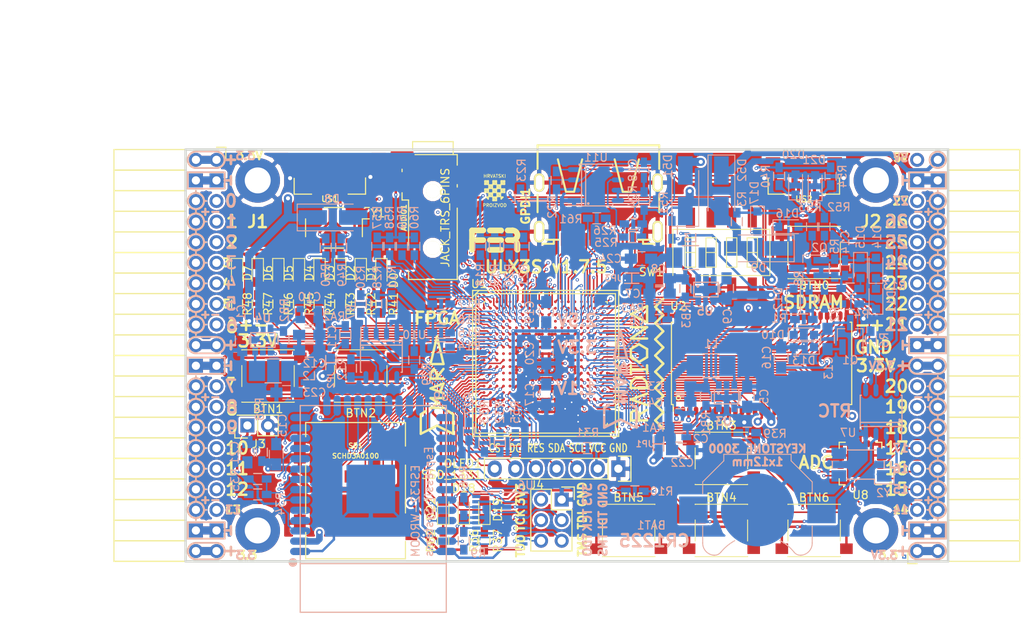
<source format=kicad_pcb>
(kicad_pcb (version 4) (host pcbnew 4.0.7+dfsg1-1)
  (layers (0 F.Cu signal) (1 In1.Cu signal) (2 In2.Cu signal) (31 B.Cu signal) (34 B.Paste user) (35 F.Paste user) (36 B.SilkS user) (37 F.SilkS user) (38 B.Mask user) (39 F.Mask user) (44 Edge.Cuts user))
  (net 0 "")
  (net 1 GND)
  (net 2 +5V)
  (net 3 /gpio/IN5V)
  (net 4 /gpio/OUT5V)
  (net 5 +3V3)
  (net 6 BTN_D)
  (net 7 BTN_F1)
  (net 8 BTN_F2)
  (net 9 BTN_L)
  (net 10 BTN_R)
  (net 11 BTN_U)
  (net 12 /power/FB1)
  (net 13 +2V5)
  (net 14 /power/PWREN)
  (net 15 /power/FB3)
  (net 16 /power/FB2)
  (net 17 "Net-(D9-Pad1)")
  (net 18 /power/VBAT)
  (net 19 JTAG_TDI)
  (net 20 JTAG_TCK)
  (net 21 JTAG_TMS)
  (net 22 JTAG_TDO)
  (net 23 /power/WAKEUPn)
  (net 24 /power/WKUP)
  (net 25 /power/SHUT)
  (net 26 /power/WAKE)
  (net 27 /power/HOLD)
  (net 28 /power/WKn)
  (net 29 /power/OSCI_32k)
  (net 30 /power/OSCO_32k)
  (net 31 "Net-(Q2-Pad3)")
  (net 32 SHUTDOWN)
  (net 33 /analog/AUDIO_L)
  (net 34 /analog/AUDIO_R)
  (net 35 GPDI_5V_SCL)
  (net 36 GPDI_5V_SDA)
  (net 37 GPDI_SDA)
  (net 38 GPDI_SCL)
  (net 39 /gpdi/VREF2)
  (net 40 SD_CMD)
  (net 41 SD_CLK)
  (net 42 SD_D0)
  (net 43 SD_D1)
  (net 44 USB5V)
  (net 45 GPDI_CEC)
  (net 46 nRESET)
  (net 47 FTDI_nDTR)
  (net 48 SDRAM_CKE)
  (net 49 SDRAM_A7)
  (net 50 SDRAM_D15)
  (net 51 SDRAM_BA1)
  (net 52 SDRAM_D7)
  (net 53 SDRAM_A6)
  (net 54 SDRAM_CLK)
  (net 55 SDRAM_D13)
  (net 56 SDRAM_BA0)
  (net 57 SDRAM_D6)
  (net 58 SDRAM_A5)
  (net 59 SDRAM_D14)
  (net 60 SDRAM_A11)
  (net 61 SDRAM_D12)
  (net 62 SDRAM_D5)
  (net 63 SDRAM_A4)
  (net 64 SDRAM_A10)
  (net 65 SDRAM_D11)
  (net 66 SDRAM_A3)
  (net 67 SDRAM_D4)
  (net 68 SDRAM_D10)
  (net 69 SDRAM_D9)
  (net 70 SDRAM_A9)
  (net 71 SDRAM_D3)
  (net 72 SDRAM_D8)
  (net 73 SDRAM_A8)
  (net 74 SDRAM_A2)
  (net 75 SDRAM_A1)
  (net 76 SDRAM_A0)
  (net 77 SDRAM_D2)
  (net 78 SDRAM_D1)
  (net 79 SDRAM_D0)
  (net 80 SDRAM_DQM0)
  (net 81 SDRAM_nCS)
  (net 82 SDRAM_nRAS)
  (net 83 SDRAM_DQM1)
  (net 84 SDRAM_nCAS)
  (net 85 SDRAM_nWE)
  (net 86 /flash/FLASH_nWP)
  (net 87 /flash/FLASH_nHOLD)
  (net 88 /flash/FLASH_MOSI)
  (net 89 /flash/FLASH_MISO)
  (net 90 /flash/FLASH_SCK)
  (net 91 /flash/FLASH_nCS)
  (net 92 /flash/FPGA_PROGRAMN)
  (net 93 /flash/FPGA_DONE)
  (net 94 /flash/FPGA_INITN)
  (net 95 OLED_RES)
  (net 96 OLED_DC)
  (net 97 OLED_CS)
  (net 98 WIFI_EN)
  (net 99 FTDI_nRTS)
  (net 100 FTDI_TXD)
  (net 101 FTDI_RXD)
  (net 102 WIFI_RXD)
  (net 103 WIFI_GPIO0)
  (net 104 WIFI_TXD)
  (net 105 GPDI_ETH-)
  (net 106 GPDI_ETH+)
  (net 107 GPDI_D2+)
  (net 108 GPDI_D2-)
  (net 109 GPDI_D1+)
  (net 110 GPDI_D1-)
  (net 111 GPDI_D0+)
  (net 112 GPDI_D0-)
  (net 113 GPDI_CLK+)
  (net 114 GPDI_CLK-)
  (net 115 USB_FTDI_D+)
  (net 116 USB_FTDI_D-)
  (net 117 J1_17-)
  (net 118 J1_17+)
  (net 119 J1_23-)
  (net 120 J1_23+)
  (net 121 J1_25-)
  (net 122 J1_25+)
  (net 123 J1_27-)
  (net 124 J1_27+)
  (net 125 J1_29-)
  (net 126 J1_29+)
  (net 127 J1_31-)
  (net 128 J1_31+)
  (net 129 J1_33-)
  (net 130 J1_33+)
  (net 131 J1_35-)
  (net 132 J1_35+)
  (net 133 J2_5-)
  (net 134 J2_5+)
  (net 135 J2_7-)
  (net 136 J2_7+)
  (net 137 J2_9-)
  (net 138 J2_9+)
  (net 139 J2_13-)
  (net 140 J2_13+)
  (net 141 J2_17-)
  (net 142 J2_17+)
  (net 143 J2_11-)
  (net 144 J2_11+)
  (net 145 J2_23-)
  (net 146 J2_23+)
  (net 147 J1_5-)
  (net 148 J1_5+)
  (net 149 J1_7-)
  (net 150 J1_7+)
  (net 151 J1_9-)
  (net 152 J1_9+)
  (net 153 J1_11-)
  (net 154 J1_11+)
  (net 155 J1_13-)
  (net 156 J1_13+)
  (net 157 J1_15-)
  (net 158 J1_15+)
  (net 159 J2_15-)
  (net 160 J2_15+)
  (net 161 J2_25-)
  (net 162 J2_25+)
  (net 163 J2_27-)
  (net 164 J2_27+)
  (net 165 J2_29-)
  (net 166 J2_29+)
  (net 167 J2_31-)
  (net 168 J2_31+)
  (net 169 J2_33-)
  (net 170 J2_33+)
  (net 171 J2_35-)
  (net 172 J2_35+)
  (net 173 SD_D3)
  (net 174 AUDIO_L3)
  (net 175 AUDIO_L2)
  (net 176 AUDIO_L1)
  (net 177 AUDIO_L0)
  (net 178 AUDIO_R3)
  (net 179 AUDIO_R2)
  (net 180 AUDIO_R1)
  (net 181 AUDIO_R0)
  (net 182 OLED_CLK)
  (net 183 OLED_MOSI)
  (net 184 LED0)
  (net 185 LED1)
  (net 186 LED2)
  (net 187 LED3)
  (net 188 LED4)
  (net 189 LED5)
  (net 190 LED6)
  (net 191 LED7)
  (net 192 BTN_PWRn)
  (net 193 FTDI_nTXLED)
  (net 194 FTDI_nSLEEP)
  (net 195 /blinkey/LED_PWREN)
  (net 196 /blinkey/LED_TXLED)
  (net 197 FT3V3)
  (net 198 /sdcard/SD3V3)
  (net 199 SD_D2)
  (net 200 CLK_25MHz)
  (net 201 /blinkey/BTNPUL)
  (net 202 /blinkey/BTNPUR)
  (net 203 USB_FPGA_D+)
  (net 204 /power/FTDI_nSUSPEND)
  (net 205 /blinkey/ALED0)
  (net 206 /blinkey/ALED1)
  (net 207 /blinkey/ALED2)
  (net 208 /blinkey/ALED3)
  (net 209 /blinkey/ALED4)
  (net 210 /blinkey/ALED5)
  (net 211 /blinkey/ALED6)
  (net 212 /blinkey/ALED7)
  (net 213 /usb/FTD-)
  (net 214 /usb/FTD+)
  (net 215 ADC_MISO)
  (net 216 ADC_MOSI)
  (net 217 ADC_CSn)
  (net 218 ADC_SCLK)
  (net 219 SW3)
  (net 220 SW2)
  (net 221 SW1)
  (net 222 USB_FPGA_D-)
  (net 223 /usb/FPD+)
  (net 224 /usb/FPD-)
  (net 225 WIFI_GPIO16)
  (net 226 WIFI_GPIO15)
  (net 227 /usb/ANT_433MHz)
  (net 228 /power/PWRBTn)
  (net 229 PROG_DONE)
  (net 230 /power/P3V3)
  (net 231 /power/P2V5)
  (net 232 /power/L1)
  (net 233 /power/L3)
  (net 234 /power/L2)
  (net 235 FTDI_TXDEN)
  (net 236 SDRAM_A12)
  (net 237 /analog/AUDIO_V)
  (net 238 AUDIO_V3)
  (net 239 AUDIO_V2)
  (net 240 AUDIO_V1)
  (net 241 AUDIO_V0)
  (net 242 /gpdi/FPGA_CEC)
  (net 243 /blinkey/LED_WIFI)
  (net 244 WIFI_GPIO2)
  (net 245 /power/P1V1)
  (net 246 +1V1)
  (net 247 SW4)
  (net 248 /blinkey/SWPU)
  (net 249 /wifi/WIFIEN)
  (module Socket_Strips:Socket_Strip_Angled_2x20 (layer F.Cu) (at 97.91 62.69 270)
    (fp_text reference J1 (at 7.62 -5.08 360) (layer F.SilkS) (effects (font (size 1.5 1.5) (thickness 0.3))))
    (fp_text value CONN_02X20 hide)
    (pad 1 thru_hole oval (at 0 0 270) (size 1.7272 1.7272) (drill 1.016) (layers *.Cu *.Mask) (net 5 +3V3))
    (pad 2 thru_hole oval (at 0 2.54 270) (size 1.7272 1.7272) (drill 1.016) (layers *.Cu *.Mask) (net 5 +3V3))
    (pad 3 thru_hole rect (at 2.54 0 270) (size 1.7272 1.7272) (drill 1.016) (layers *.Cu *.Mask) (net 1 GND))
    (pad 4 thru_hole rect (at 2.54 2.54 270) (size 1.7272 1.7272) (drill 1.016) (layers *.Cu *.Mask) (net 1 GND))
    (pad 5 thru_hole oval (at 5.08 0 270) (size 1.7272 1.7272) (drill 1.016) (layers *.Cu *.Mask) (net 147 J1_5-))
    (pad 6 thru_hole oval (at 5.08 2.54 270) (size 1.7272 1.7272) (drill 1.016) (layers *.Cu *.Mask) (net 148 J1_5+))
    (pad 7 thru_hole oval (at 7.62 0 270) (size 1.7272 1.7272) (drill 1.016) (layers *.Cu *.Mask) (net 149 J1_7-))
    (pad 8 thru_hole oval (at 7.62 2.54 270) (size 1.7272 1.7272) (drill 1.016) (layers *.Cu *.Mask) (net 150 J1_7+))
    (pad 9 thru_hole oval (at 10.16 0 270) (size 1.7272 1.7272) (drill 1.016) (layers *.Cu *.Mask) (net 151 J1_9-))
    (pad 10 thru_hole oval (at 10.16 2.54 270) (size 1.7272 1.7272) (drill 1.016) (layers *.Cu *.Mask) (net 152 J1_9+))
    (pad 11 thru_hole oval (at 12.7 0 270) (size 1.7272 1.7272) (drill 1.016) (layers *.Cu *.Mask) (net 153 J1_11-))
    (pad 12 thru_hole oval (at 12.7 2.54 270) (size 1.7272 1.7272) (drill 1.016) (layers *.Cu *.Mask) (net 154 J1_11+))
    (pad 13 thru_hole oval (at 15.24 0 270) (size 1.7272 1.7272) (drill 1.016) (layers *.Cu *.Mask) (net 155 J1_13-))
    (pad 14 thru_hole oval (at 15.24 2.54 270) (size 1.7272 1.7272) (drill 1.016) (layers *.Cu *.Mask) (net 156 J1_13+))
    (pad 15 thru_hole oval (at 17.78 0 270) (size 1.7272 1.7272) (drill 1.016) (layers *.Cu *.Mask) (net 157 J1_15-))
    (pad 16 thru_hole oval (at 17.78 2.54 270) (size 1.7272 1.7272) (drill 1.016) (layers *.Cu *.Mask) (net 158 J1_15+))
    (pad 17 thru_hole oval (at 20.32 0 270) (size 1.7272 1.7272) (drill 1.016) (layers *.Cu *.Mask) (net 117 J1_17-))
    (pad 18 thru_hole oval (at 20.32 2.54 270) (size 1.7272 1.7272) (drill 1.016) (layers *.Cu *.Mask) (net 118 J1_17+))
    (pad 19 thru_hole oval (at 22.86 0 270) (size 1.7272 1.7272) (drill 1.016) (layers *.Cu *.Mask) (net 5 +3V3))
    (pad 20 thru_hole oval (at 22.86 2.54 270) (size 1.7272 1.7272) (drill 1.016) (layers *.Cu *.Mask) (net 5 +3V3))
    (pad 21 thru_hole rect (at 25.4 0 270) (size 1.7272 1.7272) (drill 1.016) (layers *.Cu *.Mask) (net 1 GND))
    (pad 22 thru_hole rect (at 25.4 2.54 270) (size 1.7272 1.7272) (drill 1.016) (layers *.Cu *.Mask) (net 1 GND))
    (pad 23 thru_hole oval (at 27.94 0 270) (size 1.7272 1.7272) (drill 1.016) (layers *.Cu *.Mask) (net 119 J1_23-))
    (pad 24 thru_hole oval (at 27.94 2.54 270) (size 1.7272 1.7272) (drill 1.016) (layers *.Cu *.Mask) (net 120 J1_23+))
    (pad 25 thru_hole oval (at 30.48 0 270) (size 1.7272 1.7272) (drill 1.016) (layers *.Cu *.Mask) (net 121 J1_25-))
    (pad 26 thru_hole oval (at 30.48 2.54 270) (size 1.7272 1.7272) (drill 1.016) (layers *.Cu *.Mask) (net 122 J1_25+))
    (pad 27 thru_hole oval (at 33.02 0 270) (size 1.7272 1.7272) (drill 1.016) (layers *.Cu *.Mask) (net 123 J1_27-))
    (pad 28 thru_hole oval (at 33.02 2.54 270) (size 1.7272 1.7272) (drill 1.016) (layers *.Cu *.Mask) (net 124 J1_27+))
    (pad 29 thru_hole oval (at 35.56 0 270) (size 1.7272 1.7272) (drill 1.016) (layers *.Cu *.Mask) (net 125 J1_29-))
    (pad 30 thru_hole oval (at 35.56 2.54 270) (size 1.7272 1.7272) (drill 1.016) (layers *.Cu *.Mask) (net 126 J1_29+))
    (pad 31 thru_hole oval (at 38.1 0 270) (size 1.7272 1.7272) (drill 1.016) (layers *.Cu *.Mask) (net 127 J1_31-))
    (pad 32 thru_hole oval (at 38.1 2.54 270) (size 1.7272 1.7272) (drill 1.016) (layers *.Cu *.Mask) (net 128 J1_31+))
    (pad 33 thru_hole oval (at 40.64 0 270) (size 1.7272 1.7272) (drill 1.016) (layers *.Cu *.Mask) (net 129 J1_33-))
    (pad 34 thru_hole oval (at 40.64 2.54 270) (size 1.7272 1.7272) (drill 1.016) (layers *.Cu *.Mask) (net 130 J1_33+))
    (pad 35 thru_hole oval (at 43.18 0 270) (size 1.7272 1.7272) (drill 1.016) (layers *.Cu *.Mask) (net 131 J1_35-))
    (pad 36 thru_hole oval (at 43.18 2.54 270) (size 1.7272 1.7272) (drill 1.016) (layers *.Cu *.Mask) (net 132 J1_35+))
    (pad 37 thru_hole rect (at 45.72 0 270) (size 1.7272 1.7272) (drill 1.016) (layers *.Cu *.Mask) (net 1 GND))
    (pad 38 thru_hole rect (at 45.72 2.54 270) (size 1.7272 1.7272) (drill 1.016) (layers *.Cu *.Mask) (net 1 GND))
    (pad 39 thru_hole oval (at 48.26 0 270) (size 1.7272 1.7272) (drill 1.016) (layers *.Cu *.Mask) (net 5 +3V3))
    (pad 40 thru_hole oval (at 48.26 2.54 270) (size 1.7272 1.7272) (drill 1.016) (layers *.Cu *.Mask) (net 5 +3V3))
  )
  (module SMD_Packages:1Pin (layer F.Cu) (at 182.67515 111.637626)
    (fp_text reference AE1 hide)
    (fp_text value 433MHz hide)
    (pad 1 smd rect (at 0 0) (size 0.5 0.5) (layers B.Cu F.Paste F.Mask) (net 227 /usb/ANT_433MHz))
  )
  (module Resistors_SMD:R_0603_HandSoldering (layer B.Cu) (at 103.498 98.758 90)
    (fp_text reference R38 (at 5.334 -0.254 90) (layer B.SilkS) (effects (justify mirror)))
    (fp_text value 0.47)
    (pad 1 smd rect (at -1.1 0 90) (size 1.2 0.9) (layers B.Cu B.Paste B.Mask) (net 198 /sdcard/SD3V3))
    (pad 2 smd rect (at 1.1 0 90) (size 1.2 0.9) (layers B.Cu B.Paste B.Mask) (net 5 +3V3))
  )
  (module jumper:SOLDER-JUMPER_1-WAY (layer B.Cu) (at 152.393 97.742 270)
    (fp_text reference JP1 (at 0 1.778 360) (layer B.SilkS) (effects (font (size 0.762 0.762) (thickness 0.1524)) (justify mirror)))
    (fp_text value 1.2 hide)
    (pad 1 smd rect (at -0.6 0 270) (size 1 1) (layers B.Cu B.Paste B.Mask) (net 245 /power/P1V1))
    (pad 2 smd rect (at 0.6 0 270) (size 1 1) (layers B.Cu B.Paste B.Mask) (net 246 +1V1))
  )
  (module Diodes_SMD:D_SMA_Handsoldering (layer B.Cu) (at 155.695 66.5 90)
    (fp_text reference D51 (at 3.048 -2.159 90) (layer B.SilkS) (effects (justify mirror)))
    (fp_text value STPS2L30AF hide)
    (pad 1 smd rect (at -2.5 0 90) (size 3.5 1.8) (layers B.Cu B.Paste B.Mask) (net 2 +5V))
    (pad 2 smd rect (at 2.5 0 90) (size 3.5 1.8) (layers B.Cu B.Paste B.Mask) (net 3 /gpio/IN5V))
  )
  (module Resistors_SMD:R_0603_HandSoldering (layer B.Cu) (at 154.044 71.326 90)
    (fp_text reference R51 (at 3.302 -1.016 90) (layer B.SilkS) (effects (justify mirror)))
    (fp_text value 150)
    (pad 1 smd rect (at -1.1 0 90) (size 1.2 0.9) (layers B.Cu B.Paste B.Mask) (net 5 +3V3))
    (pad 2 smd rect (at 1.1 0 90) (size 1.2 0.9) (layers B.Cu B.Paste B.Mask) (net 248 /blinkey/SWPU))
  )
  (module Resistors_SMD:R_1210_HandSoldering (layer B.Cu) (at 158.87 88.09 180)
    (fp_text reference L1 (at 0 2.7 180) (layer B.SilkS) (effects (justify mirror)))
    (fp_text value 2.2uH)
    (pad 1 smd rect (at -2 0 180) (size 2 2.5) (layers B.Cu B.Paste B.Mask) (net 232 /power/L1))
    (pad 2 smd rect (at 2 0 180) (size 2 2.5) (layers B.Cu B.Paste B.Mask) (net 245 /power/P1V1))
  )
  (module TSOT-25:TSOT-25 (layer B.Cu) (at 160.775 91.9)
    (fp_text reference U3 (at -0.381 3.048) (layer B.SilkS) (effects (font (thickness 0.2)) (justify mirror)))
    (fp_text value DIO6015)
    (pad 1 smd rect (at -0.95 -1.3) (size 0.7 1.2) (layers B.Cu B.Paste B.Mask) (net 14 /power/PWREN))
    (pad 2 smd rect (at 0 -1.3) (size 0.7 1.2) (layers B.Cu B.Paste B.Mask) (net 1 GND))
    (pad 3 smd rect (at 0.95 -1.3) (size 0.7 1.2) (layers B.Cu B.Paste B.Mask) (net 232 /power/L1))
    (pad 4 smd rect (at 0.95 1.3) (size 0.7 1.2) (layers B.Cu B.Paste B.Mask) (net 2 +5V))
    (pad 5 smd rect (at -0.95 1.3) (size 0.7 1.2) (layers B.Cu B.Paste B.Mask) (net 12 /power/FB1))
  )
  (module Resistors_SMD:R_1210_HandSoldering (layer B.Cu) (at 104.895 88.725)
    (fp_text reference L2 (at 4.445 0.635) (layer B.SilkS) (effects (justify mirror)))
    (fp_text value 2.2uH)
    (pad 1 smd rect (at -2 0) (size 2 2.5) (layers B.Cu B.Paste B.Mask) (net 234 /power/L2))
    (pad 2 smd rect (at 2 0) (size 2 2.5) (layers B.Cu B.Paste B.Mask) (net 231 /power/P2V5))
  )
  (module TSOT-25:TSOT-25 (layer B.Cu) (at 103.625 84.915 180)
    (fp_text reference U4 (at 0 2.697 180) (layer B.SilkS) (effects (font (thickness 0.2)) (justify mirror)))
    (fp_text value LX7172)
    (pad 1 smd rect (at -0.95 -1.3 180) (size 0.7 1.2) (layers B.Cu B.Paste B.Mask) (net 14 /power/PWREN))
    (pad 2 smd rect (at 0 -1.3 180) (size 0.7 1.2) (layers B.Cu B.Paste B.Mask) (net 1 GND))
    (pad 3 smd rect (at 0.95 -1.3 180) (size 0.7 1.2) (layers B.Cu B.Paste B.Mask) (net 234 /power/L2))
    (pad 4 smd rect (at 0.95 1.3 180) (size 0.7 1.2) (layers B.Cu B.Paste B.Mask) (net 2 +5V))
    (pad 5 smd rect (at -0.95 1.3 180) (size 0.7 1.2) (layers B.Cu B.Paste B.Mask) (net 16 /power/FB2))
  )
  (module Resistors_SMD:R_1210_HandSoldering (layer B.Cu) (at 156.33 74.755 180)
    (fp_text reference L3 (at 0 2.413 180) (layer B.SilkS) (effects (justify mirror)))
    (fp_text value 2.2uH)
    (pad 1 smd rect (at -2 0 180) (size 2 2.5) (layers B.Cu B.Paste B.Mask) (net 233 /power/L3))
    (pad 2 smd rect (at 2 0 180) (size 2 2.5) (layers B.Cu B.Paste B.Mask) (net 230 /power/P3V3))
  )
  (module TSOT-25:TSOT-25 (layer B.Cu) (at 158.235 78.692)
    (fp_text reference U5 (at -0.127 2.667) (layer B.SilkS) (effects (font (thickness 0.2)) (justify mirror)))
    (fp_text value TLV62569DBV)
    (pad 1 smd rect (at -0.95 -1.3) (size 0.7 1.2) (layers B.Cu B.Paste B.Mask) (net 14 /power/PWREN))
    (pad 2 smd rect (at 0 -1.3) (size 0.7 1.2) (layers B.Cu B.Paste B.Mask) (net 1 GND))
    (pad 3 smd rect (at 0.95 -1.3) (size 0.7 1.2) (layers B.Cu B.Paste B.Mask) (net 233 /power/L3))
    (pad 4 smd rect (at 0.95 1.3) (size 0.7 1.2) (layers B.Cu B.Paste B.Mask) (net 2 +5V))
    (pad 5 smd rect (at -0.95 1.3) (size 0.7 1.2) (layers B.Cu B.Paste B.Mask) (net 15 /power/FB3))
  )
  (module Capacitors_SMD:C_0805_HandSoldering (layer B.Cu) (at 101.085 84.915 270)
    (fp_text reference C1 (at -3.429 0.127 270) (layer B.SilkS) (effects (justify mirror)))
    (fp_text value 22uF)
    (pad 1 smd rect (at -1.25 0 270) (size 1.5 1.25) (layers B.Cu B.Paste B.Mask) (net 2 +5V))
    (pad 2 smd rect (at 1.25 0 270) (size 1.5 1.25) (layers B.Cu B.Paste B.Mask) (net 1 GND))
  )
  (module Capacitors_SMD:C_0805_HandSoldering (layer B.Cu) (at 155.06 90.63)
    (fp_text reference C3 (at -3.048 0) (layer B.SilkS) (effects (justify mirror)))
    (fp_text value 22uF)
    (pad 1 smd rect (at -1.25 0) (size 1.5 1.25) (layers B.Cu B.Paste B.Mask) (net 245 /power/P1V1))
    (pad 2 smd rect (at 1.25 0) (size 1.5 1.25) (layers B.Cu B.Paste B.Mask) (net 1 GND))
  )
  (module Capacitors_SMD:C_0805_HandSoldering (layer B.Cu) (at 155.06 92.535)
    (fp_text reference C4 (at -3.048 0.127) (layer B.SilkS) (effects (justify mirror)))
    (fp_text value 22uF)
    (pad 1 smd rect (at -1.25 0) (size 1.5 1.25) (layers B.Cu B.Paste B.Mask) (net 245 /power/P1V1))
    (pad 2 smd rect (at 1.25 0) (size 1.5 1.25) (layers B.Cu B.Paste B.Mask) (net 1 GND))
  )
  (module Capacitors_SMD:C_0805_HandSoldering (layer B.Cu) (at 163.315 91.9 90)
    (fp_text reference C5 (at 0 2.1 90) (layer B.SilkS) (effects (justify mirror)))
    (fp_text value 22uF)
    (pad 1 smd rect (at -1.25 0 90) (size 1.5 1.25) (layers B.Cu B.Paste B.Mask) (net 2 +5V))
    (pad 2 smd rect (at 1.25 0 90) (size 1.5 1.25) (layers B.Cu B.Paste B.Mask) (net 1 GND))
  )
  (module Capacitors_SMD:C_0805_HandSoldering (layer B.Cu) (at 152.52 79.2)
    (fp_text reference C7 (at -3.302 0) (layer B.SilkS) (effects (justify mirror)))
    (fp_text value 22uF)
    (pad 1 smd rect (at -1.25 0) (size 1.5 1.25) (layers B.Cu B.Paste B.Mask) (net 230 /power/P3V3))
    (pad 2 smd rect (at 1.25 0) (size 1.5 1.25) (layers B.Cu B.Paste B.Mask) (net 1 GND))
  )
  (module Capacitors_SMD:C_0805_HandSoldering (layer B.Cu) (at 152.52 77.295)
    (fp_text reference C8 (at -0.127 -1.143) (layer B.SilkS) (effects (justify mirror)))
    (fp_text value 22uF)
    (pad 1 smd rect (at -1.25 0) (size 1.5 1.25) (layers B.Cu B.Paste B.Mask) (net 230 /power/P3V3))
    (pad 2 smd rect (at 1.25 0) (size 1.5 1.25) (layers B.Cu B.Paste B.Mask) (net 1 GND))
  )
  (module Capacitors_SMD:C_0805_HandSoldering (layer B.Cu) (at 160.775 78.565 90)
    (fp_text reference C9 (at -3.429 0.127 90) (layer B.SilkS) (effects (justify mirror)))
    (fp_text value 22uF)
    (pad 1 smd rect (at -1.25 0 90) (size 1.5 1.25) (layers B.Cu B.Paste B.Mask) (net 2 +5V))
    (pad 2 smd rect (at 1.25 0 90) (size 1.5 1.25) (layers B.Cu B.Paste B.Mask) (net 1 GND))
  )
  (module Capacitors_SMD:C_0805_HandSoldering (layer B.Cu) (at 109.34 84.28 180)
    (fp_text reference C11 (at -2.794 -0.254 270) (layer B.SilkS) (effects (justify mirror)))
    (fp_text value 22uF)
    (pad 1 smd rect (at -1.25 0 180) (size 1.5 1.25) (layers B.Cu B.Paste B.Mask) (net 231 /power/P2V5))
    (pad 2 smd rect (at 1.25 0 180) (size 1.5 1.25) (layers B.Cu B.Paste B.Mask) (net 1 GND))
  )
  (module Capacitors_SMD:C_0805_HandSoldering (layer B.Cu) (at 109.34 86.185 180)
    (fp_text reference C12 (at -0.635 -1.615 360) (layer B.SilkS) (effects (justify mirror)))
    (fp_text value 22uF)
    (pad 1 smd rect (at -1.25 0 180) (size 1.5 1.25) (layers B.Cu B.Paste B.Mask) (net 231 /power/P2V5))
    (pad 2 smd rect (at 1.25 0 180) (size 1.5 1.25) (layers B.Cu B.Paste B.Mask) (net 1 GND))
  )
  (module Capacitors_SMD:C_0805_HandSoldering (layer B.Cu) (at 173.221 84.788 90)
    (fp_text reference C13 (at -3.556 0.127 90) (layer B.SilkS) (effects (justify mirror)))
    (fp_text value 2.2uF)
    (pad 1 smd rect (at -1.25 0 90) (size 1.5 1.25) (layers B.Cu B.Paste B.Mask) (net 2 +5V))
    (pad 2 smd rect (at 1.25 0 90) (size 1.5 1.25) (layers B.Cu B.Paste B.Mask) (net 24 /power/WKUP))
  )
  (module TO_SOT_Packages_SMD:SOT-23_Handsoldering (layer B.Cu) (at 176.015 84.28 90)
    (fp_text reference Q1 (at -3.1115 0 180) (layer B.SilkS) (effects (justify mirror)))
    (fp_text value BC857)
    (pad 1 smd rect (at -1.5 0.95 90) (size 1.9 0.8) (layers B.Cu B.Paste B.Mask) (net 28 /power/WKn))
    (pad 2 smd rect (at -1.5 -0.95 90) (size 1.9 0.8) (layers B.Cu B.Paste B.Mask) (net 2 +5V))
    (pad 3 smd rect (at 1.5 0 90) (size 1.9 0.8) (layers B.Cu B.Paste B.Mask) (net 24 /power/WKUP))
  )
  (module TO_SOT_Packages_SMD:SOT-23_Handsoldering (layer B.Cu) (at 170.935 76.025 180)
    (fp_text reference Q2 (at -1.295 2.5 180) (layer B.SilkS) (effects (justify mirror)))
    (fp_text value 2N7002)
    (pad 1 smd rect (at -1.5 0.95 180) (size 1.9 0.8) (layers B.Cu B.Paste B.Mask) (net 25 /power/SHUT))
    (pad 2 smd rect (at -1.5 -0.95 180) (size 1.9 0.8) (layers B.Cu B.Paste B.Mask) (net 1 GND))
    (pad 3 smd rect (at 1.5 0 180) (size 1.9 0.8) (layers B.Cu B.Paste B.Mask) (net 31 "Net-(Q2-Pad3)"))
  )
  (module Capacitors_SMD:C_0603_HandSoldering (layer B.Cu) (at 154.86 96.91)
    (fp_text reference C2 (at 2.74 0.197) (layer B.SilkS) (effects (justify mirror)))
    (fp_text value 470pF)
    (pad 1 smd rect (at -0.95 0) (size 1.2 0.75) (layers B.Cu B.Paste B.Mask) (net 245 /power/P1V1))
    (pad 2 smd rect (at 0.95 0) (size 1.2 0.75) (layers B.Cu B.Paste B.Mask) (net 12 /power/FB1))
  )
  (module Capacitors_SMD:C_0603_HandSoldering (layer B.Cu) (at 152.52 82.375)
    (fp_text reference C6 (at -2.794 0.127) (layer B.SilkS) (effects (justify mirror)))
    (fp_text value 470pF)
    (pad 1 smd rect (at -0.95 0) (size 1.2 0.75) (layers B.Cu B.Paste B.Mask) (net 230 /power/P3V3))
    (pad 2 smd rect (at 0.95 0) (size 1.2 0.75) (layers B.Cu B.Paste B.Mask) (net 15 /power/FB3))
  )
  (module Capacitors_SMD:C_0603_HandSoldering (layer B.Cu) (at 109.34 81.105 180)
    (fp_text reference C10 (at -0.04 1.505 180) (layer B.SilkS) (effects (justify mirror)))
    (fp_text value 470pF)
    (pad 1 smd rect (at -0.95 0 180) (size 1.2 0.75) (layers B.Cu B.Paste B.Mask) (net 231 /power/P2V5))
    (pad 2 smd rect (at 0.95 0 180) (size 1.2 0.75) (layers B.Cu B.Paste B.Mask) (net 16 /power/FB2))
  )
  (module Capacitors_SMD:C_0603_HandSoldering (layer B.Cu) (at 175.38 76.025 270)
    (fp_text reference C14 (at -3.175 0 270) (layer B.SilkS) (effects (justify mirror)))
    (fp_text value 100nF)
    (pad 1 smd rect (at -0.95 0 270) (size 1.2 0.75) (layers B.Cu B.Paste B.Mask) (net 25 /power/SHUT))
    (pad 2 smd rect (at 0.95 0 270) (size 1.2 0.75) (layers B.Cu B.Paste B.Mask) (net 1 GND))
  )
  (module Resistors_SMD:R_0603_HandSoldering (layer B.Cu) (at 170.3 82.375)
    (fp_text reference R1 (at -3.048 -0.127) (layer B.SilkS) (effects (justify mirror)))
    (fp_text value 15k)
    (pad 1 smd rect (at -1.1 0) (size 1.2 0.9) (layers B.Cu B.Paste B.Mask) (net 26 /power/WAKE))
    (pad 2 smd rect (at 1.1 0) (size 1.2 0.9) (layers B.Cu B.Paste B.Mask) (net 14 /power/PWREN))
  )
  (module Resistors_SMD:R_0603_HandSoldering (layer B.Cu) (at 172.84 79.835 90)
    (fp_text reference R2 (at -1.905 1.27 90) (layer B.SilkS) (effects (justify mirror)))
    (fp_text value 47k)
    (pad 1 smd rect (at -1.1 0 90) (size 1.2 0.9) (layers B.Cu B.Paste B.Mask) (net 14 /power/PWREN))
    (pad 2 smd rect (at 1.1 0 90) (size 1.2 0.9) (layers B.Cu B.Paste B.Mask) (net 1 GND))
  )
  (module Resistors_SMD:R_0603_HandSoldering (layer B.Cu) (at 176.015 80.47 180)
    (fp_text reference R4 (at -1.397 -1.27 360) (layer B.SilkS) (effects (justify mirror)))
    (fp_text value 15k)
    (pad 1 smd rect (at -1.1 0 180) (size 1.2 0.9) (layers B.Cu B.Paste B.Mask) (net 27 /power/HOLD))
    (pad 2 smd rect (at 1.1 0 180) (size 1.2 0.9) (layers B.Cu B.Paste B.Mask) (net 14 /power/PWREN))
  )
  (module Resistors_SMD:R_0603_HandSoldering (layer B.Cu) (at 174.11 76.025 270)
    (fp_text reference R5 (at -2.667 0 270) (layer B.SilkS) (effects (justify mirror)))
    (fp_text value 4.7M)
    (pad 1 smd rect (at -1.1 0 270) (size 1.2 0.9) (layers B.Cu B.Paste B.Mask) (net 25 /power/SHUT))
    (pad 2 smd rect (at 1.1 0 270) (size 1.2 0.9) (layers B.Cu B.Paste B.Mask) (net 1 GND))
  )
  (module Resistors_SMD:R_0603_HandSoldering (layer B.Cu) (at 178.555 84.915 270)
    (fp_text reference R6 (at 0 -1.651 270) (layer B.SilkS) (effects (justify mirror)))
    (fp_text value 1k)
    (pad 1 smd rect (at -1.1 0 270) (size 1.2 0.9) (layers B.Cu B.Paste B.Mask) (net 28 /power/WKn))
    (pad 2 smd rect (at 1.1 0 270) (size 1.2 0.9) (layers B.Cu B.Paste B.Mask) (net 23 /power/WAKEUPn))
  )
  (module Resistors_SMD:R_0603_HandSoldering (layer B.Cu) (at 113.785 84.28 270)
    (fp_text reference R7 (at -2.794 -0.635 270) (layer B.SilkS) (effects (justify mirror)))
    (fp_text value 150)
    (pad 1 smd rect (at -1.1 0 270) (size 1.2 0.9) (layers B.Cu B.Paste B.Mask) (net 5 +3V3))
    (pad 2 smd rect (at 1.1 0 270) (size 1.2 0.9) (layers B.Cu B.Paste B.Mask) (net 201 /blinkey/BTNPUL))
  )
  (module Resistors_SMD:R_0603_HandSoldering (layer B.Cu) (at 170.935 79.835 90)
    (fp_text reference R8 (at 2.54 -1.27 90) (layer B.SilkS) (effects (justify mirror)))
    (fp_text value 1k)
    (pad 1 smd rect (at -1.1 0 90) (size 1.2 0.9) (layers B.Cu B.Paste B.Mask) (net 14 /power/PWREN))
    (pad 2 smd rect (at 1.1 0 90) (size 1.2 0.9) (layers B.Cu B.Paste B.Mask) (net 31 "Net-(Q2-Pad3)"))
  )
  (module Resistors_SMD:R_0603_HandSoldering (layer B.Cu) (at 128.39 109.68 270)
    (fp_text reference R9 (at 1.524 -1.778 360) (layer B.SilkS) (effects (justify mirror)))
    (fp_text value 15k)
    (pad 1 smd rect (at -1.1 0 270) (size 1.2 0.9) (layers B.Cu B.Paste B.Mask) (net 46 nRESET))
    (pad 2 smd rect (at 1.1 0 270) (size 1.2 0.9) (layers B.Cu B.Paste B.Mask) (net 197 FT3V3))
  )
  (module Resistors_SMD:R_0603_HandSoldering (layer B.Cu) (at 149.472 103.584 180)
    (fp_text reference R10 (at -3.302 0 180) (layer B.SilkS) (effects (justify mirror)))
    (fp_text value 150)
    (pad 1 smd rect (at -1.1 0 180) (size 1.2 0.9) (layers B.Cu B.Paste B.Mask) (net 204 /power/FTDI_nSUSPEND))
    (pad 2 smd rect (at 1.1 0 180) (size 1.2 0.9) (layers B.Cu B.Paste B.Mask) (net 194 FTDI_nSLEEP))
  )
  (module Resistors_SMD:R_0603_HandSoldering (layer B.Cu) (at 176.015 78.565 180)
    (fp_text reference R13 (at -5.461 0.381 180) (layer B.SilkS) (effects (justify mirror)))
    (fp_text value 15k)
    (pad 1 smd rect (at -1.1 0 180) (size 1.2 0.9) (layers B.Cu B.Paste B.Mask) (net 32 SHUTDOWN))
    (pad 2 smd rect (at 1.1 0 180) (size 1.2 0.9) (layers B.Cu B.Paste B.Mask) (net 1 GND))
  )
  (module Resistors_SMD:R_0603_HandSoldering (layer B.Cu) (at 154.86 95.64)
    (fp_text reference RA1 (at -3.102 0.07) (layer B.SilkS) (effects (justify mirror)))
    (fp_text value 15k)
    (pad 1 smd rect (at -1.1 0) (size 1.2 0.9) (layers B.Cu B.Paste B.Mask) (net 245 /power/P1V1))
    (pad 2 smd rect (at 1.1 0) (size 1.2 0.9) (layers B.Cu B.Paste B.Mask) (net 12 /power/FB1))
  )
  (module Resistors_SMD:R_0603_HandSoldering (layer B.Cu) (at 109.34 82.375 180)
    (fp_text reference RA2 (at -3.048 0.381 360) (layer B.SilkS) (effects (justify mirror)))
    (fp_text value 15k)
    (pad 1 smd rect (at -1.1 0 180) (size 1.2 0.9) (layers B.Cu B.Paste B.Mask) (net 231 /power/P2V5))
    (pad 2 smd rect (at 1.1 0 180) (size 1.2 0.9) (layers B.Cu B.Paste B.Mask) (net 16 /power/FB2))
  )
  (module Resistors_SMD:R_0603_HandSoldering (layer B.Cu) (at 152.52 81.105)
    (fp_text reference RA3 (at -3.302 -0.127) (layer B.SilkS) (effects (justify mirror)))
    (fp_text value 15k)
    (pad 1 smd rect (at -1.1 0) (size 1.2 0.9) (layers B.Cu B.Paste B.Mask) (net 230 /power/P3V3))
    (pad 2 smd rect (at 1.1 0) (size 1.2 0.9) (layers B.Cu B.Paste B.Mask) (net 15 /power/FB3))
  )
  (module Resistors_SMD:R_0603_HandSoldering (layer B.Cu) (at 158.235 91.9 270)
    (fp_text reference RB1 (at 3.302 0 270) (layer B.SilkS) (effects (justify mirror)))
    (fp_text value 18k)
    (pad 1 smd rect (at -1.1 0 270) (size 1.2 0.9) (layers B.Cu B.Paste B.Mask) (net 1 GND))
    (pad 2 smd rect (at 1.1 0 270) (size 1.2 0.9) (layers B.Cu B.Paste B.Mask) (net 12 /power/FB1))
  )
  (module Resistors_SMD:R_0603_HandSoldering (layer B.Cu) (at 106.165 84.915 90)
    (fp_text reference RB2 (at 3.683 0.127 90) (layer B.SilkS) (effects (justify mirror)))
    (fp_text value 4.7k)
    (pad 1 smd rect (at -1.1 0 90) (size 1.2 0.9) (layers B.Cu B.Paste B.Mask) (net 1 GND))
    (pad 2 smd rect (at 1.1 0 90) (size 1.2 0.9) (layers B.Cu B.Paste B.Mask) (net 16 /power/FB2))
  )
  (module Resistors_SMD:R_0603_HandSoldering (layer B.Cu) (at 155.695 78.565 270)
    (fp_text reference RB3 (at 3.429 -0.127 270) (layer B.SilkS) (effects (justify mirror)))
    (fp_text value 3.3k)
    (pad 1 smd rect (at -1.1 0 270) (size 1.2 0.9) (layers B.Cu B.Paste B.Mask) (net 1 GND))
    (pad 2 smd rect (at 1.1 0 270) (size 1.2 0.9) (layers B.Cu B.Paste B.Mask) (net 15 /power/FB3))
  )
  (module Resistors_SMD:R_0603_HandSoldering (layer B.Cu) (at 125.596 85.804 180)
    (fp_text reference R14 (at -3.47 0.127 180) (layer B.SilkS) (effects (justify mirror)))
    (fp_text value 1.2k)
    (pad 1 smd rect (at -1.1 0 180) (size 1.2 0.9) (layers B.Cu B.Paste B.Mask) (net 174 AUDIO_L3))
    (pad 2 smd rect (at 1.1 0 180) (size 1.2 0.9) (layers B.Cu B.Paste B.Mask) (net 33 /analog/AUDIO_L))
  )
  (module Resistors_SMD:R_0603_HandSoldering (layer B.Cu) (at 125.596 84.026 180)
    (fp_text reference R15 (at -3.47 -0.001 180) (layer B.SilkS) (effects (justify mirror)))
    (fp_text value 680)
    (pad 1 smd rect (at -1.1 0 180) (size 1.2 0.9) (layers B.Cu B.Paste B.Mask) (net 175 AUDIO_L2))
    (pad 2 smd rect (at 1.1 0 180) (size 1.2 0.9) (layers B.Cu B.Paste B.Mask) (net 33 /analog/AUDIO_L))
  )
  (module Resistors_SMD:R_0603_HandSoldering (layer B.Cu) (at 125.596 82.248 180)
    (fp_text reference R16 (at -3.47 -0.127 180) (layer B.SilkS) (effects (justify mirror)))
    (fp_text value 330)
    (pad 1 smd rect (at -1.1 0 180) (size 1.2 0.9) (layers B.Cu B.Paste B.Mask) (net 176 AUDIO_L1))
    (pad 2 smd rect (at 1.1 0 180) (size 1.2 0.9) (layers B.Cu B.Paste B.Mask) (net 33 /analog/AUDIO_L))
  )
  (module Resistors_SMD:R_0603_HandSoldering (layer B.Cu) (at 125.596 80.47 180)
    (fp_text reference R17 (at -3.47 0 180) (layer B.SilkS) (effects (justify mirror)))
    (fp_text value 150)
    (pad 1 smd rect (at -1.1 0 180) (size 1.2 0.9) (layers B.Cu B.Paste B.Mask) (net 177 AUDIO_L0))
    (pad 2 smd rect (at 1.1 0 180) (size 1.2 0.9) (layers B.Cu B.Paste B.Mask) (net 33 /analog/AUDIO_L))
  )
  (module Resistors_SMD:R_0603_HandSoldering (layer B.Cu) (at 130.422 73.358 90)
    (fp_text reference R18 (at -3.556 0 90) (layer B.SilkS) (effects (justify mirror)))
    (fp_text value 1.2k)
    (pad 1 smd rect (at -1.1 0 90) (size 1.2 0.9) (layers B.Cu B.Paste B.Mask) (net 178 AUDIO_R3))
    (pad 2 smd rect (at 1.1 0 90) (size 1.2 0.9) (layers B.Cu B.Paste B.Mask) (net 34 /analog/AUDIO_R))
  )
  (module Resistors_SMD:R_0603_HandSoldering (layer B.Cu) (at 132.2 73.358 90)
    (fp_text reference R19 (at -3.556 0 90) (layer B.SilkS) (effects (justify mirror)))
    (fp_text value 680)
    (pad 1 smd rect (at -1.1 0 90) (size 1.2 0.9) (layers B.Cu B.Paste B.Mask) (net 179 AUDIO_R2))
    (pad 2 smd rect (at 1.1 0 90) (size 1.2 0.9) (layers B.Cu B.Paste B.Mask) (net 34 /analog/AUDIO_R))
  )
  (module Resistors_SMD:R_0603_HandSoldering (layer B.Cu) (at 133.978 73.358 90)
    (fp_text reference R20 (at -3.556 0 90) (layer B.SilkS) (effects (justify mirror)))
    (fp_text value 330)
    (pad 1 smd rect (at -1.1 0 90) (size 1.2 0.9) (layers B.Cu B.Paste B.Mask) (net 180 AUDIO_R1))
    (pad 2 smd rect (at 1.1 0 90) (size 1.2 0.9) (layers B.Cu B.Paste B.Mask) (net 34 /analog/AUDIO_R))
  )
  (module Resistors_SMD:R_0603_HandSoldering (layer B.Cu) (at 135.756 73.358 90)
    (fp_text reference R21 (at -3.556 0 90) (layer B.SilkS) (effects (justify mirror)))
    (fp_text value 150)
    (pad 1 smd rect (at -1.1 0 90) (size 1.2 0.9) (layers B.Cu B.Paste B.Mask) (net 181 AUDIO_R0))
    (pad 2 smd rect (at 1.1 0 90) (size 1.2 0.9) (layers B.Cu B.Paste B.Mask) (net 34 /analog/AUDIO_R))
  )
  (module Capacitors_SMD:C_0603_HandSoldering (layer B.Cu) (at 150.5896 63.96 90)
    (fp_text reference C18 (at 0 -1.3716 90) (layer B.SilkS) (effects (justify mirror)))
    (fp_text value 470pF)
    (pad 1 smd rect (at -0.95 0 90) (size 1.2 0.75) (layers B.Cu B.Paste B.Mask) (net 39 /gpdi/VREF2))
    (pad 2 smd rect (at 0.95 0 90) (size 1.2 0.75) (layers B.Cu B.Paste B.Mask) (net 1 GND))
  )
  (module Socket_Strips:Socket_Strip_Angled_2x20 (layer F.Cu) (at 184.27 110.95 90)
    (fp_text reference J2 (at 40.64 -5.715 180) (layer F.SilkS) (effects (font (size 1.5 1.5) (thickness 0.3))))
    (fp_text value CONN_02X20 hide)
    (pad 1 thru_hole oval (at 0 0 90) (size 1.7272 1.7272) (drill 1.016) (layers *.Cu *.Mask) (net 5 +3V3))
    (pad 2 thru_hole oval (at 0 2.54 90) (size 1.7272 1.7272) (drill 1.016) (layers *.Cu *.Mask) (net 5 +3V3))
    (pad 3 thru_hole rect (at 2.54 0 90) (size 1.7272 1.7272) (drill 1.016) (layers *.Cu *.Mask) (net 1 GND))
    (pad 4 thru_hole rect (at 2.54 2.54 90) (size 1.7272 1.7272) (drill 1.016) (layers *.Cu *.Mask) (net 1 GND))
    (pad 5 thru_hole oval (at 5.08 0 90) (size 1.7272 1.7272) (drill 1.016) (layers *.Cu *.Mask) (net 133 J2_5-))
    (pad 6 thru_hole oval (at 5.08 2.54 90) (size 1.7272 1.7272) (drill 1.016) (layers *.Cu *.Mask) (net 134 J2_5+))
    (pad 7 thru_hole oval (at 7.62 0 90) (size 1.7272 1.7272) (drill 1.016) (layers *.Cu *.Mask) (net 135 J2_7-))
    (pad 8 thru_hole oval (at 7.62 2.54 90) (size 1.7272 1.7272) (drill 1.016) (layers *.Cu *.Mask) (net 136 J2_7+))
    (pad 9 thru_hole oval (at 10.16 0 90) (size 1.7272 1.7272) (drill 1.016) (layers *.Cu *.Mask) (net 137 J2_9-))
    (pad 10 thru_hole oval (at 10.16 2.54 90) (size 1.7272 1.7272) (drill 1.016) (layers *.Cu *.Mask) (net 138 J2_9+))
    (pad 11 thru_hole oval (at 12.7 0 90) (size 1.7272 1.7272) (drill 1.016) (layers *.Cu *.Mask) (net 143 J2_11-))
    (pad 12 thru_hole oval (at 12.7 2.54 90) (size 1.7272 1.7272) (drill 1.016) (layers *.Cu *.Mask) (net 144 J2_11+))
    (pad 13 thru_hole oval (at 15.24 0 90) (size 1.7272 1.7272) (drill 1.016) (layers *.Cu *.Mask) (net 139 J2_13-))
    (pad 14 thru_hole oval (at 15.24 2.54 90) (size 1.7272 1.7272) (drill 1.016) (layers *.Cu *.Mask) (net 140 J2_13+))
    (pad 15 thru_hole oval (at 17.78 0 90) (size 1.7272 1.7272) (drill 1.016) (layers *.Cu *.Mask) (net 159 J2_15-))
    (pad 16 thru_hole oval (at 17.78 2.54 90) (size 1.7272 1.7272) (drill 1.016) (layers *.Cu *.Mask) (net 160 J2_15+))
    (pad 17 thru_hole oval (at 20.32 0 90) (size 1.7272 1.7272) (drill 1.016) (layers *.Cu *.Mask) (net 141 J2_17-))
    (pad 18 thru_hole oval (at 20.32 2.54 90) (size 1.7272 1.7272) (drill 1.016) (layers *.Cu *.Mask) (net 142 J2_17+))
    (pad 19 thru_hole oval (at 22.86 0 90) (size 1.7272 1.7272) (drill 1.016) (layers *.Cu *.Mask) (net 5 +3V3))
    (pad 20 thru_hole oval (at 22.86 2.54 90) (size 1.7272 1.7272) (drill 1.016) (layers *.Cu *.Mask) (net 5 +3V3))
    (pad 21 thru_hole rect (at 25.4 0 90) (size 1.7272 1.7272) (drill 1.016) (layers *.Cu *.Mask) (net 1 GND))
    (pad 22 thru_hole rect (at 25.4 2.54 90) (size 1.7272 1.7272) (drill 1.016) (layers *.Cu *.Mask) (net 1 GND))
    (pad 23 thru_hole oval (at 27.94 0 90) (size 1.7272 1.7272) (drill 1.016) (layers *.Cu *.Mask) (net 145 J2_23-))
    (pad 24 thru_hole oval (at 27.94 2.54 90) (size 1.7272 1.7272) (drill 1.016) (layers *.Cu *.Mask) (net 146 J2_23+))
    (pad 25 thru_hole oval (at 30.48 0 90) (size 1.7272 1.7272) (drill 1.016) (layers *.Cu *.Mask) (net 161 J2_25-))
    (pad 26 thru_hole oval (at 30.48 2.54 90) (size 1.7272 1.7272) (drill 1.016) (layers *.Cu *.Mask) (net 162 J2_25+))
    (pad 27 thru_hole oval (at 33.02 0 90) (size 1.7272 1.7272) (drill 1.016) (layers *.Cu *.Mask) (net 163 J2_27-))
    (pad 28 thru_hole oval (at 33.02 2.54 90) (size 1.7272 1.7272) (drill 1.016) (layers *.Cu *.Mask) (net 164 J2_27+))
    (pad 29 thru_hole oval (at 35.56 0 90) (size 1.7272 1.7272) (drill 1.016) (layers *.Cu *.Mask) (net 165 J2_29-))
    (pad 30 thru_hole oval (at 35.56 2.54 90) (size 1.7272 1.7272) (drill 1.016) (layers *.Cu *.Mask) (net 166 J2_29+))
    (pad 31 thru_hole oval (at 38.1 0 90) (size 1.7272 1.7272) (drill 1.016) (layers *.Cu *.Mask) (net 167 J2_31-))
    (pad 32 thru_hole oval (at 38.1 2.54 90) (size 1.7272 1.7272) (drill 1.016) (layers *.Cu *.Mask) (net 168 J2_31+))
    (pad 33 thru_hole oval (at 40.64 0 90) (size 1.7272 1.7272) (drill 1.016) (layers *.Cu *.Mask) (net 169 J2_33-))
    (pad 34 thru_hole oval (at 40.64 2.54 90) (size 1.7272 1.7272) (drill 1.016) (layers *.Cu *.Mask) (net 170 J2_33+))
    (pad 35 thru_hole oval (at 43.18 0 90) (size 1.7272 1.7272) (drill 1.016) (layers *.Cu *.Mask) (net 171 J2_35-))
    (pad 36 thru_hole oval (at 43.18 2.54 90) (size 1.7272 1.7272) (drill 1.016) (layers *.Cu *.Mask) (net 172 J2_35+))
    (pad 37 thru_hole rect (at 45.72 0 90) (size 1.7272 1.7272) (drill 1.016) (layers *.Cu *.Mask) (net 1 GND))
    (pad 38 thru_hole rect (at 45.72 2.54 90) (size 1.7272 1.7272) (drill 1.016) (layers *.Cu *.Mask) (net 1 GND))
    (pad 39 thru_hole oval (at 48.26 0 90) (size 1.7272 1.7272) (drill 1.016) (layers *.Cu *.Mask) (net 3 /gpio/IN5V))
    (pad 40 thru_hole oval (at 48.26 2.54 90) (size 1.7272 1.7272) (drill 1.016) (layers *.Cu *.Mask) (net 4 /gpio/OUT5V))
  )
  (module Mounting_Holes:MountingHole_3.2mm_M3_ISO14580_Pad (layer F.Cu) (at 102.99 108.41)
    (fp_text reference H1 hide)
    (fp_text value HOLE hide)
    (pad 1 thru_hole circle (at 0 0) (size 5.5 5.5) (drill 3.2) (layers *.Cu *.Mask) (net 1 GND))
  )
  (module Mounting_Holes:MountingHole_3.2mm_M3_ISO14580_Pad (layer F.Cu) (at 179.19 108.41)
    (fp_text reference H2 hide)
    (fp_text value HOLE hide)
    (pad 1 thru_hole circle (at 0 0) (size 5.5 5.5) (drill 3.2) (layers *.Cu *.Mask) (net 1 GND))
  )
  (module Mounting_Holes:MountingHole_3.2mm_M3_ISO14580_Pad (layer F.Cu) (at 179.19 65.23)
    (fp_text reference H3 hide)
    (fp_text value HOLE hide)
    (pad 1 thru_hole circle (at 0 0) (size 5.5 5.5) (drill 3.2) (layers *.Cu *.Mask) (net 1 GND))
  )
  (module Mounting_Holes:MountingHole_3.2mm_M3_ISO14580_Pad (layer F.Cu) (at 102.99 65.23)
    (fp_text reference H4 hide)
    (fp_text value HOLE hide)
    (pad 1 thru_hole circle (at 0 0) (size 5.5 5.5) (drill 3.2) (layers *.Cu *.Mask) (net 1 GND))
  )
  (module Resistors_SMD:R_0603_HandSoldering (layer B.Cu) (at 162.045 70.31 90)
    (fp_text reference R3 (at 2.794 0.635 90) (layer B.SilkS) (effects (justify mirror)))
    (fp_text value 4.7k)
    (pad 1 smd rect (at -1.1 0 90) (size 1.2 0.9) (layers B.Cu B.Paste B.Mask) (net 2 +5V))
    (pad 2 smd rect (at 1.1 0 90) (size 1.2 0.9) (layers B.Cu B.Paste B.Mask) (net 228 /power/PWRBTn))
  )
  (module Resistors_SMD:R_0603_HandSoldering (layer B.Cu) (at 139.82 65.23 90)
    (fp_text reference R22 (at -3.27 -0.54 90) (layer B.SilkS) (effects (justify mirror)))
    (fp_text value 2.2k)
    (pad 1 smd rect (at -1.1 0 90) (size 1.2 0.9) (layers B.Cu B.Paste B.Mask) (net 5 +3V3))
    (pad 2 smd rect (at 1.1 0 90) (size 1.2 0.9) (layers B.Cu B.Paste B.Mask) (net 37 GPDI_SDA))
  )
  (module Resistors_SMD:R_0603_HandSoldering (layer B.Cu) (at 135.375 67.432 90)
    (fp_text reference R23 (at 3.472 0.127 90) (layer B.SilkS) (effects (justify mirror)))
    (fp_text value 2.2k)
    (pad 1 smd rect (at -1.1 0 90) (size 1.2 0.9) (layers B.Cu B.Paste B.Mask) (net 5 +3V3))
    (pad 2 smd rect (at 1.1 0 90) (size 1.2 0.9) (layers B.Cu B.Paste B.Mask) (net 38 GPDI_SCL))
  )
  (module Resistors_SMD:R_0603_HandSoldering (layer B.Cu) (at 150.615 67.77 90)
    (fp_text reference R24 (at 0.508 -1.397 90) (layer B.SilkS) (effects (justify mirror)))
    (fp_text value 100k)
    (pad 1 smd rect (at -1.1 0 90) (size 1.2 0.9) (layers B.Cu B.Paste B.Mask) (net 2 +5V))
    (pad 2 smd rect (at 1.1 0 90) (size 1.2 0.9) (layers B.Cu B.Paste B.Mask) (net 39 /gpdi/VREF2))
  )
  (module Resistors_SMD:R_0603_HandSoldering (layer B.Cu) (at 149.175 72.215 180)
    (fp_text reference R25 (at 3.259 -0.685 180) (layer B.SilkS) (effects (justify mirror)))
    (fp_text value 470)
    (pad 1 smd rect (at -1.1 0 180) (size 1.2 0.9) (layers B.Cu B.Paste B.Mask) (net 2 +5V))
    (pad 2 smd rect (at 1.1 0 180) (size 1.2 0.9) (layers B.Cu B.Paste B.Mask) (net 35 GPDI_5V_SCL))
  )
  (module Resistors_SMD:R_0603_HandSoldering (layer B.Cu) (at 149.28 70.6 180)
    (fp_text reference R26 (at 3.5 -0.8 180) (layer B.SilkS) (effects (justify mirror)))
    (fp_text value 470)
    (pad 1 smd rect (at -1.1 0 180) (size 1.2 0.9) (layers B.Cu B.Paste B.Mask) (net 2 +5V))
    (pad 2 smd rect (at 1.1 0 180) (size 1.2 0.9) (layers B.Cu B.Paste B.Mask) (net 36 GPDI_5V_SDA))
  )
  (module Housings_SSOP:SSOP-20_4.4x6.5mm_Pitch0.65mm (layer B.Cu) (at 132.835 107.14 180)
    (fp_text reference U6 (at -3.175 4.318 180) (layer B.SilkS) (effects (justify mirror)))
    (fp_text value FT231XS)
    (pad 1 smd rect (at -2.9 2.925 180) (size 1 0.4) (layers B.Cu B.Paste B.Mask) (net 47 FTDI_nDTR))
    (pad 2 smd rect (at -2.9 2.275 180) (size 1 0.4) (layers B.Cu B.Paste B.Mask) (net 99 FTDI_nRTS))
    (pad 3 smd rect (at -2.9 1.625 180) (size 1 0.4) (layers B.Cu B.Paste B.Mask) (net 197 FT3V3))
    (pad 4 smd rect (at -2.9 0.975 180) (size 1 0.4) (layers B.Cu B.Paste B.Mask) (net 101 FTDI_RXD))
    (pad 5 smd rect (at -2.9 0.325 180) (size 1 0.4) (layers B.Cu B.Paste B.Mask) (net 19 JTAG_TDI))
    (pad 6 smd rect (at -2.9 -0.325 180) (size 1 0.4) (layers B.Cu B.Paste B.Mask) (net 1 GND))
    (pad 7 smd rect (at -2.9 -0.975 180) (size 1 0.4) (layers B.Cu B.Paste B.Mask) (net 20 JTAG_TCK))
    (pad 8 smd rect (at -2.9 -1.625 180) (size 1 0.4) (layers B.Cu B.Paste B.Mask) (net 21 JTAG_TMS))
    (pad 9 smd rect (at -2.9 -2.275 180) (size 1 0.4) (layers B.Cu B.Paste B.Mask) (net 22 JTAG_TDO))
    (pad 10 smd rect (at -2.9 -2.925 180) (size 1 0.4) (layers B.Cu B.Paste B.Mask) (net 193 FTDI_nTXLED))
    (pad 11 smd rect (at 2.9 -2.925 180) (size 1 0.4) (layers B.Cu B.Paste B.Mask) (net 115 USB_FTDI_D+))
    (pad 12 smd rect (at 2.9 -2.275 180) (size 1 0.4) (layers B.Cu B.Paste B.Mask) (net 116 USB_FTDI_D-))
    (pad 13 smd rect (at 2.9 -1.625 180) (size 1 0.4) (layers B.Cu B.Paste B.Mask) (net 197 FT3V3))
    (pad 14 smd rect (at 2.9 -0.975 180) (size 1 0.4) (layers B.Cu B.Paste B.Mask) (net 46 nRESET))
    (pad 15 smd rect (at 2.9 -0.325 180) (size 1 0.4) (layers B.Cu B.Paste B.Mask) (net 2 +5V))
    (pad 16 smd rect (at 2.9 0.325 180) (size 1 0.4) (layers B.Cu B.Paste B.Mask) (net 1 GND))
    (pad 17 smd rect (at 2.9 0.975 180) (size 1 0.4) (layers B.Cu B.Paste B.Mask))
    (pad 18 smd rect (at 2.9 1.625 180) (size 1 0.4) (layers B.Cu B.Paste B.Mask) (net 235 FTDI_TXDEN))
    (pad 19 smd rect (at 2.9 2.275 180) (size 1 0.4) (layers B.Cu B.Paste B.Mask) (net 194 FTDI_nSLEEP))
    (pad 20 smd rect (at 2.9 2.925 180) (size 1 0.4) (layers B.Cu B.Paste B.Mask) (net 100 FTDI_TXD))
  )
  (module Resistors_SMD:R_0603_HandSoldering (layer B.Cu) (at 119.5 80.47 270)
    (fp_text reference R11 (at -3.302 0 270) (layer B.SilkS) (effects (justify mirror)))
    (fp_text value 10k)
    (pad 1 smd rect (at -1.1 0 270) (size 1.2 0.9) (layers B.Cu B.Paste B.Mask) (net 5 +3V3))
    (pad 2 smd rect (at 1.1 0 270) (size 1.2 0.9) (layers B.Cu B.Paste B.Mask) (net 86 /flash/FLASH_nWP))
  )
  (module Resistors_SMD:R_0603_HandSoldering (layer B.Cu) (at 114.48 88.4 90)
    (fp_text reference R12 (at -0.071 -1.076 270) (layer B.SilkS) (effects (justify mirror)))
    (fp_text value 10k)
    (pad 1 smd rect (at -1.1 0 90) (size 1.2 0.9) (layers B.Cu B.Paste B.Mask) (net 5 +3V3))
    (pad 2 smd rect (at 1.1 0 90) (size 1.2 0.9) (layers B.Cu B.Paste B.Mask) (net 87 /flash/FLASH_nHOLD))
  )
  (module Resistors_SMD:R_0603_HandSoldering (layer B.Cu) (at 129.025 96.175 90)
    (fp_text reference R27 (at 3.429 0 90) (layer B.SilkS) (effects (justify mirror)))
    (fp_text value 10k)
    (pad 1 smd rect (at -1.1 0 90) (size 1.2 0.9) (layers B.Cu B.Paste B.Mask) (net 5 +3V3))
    (pad 2 smd rect (at 1.1 0 90) (size 1.2 0.9) (layers B.Cu B.Paste B.Mask) (net 88 /flash/FLASH_MOSI))
  )
  (module Resistors_SMD:R_0603_HandSoldering (layer B.Cu) (at 117.595 80.47 270)
    (fp_text reference R28 (at -3.302 -0.127 270) (layer B.SilkS) (effects (justify mirror)))
    (fp_text value 10k)
    (pad 1 smd rect (at -1.1 0 270) (size 1.2 0.9) (layers B.Cu B.Paste B.Mask) (net 5 +3V3))
    (pad 2 smd rect (at 1.1 0 270) (size 1.2 0.9) (layers B.Cu B.Paste B.Mask) (net 89 /flash/FLASH_MISO))
  )
  (module Resistors_SMD:R_0603_HandSoldering (layer B.Cu) (at 122.28 87.4 270)
    (fp_text reference R29 (at 1.706 -1.538 450) (layer B.SilkS) (effects (justify mirror)))
    (fp_text value 1k)
    (pad 1 smd rect (at -1.1 0 270) (size 1.2 0.9) (layers B.Cu B.Paste B.Mask) (net 5 +3V3))
    (pad 2 smd rect (at 1.1 0 270) (size 1.2 0.9) (layers B.Cu B.Paste B.Mask) (net 90 /flash/FLASH_SCK))
  )
  (module Resistors_SMD:R_0603_HandSoldering (layer B.Cu) (at 115.69 80.47 270)
    (fp_text reference R30 (at -3.302 0 270) (layer B.SilkS) (effects (justify mirror)))
    (fp_text value 4.7k)
    (pad 1 smd rect (at -1.1 0 270) (size 1.2 0.9) (layers B.Cu B.Paste B.Mask) (net 5 +3V3))
    (pad 2 smd rect (at 1.1 0 270) (size 1.2 0.9) (layers B.Cu B.Paste B.Mask) (net 91 /flash/FLASH_nCS))
  )
  (module Resistors_SMD:R_0603_HandSoldering (layer B.Cu) (at 143.63 98.25 180)
    (fp_text reference R31 (at 0 1.9 180) (layer B.SilkS) (effects (justify mirror)))
    (fp_text value 10k)
    (pad 1 smd rect (at -1.1 0 180) (size 1.2 0.9) (layers B.Cu B.Paste B.Mask) (net 5 +3V3))
    (pad 2 smd rect (at 1.1 0 180) (size 1.2 0.9) (layers B.Cu B.Paste B.Mask) (net 92 /flash/FPGA_PROGRAMN))
  )
  (module Resistors_SMD:R_0603_HandSoldering (layer B.Cu) (at 132.835 97.615 90)
    (fp_text reference R32 (at 3.81 0 90) (layer B.SilkS) (effects (justify mirror)))
    (fp_text value 10k)
    (pad 1 smd rect (at -1.1 0 90) (size 1.2 0.9) (layers B.Cu B.Paste B.Mask) (net 5 +3V3))
    (pad 2 smd rect (at 1.1 0 90) (size 1.2 0.9) (layers B.Cu B.Paste B.Mask) (net 93 /flash/FPGA_DONE))
  )
  (module Resistors_SMD:R_0603_HandSoldering (layer B.Cu) (at 130.93 97.615 90)
    (fp_text reference R33 (at 3.81 0 90) (layer B.SilkS) (effects (justify mirror)))
    (fp_text value 10k)
    (pad 1 smd rect (at -1.1 0 90) (size 1.2 0.9) (layers B.Cu B.Paste B.Mask) (net 5 +3V3))
    (pad 2 smd rect (at 1.1 0 90) (size 1.2 0.9) (layers B.Cu B.Paste B.Mask) (net 94 /flash/FPGA_INITN))
  )
  (module Resistors_SMD:R_0603_HandSoldering (layer B.Cu) (at 102.99 103.965)
    (fp_text reference R34 (at 2.794 1.143 90) (layer B.SilkS) (effects (justify mirror)))
    (fp_text value 15k)
    (pad 1 smd rect (at -1.1 0) (size 1.2 0.9) (layers B.Cu B.Paste B.Mask) (net 5 +3V3))
    (pad 2 smd rect (at 1.1 0) (size 1.2 0.9) (layers B.Cu B.Paste B.Mask) (net 98 WIFI_EN))
  )
  (module Socket_Strips:Socket_Strip_Straight_2x01 (layer F.Cu) (at 101.72 95.456 90)
    (fp_text reference J3 (at -2.286 1.397 180) (layer F.SilkS))
    (fp_text value WIFI_OFF)
    (pad 1 thru_hole rect (at 0 0 90) (size 1.7272 1.7272) (drill 1.016) (layers *.Cu *.Mask) (net 249 /wifi/WIFIEN))
    (pad 2 thru_hole oval (at 0 2.54 90) (size 1.7272 1.7272) (drill 1.016) (layers *.Cu *.Mask) (net 1 GND))
  )
  (module Resistors_SMD:R_0603_HandSoldering (layer B.Cu) (at 102.99 102.06 180)
    (fp_text reference R35 (at 2.794 -0.127 270) (layer B.SilkS) (effects (justify mirror)))
    (fp_text value 470)
    (pad 1 smd rect (at -1.1 0 180) (size 1.2 0.9) (layers B.Cu B.Paste B.Mask) (net 98 WIFI_EN))
    (pad 2 smd rect (at 1.1 0 180) (size 1.2 0.9) (layers B.Cu B.Paste B.Mask) (net 249 /wifi/WIFIEN))
  )
  (module Resistors_SMD:R_0603_HandSoldering (layer F.Cu) (at 128.39 109.68 270)
    (fp_text reference R36 (at 0 -1.27 270) (layer F.SilkS))
    (fp_text value 330)
    (pad 1 smd rect (at -1.1 0 270) (size 1.2 0.9) (layers F.Cu F.Paste F.Mask) (net 195 /blinkey/LED_PWREN))
    (pad 2 smd rect (at 1.1 0 270) (size 1.2 0.9) (layers F.Cu F.Paste F.Mask) (net 1 GND))
  )
  (module Resistors_SMD:R_0603_HandSoldering (layer F.Cu) (at 130.93 109.68 90)
    (fp_text reference R37 (at 0 1.651 90) (layer F.SilkS))
    (fp_text value 330)
    (pad 1 smd rect (at -1.1 0 90) (size 1.2 0.9) (layers F.Cu F.Paste F.Mask) (net 193 FTDI_nTXLED))
    (pad 2 smd rect (at 1.1 0 90) (size 1.2 0.9) (layers F.Cu F.Paste F.Mask) (net 196 /blinkey/LED_TXLED))
  )
  (module usb_otg:USB-MICRO-B-FCI-10118192-0001LF (layer F.Cu) (at 111.88 63.325 180)
    (fp_text reference US1 (at 0 -4.2 180) (layer F.SilkS) (effects (font (size 0.7 0.7))))
    (fp_text value USB_FTDI hide)
    (pad 6 smd rect (at -3.1 -2.55 180) (size 2.1 1.6) (layers F.Cu F.Paste F.Mask) (net 1 GND))
    (pad 6 smd rect (at 3.1 -2.55 180) (size 2.1 1.6) (layers F.Cu F.Paste F.Mask) (net 1 GND))
    (pad 6 smd rect (at -1.2 0 180) (size 1.9 1.9) (layers F.Cu F.Paste F.Mask) (net 1 GND))
    (pad 6 smd rect (at 1.2 0 180) (size 1.9 1.9) (layers F.Cu F.Paste F.Mask) (net 1 GND))
    (pad 1 smd rect (at -1.3 -2.675 180) (size 0.4 1.35) (layers F.Cu F.Paste F.Mask) (net 44 USB5V))
    (pad 2 smd rect (at -0.65 -2.675 180) (size 0.4 1.35) (layers F.Cu F.Paste F.Mask) (net 213 /usb/FTD-))
    (pad 3 smd rect (at 0 -2.675 180) (size 0.4 1.35) (layers F.Cu F.Paste F.Mask) (net 214 /usb/FTD+))
    (pad 4 smd rect (at 0.65 -2.675 180) (size 0.4 1.35) (layers F.Cu F.Paste F.Mask))
    (pad 5 smd rect (at 1.3 -2.675 180) (size 0.4 1.35) (layers F.Cu F.Paste F.Mask) (net 1 GND))
    (pad 6 smd rect (at -3.8 0 180) (size 1.8 1.9) (layers F.Cu F.Paste F.Mask) (net 1 GND))
    (pad 6 smd rect (at 3.8 0 180) (size 1.8 1.9) (layers F.Cu F.Paste F.Mask) (net 1 GND))
  )
  (module usb_otg:USB-MICRO-B-FCI-10118192-0001LF (layer F.Cu) (at 170.3 63.325 180)
    (fp_text reference US2 (at 0 -4.2 180) (layer F.SilkS) (effects (font (size 0.7 0.7))))
    (fp_text value USB_FPGA hide)
    (pad 6 smd rect (at -3.1 -2.55 180) (size 2.1 1.6) (layers F.Cu F.Paste F.Mask) (net 1 GND))
    (pad 6 smd rect (at 3.1 -2.55 180) (size 2.1 1.6) (layers F.Cu F.Paste F.Mask) (net 1 GND))
    (pad 6 smd rect (at -1.2 0 180) (size 1.9 1.9) (layers F.Cu F.Paste F.Mask) (net 1 GND))
    (pad 6 smd rect (at 1.2 0 180) (size 1.9 1.9) (layers F.Cu F.Paste F.Mask) (net 1 GND))
    (pad 1 smd rect (at -1.3 -2.675 180) (size 0.4 1.35) (layers F.Cu F.Paste F.Mask) (net 17 "Net-(D9-Pad1)"))
    (pad 2 smd rect (at -0.65 -2.675 180) (size 0.4 1.35) (layers F.Cu F.Paste F.Mask) (net 224 /usb/FPD-))
    (pad 3 smd rect (at 0 -2.675 180) (size 0.4 1.35) (layers F.Cu F.Paste F.Mask) (net 223 /usb/FPD+))
    (pad 4 smd rect (at 0.65 -2.675 180) (size 0.4 1.35) (layers F.Cu F.Paste F.Mask))
    (pad 5 smd rect (at 1.3 -2.675 180) (size 0.4 1.35) (layers F.Cu F.Paste F.Mask) (net 1 GND))
    (pad 6 smd rect (at -3.8 0 180) (size 1.8 1.9) (layers F.Cu F.Paste F.Mask) (net 1 GND))
    (pad 6 smd rect (at 3.8 0 180) (size 1.8 1.9) (layers F.Cu F.Paste F.Mask) (net 1 GND))
  )
  (module Capacitors_SMD:C_0805_HandSoldering (layer B.Cu) (at 167.506 87.074 90)
    (fp_text reference C16 (at 0 -1.778 90) (layer B.SilkS) (effects (justify mirror)))
    (fp_text value 2.2uF)
    (pad 1 smd rect (at -1.25 0 90) (size 1.5 1.25) (layers B.Cu B.Paste B.Mask) (net 5 +3V3))
    (pad 2 smd rect (at 1.25 0 90) (size 1.5 1.25) (layers B.Cu B.Paste B.Mask) (net 1 GND))
  )
  (module Resistors_SMD:R_0603_HandSoldering (layer B.Cu) (at 163.315 96.345 180)
    (fp_text reference R39 (at -3.429 -0.127 180) (layer B.SilkS) (effects (justify mirror)))
    (fp_text value 150)
    (pad 1 smd rect (at -1.1 0 180) (size 1.2 0.9) (layers B.Cu B.Paste B.Mask) (net 5 +3V3))
    (pad 2 smd rect (at 1.1 0 180) (size 1.2 0.9) (layers B.Cu B.Paste B.Mask) (net 202 /blinkey/BTNPUR))
  )
  (module Resistors_SMD:R_0603_HandSoldering (layer B.Cu) (at 167.252 64.722 90)
    (fp_text reference R40 (at 0 -1.651 90) (layer B.SilkS) (effects (justify mirror)))
    (fp_text value 1.5k)
    (pad 1 smd rect (at -1.1 0 90) (size 1.2 0.9) (layers B.Cu B.Paste B.Mask) (net 223 /usb/FPD+))
    (pad 2 smd rect (at 1.1 0 90) (size 1.2 0.9) (layers B.Cu B.Paste B.Mask) (net 5 +3V3))
  )
  (module Socket_Strips:Socket_Strip_Straight_2x03 (layer F.Cu) (at 140.455 104.6 270)
    (fp_text reference J4 (at -1.778 3.048 360) (layer F.SilkS))
    (fp_text value CONN_02X03 hide)
    (pad 1 thru_hole rect (at 0 0 270) (size 1.7272 1.7272) (drill 1.016) (layers *.Cu *.Mask) (net 1 GND))
    (pad 2 thru_hole oval (at 0 2.54 270) (size 1.7272 1.7272) (drill 1.016) (layers *.Cu *.Mask) (net 5 +3V3))
    (pad 3 thru_hole oval (at 2.54 0 270) (size 1.7272 1.7272) (drill 1.016) (layers *.Cu *.Mask) (net 19 JTAG_TDI))
    (pad 4 thru_hole oval (at 2.54 2.54 270) (size 1.7272 1.7272) (drill 1.016) (layers *.Cu *.Mask) (net 20 JTAG_TCK))
    (pad 5 thru_hole oval (at 5.08 0 270) (size 1.7272 1.7272) (drill 1.016) (layers *.Cu *.Mask) (net 21 JTAG_TMS))
    (pad 6 thru_hole oval (at 5.08 2.54 270) (size 1.7272 1.7272) (drill 1.016) (layers *.Cu *.Mask) (net 22 JTAG_TDO))
  )
  (module Resistors_SMD:R_0603_HandSoldering (layer F.Cu) (at 118.23 80.47 90)
    (fp_text reference R41 (at 0 1.524 90) (layer F.SilkS))
    (fp_text value 330)
    (pad 1 smd rect (at -1.1 0 90) (size 1.2 0.9) (layers F.Cu F.Paste F.Mask) (net 184 LED0))
    (pad 2 smd rect (at 1.1 0 90) (size 1.2 0.9) (layers F.Cu F.Paste F.Mask) (net 205 /blinkey/ALED0))
  )
  (module Resistors_SMD:R_0603_HandSoldering (layer F.Cu) (at 115.69 80.47 90)
    (fp_text reference R42 (at 0 1.27 90) (layer F.SilkS))
    (fp_text value 330)
    (pad 1 smd rect (at -1.1 0 90) (size 1.2 0.9) (layers F.Cu F.Paste F.Mask) (net 185 LED1))
    (pad 2 smd rect (at 1.1 0 90) (size 1.2 0.9) (layers F.Cu F.Paste F.Mask) (net 206 /blinkey/ALED1))
  )
  (module Resistors_SMD:R_0603_HandSoldering (layer F.Cu) (at 113.15 80.47 90)
    (fp_text reference R43 (at 0 1.27 90) (layer F.SilkS))
    (fp_text value 330)
    (pad 1 smd rect (at -1.1 0 90) (size 1.2 0.9) (layers F.Cu F.Paste F.Mask) (net 186 LED2))
    (pad 2 smd rect (at 1.1 0 90) (size 1.2 0.9) (layers F.Cu F.Paste F.Mask) (net 207 /blinkey/ALED2))
  )
  (module Resistors_SMD:R_0603_HandSoldering (layer F.Cu) (at 110.61 80.47 90)
    (fp_text reference R44 (at 0 1.27 90) (layer F.SilkS))
    (fp_text value 330)
    (pad 1 smd rect (at -1.1 0 90) (size 1.2 0.9) (layers F.Cu F.Paste F.Mask) (net 187 LED3))
    (pad 2 smd rect (at 1.1 0 90) (size 1.2 0.9) (layers F.Cu F.Paste F.Mask) (net 208 /blinkey/ALED3))
  )
  (module Resistors_SMD:R_0603_HandSoldering (layer F.Cu) (at 108.07 80.47 90)
    (fp_text reference R45 (at 0 1.27 90) (layer F.SilkS))
    (fp_text value 330)
    (pad 1 smd rect (at -1.1 0 90) (size 1.2 0.9) (layers F.Cu F.Paste F.Mask) (net 188 LED4))
    (pad 2 smd rect (at 1.1 0 90) (size 1.2 0.9) (layers F.Cu F.Paste F.Mask) (net 209 /blinkey/ALED4))
  )
  (module Resistors_SMD:R_0603_HandSoldering (layer F.Cu) (at 105.53 80.47 90)
    (fp_text reference R46 (at 0 1.27 90) (layer F.SilkS))
    (fp_text value 330)
    (pad 1 smd rect (at -1.1 0 90) (size 1.2 0.9) (layers F.Cu F.Paste F.Mask) (net 189 LED5))
    (pad 2 smd rect (at 1.1 0 90) (size 1.2 0.9) (layers F.Cu F.Paste F.Mask) (net 210 /blinkey/ALED5))
  )
  (module Resistors_SMD:R_0603_HandSoldering (layer F.Cu) (at 102.99 80.47 90)
    (fp_text reference R47 (at 0 1.27 90) (layer F.SilkS))
    (fp_text value 330)
    (pad 1 smd rect (at -1.1 0 90) (size 1.2 0.9) (layers F.Cu F.Paste F.Mask) (net 190 LED6))
    (pad 2 smd rect (at 1.1 0 90) (size 1.2 0.9) (layers F.Cu F.Paste F.Mask) (net 211 /blinkey/ALED6))
  )
  (module Resistors_SMD:R_0603_HandSoldering (layer F.Cu) (at 100.45 80.47 90)
    (fp_text reference R48 (at 0 1.27 90) (layer F.SilkS))
    (fp_text value 330)
    (pad 1 smd rect (at -1.1 0 90) (size 1.2 0.9) (layers F.Cu F.Paste F.Mask) (net 191 LED7))
    (pad 2 smd rect (at 1.1 0 90) (size 1.2 0.9) (layers F.Cu F.Paste F.Mask) (net 212 /blinkey/ALED7))
  )
  (module Capacitors_SMD:C_0805_HandSoldering (layer B.Cu) (at 138.55 91.646 270)
    (fp_text reference C17 (at 0 2.032 270) (layer B.SilkS) (effects (justify mirror)))
    (fp_text value 2.2uF)
    (pad 1 smd rect (at -1.25 0 270) (size 1.5 1.25) (layers B.Cu B.Paste B.Mask) (net 246 +1V1))
    (pad 2 smd rect (at 1.25 0 270) (size 1.5 1.25) (layers B.Cu B.Paste B.Mask) (net 1 GND))
  )
  (module Capacitors_SMD:C_0805_HandSoldering (layer B.Cu) (at 138.55 81.486 90)
    (fp_text reference C19 (at 0 -2.032 90) (layer B.SilkS) (effects (justify mirror)))
    (fp_text value 2.2uF)
    (pad 1 smd rect (at -1.25 0 90) (size 1.5 1.25) (layers B.Cu B.Paste B.Mask) (net 13 +2V5))
    (pad 2 smd rect (at 1.25 0 90) (size 1.5 1.25) (layers B.Cu B.Paste B.Mask) (net 1 GND))
  )
  (module Capacitors_SMD:C_0805_HandSoldering (layer B.Cu) (at 138.55 86.566 270)
    (fp_text reference C20 (at 0.02 2.032 270) (layer B.SilkS) (effects (justify mirror)))
    (fp_text value 2.2uF)
    (pad 1 smd rect (at -1.25 0 270) (size 1.5 1.25) (layers B.Cu B.Paste B.Mask) (net 5 +3V3))
    (pad 2 smd rect (at 1.25 0 270) (size 1.5 1.25) (layers B.Cu B.Paste B.Mask) (net 1 GND))
  )
  (module Capacitors_SMD:C_0805_HandSoldering (layer B.Cu) (at 101.72 98.758 270)
    (fp_text reference C21 (at 0.0635 1.5875 270) (layer B.SilkS) (effects (justify mirror)))
    (fp_text value 22uF)
    (pad 1 smd rect (at -1.25 0 270) (size 1.5 1.25) (layers B.Cu B.Paste B.Mask) (net 5 +3V3))
    (pad 2 smd rect (at 1.25 0 270) (size 1.5 1.25) (layers B.Cu B.Paste B.Mask) (net 1 GND))
  )
  (module Resistors_SMD:R_0603_HandSoldering (layer B.Cu) (at 113.277 73.485 90)
    (fp_text reference R49 (at -3.429 0.127 90) (layer B.SilkS) (effects (justify mirror)))
    (fp_text value 27)
    (pad 1 smd rect (at -1.1 0 90) (size 1.2 0.9) (layers B.Cu B.Paste B.Mask) (net 116 USB_FTDI_D-))
    (pad 2 smd rect (at 1.1 0 90) (size 1.2 0.9) (layers B.Cu B.Paste B.Mask) (net 213 /usb/FTD-))
  )
  (module Resistors_SMD:R_0603_HandSoldering (layer B.Cu) (at 111.372 73.485 90)
    (fp_text reference R50 (at -3.429 0 90) (layer B.SilkS) (effects (justify mirror)))
    (fp_text value 27)
    (pad 1 smd rect (at -1.1 0 90) (size 1.2 0.9) (layers B.Cu B.Paste B.Mask) (net 115 USB_FTDI_D+))
    (pad 2 smd rect (at 1.1 0 90) (size 1.2 0.9) (layers B.Cu B.Paste B.Mask) (net 214 /usb/FTD+))
  )
  (module Housings_DFN_QFN:QFN-28-1EP_5x5mm_Pitch0.5mm (layer F.Cu) (at 177.285 100.155 180)
    (fp_text reference U8 (at 0 -3.875 180) (layer F.SilkS))
    (fp_text value MAX11123)
    (pad 1 smd oval (at -2.45 -1.5 180) (size 0.85 0.3) (layers F.Cu F.Paste F.Mask) (net 136 J2_7+))
    (pad 2 smd oval (at -2.45 -1 180) (size 0.85 0.3) (layers F.Cu F.Paste F.Mask) (net 137 J2_9-))
    (pad 3 smd oval (at -2.45 -0.5 180) (size 0.85 0.3) (layers F.Cu F.Paste F.Mask) (net 138 J2_9+))
    (pad 4 smd oval (at -2.45 0 180) (size 0.85 0.3) (layers F.Cu F.Paste F.Mask) (net 143 J2_11-))
    (pad 5 smd oval (at -2.45 0.5 180) (size 0.85 0.3) (layers F.Cu F.Paste F.Mask) (net 144 J2_11+))
    (pad 6 smd oval (at -2.45 1 180) (size 0.85 0.3) (layers F.Cu F.Paste F.Mask) (net 1 GND))
    (pad 7 smd oval (at -2.45 1.5 180) (size 0.85 0.3) (layers F.Cu F.Paste F.Mask) (net 1 GND))
    (pad 8 smd oval (at -1.5 2.45 270) (size 0.85 0.3) (layers F.Cu F.Paste F.Mask) (net 1 GND))
    (pad 9 smd oval (at -1 2.45 270) (size 0.85 0.3) (layers F.Cu F.Paste F.Mask) (net 1 GND))
    (pad 10 smd oval (at -0.5 2.45 270) (size 0.85 0.3) (layers F.Cu F.Paste F.Mask) (net 1 GND))
    (pad 11 smd oval (at 0 2.45 270) (size 0.85 0.3) (layers F.Cu F.Paste F.Mask) (net 1 GND))
    (pad 12 smd oval (at 0.5 2.45 270) (size 0.85 0.3) (layers F.Cu F.Paste F.Mask))
    (pad 13 smd oval (at 1 2.45 270) (size 0.85 0.3) (layers F.Cu F.Paste F.Mask) (net 1 GND))
    (pad 14 smd oval (at 1.5 2.45 270) (size 0.85 0.3) (layers F.Cu F.Paste F.Mask) (net 1 GND))
    (pad 15 smd oval (at 2.45 1.5 180) (size 0.85 0.3) (layers F.Cu F.Paste F.Mask) (net 5 +3V3))
    (pad 16 smd oval (at 2.45 1 180) (size 0.85 0.3) (layers F.Cu F.Paste F.Mask) (net 1 GND))
    (pad 17 smd oval (at 2.45 0.5 180) (size 0.85 0.3) (layers F.Cu F.Paste F.Mask) (net 5 +3V3))
    (pad 18 smd oval (at 2.45 0 180) (size 0.85 0.3) (layers F.Cu F.Paste F.Mask) (net 5 +3V3))
    (pad 19 smd oval (at 2.45 -0.5 180) (size 0.85 0.3) (layers F.Cu F.Paste F.Mask) (net 218 ADC_SCLK))
    (pad 20 smd oval (at 2.45 -1 180) (size 0.85 0.3) (layers F.Cu F.Paste F.Mask) (net 217 ADC_CSn))
    (pad 21 smd oval (at 2.45 -1.5 180) (size 0.85 0.3) (layers F.Cu F.Paste F.Mask) (net 216 ADC_MOSI))
    (pad 22 smd oval (at 1.5 -2.45 270) (size 0.85 0.3) (layers F.Cu F.Paste F.Mask) (net 1 GND))
    (pad 23 smd oval (at 1 -2.45 270) (size 0.85 0.3) (layers F.Cu F.Paste F.Mask) (net 5 +3V3))
    (pad 24 smd oval (at 0.5 -2.45 270) (size 0.85 0.3) (layers F.Cu F.Paste F.Mask) (net 215 ADC_MISO))
    (pad 25 smd oval (at 0 -2.45 270) (size 0.85 0.3) (layers F.Cu F.Paste F.Mask))
    (pad 26 smd oval (at -0.5 -2.45 270) (size 0.85 0.3) (layers F.Cu F.Paste F.Mask) (net 133 J2_5-))
    (pad 27 smd oval (at -1 -2.45 270) (size 0.85 0.3) (layers F.Cu F.Paste F.Mask) (net 134 J2_5+))
    (pad 28 smd oval (at -1.5 -2.45 270) (size 0.85 0.3) (layers F.Cu F.Paste F.Mask) (net 135 J2_7-))
    (pad 29 smd rect (at 0.8375 0.8375 180) (size 1.675 1.675) (layers F.Cu F.Paste F.Mask) (net 1 GND))
    (pad 29 smd rect (at 0.8375 -0.8375 180) (size 1.675 1.675) (layers F.Cu F.Paste F.Mask) (net 1 GND))
    (pad 29 smd rect (at -0.8375 0.8375 180) (size 1.675 1.675) (layers F.Cu F.Paste F.Mask) (net 1 GND))
    (pad 29 smd rect (at -0.8375 -0.8375 180) (size 1.675 1.675) (layers F.Cu F.Paste F.Mask) (net 1 GND))
  )
  (module Resistors_SMD:R_0603_HandSoldering (layer B.Cu) (at 172.84 70.945 90)
    (fp_text reference R52 (at 2.413 1.778 180) (layer B.SilkS) (effects (justify mirror)))
    (fp_text value 27)
    (pad 1 smd rect (at -1.1 0 90) (size 1.2 0.9) (layers B.Cu B.Paste B.Mask) (net 222 USB_FPGA_D-))
    (pad 2 smd rect (at 1.1 0 90) (size 1.2 0.9) (layers B.Cu B.Paste B.Mask) (net 224 /usb/FPD-))
  )
  (module Resistors_SMD:R_0603_HandSoldering (layer B.Cu) (at 171.316 70.945 90)
    (fp_text reference R53 (at 2.413 -0.254 180) (layer B.SilkS) (effects (justify mirror)))
    (fp_text value 27)
    (pad 1 smd rect (at -1.1 0 90) (size 1.2 0.9) (layers B.Cu B.Paste B.Mask) (net 203 USB_FPGA_D+))
    (pad 2 smd rect (at 1.1 0 90) (size 1.2 0.9) (layers B.Cu B.Paste B.Mask) (net 223 /usb/FPD+))
  )
  (module oled:oled_13xx (layer F.Cu) (at 139.82 100.79 180)
    (fp_text reference OLED1 (at 11.557 0.635 180) (layer F.SilkS))
    (fp_text value SSD_1331 (at 12.954 -0.762 180) (layer F.SilkS))
    (fp_text user CS (at 7.62 2.54 180) (layer F.SilkS) (effects (font (size 1 0.75))))
    (fp_text user DC (at 5.08 2.54 180) (layer F.SilkS) (effects (font (size 1 0.75))))
    (fp_text user RES (at 2.54 2.54 180) (layer F.SilkS) (effects (font (size 1 0.75))))
    (fp_text user SDA (at 0 2.54 180) (layer F.SilkS) (effects (font (size 1 0.75))))
    (fp_text user SCL (at -2.54 2.54 180) (layer F.SilkS) (effects (font (size 1 0.75))))
    (fp_text user VCC (at -5.08 2.54 180) (layer F.SilkS) (effects (font (size 1 0.75))))
    (fp_text user GND (at -7.62 2.54 180) (layer F.SilkS) (effects (font (size 1 0.75))))
    (pad 1 thru_hole rect (at -7.62 0 180) (size 1.7272 2.032) (drill 1.016) (layers *.Cu *.Mask) (net 1 GND))
    (pad 2 thru_hole oval (at -5.08 0 180) (size 1.7272 2.032) (drill 1.016) (layers *.Cu *.Mask) (net 5 +3V3))
    (pad 3 thru_hole oval (at -2.54 0 180) (size 1.7272 2.032) (drill 1.016) (layers *.Cu *.Mask) (net 182 OLED_CLK))
    (pad 4 thru_hole oval (at 0 0 180) (size 1.7272 2.032) (drill 1.016) (layers *.Cu *.Mask) (net 183 OLED_MOSI))
    (pad 5 thru_hole oval (at 2.54 0 180) (size 1.7272 2.032) (drill 1.016) (layers *.Cu *.Mask) (net 95 OLED_RES))
    (pad 6 thru_hole oval (at 5.08 0 180) (size 1.7272 2.032) (drill 1.016) (layers *.Cu *.Mask) (net 96 OLED_DC))
    (pad 7 thru_hole oval (at 7.62 0 180) (size 1.7272 2.032) (drill 1.016) (layers *.Cu *.Mask) (net 97 OLED_CS))
  )
  (module Buttons_Switches_SMD:SW_SPST_PTS645 (layer F.Cu) (at 171.57 74.12 180)
    (fp_text reference BTN0 (at 0 -4.05 180) (layer F.SilkS))
    (fp_text value POWER)
    (pad 2 smd rect (at -3.98 2.25 180) (size 1.55 1.3) (layers F.Cu F.Paste F.Mask) (net 1 GND))
    (pad 1 smd rect (at -3.98 -2.25 180) (size 1.55 1.3) (layers F.Cu F.Paste F.Mask) (net 228 /power/PWRBTn))
    (pad 1 smd rect (at 3.98 -2.25 180) (size 1.55 1.3) (layers F.Cu F.Paste F.Mask) (net 228 /power/PWRBTn))
    (pad 2 smd rect (at 3.98 2.25 180) (size 1.55 1.3) (layers F.Cu F.Paste F.Mask) (net 1 GND))
  )
  (module Buttons_Switches_SMD:SW_SPST_PTS645 (layer F.Cu) (at 104.26 89.36)
    (fp_text reference BTN1 (at 0 4.064) (layer F.SilkS))
    (fp_text value FIRE1)
    (pad 2 smd rect (at -3.98 2.25) (size 1.55 1.3) (layers F.Cu F.Paste F.Mask) (net 7 BTN_F1))
    (pad 1 smd rect (at -3.98 -2.25) (size 1.55 1.3) (layers F.Cu F.Paste F.Mask) (net 201 /blinkey/BTNPUL))
    (pad 1 smd rect (at 3.98 -2.25) (size 1.55 1.3) (layers F.Cu F.Paste F.Mask) (net 201 /blinkey/BTNPUL))
    (pad 2 smd rect (at 3.98 2.25) (size 1.55 1.3) (layers F.Cu F.Paste F.Mask) (net 7 BTN_F1))
  )
  (module Buttons_Switches_SMD:SW_SPST_PTS645 (layer F.Cu) (at 115.69 89.36)
    (fp_text reference BTN2 (at 0 4.572) (layer F.SilkS))
    (fp_text value FIRE2)
    (pad 2 smd rect (at -3.98 2.25) (size 1.55 1.3) (layers F.Cu F.Paste F.Mask) (net 8 BTN_F2))
    (pad 1 smd rect (at -3.98 -2.25) (size 1.55 1.3) (layers F.Cu F.Paste F.Mask) (net 201 /blinkey/BTNPUL))
    (pad 1 smd rect (at 3.98 -2.25) (size 1.55 1.3) (layers F.Cu F.Paste F.Mask) (net 201 /blinkey/BTNPUL))
    (pad 2 smd rect (at 3.98 2.25) (size 1.55 1.3) (layers F.Cu F.Paste F.Mask) (net 8 BTN_F2))
  )
  (module Buttons_Switches_SMD:SW_SPST_PTS645 (layer F.Cu) (at 160.14 99.52)
    (fp_text reference BTN3 (at 0 -4.05) (layer F.SilkS))
    (fp_text value UP)
    (pad 2 smd rect (at -3.98 2.25) (size 1.55 1.3) (layers F.Cu F.Paste F.Mask) (net 11 BTN_U))
    (pad 1 smd rect (at -3.98 -2.25) (size 1.55 1.3) (layers F.Cu F.Paste F.Mask) (net 202 /blinkey/BTNPUR))
    (pad 1 smd rect (at 3.98 -2.25) (size 1.55 1.3) (layers F.Cu F.Paste F.Mask) (net 202 /blinkey/BTNPUR))
    (pad 2 smd rect (at 3.98 2.25) (size 1.55 1.3) (layers F.Cu F.Paste F.Mask) (net 11 BTN_U))
  )
  (module Buttons_Switches_SMD:SW_SPST_PTS645 (layer F.Cu) (at 160.14 108.41 180)
    (fp_text reference BTN4 (at 0 4.064 180) (layer F.SilkS))
    (fp_text value DOWN)
    (pad 2 smd rect (at -3.98 2.25 180) (size 1.55 1.3) (layers F.Cu F.Paste F.Mask) (net 6 BTN_D))
    (pad 1 smd rect (at -3.98 -2.25 180) (size 1.55 1.3) (layers F.Cu F.Paste F.Mask) (net 202 /blinkey/BTNPUR))
    (pad 1 smd rect (at 3.98 -2.25 180) (size 1.55 1.3) (layers F.Cu F.Paste F.Mask) (net 202 /blinkey/BTNPUR))
    (pad 2 smd rect (at 3.98 2.25 180) (size 1.55 1.3) (layers F.Cu F.Paste F.Mask) (net 6 BTN_D))
  )
  (module Buttons_Switches_SMD:SW_SPST_PTS645 (layer F.Cu) (at 148.71 108.41 180)
    (fp_text reference BTN5 (at 0 4.064 180) (layer F.SilkS))
    (fp_text value LEFT)
    (pad 2 smd rect (at -3.98 2.25 180) (size 1.55 1.3) (layers F.Cu F.Paste F.Mask) (net 9 BTN_L))
    (pad 1 smd rect (at -3.98 -2.25 180) (size 1.55 1.3) (layers F.Cu F.Paste F.Mask) (net 202 /blinkey/BTNPUR))
    (pad 1 smd rect (at 3.98 -2.25 180) (size 1.55 1.3) (layers F.Cu F.Paste F.Mask) (net 202 /blinkey/BTNPUR))
    (pad 2 smd rect (at 3.98 2.25 180) (size 1.55 1.3) (layers F.Cu F.Paste F.Mask) (net 9 BTN_L))
  )
  (module Buttons_Switches_SMD:SW_SPST_PTS645 (layer F.Cu) (at 171.57 108.41 180)
    (fp_text reference BTN6 (at 0 4.064 180) (layer F.SilkS))
    (fp_text value RIGHT)
    (pad 2 smd rect (at -3.98 2.25 180) (size 1.55 1.3) (layers F.Cu F.Paste F.Mask) (net 10 BTN_R))
    (pad 1 smd rect (at -3.98 -2.25 180) (size 1.55 1.3) (layers F.Cu F.Paste F.Mask) (net 202 /blinkey/BTNPUR))
    (pad 1 smd rect (at 3.98 -2.25 180) (size 1.55 1.3) (layers F.Cu F.Paste F.Mask) (net 202 /blinkey/BTNPUR))
    (pad 2 smd rect (at 3.98 2.25 180) (size 1.55 1.3) (layers F.Cu F.Paste F.Mask) (net 10 BTN_R))
  )
  (module Buttons_Switches_SMD:SW_DIP_x4_W8.61mm_Slide_LowProfile (layer F.Cu) (at 160.14 74.12 90)
    (fp_text reference SW1 (at -2.413 -8.636 180) (layer F.SilkS))
    (fp_text value DIPSW)
    (pad 1 smd rect (at -4.305 -3.81 90) (size 2.44 1.12) (layers F.Cu F.Mask) (net 248 /blinkey/SWPU))
    (pad 5 smd rect (at 4.305 3.81 90) (size 2.44 1.12) (layers F.Cu F.Mask) (net 247 SW4))
    (pad 2 smd rect (at -4.305 -1.27 90) (size 2.44 1.12) (layers F.Cu F.Mask) (net 248 /blinkey/SWPU))
    (pad 6 smd rect (at 4.305 1.27 90) (size 2.44 1.12) (layers F.Cu F.Mask) (net 219 SW3))
    (pad 3 smd rect (at -4.305 1.27 90) (size 2.44 1.12) (layers F.Cu F.Mask) (net 248 /blinkey/SWPU))
    (pad 7 smd rect (at 4.305 -1.27 90) (size 2.44 1.12) (layers F.Cu F.Mask) (net 220 SW2))
    (pad 4 smd rect (at -4.305 3.81 90) (size 2.44 1.12) (layers F.Cu F.Mask) (net 248 /blinkey/SWPU))
    (pad 8 smd rect (at 4.305 -3.81 90) (size 2.44 1.12) (layers F.Cu F.Mask) (net 221 SW1))
  )
  (module Capacitors_SMD:C_0805_HandSoldering (layer B.Cu) (at 105.276 99.012 90)
    (fp_text reference C15 (at 3.556 0.762 90) (layer B.SilkS) (effects (justify mirror)))
    (fp_text value 22uF)
    (pad 1 smd rect (at -1.25 0 90) (size 1.5 1.25) (layers B.Cu B.Paste B.Mask) (net 198 /sdcard/SD3V3))
    (pad 2 smd rect (at 1.25 0 90) (size 1.5 1.25) (layers B.Cu B.Paste B.Mask) (net 1 GND))
  )
  (module Diodes_SMD:D_SMA_Handsoldering (layer B.Cu) (at 112.261 69.802)
    (fp_text reference D8 (at -0.127 -2.286) (layer B.SilkS) (effects (justify mirror)))
    (fp_text value STPS2L30AF)
    (pad 1 smd rect (at -2.5 0) (size 3.5 1.8) (layers B.Cu B.Paste B.Mask) (net 2 +5V))
    (pad 2 smd rect (at 2.5 0) (size 3.5 1.8) (layers B.Cu B.Paste B.Mask) (net 44 USB5V))
  )
  (module Diodes_SMD:D_SMA_Handsoldering (layer B.Cu) (at 164.712 73.612 180)
    (fp_text reference D9 (at 0 -2.413 180) (layer B.SilkS) (effects (justify mirror)))
    (fp_text value STPS2L30AF hide)
    (pad 1 smd rect (at -2.5 0 180) (size 3.5 1.8) (layers B.Cu B.Paste B.Mask) (net 17 "Net-(D9-Pad1)"))
    (pad 2 smd rect (at 2.5 0 180) (size 3.5 1.8) (layers B.Cu B.Paste B.Mask) (net 2 +5V))
  )
  (module Diodes_SMD:D_SMA_Handsoldering (layer B.Cu) (at 160.14 66.5 270)
    (fp_text reference D52 (at -2.54 -2.54 270) (layer B.SilkS) (effects (justify mirror)))
    (fp_text value STPS2L30AF hide)
    (pad 1 smd rect (at -2.5 0 270) (size 3.5 1.8) (layers B.Cu B.Paste B.Mask) (net 4 /gpio/OUT5V))
    (pad 2 smd rect (at 2.5 0 270) (size 3.5 1.8) (layers B.Cu B.Paste B.Mask) (net 2 +5V))
  )
  (module lfe5bg381:BGA-381_pitch0.8mm_dia0.4mm (layer F.Cu) (at 138.48 87.8)
    (fp_text reference U1 (at -8.2 -9.8) (layer F.SilkS))
    (fp_text value LFE5U-45F-6BG381C)
    (pad A2 smd circle (at -6.8 -7.6) (size 0.35 0.35) (layers F.Cu F.Paste F.Mask) (net 124 J1_27+))
    (pad A3 smd circle (at -6 -7.6) (size 0.35 0.35) (layers F.Cu F.Paste F.Mask) (net 178 AUDIO_R3))
    (pad A4 smd circle (at -5.2 -7.6) (size 0.35 0.35) (layers F.Cu F.Paste F.Mask) (net 122 J1_25+))
    (pad A5 smd circle (at -4.4 -7.6) (size 0.35 0.35) (layers F.Cu F.Paste F.Mask) (net 121 J1_25-))
    (pad A6 smd circle (at -3.6 -7.6) (size 0.35 0.35) (layers F.Cu F.Paste F.Mask) (net 120 J1_23+))
    (pad A7 smd circle (at -2.8 -7.6) (size 0.35 0.35) (layers F.Cu F.Paste F.Mask) (net 156 J1_13+))
    (pad A8 smd circle (at -2 -7.6) (size 0.35 0.35) (layers F.Cu F.Paste F.Mask) (net 155 J1_13-))
    (pad A9 smd circle (at -1.2 -7.6) (size 0.35 0.35) (layers F.Cu F.Paste F.Mask) (net 152 J1_9+))
    (pad A10 smd circle (at -0.4 -7.6) (size 0.35 0.35) (layers F.Cu F.Paste F.Mask) (net 150 J1_7+))
    (pad A11 smd circle (at 0.4 -7.6) (size 0.35 0.35) (layers F.Cu F.Paste F.Mask) (net 149 J1_7-))
    (pad A12 smd circle (at 1.2 -7.6) (size 0.35 0.35) (layers F.Cu F.Paste F.Mask) (net 107 GPDI_D2+))
    (pad A13 smd circle (at 2 -7.6) (size 0.35 0.35) (layers F.Cu F.Paste F.Mask) (net 108 GPDI_D2-))
    (pad A14 smd circle (at 2.8 -7.6) (size 0.35 0.35) (layers F.Cu F.Paste F.Mask) (net 109 GPDI_D1+))
    (pad A15 smd circle (at 3.6 -7.6) (size 0.35 0.35) (layers F.Cu F.Paste F.Mask))
    (pad A16 smd circle (at 4.4 -7.6) (size 0.35 0.35) (layers F.Cu F.Paste F.Mask) (net 111 GPDI_D0+))
    (pad A17 smd circle (at 5.2 -7.6) (size 0.35 0.35) (layers F.Cu F.Paste F.Mask) (net 113 GPDI_CLK+))
    (pad A18 smd circle (at 6 -7.6) (size 0.35 0.35) (layers F.Cu F.Paste F.Mask) (net 242 /gpdi/FPGA_CEC))
    (pad A19 smd circle (at 6.8 -7.6) (size 0.35 0.35) (layers F.Cu F.Paste F.Mask) (net 106 GPDI_ETH+))
    (pad B1 smd circle (at -7.6 -6.8) (size 0.35 0.35) (layers F.Cu F.Paste F.Mask) (net 123 J1_27-))
    (pad B2 smd circle (at -6.8 -6.8) (size 0.35 0.35) (layers F.Cu F.Paste F.Mask) (net 184 LED0))
    (pad B3 smd circle (at -6 -6.8) (size 0.35 0.35) (layers F.Cu F.Paste F.Mask) (net 177 AUDIO_L0))
    (pad B4 smd circle (at -5.2 -6.8) (size 0.35 0.35) (layers F.Cu F.Paste F.Mask) (net 125 J1_29-))
    (pad B5 smd circle (at -4.4 -6.8) (size 0.35 0.35) (layers F.Cu F.Paste F.Mask) (net 179 AUDIO_R2))
    (pad B6 smd circle (at -3.6 -6.8) (size 0.35 0.35) (layers F.Cu F.Paste F.Mask) (net 119 J1_23-))
    (pad B7 smd circle (at -2.8 -6.8) (size 0.35 0.35) (layers F.Cu F.Paste F.Mask) (net 1 GND))
    (pad B8 smd circle (at -2 -6.8) (size 0.35 0.35) (layers F.Cu F.Paste F.Mask) (net 157 J1_15-))
    (pad B9 smd circle (at -1.2 -6.8) (size 0.35 0.35) (layers F.Cu F.Paste F.Mask) (net 154 J1_11+))
    (pad B10 smd circle (at -0.4 -6.8) (size 0.35 0.35) (layers F.Cu F.Paste F.Mask) (net 151 J1_9-))
    (pad B11 smd circle (at 0.4 -6.8) (size 0.35 0.35) (layers F.Cu F.Paste F.Mask) (net 148 J1_5+))
    (pad B12 smd circle (at 1.2 -6.8) (size 0.35 0.35) (layers F.Cu F.Paste F.Mask))
    (pad B13 smd circle (at 2 -6.8) (size 0.35 0.35) (layers F.Cu F.Paste F.Mask) (net 170 J2_33+))
    (pad B14 smd circle (at 2.8 -6.8) (size 0.35 0.35) (layers F.Cu F.Paste F.Mask) (net 1 GND))
    (pad B15 smd circle (at 3.6 -6.8) (size 0.35 0.35) (layers F.Cu F.Paste F.Mask) (net 168 J2_31+))
    (pad B16 smd circle (at 4.4 -6.8) (size 0.35 0.35) (layers F.Cu F.Paste F.Mask) (net 112 GPDI_D0-))
    (pad B17 smd circle (at 5.2 -6.8) (size 0.35 0.35) (layers F.Cu F.Paste F.Mask) (net 164 J2_27+))
    (pad B18 smd circle (at 6 -6.8) (size 0.35 0.35) (layers F.Cu F.Paste F.Mask) (net 114 GPDI_CLK-))
    (pad B19 smd circle (at 6.8 -6.8) (size 0.35 0.35) (layers F.Cu F.Paste F.Mask) (net 37 GPDI_SDA))
    (pad B20 smd circle (at 7.6 -6.8) (size 0.35 0.35) (layers F.Cu F.Paste F.Mask) (net 105 GPDI_ETH-))
    (pad C1 smd circle (at -7.6 -6) (size 0.35 0.35) (layers F.Cu F.Paste F.Mask) (net 186 LED2))
    (pad C2 smd circle (at -6.8 -6) (size 0.35 0.35) (layers F.Cu F.Paste F.Mask) (net 185 LED1))
    (pad C3 smd circle (at -6 -6) (size 0.35 0.35) (layers F.Cu F.Paste F.Mask) (net 176 AUDIO_L1))
    (pad C4 smd circle (at -5.2 -6) (size 0.35 0.35) (layers F.Cu F.Paste F.Mask) (net 126 J1_29+))
    (pad C5 smd circle (at -4.4 -6) (size 0.35 0.35) (layers F.Cu F.Paste F.Mask) (net 181 AUDIO_R0))
    (pad C6 smd circle (at -3.6 -6) (size 0.35 0.35) (layers F.Cu F.Paste F.Mask) (net 118 J1_17+))
    (pad C7 smd circle (at -2.8 -6) (size 0.35 0.35) (layers F.Cu F.Paste F.Mask) (net 117 J1_17-))
    (pad C8 smd circle (at -2 -6) (size 0.35 0.35) (layers F.Cu F.Paste F.Mask) (net 158 J1_15+))
    (pad C9 smd circle (at -1.2 -6) (size 0.35 0.35) (layers F.Cu F.Paste F.Mask))
    (pad C10 smd circle (at -0.4 -6) (size 0.35 0.35) (layers F.Cu F.Paste F.Mask) (net 153 J1_11-))
    (pad C11 smd circle (at 0.4 -6) (size 0.35 0.35) (layers F.Cu F.Paste F.Mask) (net 147 J1_5-))
    (pad C12 smd circle (at 1.2 -6) (size 0.35 0.35) (layers F.Cu F.Paste F.Mask) (net 38 GPDI_SCL))
    (pad C13 smd circle (at 2 -6) (size 0.35 0.35) (layers F.Cu F.Paste F.Mask) (net 169 J2_33-))
    (pad C14 smd circle (at 2.8 -6) (size 0.35 0.35) (layers F.Cu F.Paste F.Mask) (net 110 GPDI_D1-))
    (pad C15 smd circle (at 3.6 -6) (size 0.35 0.35) (layers F.Cu F.Paste F.Mask) (net 167 J2_31-))
    (pad C16 smd circle (at 4.4 -6) (size 0.35 0.35) (layers F.Cu F.Paste F.Mask) (net 166 J2_29+))
    (pad C17 smd circle (at 5.2 -6) (size 0.35 0.35) (layers F.Cu F.Paste F.Mask) (net 163 J2_27-))
    (pad C18 smd circle (at 6 -6) (size 0.35 0.35) (layers F.Cu F.Paste F.Mask) (net 146 J2_23+))
    (pad C19 smd circle (at 6.8 -6) (size 0.35 0.35) (layers F.Cu F.Paste F.Mask) (net 1 GND))
    (pad C20 smd circle (at 7.6 -6) (size 0.35 0.35) (layers F.Cu F.Paste F.Mask) (net 65 SDRAM_D11))
    (pad D1 smd circle (at -7.6 -5.2) (size 0.35 0.35) (layers F.Cu F.Paste F.Mask) (net 188 LED4))
    (pad D2 smd circle (at -6.8 -5.2) (size 0.35 0.35) (layers F.Cu F.Paste F.Mask) (net 187 LED3))
    (pad D3 smd circle (at -6 -5.2) (size 0.35 0.35) (layers F.Cu F.Paste F.Mask) (net 175 AUDIO_L2))
    (pad D4 smd circle (at -5.2 -5.2) (size 0.35 0.35) (layers F.Cu F.Paste F.Mask) (net 1 GND))
    (pad D5 smd circle (at -4.4 -5.2) (size 0.35 0.35) (layers F.Cu F.Paste F.Mask) (net 180 AUDIO_R1))
    (pad D6 smd circle (at -3.6 -5.2) (size 0.35 0.35) (layers F.Cu F.Paste F.Mask) (net 192 BTN_PWRn))
    (pad D7 smd circle (at -2.8 -5.2) (size 0.35 0.35) (layers F.Cu F.Paste F.Mask) (net 219 SW3))
    (pad D8 smd circle (at -2 -5.2) (size 0.35 0.35) (layers F.Cu F.Paste F.Mask) (net 220 SW2))
    (pad D9 smd circle (at -1.2 -5.2) (size 0.35 0.35) (layers F.Cu F.Paste F.Mask))
    (pad D10 smd circle (at -0.4 -5.2) (size 0.35 0.35) (layers F.Cu F.Paste F.Mask))
    (pad D11 smd circle (at 0.4 -5.2) (size 0.35 0.35) (layers F.Cu F.Paste F.Mask))
    (pad D12 smd circle (at 1.2 -5.2) (size 0.35 0.35) (layers F.Cu F.Paste F.Mask))
    (pad D13 smd circle (at 2 -5.2) (size 0.35 0.35) (layers F.Cu F.Paste F.Mask) (net 172 J2_35+))
    (pad D14 smd circle (at 2.8 -5.2) (size 0.35 0.35) (layers F.Cu F.Paste F.Mask))
    (pad D15 smd circle (at 3.6 -5.2) (size 0.35 0.35) (layers F.Cu F.Paste F.Mask) (net 162 J2_25+))
    (pad D16 smd circle (at 4.4 -5.2) (size 0.35 0.35) (layers F.Cu F.Paste F.Mask) (net 165 J2_29-))
    (pad D17 smd circle (at 5.2 -5.2) (size 0.35 0.35) (layers F.Cu F.Paste F.Mask) (net 145 J2_23-))
    (pad D18 smd circle (at 6 -5.2) (size 0.35 0.35) (layers F.Cu F.Paste F.Mask) (net 142 J2_17+))
    (pad D19 smd circle (at 6.8 -5.2) (size 0.35 0.35) (layers F.Cu F.Paste F.Mask) (net 68 SDRAM_D10))
    (pad D20 smd circle (at 7.6 -5.2) (size 0.35 0.35) (layers F.Cu F.Paste F.Mask) (net 69 SDRAM_D9))
    (pad E1 smd circle (at -7.6 -4.4) (size 0.35 0.35) (layers F.Cu F.Paste F.Mask) (net 190 LED6))
    (pad E2 smd circle (at -6.8 -4.4) (size 0.35 0.35) (layers F.Cu F.Paste F.Mask) (net 189 LED5))
    (pad E3 smd circle (at -6 -4.4) (size 0.35 0.35) (layers F.Cu F.Paste F.Mask) (net 127 J1_31-))
    (pad E4 smd circle (at -5.2 -4.4) (size 0.35 0.35) (layers F.Cu F.Paste F.Mask) (net 174 AUDIO_L3))
    (pad E5 smd circle (at -4.4 -4.4) (size 0.35 0.35) (layers F.Cu F.Paste F.Mask) (net 241 AUDIO_V0))
    (pad E6 smd circle (at -3.6 -4.4) (size 0.35 0.35) (layers F.Cu F.Paste F.Mask))
    (pad E7 smd circle (at -2.8 -4.4) (size 0.35 0.35) (layers F.Cu F.Paste F.Mask) (net 247 SW4))
    (pad E8 smd circle (at -2 -4.4) (size 0.35 0.35) (layers F.Cu F.Paste F.Mask) (net 221 SW1))
    (pad E9 smd circle (at -1.2 -4.4) (size 0.35 0.35) (layers F.Cu F.Paste F.Mask))
    (pad E10 smd circle (at -0.4 -4.4) (size 0.35 0.35) (layers F.Cu F.Paste F.Mask))
    (pad E11 smd circle (at 0.4 -4.4) (size 0.35 0.35) (layers F.Cu F.Paste F.Mask))
    (pad E12 smd circle (at 1.2 -4.4) (size 0.35 0.35) (layers F.Cu F.Paste F.Mask))
    (pad E13 smd circle (at 2 -4.4) (size 0.35 0.35) (layers F.Cu F.Paste F.Mask) (net 171 J2_35-))
    (pad E14 smd circle (at 2.8 -4.4) (size 0.35 0.35) (layers F.Cu F.Paste F.Mask))
    (pad E15 smd circle (at 3.6 -4.4) (size 0.35 0.35) (layers F.Cu F.Paste F.Mask) (net 161 J2_25-))
    (pad E16 smd circle (at 4.4 -4.4) (size 0.35 0.35) (layers F.Cu F.Paste F.Mask) (net 203 USB_FPGA_D+))
    (pad E17 smd circle (at 5.2 -4.4) (size 0.35 0.35) (layers F.Cu F.Paste F.Mask) (net 141 J2_17-))
    (pad E18 smd circle (at 6 -4.4) (size 0.35 0.35) (layers F.Cu F.Paste F.Mask) (net 61 SDRAM_D12))
    (pad E19 smd circle (at 6.8 -4.4) (size 0.35 0.35) (layers F.Cu F.Paste F.Mask) (net 72 SDRAM_D8))
    (pad E20 smd circle (at 7.6 -4.4) (size 0.35 0.35) (layers F.Cu F.Paste F.Mask) (net 83 SDRAM_DQM1))
    (pad F1 smd circle (at -7.6 -3.6) (size 0.35 0.35) (layers F.Cu F.Paste F.Mask) (net 98 WIFI_EN))
    (pad F2 smd circle (at -6.8 -3.6) (size 0.35 0.35) (layers F.Cu F.Paste F.Mask) (net 239 AUDIO_V2))
    (pad F3 smd circle (at -6 -3.6) (size 0.35 0.35) (layers F.Cu F.Paste F.Mask) (net 129 J1_33-))
    (pad F4 smd circle (at -5.2 -3.6) (size 0.35 0.35) (layers F.Cu F.Paste F.Mask) (net 128 J1_31+))
    (pad F5 smd circle (at -4.4 -3.6) (size 0.35 0.35) (layers F.Cu F.Paste F.Mask) (net 240 AUDIO_V1))
    (pad F6 smd circle (at -3.6 -3.6) (size 0.35 0.35) (layers F.Cu F.Paste F.Mask) (net 13 +2V5))
    (pad F7 smd circle (at -2.8 -3.6) (size 0.35 0.35) (layers F.Cu F.Paste F.Mask) (net 1 GND))
    (pad F8 smd circle (at -2 -3.6) (size 0.35 0.35) (layers F.Cu F.Paste F.Mask) (net 1 GND))
    (pad F9 smd circle (at -1.2 -3.6) (size 0.35 0.35) (layers F.Cu F.Paste F.Mask) (net 5 +3V3))
    (pad F10 smd circle (at -0.4 -3.6) (size 0.35 0.35) (layers F.Cu F.Paste F.Mask) (net 5 +3V3))
    (pad F11 smd circle (at 0.4 -3.6) (size 0.35 0.35) (layers F.Cu F.Paste F.Mask) (net 5 +3V3))
    (pad F12 smd circle (at 1.2 -3.6) (size 0.35 0.35) (layers F.Cu F.Paste F.Mask) (net 5 +3V3))
    (pad F13 smd circle (at 2 -3.6) (size 0.35 0.35) (layers F.Cu F.Paste F.Mask) (net 1 GND))
    (pad F14 smd circle (at 2.8 -3.6) (size 0.35 0.35) (layers F.Cu F.Paste F.Mask) (net 1 GND))
    (pad F15 smd circle (at 3.6 -3.6) (size 0.35 0.35) (layers F.Cu F.Paste F.Mask) (net 13 +2V5))
    (pad F16 smd circle (at 4.4 -3.6) (size 0.35 0.35) (layers F.Cu F.Paste F.Mask) (net 222 USB_FPGA_D-))
    (pad F17 smd circle (at 5.2 -3.6) (size 0.35 0.35) (layers F.Cu F.Paste F.Mask) (net 160 J2_15+))
    (pad F18 smd circle (at 6 -3.6) (size 0.35 0.35) (layers F.Cu F.Paste F.Mask) (net 55 SDRAM_D13))
    (pad F19 smd circle (at 6.8 -3.6) (size 0.35 0.35) (layers F.Cu F.Paste F.Mask) (net 54 SDRAM_CLK))
    (pad F20 smd circle (at 7.6 -3.6) (size 0.35 0.35) (layers F.Cu F.Paste F.Mask) (net 48 SDRAM_CKE))
    (pad G1 smd circle (at -7.6 -2.8) (size 0.35 0.35) (layers F.Cu F.Paste F.Mask) (net 227 /usb/ANT_433MHz))
    (pad G2 smd circle (at -6.8 -2.8) (size 0.35 0.35) (layers F.Cu F.Paste F.Mask) (net 200 CLK_25MHz))
    (pad G3 smd circle (at -6 -2.8) (size 0.35 0.35) (layers F.Cu F.Paste F.Mask) (net 130 J1_33+))
    (pad G4 smd circle (at -5.2 -2.8) (size 0.35 0.35) (layers F.Cu F.Paste F.Mask) (net 1 GND))
    (pad G5 smd circle (at -4.4 -2.8) (size 0.35 0.35) (layers F.Cu F.Paste F.Mask) (net 131 J1_35-))
    (pad G6 smd circle (at -3.6 -2.8) (size 0.35 0.35) (layers F.Cu F.Paste F.Mask) (net 1 GND))
    (pad G7 smd circle (at -2.8 -2.8) (size 0.35 0.35) (layers F.Cu F.Paste F.Mask) (net 1 GND))
    (pad G8 smd circle (at -2 -2.8) (size 0.35 0.35) (layers F.Cu F.Paste F.Mask) (net 1 GND))
    (pad G9 smd circle (at -1.2 -2.8) (size 0.35 0.35) (layers F.Cu F.Paste F.Mask) (net 1 GND))
    (pad G10 smd circle (at -0.4 -2.8) (size 0.35 0.35) (layers F.Cu F.Paste F.Mask) (net 1 GND))
    (pad G11 smd circle (at 0.4 -2.8) (size 0.35 0.35) (layers F.Cu F.Paste F.Mask) (net 1 GND))
    (pad G12 smd circle (at 1.2 -2.8) (size 0.35 0.35) (layers F.Cu F.Paste F.Mask) (net 1 GND))
    (pad G13 smd circle (at 2 -2.8) (size 0.35 0.35) (layers F.Cu F.Paste F.Mask) (net 1 GND))
    (pad G14 smd circle (at 2.8 -2.8) (size 0.35 0.35) (layers F.Cu F.Paste F.Mask) (net 1 GND))
    (pad G15 smd circle (at 3.6 -2.8) (size 0.35 0.35) (layers F.Cu F.Paste F.Mask) (net 1 GND))
    (pad G16 smd circle (at 4.4 -2.8) (size 0.35 0.35) (layers F.Cu F.Paste F.Mask) (net 32 SHUTDOWN))
    (pad G17 smd circle (at 5.2 -2.8) (size 0.35 0.35) (layers F.Cu F.Paste F.Mask) (net 1 GND))
    (pad G18 smd circle (at 6 -2.8) (size 0.35 0.35) (layers F.Cu F.Paste F.Mask) (net 159 J2_15-))
    (pad G19 smd circle (at 6.8 -2.8) (size 0.35 0.35) (layers F.Cu F.Paste F.Mask) (net 236 SDRAM_A12))
    (pad G20 smd circle (at 7.6 -2.8) (size 0.35 0.35) (layers F.Cu F.Paste F.Mask) (net 60 SDRAM_A11))
    (pad H1 smd circle (at -7.6 -2) (size 0.35 0.35) (layers F.Cu F.Paste F.Mask) (net 173 SD_D3))
    (pad H2 smd circle (at -6.8 -2) (size 0.35 0.35) (layers F.Cu F.Paste F.Mask) (net 199 SD_D2))
    (pad H3 smd circle (at -6 -2) (size 0.35 0.35) (layers F.Cu F.Paste F.Mask) (net 191 LED7))
    (pad H4 smd circle (at -5.2 -2) (size 0.35 0.35) (layers F.Cu F.Paste F.Mask) (net 132 J1_35+))
    (pad H5 smd circle (at -4.4 -2) (size 0.35 0.35) (layers F.Cu F.Paste F.Mask) (net 238 AUDIO_V3))
    (pad H6 smd circle (at -3.6 -2) (size 0.35 0.35) (layers F.Cu F.Paste F.Mask) (net 5 +3V3))
    (pad H7 smd circle (at -2.8 -2) (size 0.35 0.35) (layers F.Cu F.Paste F.Mask) (net 5 +3V3))
    (pad H8 smd circle (at -2 -2) (size 0.35 0.35) (layers F.Cu F.Paste F.Mask) (net 246 +1V1))
    (pad H9 smd circle (at -1.2 -2) (size 0.35 0.35) (layers F.Cu F.Paste F.Mask) (net 246 +1V1))
    (pad H10 smd circle (at -0.4 -2) (size 0.35 0.35) (layers F.Cu F.Paste F.Mask) (net 246 +1V1))
    (pad H11 smd circle (at 0.4 -2) (size 0.35 0.35) (layers F.Cu F.Paste F.Mask) (net 246 +1V1))
    (pad H12 smd circle (at 1.2 -2) (size 0.35 0.35) (layers F.Cu F.Paste F.Mask) (net 246 +1V1))
    (pad H13 smd circle (at 2 -2) (size 0.35 0.35) (layers F.Cu F.Paste F.Mask) (net 246 +1V1))
    (pad H14 smd circle (at 2.8 -2) (size 0.35 0.35) (layers F.Cu F.Paste F.Mask) (net 5 +3V3))
    (pad H15 smd circle (at 3.6 -2) (size 0.35 0.35) (layers F.Cu F.Paste F.Mask) (net 5 +3V3))
    (pad H16 smd circle (at 4.4 -2) (size 0.35 0.35) (layers F.Cu F.Paste F.Mask))
    (pad H17 smd circle (at 5.2 -2) (size 0.35 0.35) (layers F.Cu F.Paste F.Mask) (net 139 J2_13-))
    (pad H18 smd circle (at 6 -2) (size 0.35 0.35) (layers F.Cu F.Paste F.Mask) (net 140 J2_13+))
    (pad H19 smd circle (at 6.8 -2) (size 0.35 0.35) (layers F.Cu F.Paste F.Mask) (net 1 GND))
    (pad H20 smd circle (at 7.6 -2) (size 0.35 0.35) (layers F.Cu F.Paste F.Mask) (net 70 SDRAM_A9))
    (pad J1 smd circle (at -7.6 -1.2) (size 0.35 0.35) (layers F.Cu F.Paste F.Mask) (net 41 SD_CLK))
    (pad J2 smd circle (at -6.8 -1.2) (size 0.35 0.35) (layers F.Cu F.Paste F.Mask) (net 1 GND))
    (pad J3 smd circle (at -6 -1.2) (size 0.35 0.35) (layers F.Cu F.Paste F.Mask) (net 40 SD_CMD))
    (pad J4 smd circle (at -5.2 -1.2) (size 0.35 0.35) (layers F.Cu F.Paste F.Mask))
    (pad J5 smd circle (at -4.4 -1.2) (size 0.35 0.35) (layers F.Cu F.Paste F.Mask))
    (pad J6 smd circle (at -3.6 -1.2) (size 0.35 0.35) (layers F.Cu F.Paste F.Mask) (net 5 +3V3))
    (pad J7 smd circle (at -2.8 -1.2) (size 0.35 0.35) (layers F.Cu F.Paste F.Mask) (net 1 GND))
    (pad J8 smd circle (at -2 -1.2) (size 0.35 0.35) (layers F.Cu F.Paste F.Mask) (net 246 +1V1))
    (pad J9 smd circle (at -1.2 -1.2) (size 0.35 0.35) (layers F.Cu F.Paste F.Mask) (net 1 GND))
    (pad J10 smd circle (at -0.4 -1.2) (size 0.35 0.35) (layers F.Cu F.Paste F.Mask) (net 1 GND))
    (pad J11 smd circle (at 0.4 -1.2) (size 0.35 0.35) (layers F.Cu F.Paste F.Mask) (net 1 GND))
    (pad J12 smd circle (at 1.2 -1.2) (size 0.35 0.35) (layers F.Cu F.Paste F.Mask) (net 1 GND))
    (pad J13 smd circle (at 2 -1.2) (size 0.35 0.35) (layers F.Cu F.Paste F.Mask) (net 246 +1V1))
    (pad J14 smd circle (at 2.8 -1.2) (size 0.35 0.35) (layers F.Cu F.Paste F.Mask) (net 1 GND))
    (pad J15 smd circle (at 3.6 -1.2) (size 0.35 0.35) (layers F.Cu F.Paste F.Mask) (net 5 +3V3))
    (pad J16 smd circle (at 4.4 -1.2) (size 0.35 0.35) (layers F.Cu F.Paste F.Mask) (net 79 SDRAM_D0))
    (pad J17 smd circle (at 5.2 -1.2) (size 0.35 0.35) (layers F.Cu F.Paste F.Mask) (net 50 SDRAM_D15))
    (pad J18 smd circle (at 6 -1.2) (size 0.35 0.35) (layers F.Cu F.Paste F.Mask) (net 59 SDRAM_D14))
    (pad J19 smd circle (at 6.8 -1.2) (size 0.35 0.35) (layers F.Cu F.Paste F.Mask) (net 73 SDRAM_A8))
    (pad J20 smd circle (at 7.6 -1.2) (size 0.35 0.35) (layers F.Cu F.Paste F.Mask) (net 49 SDRAM_A7))
    (pad K1 smd circle (at -7.6 -0.4) (size 0.35 0.35) (layers F.Cu F.Paste F.Mask) (net 43 SD_D1))
    (pad K2 smd circle (at -6.8 -0.4) (size 0.35 0.35) (layers F.Cu F.Paste F.Mask) (net 42 SD_D0))
    (pad K3 smd circle (at -6 -0.4) (size 0.35 0.35) (layers F.Cu F.Paste F.Mask) (net 102 WIFI_RXD))
    (pad K4 smd circle (at -5.2 -0.4) (size 0.35 0.35) (layers F.Cu F.Paste F.Mask) (net 104 WIFI_TXD))
    (pad K5 smd circle (at -4.4 -0.4) (size 0.35 0.35) (layers F.Cu F.Paste F.Mask))
    (pad K6 smd circle (at -3.6 -0.4) (size 0.35 0.35) (layers F.Cu F.Paste F.Mask) (net 1 GND))
    (pad K7 smd circle (at -2.8 -0.4) (size 0.35 0.35) (layers F.Cu F.Paste F.Mask) (net 1 GND))
    (pad K8 smd circle (at -2 -0.4) (size 0.35 0.35) (layers F.Cu F.Paste F.Mask) (net 246 +1V1))
    (pad K9 smd circle (at -1.2 -0.4) (size 0.35 0.35) (layers F.Cu F.Paste F.Mask) (net 1 GND))
    (pad K10 smd circle (at -0.4 -0.4) (size 0.35 0.35) (layers F.Cu F.Paste F.Mask) (net 1 GND))
    (pad K11 smd circle (at 0.4 -0.4) (size 0.35 0.35) (layers F.Cu F.Paste F.Mask) (net 1 GND))
    (pad K12 smd circle (at 1.2 -0.4) (size 0.35 0.35) (layers F.Cu F.Paste F.Mask) (net 1 GND))
    (pad K13 smd circle (at 2 -0.4) (size 0.35 0.35) (layers F.Cu F.Paste F.Mask) (net 246 +1V1))
    (pad K14 smd circle (at 2.8 -0.4) (size 0.35 0.35) (layers F.Cu F.Paste F.Mask) (net 1 GND))
    (pad K15 smd circle (at 3.6 -0.4) (size 0.35 0.35) (layers F.Cu F.Paste F.Mask) (net 1 GND))
    (pad K16 smd circle (at 4.4 -0.4) (size 0.35 0.35) (layers F.Cu F.Paste F.Mask))
    (pad K17 smd circle (at 5.2 -0.4) (size 0.35 0.35) (layers F.Cu F.Paste F.Mask))
    (pad K18 smd circle (at 6 -0.4) (size 0.35 0.35) (layers F.Cu F.Paste F.Mask) (net 53 SDRAM_A6))
    (pad K19 smd circle (at 6.8 -0.4) (size 0.35 0.35) (layers F.Cu F.Paste F.Mask) (net 58 SDRAM_A5))
    (pad K20 smd circle (at 7.6 -0.4) (size 0.35 0.35) (layers F.Cu F.Paste F.Mask) (net 63 SDRAM_A4))
    (pad L1 smd circle (at -7.6 0.4) (size 0.35 0.35) (layers F.Cu F.Paste F.Mask) (net 225 WIFI_GPIO16))
    (pad L2 smd circle (at -6.8 0.4) (size 0.35 0.35) (layers F.Cu F.Paste F.Mask) (net 103 WIFI_GPIO0))
    (pad L3 smd circle (at -6 0.4) (size 0.35 0.35) (layers F.Cu F.Paste F.Mask) (net 235 FTDI_TXDEN))
    (pad L4 smd circle (at -5.2 0.4) (size 0.35 0.35) (layers F.Cu F.Paste F.Mask) (net 101 FTDI_RXD))
    (pad L5 smd circle (at -4.4 0.4) (size 0.35 0.35) (layers F.Cu F.Paste F.Mask))
    (pad L6 smd circle (at -3.6 0.4) (size 0.35 0.35) (layers F.Cu F.Paste F.Mask) (net 5 +3V3))
    (pad L7 smd circle (at -2.8 0.4) (size 0.35 0.35) (layers F.Cu F.Paste F.Mask) (net 5 +3V3))
    (pad L8 smd circle (at -2 0.4) (size 0.35 0.35) (layers F.Cu F.Paste F.Mask) (net 246 +1V1))
    (pad L9 smd circle (at -1.2 0.4) (size 0.35 0.35) (layers F.Cu F.Paste F.Mask) (net 1 GND))
    (pad L10 smd circle (at -0.4 0.4) (size 0.35 0.35) (layers F.Cu F.Paste F.Mask) (net 1 GND))
    (pad L11 smd circle (at 0.4 0.4) (size 0.35 0.35) (layers F.Cu F.Paste F.Mask) (net 1 GND))
    (pad L12 smd circle (at 1.2 0.4) (size 0.35 0.35) (layers F.Cu F.Paste F.Mask) (net 1 GND))
    (pad L13 smd circle (at 2 0.4) (size 0.35 0.35) (layers F.Cu F.Paste F.Mask) (net 246 +1V1))
    (pad L14 smd circle (at 2.8 0.4) (size 0.35 0.35) (layers F.Cu F.Paste F.Mask) (net 5 +3V3))
    (pad L15 smd circle (at 3.6 0.4) (size 0.35 0.35) (layers F.Cu F.Paste F.Mask) (net 5 +3V3))
    (pad L16 smd circle (at 4.4 0.4) (size 0.35 0.35) (layers F.Cu F.Paste F.Mask) (net 144 J2_11+))
    (pad L17 smd circle (at 5.2 0.4) (size 0.35 0.35) (layers F.Cu F.Paste F.Mask) (net 143 J2_11-))
    (pad L18 smd circle (at 6 0.4) (size 0.35 0.35) (layers F.Cu F.Paste F.Mask) (net 78 SDRAM_D1))
    (pad L19 smd circle (at 6.8 0.4) (size 0.35 0.35) (layers F.Cu F.Paste F.Mask) (net 66 SDRAM_A3))
    (pad L20 smd circle (at 7.6 0.4) (size 0.35 0.35) (layers F.Cu F.Paste F.Mask) (net 74 SDRAM_A2))
    (pad M1 smd circle (at -7.6 1.2) (size 0.35 0.35) (layers F.Cu F.Paste F.Mask) (net 100 FTDI_TXD))
    (pad M2 smd circle (at -6.8 1.2) (size 0.35 0.35) (layers F.Cu F.Paste F.Mask) (net 1 GND))
    (pad M3 smd circle (at -6 1.2) (size 0.35 0.35) (layers F.Cu F.Paste F.Mask) (net 99 FTDI_nRTS))
    (pad M4 smd circle (at -5.2 1.2) (size 0.35 0.35) (layers F.Cu F.Paste F.Mask))
    (pad M5 smd circle (at -4.4 1.2) (size 0.35 0.35) (layers F.Cu F.Paste F.Mask))
    (pad M6 smd circle (at -3.6 1.2) (size 0.35 0.35) (layers F.Cu F.Paste F.Mask) (net 5 +3V3))
    (pad M7 smd circle (at -2.8 1.2) (size 0.35 0.35) (layers F.Cu F.Paste F.Mask) (net 1 GND))
    (pad M8 smd circle (at -2 1.2) (size 0.35 0.35) (layers F.Cu F.Paste F.Mask) (net 246 +1V1))
    (pad M9 smd circle (at -1.2 1.2) (size 0.35 0.35) (layers F.Cu F.Paste F.Mask) (net 1 GND))
    (pad M10 smd circle (at -0.4 1.2) (size 0.35 0.35) (layers F.Cu F.Paste F.Mask) (net 1 GND))
    (pad M11 smd circle (at 0.4 1.2) (size 0.35 0.35) (layers F.Cu F.Paste F.Mask) (net 1 GND))
    (pad M12 smd circle (at 1.2 1.2) (size 0.35 0.35) (layers F.Cu F.Paste F.Mask) (net 1 GND))
    (pad M13 smd circle (at 2 1.2) (size 0.35 0.35) (layers F.Cu F.Paste F.Mask) (net 246 +1V1))
    (pad M14 smd circle (at 2.8 1.2) (size 0.35 0.35) (layers F.Cu F.Paste F.Mask) (net 1 GND))
    (pad M15 smd circle (at 3.6 1.2) (size 0.35 0.35) (layers F.Cu F.Paste F.Mask) (net 5 +3V3))
    (pad M16 smd circle (at 4.4 1.2) (size 0.35 0.35) (layers F.Cu F.Paste F.Mask) (net 1 GND))
    (pad M17 smd circle (at 5.2 1.2) (size 0.35 0.35) (layers F.Cu F.Paste F.Mask) (net 137 J2_9-))
    (pad M18 smd circle (at 6 1.2) (size 0.35 0.35) (layers F.Cu F.Paste F.Mask) (net 77 SDRAM_D2))
    (pad M19 smd circle (at 6.8 1.2) (size 0.35 0.35) (layers F.Cu F.Paste F.Mask) (net 75 SDRAM_A1))
    (pad M20 smd circle (at 7.6 1.2) (size 0.35 0.35) (layers F.Cu F.Paste F.Mask) (net 76 SDRAM_A0))
    (pad N1 smd circle (at -7.6 2) (size 0.35 0.35) (layers F.Cu F.Paste F.Mask) (net 47 FTDI_nDTR))
    (pad N2 smd circle (at -6.8 2) (size 0.35 0.35) (layers F.Cu F.Paste F.Mask) (net 97 OLED_CS))
    (pad N3 smd circle (at -6 2) (size 0.35 0.35) (layers F.Cu F.Paste F.Mask) (net 226 WIFI_GPIO15))
    (pad N4 smd circle (at -5.2 2) (size 0.35 0.35) (layers F.Cu F.Paste F.Mask))
    (pad N5 smd circle (at -4.4 2) (size 0.35 0.35) (layers F.Cu F.Paste F.Mask))
    (pad N6 smd circle (at -3.6 2) (size 0.35 0.35) (layers F.Cu F.Paste F.Mask) (net 1 GND))
    (pad N7 smd circle (at -2.8 2) (size 0.35 0.35) (layers F.Cu F.Paste F.Mask) (net 1 GND))
    (pad N8 smd circle (at -2 2) (size 0.35 0.35) (layers F.Cu F.Paste F.Mask) (net 246 +1V1))
    (pad N9 smd circle (at -1.2 2) (size 0.35 0.35) (layers F.Cu F.Paste F.Mask) (net 246 +1V1))
    (pad N10 smd circle (at -0.4 2) (size 0.35 0.35) (layers F.Cu F.Paste F.Mask) (net 246 +1V1))
    (pad N11 smd circle (at 0.4 2) (size 0.35 0.35) (layers F.Cu F.Paste F.Mask) (net 246 +1V1))
    (pad N12 smd circle (at 1.2 2) (size 0.35 0.35) (layers F.Cu F.Paste F.Mask) (net 246 +1V1))
    (pad N13 smd circle (at 2 2) (size 0.35 0.35) (layers F.Cu F.Paste F.Mask) (net 246 +1V1))
    (pad N14 smd circle (at 2.8 2) (size 0.35 0.35) (layers F.Cu F.Paste F.Mask) (net 1 GND))
    (pad N15 smd circle (at 3.6 2) (size 0.35 0.35) (layers F.Cu F.Paste F.Mask) (net 1 GND))
    (pad N16 smd circle (at 4.4 2) (size 0.35 0.35) (layers F.Cu F.Paste F.Mask) (net 138 J2_9+))
    (pad N17 smd circle (at 5.2 2) (size 0.35 0.35) (layers F.Cu F.Paste F.Mask) (net 136 J2_7+))
    (pad N18 smd circle (at 6 2) (size 0.35 0.35) (layers F.Cu F.Paste F.Mask) (net 71 SDRAM_D3))
    (pad N19 smd circle (at 6.8 2) (size 0.35 0.35) (layers F.Cu F.Paste F.Mask) (net 64 SDRAM_A10))
    (pad N20 smd circle (at 7.6 2) (size 0.35 0.35) (layers F.Cu F.Paste F.Mask) (net 51 SDRAM_BA1))
    (pad P1 smd circle (at -7.6 2.8) (size 0.35 0.35) (layers F.Cu F.Paste F.Mask) (net 96 OLED_DC))
    (pad P2 smd circle (at -6.8 2.8) (size 0.35 0.35) (layers F.Cu F.Paste F.Mask) (net 95 OLED_RES))
    (pad P3 smd circle (at -6 2.8) (size 0.35 0.35) (layers F.Cu F.Paste F.Mask) (net 183 OLED_MOSI))
    (pad P4 smd circle (at -5.2 2.8) (size 0.35 0.35) (layers F.Cu F.Paste F.Mask) (net 182 OLED_CLK))
    (pad P5 smd circle (at -4.4 2.8) (size 0.35 0.35) (layers F.Cu F.Paste F.Mask))
    (pad P6 smd circle (at -3.6 2.8) (size 0.35 0.35) (layers F.Cu F.Paste F.Mask) (net 13 +2V5))
    (pad P7 smd circle (at -2.8 2.8) (size 0.35 0.35) (layers F.Cu F.Paste F.Mask) (net 1 GND))
    (pad P8 smd circle (at -2 2.8) (size 0.35 0.35) (layers F.Cu F.Paste F.Mask) (net 1 GND))
    (pad P9 smd circle (at -1.2 2.8) (size 0.35 0.35) (layers F.Cu F.Paste F.Mask) (net 5 +3V3))
    (pad P10 smd circle (at -0.4 2.8) (size 0.35 0.35) (layers F.Cu F.Paste F.Mask) (net 5 +3V3))
    (pad P11 smd circle (at 0.4 2.8) (size 0.35 0.35) (layers F.Cu F.Paste F.Mask) (net 1 GND))
    (pad P12 smd circle (at 1.2 2.8) (size 0.35 0.35) (layers F.Cu F.Paste F.Mask) (net 1 GND))
    (pad P13 smd circle (at 2 2.8) (size 0.35 0.35) (layers F.Cu F.Paste F.Mask) (net 1 GND))
    (pad P14 smd circle (at 2.8 2.8) (size 0.35 0.35) (layers F.Cu F.Paste F.Mask) (net 1 GND))
    (pad P15 smd circle (at 3.6 2.8) (size 0.35 0.35) (layers F.Cu F.Paste F.Mask) (net 13 +2V5))
    (pad P16 smd circle (at 4.4 2.8) (size 0.35 0.35) (layers F.Cu F.Paste F.Mask) (net 135 J2_7-))
    (pad P17 smd circle (at 5.2 2.8) (size 0.35 0.35) (layers F.Cu F.Paste F.Mask) (net 218 ADC_SCLK))
    (pad P18 smd circle (at 6 2.8) (size 0.35 0.35) (layers F.Cu F.Paste F.Mask) (net 67 SDRAM_D4))
    (pad P19 smd circle (at 6.8 2.8) (size 0.35 0.35) (layers F.Cu F.Paste F.Mask) (net 56 SDRAM_BA0))
    (pad P20 smd circle (at 7.6 2.8) (size 0.35 0.35) (layers F.Cu F.Paste F.Mask) (net 81 SDRAM_nCS))
    (pad R1 smd circle (at -7.6 3.6) (size 0.35 0.35) (layers F.Cu F.Paste F.Mask) (net 7 BTN_F1))
    (pad R2 smd circle (at -6.8 3.6) (size 0.35 0.35) (layers F.Cu F.Paste F.Mask) (net 91 /flash/FLASH_nCS))
    (pad R3 smd circle (at -6 3.6) (size 0.35 0.35) (layers F.Cu F.Paste F.Mask))
    (pad R4 smd circle (at -5.2 3.6) (size 0.35 0.35) (layers F.Cu F.Paste F.Mask) (net 1 GND))
    (pad R5 smd circle (at -4.4 3.6) (size 0.35 0.35) (layers F.Cu F.Paste F.Mask) (net 19 JTAG_TDI))
    (pad R16 smd circle (at 4.4 3.6) (size 0.35 0.35) (layers F.Cu F.Paste F.Mask) (net 216 ADC_MOSI))
    (pad R17 smd circle (at 5.2 3.6) (size 0.35 0.35) (layers F.Cu F.Paste F.Mask) (net 217 ADC_CSn))
    (pad R18 smd circle (at 6 3.6) (size 0.35 0.35) (layers F.Cu F.Paste F.Mask))
    (pad R19 smd circle (at 6.8 3.6) (size 0.35 0.35) (layers F.Cu F.Paste F.Mask) (net 1 GND))
    (pad R20 smd circle (at 7.6 3.6) (size 0.35 0.35) (layers F.Cu F.Paste F.Mask) (net 82 SDRAM_nRAS))
    (pad T1 smd circle (at -7.6 4.4) (size 0.35 0.35) (layers F.Cu F.Paste F.Mask) (net 8 BTN_F2))
    (pad T2 smd circle (at -6.8 4.4) (size 0.35 0.35) (layers F.Cu F.Paste F.Mask) (net 5 +3V3))
    (pad T3 smd circle (at -6 4.4) (size 0.35 0.35) (layers F.Cu F.Paste F.Mask) (net 5 +3V3))
    (pad T4 smd circle (at -5.2 4.4) (size 0.35 0.35) (layers F.Cu F.Paste F.Mask) (net 5 +3V3))
    (pad T5 smd circle (at -4.4 4.4) (size 0.35 0.35) (layers F.Cu F.Paste F.Mask) (net 20 JTAG_TCK))
    (pad T6 smd circle (at -3.6 4.4) (size 0.35 0.35) (layers F.Cu F.Paste F.Mask) (net 1 GND))
    (pad T7 smd circle (at -2.8 4.4) (size 0.35 0.35) (layers F.Cu F.Paste F.Mask) (net 1 GND))
    (pad T8 smd circle (at -2 4.4) (size 0.35 0.35) (layers F.Cu F.Paste F.Mask) (net 1 GND))
    (pad T9 smd circle (at -1.2 4.4) (size 0.35 0.35) (layers F.Cu F.Paste F.Mask) (net 1 GND))
    (pad T10 smd circle (at -0.4 4.4) (size 0.35 0.35) (layers F.Cu F.Paste F.Mask) (net 1 GND))
    (pad T11 smd circle (at 0.4 4.4) (size 0.35 0.35) (layers F.Cu F.Paste F.Mask) (net 1 GND))
    (pad T12 smd circle (at 1.2 4.4) (size 0.35 0.35) (layers F.Cu F.Paste F.Mask) (net 1 GND))
    (pad T13 smd circle (at 2 4.4) (size 0.35 0.35) (layers F.Cu F.Paste F.Mask) (net 1 GND))
    (pad T14 smd circle (at 2.8 4.4) (size 0.35 0.35) (layers F.Cu F.Paste F.Mask) (net 1 GND))
    (pad T15 smd circle (at 3.6 4.4) (size 0.35 0.35) (layers F.Cu F.Paste F.Mask) (net 1 GND))
    (pad T16 smd circle (at 4.4 4.4) (size 0.35 0.35) (layers F.Cu F.Paste F.Mask))
    (pad T17 smd circle (at 5.2 4.4) (size 0.35 0.35) (layers F.Cu F.Paste F.Mask) (net 57 SDRAM_D6))
    (pad T18 smd circle (at 6 4.4) (size 0.35 0.35) (layers F.Cu F.Paste F.Mask) (net 62 SDRAM_D5))
    (pad T19 smd circle (at 6.8 4.4) (size 0.35 0.35) (layers F.Cu F.Paste F.Mask) (net 84 SDRAM_nCAS))
    (pad T20 smd circle (at 7.6 4.4) (size 0.35 0.35) (layers F.Cu F.Paste F.Mask) (net 85 SDRAM_nWE))
    (pad U1 smd circle (at -7.6 5.2) (size 0.35 0.35) (layers F.Cu F.Paste F.Mask) (net 9 BTN_L))
    (pad U2 smd circle (at -6.8 5.2) (size 0.35 0.35) (layers F.Cu F.Paste F.Mask) (net 5 +3V3))
    (pad U3 smd circle (at -6 5.2) (size 0.35 0.35) (layers F.Cu F.Paste F.Mask) (net 90 /flash/FLASH_SCK))
    (pad U4 smd circle (at -5.2 5.2) (size 0.35 0.35) (layers F.Cu F.Paste F.Mask) (net 1 GND))
    (pad U5 smd circle (at -4.4 5.2) (size 0.35 0.35) (layers F.Cu F.Paste F.Mask) (net 21 JTAG_TMS))
    (pad U6 smd circle (at -3.6 5.2) (size 0.35 0.35) (layers F.Cu F.Paste F.Mask) (net 1 GND))
    (pad U7 smd circle (at -2.8 5.2) (size 0.35 0.35) (layers F.Cu F.Paste F.Mask) (net 1 GND))
    (pad U8 smd circle (at -2 5.2) (size 0.35 0.35) (layers F.Cu F.Paste F.Mask) (net 1 GND))
    (pad U9 smd circle (at -1.2 5.2) (size 0.35 0.35) (layers F.Cu F.Paste F.Mask) (net 1 GND))
    (pad U10 smd circle (at -0.4 5.2) (size 0.35 0.35) (layers F.Cu F.Paste F.Mask) (net 1 GND))
    (pad U11 smd circle (at 0.4 5.2) (size 0.35 0.35) (layers F.Cu F.Paste F.Mask) (net 1 GND))
    (pad U12 smd circle (at 1.2 5.2) (size 0.35 0.35) (layers F.Cu F.Paste F.Mask) (net 1 GND))
    (pad U13 smd circle (at 2 5.2) (size 0.35 0.35) (layers F.Cu F.Paste F.Mask) (net 1 GND))
    (pad U14 smd circle (at 2.8 5.2) (size 0.35 0.35) (layers F.Cu F.Paste F.Mask) (net 1 GND))
    (pad U15 smd circle (at 3.6 5.2) (size 0.35 0.35) (layers F.Cu F.Paste F.Mask) (net 1 GND))
    (pad U16 smd circle (at 4.4 5.2) (size 0.35 0.35) (layers F.Cu F.Paste F.Mask) (net 215 ADC_MISO))
    (pad U17 smd circle (at 5.2 5.2) (size 0.35 0.35) (layers F.Cu F.Paste F.Mask) (net 133 J2_5-))
    (pad U18 smd circle (at 6 5.2) (size 0.35 0.35) (layers F.Cu F.Paste F.Mask) (net 134 J2_5+))
    (pad U19 smd circle (at 6.8 5.2) (size 0.35 0.35) (layers F.Cu F.Paste F.Mask) (net 80 SDRAM_DQM0))
    (pad U20 smd circle (at 7.6 5.2) (size 0.35 0.35) (layers F.Cu F.Paste F.Mask) (net 52 SDRAM_D7))
    (pad V1 smd circle (at -7.6 6) (size 0.35 0.35) (layers F.Cu F.Paste F.Mask) (net 6 BTN_D))
    (pad V2 smd circle (at -6.8 6) (size 0.35 0.35) (layers F.Cu F.Paste F.Mask) (net 89 /flash/FLASH_MISO))
    (pad V3 smd circle (at -6 6) (size 0.35 0.35) (layers F.Cu F.Paste F.Mask) (net 94 /flash/FPGA_INITN))
    (pad V4 smd circle (at -5.2 6) (size 0.35 0.35) (layers F.Cu F.Paste F.Mask) (net 22 JTAG_TDO))
    (pad V5 smd circle (at -4.4 6) (size 0.35 0.35) (layers F.Cu F.Paste F.Mask) (net 1 GND))
    (pad V6 smd circle (at -3.6 6) (size 0.35 0.35) (layers F.Cu F.Paste F.Mask) (net 1 GND))
    (pad V7 smd circle (at -2.8 6) (size 0.35 0.35) (layers F.Cu F.Paste F.Mask) (net 1 GND))
    (pad V8 smd circle (at -2 6) (size 0.35 0.35) (layers F.Cu F.Paste F.Mask) (net 1 GND))
    (pad V9 smd circle (at -1.2 6) (size 0.35 0.35) (layers F.Cu F.Paste F.Mask) (net 1 GND))
    (pad V10 smd circle (at -0.4 6) (size 0.35 0.35) (layers F.Cu F.Paste F.Mask) (net 1 GND))
    (pad V11 smd circle (at 0.4 6) (size 0.35 0.35) (layers F.Cu F.Paste F.Mask) (net 1 GND))
    (pad V12 smd circle (at 1.2 6) (size 0.35 0.35) (layers F.Cu F.Paste F.Mask) (net 1 GND))
    (pad V13 smd circle (at 2 6) (size 0.35 0.35) (layers F.Cu F.Paste F.Mask) (net 1 GND))
    (pad V14 smd circle (at 2.8 6) (size 0.35 0.35) (layers F.Cu F.Paste F.Mask) (net 1 GND))
    (pad V15 smd circle (at 3.6 6) (size 0.35 0.35) (layers F.Cu F.Paste F.Mask) (net 1 GND))
    (pad V16 smd circle (at 4.4 6) (size 0.35 0.35) (layers F.Cu F.Paste F.Mask) (net 1 GND))
    (pad V17 smd circle (at 5.2 6) (size 0.35 0.35) (layers F.Cu F.Paste F.Mask) (net 1 GND))
    (pad V18 smd circle (at 6 6) (size 0.35 0.35) (layers F.Cu F.Paste F.Mask) (net 1 GND))
    (pad V19 smd circle (at 6.8 6) (size 0.35 0.35) (layers F.Cu F.Paste F.Mask) (net 1 GND))
    (pad V20 smd circle (at 7.6 6) (size 0.35 0.35) (layers F.Cu F.Paste F.Mask) (net 1 GND))
    (pad W1 smd circle (at -7.6 6.8) (size 0.35 0.35) (layers F.Cu F.Paste F.Mask) (net 11 BTN_U))
    (pad W2 smd circle (at -6.8 6.8) (size 0.35 0.35) (layers F.Cu F.Paste F.Mask) (net 88 /flash/FLASH_MOSI))
    (pad W3 smd circle (at -6 6.8) (size 0.35 0.35) (layers F.Cu F.Paste F.Mask) (net 92 /flash/FPGA_PROGRAMN))
    (pad W4 smd circle (at -5.2 6.8) (size 0.35 0.35) (layers F.Cu F.Paste F.Mask))
    (pad W5 smd circle (at -4.4 6.8) (size 0.35 0.35) (layers F.Cu F.Paste F.Mask))
    (pad W6 smd circle (at -3.6 6.8) (size 0.35 0.35) (layers F.Cu F.Paste F.Mask) (net 1 GND))
    (pad W7 smd circle (at -2.8 6.8) (size 0.35 0.35) (layers F.Cu F.Paste F.Mask) (net 1 GND))
    (pad W8 smd circle (at -2 6.8) (size 0.35 0.35) (layers F.Cu F.Paste F.Mask))
    (pad W9 smd circle (at -1.2 6.8) (size 0.35 0.35) (layers F.Cu F.Paste F.Mask))
    (pad W10 smd circle (at -0.4 6.8) (size 0.35 0.35) (layers F.Cu F.Paste F.Mask))
    (pad W11 smd circle (at 0.4 6.8) (size 0.35 0.35) (layers F.Cu F.Paste F.Mask))
    (pad W12 smd circle (at 1.2 6.8) (size 0.35 0.35) (layers F.Cu F.Paste F.Mask) (net 1 GND))
    (pad W13 smd circle (at 2 6.8) (size 0.35 0.35) (layers F.Cu F.Paste F.Mask))
    (pad W14 smd circle (at 2.8 6.8) (size 0.35 0.35) (layers F.Cu F.Paste F.Mask))
    (pad W15 smd circle (at 3.6 6.8) (size 0.35 0.35) (layers F.Cu F.Paste F.Mask) (net 1 GND))
    (pad W16 smd circle (at 4.4 6.8) (size 0.35 0.35) (layers F.Cu F.Paste F.Mask) (net 1 GND))
    (pad W17 smd circle (at 5.2 6.8) (size 0.35 0.35) (layers F.Cu F.Paste F.Mask))
    (pad W18 smd circle (at 6 6.8) (size 0.35 0.35) (layers F.Cu F.Paste F.Mask))
    (pad W19 smd circle (at 6.8 6.8) (size 0.35 0.35) (layers F.Cu F.Paste F.Mask) (net 1 GND))
    (pad W20 smd circle (at 7.6 6.8) (size 0.35 0.35) (layers F.Cu F.Paste F.Mask) (net 1 GND))
    (pad Y2 smd circle (at -6.8 7.6) (size 0.35 0.35) (layers F.Cu F.Paste F.Mask) (net 10 BTN_R))
    (pad Y3 smd circle (at -6 7.6) (size 0.35 0.35) (layers F.Cu F.Paste F.Mask) (net 93 /flash/FPGA_DONE))
    (pad Y5 smd circle (at -4.4 7.6) (size 0.35 0.35) (layers F.Cu F.Paste F.Mask) (net 1 GND))
    (pad Y6 smd circle (at -3.6 7.6) (size 0.35 0.35) (layers F.Cu F.Paste F.Mask) (net 1 GND))
    (pad Y7 smd circle (at -2.8 7.6) (size 0.35 0.35) (layers F.Cu F.Paste F.Mask) (net 1 GND))
    (pad Y8 smd circle (at -2 7.6) (size 0.35 0.35) (layers F.Cu F.Paste F.Mask) (net 1 GND))
    (pad Y11 smd circle (at 0.4 7.6) (size 0.35 0.35) (layers F.Cu F.Paste F.Mask) (net 1 GND))
    (pad Y12 smd circle (at 1.2 7.6) (size 0.35 0.35) (layers F.Cu F.Paste F.Mask) (net 1 GND))
    (pad Y14 smd circle (at 2.8 7.6) (size 0.35 0.35) (layers F.Cu F.Paste F.Mask) (net 1 GND))
    (pad Y15 smd circle (at 3.6 7.6) (size 0.35 0.35) (layers F.Cu F.Paste F.Mask) (net 1 GND))
    (pad Y16 smd circle (at 4.4 7.6) (size 0.35 0.35) (layers F.Cu F.Paste F.Mask) (net 1 GND))
    (pad Y17 smd circle (at 5.2 7.6) (size 0.35 0.35) (layers F.Cu F.Paste F.Mask) (net 1 GND))
    (pad Y19 smd circle (at 6.8 7.6) (size 0.35 0.35) (layers F.Cu F.Paste F.Mask) (net 1 GND))
  )
  (module Capacitors_SMD:C_0805_HandSoldering (layer B.Cu) (at 155.314 98.504)
    (fp_text reference C22 (at 0 1.524) (layer B.SilkS) (effects (justify mirror)))
    (fp_text value 2.2uF)
    (pad 1 smd rect (at -1.25 0) (size 1.5 1.25) (layers B.Cu B.Paste B.Mask) (net 245 /power/P1V1))
    (pad 2 smd rect (at 1.25 0) (size 1.5 1.25) (layers B.Cu B.Paste B.Mask) (net 1 GND))
  )
  (module Capacitors_SMD:C_0805_HandSoldering (layer B.Cu) (at 106.546 91.392 180)
    (fp_text reference C23 (at -3.429 0 180) (layer B.SilkS) (effects (justify mirror)))
    (fp_text value 2.2uF)
    (pad 1 smd rect (at -1.25 0 180) (size 1.5 1.25) (layers B.Cu B.Paste B.Mask) (net 231 /power/P2V5))
    (pad 2 smd rect (at 1.25 0 180) (size 1.5 1.25) (layers B.Cu B.Paste B.Mask) (net 1 GND))
  )
  (module Capacitors_SMD:C_0805_HandSoldering (layer B.Cu) (at 150.234 74.882 180)
    (fp_text reference C24 (at 3.81 0 180) (layer B.SilkS) (effects (justify mirror)))
    (fp_text value 2.2uF)
    (pad 1 smd rect (at -1.25 0 180) (size 1.5 1.25) (layers B.Cu B.Paste B.Mask) (net 230 /power/P3V3))
    (pad 2 smd rect (at 1.25 0 180) (size 1.5 1.25) (layers B.Cu B.Paste B.Mask) (net 1 GND))
  )
  (module Resistors_SMD:R_0603_HandSoldering (layer B.Cu) (at 173.602 64.722 90)
    (fp_text reference R54 (at 0 1.45 90) (layer B.SilkS) (effects (justify mirror)))
    (fp_text value 1.5k)
    (pad 1 smd rect (at -1.1 0 90) (size 1.2 0.9) (layers B.Cu B.Paste B.Mask) (net 224 /usb/FPD-))
    (pad 2 smd rect (at 1.1 0 90) (size 1.2 0.9) (layers B.Cu B.Paste B.Mask) (net 5 +3V3))
  )
  (module Resistors_SMD:R_0603_HandSoldering (layer B.Cu) (at 134.74 97.615 270)
    (fp_text reference R55 (at -3.81 0 270) (layer B.SilkS) (effects (justify mirror)))
    (fp_text value 15k)
    (pad 1 smd rect (at -1.1 0 270) (size 1.2 0.9) (layers B.Cu B.Paste B.Mask) (net 93 /flash/FPGA_DONE))
    (pad 2 smd rect (at 1.1 0 270) (size 1.2 0.9) (layers B.Cu B.Paste B.Mask) (net 229 PROG_DONE))
  )
  (module radiona:radiona (layer F.Cu) (at 149.98 87.836 90)
    (fp_text reference radiona hide)
    (fp_text value radiona hide)
  )
  (module emard:emard12mm (layer F.Cu) (at 125.088 90.884 90)
    (fp_text reference REF** hide)
    (fp_text value emard12mm)
  )
  (module fer:fer (layer F.Cu) (at 132.2 72.596)
    (fp_text reference fer hide)
    (fp_text value fer hide)
  )
  (module Keystone_3000_1x12mm-CoinCell:Keystone_3000_1x12mm-CoinCell (layer B.Cu) (at 164.585 105.87 180)
    (fp_text reference BAT1 (at 13.081 -1.905 180) (layer B.SilkS) (effects (justify mirror)))
    (fp_text value CR1225)
    (pad 1 smd rect (at -7.9 0 180) (size 3.5 3.3) (layers B.Cu B.Paste B.Mask) (net 18 /power/VBAT))
    (pad 1 smd rect (at 7.9 0 180) (size 3.5 3.3) (layers B.Cu B.Paste B.Mask) (net 18 /power/VBAT))
    (pad 2 smd circle (at 0 0 180) (size 9 9) (layers B.Cu B.Mask) (net 1 GND))
  )
  (module Diodes_SMD:D_SOD-323_HandSoldering (layer B.Cu) (at 169.284 65.738 90)
    (fp_text reference D20 (at 3.683 -0.254 180) (layer B.SilkS) (effects (justify mirror)))
    (fp_text value 3.6V)
    (pad 1 smd rect (at -1.25 0 90) (size 1 1) (layers B.Cu B.Paste B.Mask) (net 223 /usb/FPD+))
    (pad 2 smd rect (at 1.25 0 90) (size 1 1) (layers B.Cu B.Paste B.Mask) (net 1 GND))
  )
  (module Diodes_SMD:D_SOD-323_HandSoldering (layer B.Cu) (at 171.697 65.831 90)
    (fp_text reference D21 (at 3.141 -0.127 180) (layer B.SilkS) (effects (justify mirror)))
    (fp_text value 3.6V)
    (pad 1 smd rect (at -1.25 0 90) (size 1 1) (layers B.Cu B.Paste B.Mask) (net 224 /usb/FPD-))
    (pad 2 smd rect (at 1.25 0 90) (size 1 1) (layers B.Cu B.Paste B.Mask) (net 1 GND))
  )
  (module Diodes_SMD:D_SOD-323_HandSoldering (layer B.Cu) (at 170.3 84.28)
    (fp_text reference D10 (at -3.81 0) (layer B.SilkS) (effects (justify mirror)))
    (fp_text value 1N4148)
    (pad 1 smd rect (at -1.25 0) (size 1 1) (layers B.Cu B.Paste B.Mask) (net 26 /power/WAKE))
    (pad 2 smd rect (at 1.25 0) (size 1 1) (layers B.Cu B.Paste B.Mask) (net 24 /power/WKUP))
  )
  (module Diodes_SMD:D_SOD-323_HandSoldering (layer B.Cu) (at 179.19 79.835 90)
    (fp_text reference D11 (at -0.381 1.905 90) (layer B.SilkS) (effects (justify mirror)))
    (fp_text value 1N4148)
    (pad 1 smd rect (at -1.25 0 90) (size 1 1) (layers B.Cu B.Paste B.Mask) (net 27 /power/HOLD))
    (pad 2 smd rect (at 1.25 0 90) (size 1 1) (layers B.Cu B.Paste B.Mask) (net 5 +3V3))
  )
  (module Diodes_SMD:D_SOD-323_HandSoldering (layer B.Cu) (at 169.03 79.835 90)
    (fp_text reference D12 (at 0 -1.905 90) (layer B.SilkS) (effects (justify mirror)))
    (fp_text value 1N4148)
    (pad 1 smd rect (at -1.25 0 90) (size 1 1) (layers B.Cu B.Paste B.Mask) (net 14 /power/PWREN))
    (pad 2 smd rect (at 1.25 0 90) (size 1 1) (layers B.Cu B.Paste B.Mask) (net 204 /power/FTDI_nSUSPEND))
  )
  (module Diodes_SMD:D_SOD-323_HandSoldering (layer B.Cu) (at 170.3 85.804 180)
    (fp_text reference D13 (at 0 -1.651 180) (layer B.SilkS) (effects (justify mirror)))
    (fp_text value 1N4148)
    (pad 1 smd rect (at -1.25 0 180) (size 1 1) (layers B.Cu B.Paste B.Mask) (net 24 /power/WKUP))
    (pad 2 smd rect (at 1.25 0 180) (size 1 1) (layers B.Cu B.Paste B.Mask) (net 1 GND))
  )
  (module Diodes_SMD:D_SOD-323_HandSoldering (layer B.Cu) (at 179.19 76.025 90)
    (fp_text reference D14 (at 3.81 0.127 90) (layer B.SilkS) (effects (justify mirror)))
    (fp_text value 1N4148)
    (pad 1 smd rect (at -1.25 0 90) (size 1 1) (layers B.Cu B.Paste B.Mask) (net 5 +3V3))
    (pad 2 smd rect (at 1.25 0 90) (size 1 1) (layers B.Cu B.Paste B.Mask) (net 25 /power/SHUT))
  )
  (module Diodes_SMD:D_SOD-323_HandSoldering (layer B.Cu) (at 177.285 76.025 270)
    (fp_text reference D15 (at -3.81 0 270) (layer B.SilkS) (effects (justify mirror)))
    (fp_text value BAT54W)
    (pad 1 smd rect (at -1.25 0 270) (size 1 1) (layers B.Cu B.Paste B.Mask) (net 25 /power/SHUT))
    (pad 2 smd rect (at 1.25 0 270) (size 1 1) (layers B.Cu B.Paste B.Mask) (net 32 SHUTDOWN))
  )
  (module Diodes_SMD:D_SOD-323_HandSoldering (layer B.Cu) (at 168.395 70.945)
    (fp_text reference D16 (at -0.127 -1.651) (layer B.SilkS) (effects (justify mirror)))
    (fp_text value 1N4148)
    (pad 1 smd rect (at -1.25 0) (size 1 1) (layers B.Cu B.Paste B.Mask) (net 228 /power/PWRBTn))
    (pad 2 smd rect (at 1.25 0) (size 1 1) (layers B.Cu B.Paste B.Mask) (net 23 /power/WAKEUPn))
  )
  (module Diodes_SMD:D_SOD-323_HandSoldering (layer B.Cu) (at 164.585 70.31 270)
    (fp_text reference D17 (at -3.556 0.381 270) (layer B.SilkS) (effects (justify mirror)))
    (fp_text value 1N4148)
    (pad 1 smd rect (at -1.25 0 270) (size 1 1) (layers B.Cu B.Paste B.Mask) (net 228 /power/PWRBTn))
    (pad 2 smd rect (at 1.25 0 270) (size 1 1) (layers B.Cu B.Paste B.Mask) (net 192 BTN_PWRn))
  )
  (module jumper:SOLDER-JUMPER_1-WAY (layer B.Cu) (at 112.007 87.709 270)
    (fp_text reference JP2 (at 2.159 0 270) (layer B.SilkS) (effects (font (size 0.762 0.762) (thickness 0.1524)) (justify mirror)))
    (fp_text value 2.5 hide)
    (pad 1 smd rect (at -0.6 0 270) (size 1 1) (layers B.Cu B.Paste B.Mask) (net 231 /power/P2V5))
    (pad 2 smd rect (at 0.6 0 270) (size 1 1) (layers B.Cu B.Paste B.Mask) (net 13 +2V5))
  )
  (module jumper:SOLDER-JUMPER_1-WAY (layer B.Cu) (at 149.091 77.295 180)
    (fp_text reference JP3 (at 2.286 0 180) (layer B.SilkS) (effects (font (size 0.762 0.762) (thickness 0.1524)) (justify mirror)))
    (fp_text value 3.3 hide)
    (pad 1 smd rect (at -0.6 0 180) (size 1 1) (layers B.Cu B.Paste B.Mask) (net 230 /power/P3V3))
    (pad 2 smd rect (at 0.6 0 180) (size 1 1) (layers B.Cu B.Paste B.Mask) (net 5 +3V3))
  )
  (module Resistors_SMD:R_0603_HandSoldering (layer B.Cu) (at 128.39 105.446 90)
    (fp_text reference R56 (at 3.64 0 90) (layer B.SilkS) (effects (justify mirror)))
    (fp_text value 0)
    (pad 1 smd rect (at -1.1 0 90) (size 1.2 0.9) (layers B.Cu B.Paste B.Mask) (net 1 GND))
    (pad 2 smd rect (at 1.1 0 90) (size 1.2 0.9) (layers B.Cu B.Paste B.Mask) (net 235 FTDI_TXDEN))
  )
  (module hrvatski_proizvod:hrvatski (layer F.Cu) (at 132.2 66.5)
    (fp_text reference HR hide)
    (fp_text value HR hide)
    (fp_text user PROIZVOD (at 0 1.8) (layer F.SilkS) (effects (font (size 0.4 0.4) (thickness 0.075))))
    (fp_text user HRVATSKI (at 0 -1.8) (layer F.SilkS) (effects (font (size 0.4 0.4) (thickness 0.075))))
  )
  (module Resistors_SMD:R_0603_HandSoldering (layer B.Cu) (at 117.722 73.358 90)
    (fp_text reference R57 (at 3.556 0 90) (layer B.SilkS) (effects (justify mirror)))
    (fp_text value 1.2k)
    (pad 1 smd rect (at -1.1 0 90) (size 1.2 0.9) (layers B.Cu B.Paste B.Mask) (net 238 AUDIO_V3))
    (pad 2 smd rect (at 1.1 0 90) (size 1.2 0.9) (layers B.Cu B.Paste B.Mask) (net 237 /analog/AUDIO_V))
  )
  (module Resistors_SMD:R_0603_HandSoldering (layer B.Cu) (at 119.246 73.358 90)
    (fp_text reference R58 (at 3.556 0 90) (layer B.SilkS) (effects (justify mirror)))
    (fp_text value 680)
    (pad 1 smd rect (at -1.1 0 90) (size 1.2 0.9) (layers B.Cu B.Paste B.Mask) (net 239 AUDIO_V2))
    (pad 2 smd rect (at 1.1 0 90) (size 1.2 0.9) (layers B.Cu B.Paste B.Mask) (net 237 /analog/AUDIO_V))
  )
  (module Resistors_SMD:R_0603_HandSoldering (layer B.Cu) (at 120.77 73.358 90)
    (fp_text reference R59 (at 3.556 0 90) (layer B.SilkS) (effects (justify mirror)))
    (fp_text value 330)
    (pad 1 smd rect (at -1.1 0 90) (size 1.2 0.9) (layers B.Cu B.Paste B.Mask) (net 240 AUDIO_V1))
    (pad 2 smd rect (at 1.1 0 90) (size 1.2 0.9) (layers B.Cu B.Paste B.Mask) (net 237 /analog/AUDIO_V))
  )
  (module Resistors_SMD:R_0603_HandSoldering (layer B.Cu) (at 122.294 73.358 90)
    (fp_text reference R60 (at 3.556 0 90) (layer B.SilkS) (effects (justify mirror)))
    (fp_text value 150)
    (pad 1 smd rect (at -1.1 0 90) (size 1.2 0.9) (layers B.Cu B.Paste B.Mask) (net 241 AUDIO_V0))
    (pad 2 smd rect (at 1.1 0 90) (size 1.2 0.9) (layers B.Cu B.Paste B.Mask) (net 237 /analog/AUDIO_V))
  )
  (module Resistors_SMD:R_0603_HandSoldering (layer B.Cu) (at 144.78 69.9 180)
    (fp_text reference R61 (at 3.2 -0.1 180) (layer B.SilkS) (effects (justify mirror)))
    (fp_text value 470)
    (pad 1 smd rect (at -1.1 0 180) (size 1.2 0.9) (layers B.Cu B.Paste B.Mask) (net 45 GPDI_CEC))
    (pad 2 smd rect (at 1.1 0 180) (size 1.2 0.9) (layers B.Cu B.Paste B.Mask) (net 242 /gpdi/FPGA_CEC))
  )
  (module LEDs:LED_0805 (layer F.Cu) (at 125.85 105.87 90)
    (fp_text reference D22 (at 0.127 -1.524 90) (layer F.SilkS))
    (fp_text value BLUE)
    (pad 2 smd rect (at 1.1 0 270) (size 1.2 1.2) (layers F.Cu F.Paste F.Mask) (net 244 WIFI_GPIO2))
    (pad 1 smd rect (at -1.1 0 270) (size 1.2 1.2) (layers F.Cu F.Paste F.Mask) (net 243 /blinkey/LED_WIFI))
  )
  (module Resistors_SMD:R_0603_HandSoldering (layer F.Cu) (at 125.85 109.68 270)
    (fp_text reference R62 (at 0 1.524 270) (layer F.SilkS))
    (fp_text value 330)
    (pad 1 smd rect (at -1.1 0 270) (size 1.2 0.9) (layers F.Cu F.Paste F.Mask) (net 243 /blinkey/LED_WIFI))
    (pad 2 smd rect (at 1.1 0 270) (size 1.2 0.9) (layers F.Cu F.Paste F.Mask) (net 1 GND))
  )
  (module LEDs:LED_0805 (layer F.Cu) (at 128.39 105.87 90)
    (fp_text reference D18 (at 2.667 0 180) (layer F.SilkS))
    (fp_text value GREEN)
    (pad 2 smd rect (at 1.1 0 270) (size 1.2 1.2) (layers F.Cu F.Paste F.Mask) (net 194 FTDI_nSLEEP))
    (pad 1 smd rect (at -1.1 0 270) (size 1.2 1.2) (layers F.Cu F.Paste F.Mask) (net 195 /blinkey/LED_PWREN))
  )
  (module LEDs:LED_0805 (layer F.Cu) (at 118.23 76.66 270)
    (fp_text reference D0 (at 0.889 -1.524 270) (layer F.SilkS))
    (fp_text value RED)
    (pad 2 smd rect (at 1.1 0 90) (size 1.2 1.2) (layers F.Cu F.Paste F.Mask) (net 205 /blinkey/ALED0))
    (pad 1 smd rect (at -1.1 0 90) (size 1.2 1.2) (layers F.Cu F.Paste F.Mask) (net 1 GND))
  )
  (module LEDs:LED_0805 (layer F.Cu) (at 115.69 76.66 270)
    (fp_text reference D1 (at 0 -1.27 270) (layer F.SilkS))
    (fp_text value RED)
    (pad 2 smd rect (at 1.1 0 90) (size 1.2 1.2) (layers F.Cu F.Paste F.Mask) (net 206 /blinkey/ALED1))
    (pad 1 smd rect (at -1.1 0 90) (size 1.2 1.2) (layers F.Cu F.Paste F.Mask) (net 1 GND))
  )
  (module LEDs:LED_0805 (layer F.Cu) (at 113.15 76.66 270)
    (fp_text reference D2 (at 0 -1.27 270) (layer F.SilkS))
    (fp_text value RED)
    (pad 2 smd rect (at 1.1 0 90) (size 1.2 1.2) (layers F.Cu F.Paste F.Mask) (net 207 /blinkey/ALED2))
    (pad 1 smd rect (at -1.1 0 90) (size 1.2 1.2) (layers F.Cu F.Paste F.Mask) (net 1 GND))
  )
  (module LEDs:LED_0805 (layer F.Cu) (at 110.61 76.66 270)
    (fp_text reference D3 (at 0 -1.27 270) (layer F.SilkS))
    (fp_text value RED)
    (pad 2 smd rect (at 1.1 0 90) (size 1.2 1.2) (layers F.Cu F.Paste F.Mask) (net 208 /blinkey/ALED3))
    (pad 1 smd rect (at -1.1 0 90) (size 1.2 1.2) (layers F.Cu F.Paste F.Mask) (net 1 GND))
  )
  (module LEDs:LED_0805 (layer F.Cu) (at 108.07 76.66 270)
    (fp_text reference D4 (at 0 -1.27 270) (layer F.SilkS))
    (fp_text value RED)
    (pad 2 smd rect (at 1.1 0 90) (size 1.2 1.2) (layers F.Cu F.Paste F.Mask) (net 209 /blinkey/ALED4))
    (pad 1 smd rect (at -1.1 0 90) (size 1.2 1.2) (layers F.Cu F.Paste F.Mask) (net 1 GND))
  )
  (module LEDs:LED_0805 (layer F.Cu) (at 105.53 76.66 270)
    (fp_text reference D5 (at 0 -1.27 270) (layer F.SilkS))
    (fp_text value RED)
    (pad 2 smd rect (at 1.1 0 90) (size 1.2 1.2) (layers F.Cu F.Paste F.Mask) (net 210 /blinkey/ALED5))
    (pad 1 smd rect (at -1.1 0 90) (size 1.2 1.2) (layers F.Cu F.Paste F.Mask) (net 1 GND))
  )
  (module LEDs:LED_0805 (layer F.Cu) (at 102.99 76.66 270)
    (fp_text reference D6 (at 0 -1.27 270) (layer F.SilkS))
    (fp_text value RED)
    (pad 2 smd rect (at 1.1 0 90) (size 1.2 1.2) (layers F.Cu F.Paste F.Mask) (net 211 /blinkey/ALED6))
    (pad 1 smd rect (at -1.1 0 90) (size 1.2 1.2) (layers F.Cu F.Paste F.Mask) (net 1 GND))
  )
  (module LEDs:LED_0805 (layer F.Cu) (at 100.45 76.66 270)
    (fp_text reference D7 (at 0 -1.27 270) (layer F.SilkS))
    (fp_text value RED)
    (pad 2 smd rect (at 1.1 0 90) (size 1.2 1.2) (layers F.Cu F.Paste F.Mask) (net 212 /blinkey/ALED7))
    (pad 1 smd rect (at -1.1 0 90) (size 1.2 1.2) (layers F.Cu F.Paste F.Mask) (net 1 GND))
  )
  (module LEDs:LED_0805 (layer F.Cu) (at 130.93 105.87 90)
    (fp_text reference D19 (at 0 1.651 90) (layer F.SilkS))
    (fp_text value RED)
    (pad 2 smd rect (at 1.1 0 270) (size 1.2 1.2) (layers F.Cu F.Paste F.Mask) (net 197 FT3V3))
    (pad 1 smd rect (at -1.1 0 270) (size 1.2 1.2) (layers F.Cu F.Paste F.Mask) (net 196 /blinkey/LED_TXLED))
  )
  (module audio-jack:CUI_SJ-43516-SMT (layer F.Cu) (at 124.58 69.548)
    (fp_text reference AUDIO1 (at -3.560502 0.28335 270) (layer F.SilkS) (effects (font (size 0.6096 0.6096) (thickness 0.1524))))
    (fp_text value JACK_TRS_6PINS (at 1.519498 0.28335 270) (layer F.SilkS))
    (pad 1 smd rect (at -3.8 -6.9 270) (size 2 2.8) (layers F.Cu F.Paste F.Mask) (net 1 GND))
    (pad 4 smd rect (at -3.8 -4.1 270) (size 2.2 2.8) (layers F.Cu F.Paste F.Mask) (net 237 /analog/AUDIO_V))
    (pad 2 smd rect (at -3.8 5.3 270) (size 2.8 2.8) (layers F.Cu F.Paste F.Mask) (net 33 /analog/AUDIO_L))
    (pad 5 smd rect (at 0.75 9.4 270) (size 2.8 2.8) (layers F.Cu F.Paste F.Mask))
    (pad 3 smd rect (at 3.8 -2.2 270) (size 2.2 2.8) (layers F.Cu F.Paste F.Mask) (net 34 /analog/AUDIO_R))
    (pad 6 smd rect (at 3.8 -5 270) (size 2 2.8) (layers F.Cu F.Paste F.Mask))
    (pad "" np_thru_hole circle (at 0 -3 270) (size 1.7 1.7) (drill 1.7) (layers *.Cu *.Mask F.SilkS) (clearance 0.4))
    (pad "" np_thru_hole circle (at 0 4 270) (size 1.7 1.7) (drill 1.7) (layers *.Cu *.Mask F.SilkS) (clearance 0.4))
  )
  (module hdmi-swm-19:hdmi-swm-19 (layer F.Cu) (at 144.98 66.95 90)
    (fp_text reference GPDI1 (at -1.455 -8.97 90) (layer F.SilkS) (effects (font (size 1.016 1.016) (thickness 0.254))))
    (fp_text value GPDI-D)
    (pad 0 thru_hole oval (at -4.6 7.3) (size 1.3 2.7) (drill oval 0.8 2.2) (layers *.Cu *.Mask F.SilkS) (net 1 GND))
    (pad 0 thru_hole oval (at -4.6 -7.3) (size 1.3 2.7) (drill oval 0.8 2.2) (layers *.Cu *.Mask F.SilkS) (net 1 GND))
    (pad 0 thru_hole oval (at 1.45 -7.3) (size 1.3 2.3) (drill oval 0.8 1.8) (layers *.Cu *.Mask F.SilkS) (net 1 GND))
    (pad 1 smd rect (at -5.55 -4.5 90) (size 1.6 0.25) (layers F.Cu F.Paste F.Mask) (net 107 GPDI_D2+))
    (pad 2 smd rect (at -5.55 -4 90) (size 1.6 0.25) (layers F.Cu F.Paste F.Mask) (net 1 GND))
    (pad 3 smd rect (at -5.55 -3.5 90) (size 1.6 0.25) (layers F.Cu F.Paste F.Mask) (net 108 GPDI_D2-))
    (pad 4 smd rect (at -5.55 -3 90) (size 1.6 0.25) (layers F.Cu F.Paste F.Mask) (net 109 GPDI_D1+))
    (pad 5 smd rect (at -5.55 -2.5 90) (size 1.6 0.25) (layers F.Cu F.Paste F.Mask) (net 1 GND))
    (pad 6 smd rect (at -5.55 -2 90) (size 1.6 0.25) (layers F.Cu F.Paste F.Mask) (net 110 GPDI_D1-))
    (pad 7 smd rect (at -5.55 -1.5 90) (size 1.6 0.25) (layers F.Cu F.Paste F.Mask) (net 111 GPDI_D0+))
    (pad 8 smd rect (at -5.55 -1 90) (size 1.6 0.25) (layers F.Cu F.Paste F.Mask) (net 1 GND))
    (pad 9 smd rect (at -5.55 -0.5 90) (size 1.6 0.25) (layers F.Cu F.Paste F.Mask) (net 112 GPDI_D0-))
    (pad 10 smd rect (at -5.55 0 90) (size 1.6 0.25) (layers F.Cu F.Paste F.Mask) (net 113 GPDI_CLK+))
    (pad 11 smd rect (at -5.55 0.5 90) (size 1.6 0.25) (layers F.Cu F.Paste F.Mask) (net 1 GND))
    (pad 12 smd rect (at -5.55 1 90) (size 1.6 0.25) (layers F.Cu F.Paste F.Mask) (net 114 GPDI_CLK-))
    (pad 13 smd rect (at -5.55 1.5 90) (size 1.6 0.25) (layers F.Cu F.Paste F.Mask) (net 45 GPDI_CEC))
    (pad 14 smd rect (at -5.55 2 90) (size 1.6 0.25) (layers F.Cu F.Paste F.Mask) (net 106 GPDI_ETH+))
    (pad 15 smd rect (at -5.55 2.5 90) (size 1.6 0.25) (layers F.Cu F.Paste F.Mask) (net 35 GPDI_5V_SCL))
    (pad 16 smd rect (at -5.55 3 90) (size 1.6 0.25) (layers F.Cu F.Paste F.Mask) (net 36 GPDI_5V_SDA))
    (pad 17 smd rect (at -5.55 3.5 90) (size 1.6 0.25) (layers F.Cu F.Paste F.Mask) (net 1 GND))
    (pad 18 smd rect (at -5.55 4 90) (size 1.6 0.25) (layers F.Cu F.Paste F.Mask) (net 2 +5V))
    (pad 19 smd rect (at -5.55 4.5 90) (size 1.6 0.25) (layers F.Cu F.Paste F.Mask) (net 105 GPDI_ETH-))
    (pad 0 thru_hole oval (at 1.45 7.3) (size 1.3 2.3) (drill oval 0.8 1.8) (layers *.Cu *.Mask F.SilkS) (net 1 GND))
  )
  (module SOT96-1:SOT96-1 (layer B.Cu) (at 179.825 93.805 90)
    (fp_text reference U7 (at -2.54 -4.064 180) (layer B.SilkS) (effects (justify mirror)))
    (fp_text value PCF8523)
    (pad 1 smd rect (at -2.7 1.905 90) (size 1.55 0.6) (layers B.Cu B.Paste B.Mask) (net 29 /power/OSCI_32k))
    (pad 2 smd oval (at -2.7 0.635 90) (size 1.55 0.6) (layers B.Cu B.Paste B.Mask) (net 30 /power/OSCO_32k))
    (pad 3 smd oval (at -2.7 -0.635 90) (size 1.55 0.6) (layers B.Cu B.Paste B.Mask) (net 18 /power/VBAT))
    (pad 4 smd oval (at -2.7 -1.905 90) (size 1.55 0.6) (layers B.Cu B.Paste B.Mask) (net 1 GND))
    (pad 5 smd oval (at 2.7 -1.905 90) (size 1.55 0.6) (layers B.Cu B.Paste B.Mask) (net 37 GPDI_SDA))
    (pad 6 smd oval (at 2.7 -0.635 90) (size 1.55 0.6) (layers B.Cu B.Paste B.Mask) (net 38 GPDI_SCL))
    (pad 7 smd oval (at 2.7 0.635 90) (size 1.55 0.6) (layers B.Cu B.Paste B.Mask) (net 23 /power/WAKEUPn))
    (pad 8 smd oval (at 2.7 1.905 90) (size 1.55 0.6) (layers B.Cu B.Paste B.Mask) (net 5 +3V3))
  )
  (module SM8:SM8 (layer B.Cu) (at 144.68 65.8015 90)
    (fp_text reference U11 (at 3.4015 0 180) (layer B.SilkS) (effects (justify mirror)))
    (fp_text value PCA9306D)
    (pad 1 smd rect (at -1.905 -2.7) (size 1.55 0.6) (layers B.Cu B.Paste B.Mask) (net 1 GND))
    (pad 2 smd oval (at -0.635 -2.7) (size 1.55 0.6) (layers B.Cu B.Paste B.Mask) (net 5 +3V3))
    (pad 3 smd oval (at 0.635 -2.7) (size 1.55 0.6) (layers B.Cu B.Paste B.Mask) (net 38 GPDI_SCL))
    (pad 4 smd oval (at 1.905 -2.7) (size 1.55 0.6) (layers B.Cu B.Paste B.Mask) (net 37 GPDI_SDA))
    (pad 5 smd oval (at 1.905 2.7) (size 1.55 0.6) (layers B.Cu B.Paste B.Mask) (net 36 GPDI_5V_SDA))
    (pad 6 smd oval (at 0.635 2.7) (size 1.55 0.6) (layers B.Cu B.Paste B.Mask) (net 35 GPDI_5V_SCL))
    (pad 7 smd oval (at -0.635 2.7) (size 1.55 0.6) (layers B.Cu B.Paste B.Mask) (net 39 /gpdi/VREF2))
    (pad 8 smd oval (at -1.905 2.7) (size 1.55 0.6) (layers B.Cu B.Paste B.Mask) (net 39 /gpdi/VREF2))
  )
  (module SOA008-150mil:SOA008-150mil (layer B.Cu) (at 118.23 86.82 270)
    (fp_text reference U10 (at -2.54 -4.064 360) (layer B.SilkS) (effects (justify mirror)))
    (fp_text value IS25LP032D-JNLE-TR)
    (pad 1 smd rect (at -2.7 1.905 270) (size 1.55 0.6) (layers B.Cu B.Paste B.Mask) (net 91 /flash/FLASH_nCS))
    (pad 2 smd oval (at -2.7 0.635 270) (size 1.55 0.6) (layers B.Cu B.Paste B.Mask) (net 89 /flash/FLASH_MISO))
    (pad 3 smd oval (at -2.7 -0.635 270) (size 1.55 0.6) (layers B.Cu B.Paste B.Mask) (net 86 /flash/FLASH_nWP))
    (pad 4 smd oval (at -2.7 -1.905 270) (size 1.55 0.6) (layers B.Cu B.Paste B.Mask) (net 1 GND))
    (pad 5 smd oval (at 2.7 -1.905 270) (size 1.55 0.6) (layers B.Cu B.Paste B.Mask) (net 88 /flash/FLASH_MOSI))
    (pad 6 smd oval (at 2.7 -0.635 270) (size 1.55 0.6) (layers B.Cu B.Paste B.Mask) (net 90 /flash/FLASH_SCK))
    (pad 7 smd oval (at 2.7 0.635 270) (size 1.55 0.6) (layers B.Cu B.Paste B.Mask) (net 87 /flash/FLASH_nHOLD))
    (pad 8 smd oval (at 2.7 1.905 270) (size 1.55 0.6) (layers B.Cu B.Paste B.Mask) (net 5 +3V3))
  )
  (module ESP32:ESP32-WROOM (layer B.Cu) (at 117.23 105.75 180)
    (fp_text reference U9 (at -8.366 13.85 180) (layer B.SilkS) (effects (justify mirror)))
    (fp_text value ESP-WROOM-32)
    (fp_text user "Espressif Systems" (at -6.858 0.889 450) (layer B.SilkS) (effects (justify mirror)))
    (fp_text user ESP32-WROOM (at -5.207 -0.254 450) (layer B.SilkS) (effects (justify mirror)))
    (pad 38 smd oval (at -9 -5.25 180) (size 2.5 0.9) (layers B.Cu B.Paste B.Mask) (net 1 GND))
    (pad 37 smd oval (at -9 -3.98 180) (size 2.5 0.9) (layers B.Cu B.Paste B.Mask) (net 19 JTAG_TDI))
    (pad 36 smd oval (at -9 -2.71 180) (size 2.5 0.9) (layers B.Cu B.Paste B.Mask) (net 229 PROG_DONE))
    (pad 35 smd oval (at -9 -1.44 180) (size 2.5 0.9) (layers B.Cu B.Paste B.Mask) (net 104 WIFI_TXD))
    (pad 34 smd oval (at -9 -0.17 180) (size 2.5 0.9) (layers B.Cu B.Paste B.Mask) (net 102 WIFI_RXD))
    (pad 33 smd oval (at -9 1.1 180) (size 2.5 0.9) (layers B.Cu B.Paste B.Mask) (net 21 JTAG_TMS))
    (pad 32 smd oval (at -9 2.37 180) (size 2.5 0.9) (layers B.Cu B.Paste B.Mask))
    (pad 31 smd oval (at -9 3.64 180) (size 2.5 0.9) (layers B.Cu B.Paste B.Mask) (net 22 JTAG_TDO))
    (pad 30 smd oval (at -9 4.91 180) (size 2.5 0.9) (layers B.Cu B.Paste B.Mask) (net 20 JTAG_TCK))
    (pad 29 smd oval (at -9 6.18 180) (size 2.5 0.9) (layers B.Cu B.Paste B.Mask))
    (pad 28 smd oval (at -9 7.45 180) (size 2.5 0.9) (layers B.Cu B.Paste B.Mask))
    (pad 27 smd oval (at -9 8.72 180) (size 2.5 0.9) (layers B.Cu B.Paste B.Mask) (net 225 WIFI_GPIO16))
    (pad 26 smd oval (at -9 9.99 180) (size 2.5 0.9) (layers B.Cu B.Paste B.Mask))
    (pad 25 smd oval (at -9 11.26 180) (size 2.5 0.9) (layers B.Cu B.Paste B.Mask) (net 103 WIFI_GPIO0))
    (pad 24 smd oval (at -5.715 12.75 180) (size 0.9 2.5) (layers B.Cu B.Paste B.Mask) (net 244 WIFI_GPIO2))
    (pad 23 smd oval (at -4.445 12.75 180) (size 0.9 2.5) (layers B.Cu B.Paste B.Mask) (net 226 WIFI_GPIO15))
    (pad 22 smd oval (at -3.175 12.75 180) (size 0.9 2.5) (layers B.Cu B.Paste B.Mask) (net 43 SD_D1))
    (pad 21 smd oval (at -1.905 12.75 180) (size 0.9 2.5) (layers B.Cu B.Paste B.Mask) (net 42 SD_D0))
    (pad 20 smd oval (at -0.635 12.75 180) (size 0.9 2.5) (layers B.Cu B.Paste B.Mask) (net 41 SD_CLK))
    (pad 19 smd oval (at 0.635 12.75 180) (size 0.9 2.5) (layers B.Cu B.Paste B.Mask) (net 40 SD_CMD))
    (pad 18 smd oval (at 1.905 12.75 180) (size 0.9 2.5) (layers B.Cu B.Paste B.Mask) (net 173 SD_D3))
    (pad 17 smd oval (at 3.175 12.75 180) (size 0.9 2.5) (layers B.Cu B.Paste B.Mask) (net 199 SD_D2))
    (pad 16 smd oval (at 4.445 12.75 180) (size 0.9 2.5) (layers B.Cu B.Paste B.Mask) (net 123 J1_27-))
    (pad 15 smd oval (at 5.715 12.75 180) (size 0.9 2.5) (layers B.Cu B.Paste B.Mask) (net 1 GND))
    (pad 14 smd oval (at 9 11.26 180) (size 2.5 0.9) (layers B.Cu B.Paste B.Mask) (net 124 J1_27+))
    (pad 13 smd oval (at 9 9.99 180) (size 2.5 0.9) (layers B.Cu B.Paste B.Mask) (net 125 J1_29-))
    (pad 12 smd oval (at 9 8.72 180) (size 2.5 0.9) (layers B.Cu B.Paste B.Mask) (net 126 J1_29+))
    (pad 11 smd oval (at 9 7.45 180) (size 2.5 0.9) (layers B.Cu B.Paste B.Mask) (net 127 J1_31-))
    (pad 10 smd oval (at 9 6.18 180) (size 2.5 0.9) (layers B.Cu B.Paste B.Mask) (net 128 J1_31+))
    (pad 9 smd oval (at 9 4.91 180) (size 2.5 0.9) (layers B.Cu B.Paste B.Mask) (net 129 J1_33-))
    (pad 8 smd oval (at 9 3.64 180) (size 2.5 0.9) (layers B.Cu B.Paste B.Mask) (net 130 J1_33+))
    (pad 7 smd oval (at 9 2.37 180) (size 2.5 0.9) (layers B.Cu B.Paste B.Mask) (net 131 J1_35-))
    (pad 6 smd oval (at 9 1.1 180) (size 2.5 0.9) (layers B.Cu B.Paste B.Mask) (net 132 J1_35+))
    (pad 5 smd oval (at 9 -0.17 180) (size 2.5 0.9) (layers B.Cu B.Paste B.Mask))
    (pad 4 smd oval (at 9 -1.44 180) (size 2.5 0.9) (layers B.Cu B.Paste B.Mask))
    (pad 3 smd oval (at 9 -2.71 180) (size 2.5 0.9) (layers B.Cu B.Paste B.Mask) (net 249 /wifi/WIFIEN))
    (pad 2 smd oval (at 9 -3.98 180) (size 2.5 0.9) (layers B.Cu B.Paste B.Mask) (net 5 +3V3))
    (pad 1 smd oval (at 9 -5.25 180) (size 2.5 0.9) (layers B.Cu B.Paste B.Mask) (net 1 GND))
    (pad 39 smd rect (at 0.3 2.45 180) (size 6 6) (layers B.Cu B.Paste B.Mask) (net 1 GND))
  )
  (module TSOP54:TSOP54 (layer F.Cu) (at 165.093 87.8 90)
    (fp_text reference U2 (at 7.076 -10.274 180) (layer F.SilkS))
    (fp_text value MT48LC4M16A2TG)
    (pad 28 smd oval (at 5.88 10.504 90) (size 1.1 0.56) (layers F.Cu F.Paste F.Mask) (net 1 GND))
    (pad 1 smd rect (at -5.88 -10.504 90) (size 1.1 0.56) (layers F.Cu F.Paste F.Mask) (net 5 +3V3))
    (pad 2 smd oval (at -5.88 -9.696 90) (size 1.1 0.56) (layers F.Cu F.Paste F.Mask) (net 79 SDRAM_D0))
    (pad 3 smd oval (at -5.88 -8.888 90) (size 1.1 0.56) (layers F.Cu F.Paste F.Mask) (net 5 +3V3))
    (pad 4 smd oval (at -5.88 -8.08 90) (size 1.1 0.56) (layers F.Cu F.Paste F.Mask) (net 78 SDRAM_D1))
    (pad 5 smd oval (at -5.88 -7.272 90) (size 1.1 0.56) (layers F.Cu F.Paste F.Mask) (net 77 SDRAM_D2))
    (pad 6 smd oval (at -5.88 -6.464 90) (size 1.1 0.56) (layers F.Cu F.Paste F.Mask) (net 1 GND))
    (pad 7 smd oval (at -5.88 -5.656 90) (size 1.1 0.56) (layers F.Cu F.Paste F.Mask) (net 71 SDRAM_D3))
    (pad 8 smd oval (at -5.88 -4.848 90) (size 1.1 0.56) (layers F.Cu F.Paste F.Mask) (net 67 SDRAM_D4))
    (pad 9 smd oval (at -5.88 -4.04 90) (size 1.1 0.56) (layers F.Cu F.Paste F.Mask) (net 5 +3V3))
    (pad 10 smd oval (at -5.88 -3.232 90) (size 1.1 0.56) (layers F.Cu F.Paste F.Mask) (net 62 SDRAM_D5))
    (pad 11 smd oval (at -5.88 -2.424 90) (size 1.1 0.56) (layers F.Cu F.Paste F.Mask) (net 57 SDRAM_D6))
    (pad 12 smd oval (at -5.88 -1.616 90) (size 1.1 0.56) (layers F.Cu F.Paste F.Mask) (net 1 GND))
    (pad 13 smd oval (at -5.88 -0.808 90) (size 1.1 0.56) (layers F.Cu F.Paste F.Mask) (net 52 SDRAM_D7))
    (pad 14 smd oval (at -5.88 0 90) (size 1.1 0.56) (layers F.Cu F.Paste F.Mask) (net 5 +3V3))
    (pad 15 smd oval (at -5.88 0.808 90) (size 1.1 0.56) (layers F.Cu F.Paste F.Mask) (net 80 SDRAM_DQM0))
    (pad 16 smd oval (at -5.88 1.616 90) (size 1.1 0.56) (layers F.Cu F.Paste F.Mask) (net 85 SDRAM_nWE))
    (pad 17 smd oval (at -5.88 2.424 90) (size 1.1 0.56) (layers F.Cu F.Paste F.Mask) (net 84 SDRAM_nCAS))
    (pad 18 smd oval (at -5.88 3.232 90) (size 1.1 0.56) (layers F.Cu F.Paste F.Mask) (net 82 SDRAM_nRAS))
    (pad 19 smd oval (at -5.88 4.04 90) (size 1.1 0.56) (layers F.Cu F.Paste F.Mask) (net 81 SDRAM_nCS))
    (pad 20 smd oval (at -5.88 4.848 90) (size 1.1 0.56) (layers F.Cu F.Paste F.Mask) (net 56 SDRAM_BA0))
    (pad 21 smd oval (at -5.88 5.656 90) (size 1.1 0.56) (layers F.Cu F.Paste F.Mask) (net 51 SDRAM_BA1))
    (pad 22 smd oval (at -5.88 6.464 90) (size 1.1 0.56) (layers F.Cu F.Paste F.Mask) (net 64 SDRAM_A10))
    (pad 23 smd oval (at -5.88 7.272 90) (size 1.1 0.56) (layers F.Cu F.Paste F.Mask) (net 76 SDRAM_A0))
    (pad 24 smd oval (at -5.88 8.08 90) (size 1.1 0.56) (layers F.Cu F.Paste F.Mask) (net 75 SDRAM_A1))
    (pad 25 smd oval (at -5.88 8.888 90) (size 1.1 0.56) (layers F.Cu F.Paste F.Mask) (net 74 SDRAM_A2))
    (pad 26 smd oval (at -5.88 9.696 90) (size 1.1 0.56) (layers F.Cu F.Paste F.Mask) (net 66 SDRAM_A3))
    (pad 27 smd oval (at -5.88 10.504 90) (size 1.1 0.56) (layers F.Cu F.Paste F.Mask) (net 5 +3V3))
    (pad 29 smd oval (at 5.88 9.696 90) (size 1.1 0.56) (layers F.Cu F.Paste F.Mask) (net 63 SDRAM_A4))
    (pad 30 smd oval (at 5.88 8.888 90) (size 1.1 0.56) (layers F.Cu F.Paste F.Mask) (net 58 SDRAM_A5))
    (pad 31 smd oval (at 5.88 8.08 90) (size 1.1 0.56) (layers F.Cu F.Paste F.Mask) (net 53 SDRAM_A6))
    (pad 32 smd oval (at 5.88 7.272 90) (size 1.1 0.56) (layers F.Cu F.Paste F.Mask) (net 49 SDRAM_A7))
    (pad 33 smd oval (at 5.88 6.464 90) (size 1.1 0.56) (layers F.Cu F.Paste F.Mask) (net 73 SDRAM_A8))
    (pad 34 smd oval (at 5.88 5.656 90) (size 1.1 0.56) (layers F.Cu F.Paste F.Mask) (net 70 SDRAM_A9))
    (pad 35 smd oval (at 5.88 4.848 90) (size 1.1 0.56) (layers F.Cu F.Paste F.Mask) (net 60 SDRAM_A11))
    (pad 36 smd oval (at 5.88 4.04 90) (size 1.1 0.56) (layers F.Cu F.Paste F.Mask) (net 236 SDRAM_A12))
    (pad 37 smd oval (at 5.88 3.232 90) (size 1.1 0.56) (layers F.Cu F.Paste F.Mask) (net 48 SDRAM_CKE))
    (pad 38 smd oval (at 5.88 2.424 90) (size 1.1 0.56) (layers F.Cu F.Paste F.Mask) (net 54 SDRAM_CLK))
    (pad 39 smd oval (at 5.88 1.616 90) (size 1.1 0.56) (layers F.Cu F.Paste F.Mask) (net 83 SDRAM_DQM1))
    (pad 40 smd oval (at 5.88 0.808 90) (size 1.1 0.56) (layers F.Cu F.Paste F.Mask))
    (pad 41 smd oval (at 5.88 0 90) (size 1.1 0.56) (layers F.Cu F.Paste F.Mask) (net 1 GND))
    (pad 42 smd oval (at 5.88 -0.808 90) (size 1.1 0.56) (layers F.Cu F.Paste F.Mask) (net 72 SDRAM_D8))
    (pad 43 smd oval (at 5.88 -1.616 90) (size 1.1 0.56) (layers F.Cu F.Paste F.Mask) (net 5 +3V3))
    (pad 44 smd oval (at 5.88 -2.424 90) (size 1.1 0.56) (layers F.Cu F.Paste F.Mask) (net 69 SDRAM_D9))
    (pad 45 smd oval (at 5.88 -3.232 90) (size 1.1 0.56) (layers F.Cu F.Paste F.Mask) (net 68 SDRAM_D10))
    (pad 46 smd oval (at 5.88 -4.04 90) (size 1.1 0.56) (layers F.Cu F.Paste F.Mask) (net 1 GND))
    (pad 47 smd oval (at 5.88 -4.848 90) (size 1.1 0.56) (layers F.Cu F.Paste F.Mask) (net 65 SDRAM_D11))
    (pad 48 smd oval (at 5.88 -5.656 90) (size 1.1 0.56) (layers F.Cu F.Paste F.Mask) (net 61 SDRAM_D12))
    (pad 49 smd oval (at 5.88 -6.464 90) (size 1.1 0.56) (layers F.Cu F.Paste F.Mask) (net 5 +3V3))
    (pad 50 smd oval (at 5.88 -7.272 90) (size 1.1 0.56) (layers F.Cu F.Paste F.Mask) (net 55 SDRAM_D13))
    (pad 51 smd oval (at 5.88 -8.08 90) (size 1.1 0.56) (layers F.Cu F.Paste F.Mask) (net 59 SDRAM_D14))
    (pad 52 smd oval (at 5.88 -8.888 90) (size 1.1 0.56) (layers F.Cu F.Paste F.Mask) (net 1 GND))
    (pad 53 smd oval (at 5.88 -9.696 90) (size 1.1 0.56) (layers F.Cu F.Paste F.Mask) (net 50 SDRAM_D15))
    (pad 54 smd oval (at 5.88 -10.504 90) (size 1.1 0.56) (layers F.Cu F.Paste F.Mask) (net 1 GND))
  )
  (module abs25:Crystal_SMD_ABS25 (layer B.Cu) (at 177.412 100.282 180)
    (fp_text reference Y2 (at -2.7 -3.5 180) (layer B.SilkS) (effects (justify mirror)))
    (fp_text value 32768Hz)
    (pad 4 smd rect (at -2.8 1.4 180) (size 1.8 1.4) (layers B.Cu B.Paste B.Mask) (net 30 /power/OSCO_32k))
    (pad 3 smd rect (at 2.8 1.4 180) (size 1.8 1.4) (layers B.Cu B.Paste B.Mask))
    (pad 2 smd rect (at 2.8 -1.4 180) (size 1.8 1.4) (layers B.Cu B.Paste B.Mask))
    (pad 1 smd rect (at -2.8 -1.4 180) (size 1.8 1.4) (layers B.Cu B.Paste B.Mask) (net 29 /power/OSCI_32k))
  )
  (module micro-sd-schd3a0100:SCHD3A100 (layer F.Cu) (at 115.05 103.5 90)
    (fp_text reference SD1 (at 5.55 0 180) (layer F.SilkS) (effects (font (size 0.59944 0.59944) (thickness 0.12446))))
    (fp_text value SCHD3A0100 (at 4.28 0 180) (layer F.SilkS) (effects (font (size 0.59944 0.59944) (thickness 0.12446))))
    (pad 1 smd rect (at 1.75 -3.2 180) (size 0.7 1.5) (layers F.Cu F.Paste F.Mask) (net 199 SD_D2))
    (pad 2 smd rect (at 1.75 -2.1 180) (size 0.7 1.5) (layers F.Cu F.Paste F.Mask) (net 173 SD_D3))
    (pad 3 smd rect (at 1.75 -1 180) (size 0.7 1.5) (layers F.Cu F.Paste F.Mask) (net 40 SD_CMD))
    (pad 4 smd rect (at 1.75 0.1 180) (size 0.7 1.5) (layers F.Cu F.Paste F.Mask) (net 198 /sdcard/SD3V3))
    (pad 5 smd rect (at 1.75 1.2 180) (size 0.7 1.5) (layers F.Cu F.Paste F.Mask) (net 41 SD_CLK))
    (pad 6 smd rect (at 1.75 2.3 180) (size 0.7 1.5) (layers F.Cu F.Paste F.Mask) (net 1 GND))
    (pad 7 smd rect (at 1.75 3.4 180) (size 0.7 1.5) (layers F.Cu F.Paste F.Mask) (net 42 SD_D0))
    (pad 8 smd rect (at 1.75 4.5 180) (size 0.7 1.5) (layers F.Cu F.Paste F.Mask) (net 43 SD_D1))
    (pad 10 smd rect (at 6.05 -6.875 180) (size 1.45 0.9) (layers F.Cu F.Paste F.Mask) (net 1 GND))
    (pad 11 smd rect (at -5.65 6.875 270) (size 0.9 1.45) (layers F.Cu F.Paste F.Mask) (net 1 GND))
    (pad 9 smd rect (at 4.35 6.875 180) (size 1.45 2) (layers F.Cu F.Paste F.Mask) (net 1 GND))
    (pad 9 smd rect (at 4.35 -6.875 180) (size 1.45 2) (layers F.Cu F.Paste F.Mask) (net 1 GND))
    (pad 9 smd rect (at -3.95 -6.875 180) (size 1.45 2) (layers F.Cu F.Paste F.Mask) (net 1 GND))
    (pad 9 smd rect (at -3.95 6.875 180) (size 1.45 2) (layers F.Cu F.Paste F.Mask) (net 1 GND))
  )
  (module oscxo:Crystal_SMD_7050_4Pads (layer F.Cu) (at 112.388 71.072 180)
    (fp_text reference Y1 (at -5.4 1.8 180) (layer F.SilkS))
    (fp_text value FNETHE025 hide)
    (pad 1 smd rect (at -2.54 2.2 180) (size 2.2 1.8) (layers F.Cu F.Paste F.Mask) (net 5 +3V3))
    (pad 2 smd rect (at 2.54 2.2 180) (size 2.2 1.8) (layers F.Cu F.Paste F.Mask) (net 1 GND))
    (pad 3 smd rect (at 2.54 -2.2 180) (size 2.2 1.8) (layers F.Cu F.Paste F.Mask) (net 200 CLK_25MHz))
    (pad 4 smd rect (at -2.54 -2.2 180) (size 2.2 1.8) (layers F.Cu F.Paste F.Mask) (net 5 +3V3))
  )
  (module emard:emard12mm (layer B.Cu) (at 147.694 90.122 90)
    (fp_text reference REF** hide)
    (fp_text value emard12mm hide)
  )
  (gr_line (start 182.492 87.582) (end 182.492 88.598) (layer F.SilkS) (width 0.3))
  (gr_line (start 181.984 88.09) (end 183.254 88.09) (layer F.SilkS) (width 0.3))
  (gr_line (start 182.492 87.582) (end 182.492 88.598) (layer B.SilkS) (width 0.3))
  (gr_line (start 183.254 88.09) (end 181.984 88.09) (layer B.SilkS) (width 0.3))
  (gr_line (start 182.492 110.442) (end 182.492 111.458) (layer B.SilkS) (width 0.3))
  (gr_line (start 183.254 110.95) (end 181.984 110.95) (layer B.SilkS) (width 0.3))
  (gr_line (start 182.492 110.442) (end 182.492 111.458) (layer F.SilkS) (width 0.3))
  (gr_line (start 183.254 110.95) (end 181.984 110.95) (layer F.SilkS) (width 0.3))
  (gr_line (start 99.688 110.442) (end 99.688 111.458) (layer F.SilkS) (width 0.3))
  (gr_line (start 98.926 110.95) (end 100.196 110.95) (layer F.SilkS) (width 0.3))
  (gr_line (start 99.688 62.182) (end 99.688 63.198) (layer B.SilkS) (width 0.3))
  (gr_line (start 98.926 62.69) (end 100.196 62.69) (layer B.SilkS) (width 0.3))
  (gr_line (start 99.688 110.442) (end 99.688 111.458) (layer B.SilkS) (width 0.3))
  (gr_line (start 98.926 110.95) (end 100.196 110.95) (layer B.SilkS) (width 0.3))
  (gr_line (start 99.688 85.042) (end 99.688 86.058) (layer B.SilkS) (width 0.3))
  (gr_line (start 98.926 85.55) (end 100.196 85.55) (layer B.SilkS) (width 0.3))
  (gr_line (start 99.688 62.182) (end 99.688 63.198) (layer F.SilkS) (width 0.3))
  (gr_line (start 98.926 62.69) (end 100.196 62.69) (layer F.SilkS) (width 0.3))
  (gr_line (start 99.688 85.042) (end 99.688 86.058) (layer F.SilkS) (width 0.3))
  (gr_line (start 98.926 85.55) (end 100.196 85.55) (layer F.SilkS) (width 0.3))
  (gr_arc (start 97.91 62.69) (end 97.91 61.674) (angle 180) (layer F.SilkS) (width 0.2))
  (gr_circle (center 186.81 62.69) (end 186.81 63.706) (layer B.SilkS) (width 0.2))
  (gr_line (start 184.27 87.074) (end 186.81 87.074) (layer B.SilkS) (width 0.2))
  (gr_line (start 184.27 89.106) (end 186.81 89.106) (layer B.SilkS) (width 0.2))
  (gr_arc (start 184.27 88.09) (end 184.27 89.106) (angle 180) (layer B.SilkS) (width 0.2))
  (gr_arc (start 186.81 88.09) (end 186.81 87.074) (angle 180) (layer B.SilkS) (width 0.2))
  (gr_arc (start 184.27 110.95) (end 184.27 111.966) (angle 180) (layer F.SilkS) (width 0.2))
  (gr_line (start 184.27 111.966) (end 186.81 111.966) (layer B.SilkS) (width 0.2))
  (gr_line (start 184.27 109.934) (end 186.81 109.934) (layer B.SilkS) (width 0.2))
  (gr_arc (start 184.27 110.95) (end 184.27 111.966) (angle 180) (layer B.SilkS) (width 0.2))
  (gr_arc (start 186.81 110.95) (end 186.81 109.934) (angle 180) (layer B.SilkS) (width 0.2))
  (gr_arc (start 97.91 62.69) (end 97.91 61.674) (angle 180) (layer B.SilkS) (width 0.2))
  (gr_line (start 95.37 61.674) (end 97.91 61.674) (layer B.SilkS) (width 0.2))
  (gr_line (start 95.37 63.706) (end 97.91 63.706) (layer B.SilkS) (width 0.2))
  (gr_arc (start 95.37 62.69) (end 95.37 63.706) (angle 180) (layer B.SilkS) (width 0.2))
  (gr_line (start 95.37 86.566) (end 97.91 86.566) (layer B.SilkS) (width 0.2))
  (gr_line (start 95.37 84.534) (end 97.91 84.534) (layer B.SilkS) (width 0.2))
  (gr_arc (start 95.37 85.55) (end 95.37 86.566) (angle 180) (layer B.SilkS) (width 0.2))
  (gr_arc (start 97.91 85.55) (end 97.91 84.534) (angle 180) (layer B.SilkS) (width 0.2))
  (gr_line (start 95.37 111.966) (end 97.91 111.966) (layer B.SilkS) (width 0.2))
  (gr_line (start 95.37 109.934) (end 97.91 109.934) (layer B.SilkS) (width 0.2))
  (gr_arc (start 95.37 110.95) (end 95.37 111.966) (angle 180) (layer B.SilkS) (width 0.2))
  (gr_arc (start 97.91 110.95) (end 97.91 109.934) (angle 180) (layer B.SilkS) (width 0.2))
  (gr_line (start 95.37 111.966) (end 97.91 111.966) (layer F.SilkS) (width 0.2))
  (gr_line (start 95.37 109.934) (end 97.91 109.934) (layer F.SilkS) (width 0.2))
  (gr_arc (start 97.91 110.95) (end 97.91 109.934) (angle 180) (layer F.SilkS) (width 0.2))
  (gr_arc (start 95.37 110.95) (end 95.37 111.966) (angle 180) (layer F.SilkS) (width 0.2))
  (gr_line (start 95.37 61.674) (end 97.91 61.674) (layer F.SilkS) (width 0.2))
  (gr_line (start 95.37 63.706) (end 97.91 63.706) (layer F.SilkS) (width 0.2))
  (gr_arc (start 95.37 62.69) (end 95.37 63.706) (angle 180) (layer F.SilkS) (width 0.2))
  (gr_line (start 95.37 84.534) (end 97.91 84.534) (layer F.SilkS) (width 0.2))
  (gr_line (start 95.37 86.566) (end 97.91 86.566) (layer F.SilkS) (width 0.2))
  (gr_arc (start 95.37 85.55) (end 95.37 86.566) (angle 180) (layer F.SilkS) (width 0.2))
  (gr_arc (start 97.91 85.55) (end 97.91 84.534) (angle 180) (layer F.SilkS) (width 0.2))
  (gr_circle (center 186.81 62.69) (end 187.826 62.69) (layer F.SilkS) (width 0.2))
  (gr_line (start 184.27 89.106) (end 186.81 89.106) (layer F.SilkS) (width 0.2))
  (gr_line (start 184.27 87.074) (end 186.81 87.074) (layer F.SilkS) (width 0.2))
  (gr_arc (start 184.27 88.09) (end 184.27 89.106) (angle 180) (layer F.SilkS) (width 0.2))
  (gr_arc (start 186.81 88.09) (end 186.81 87.074) (angle 180) (layer F.SilkS) (width 0.2))
  (gr_line (start 186.81 111.966) (end 184.27 111.966) (layer F.SilkS) (width 0.2))
  (gr_line (start 186.81 109.934) (end 184.27 109.934) (layer F.SilkS) (width 0.2))
  (gr_arc (start 186.81 110.95) (end 186.81 109.934) (angle 180) (layer F.SilkS) (width 0.2))
  (gr_line (start 98.926 107.394) (end 94.354 107.394) (layer B.SilkS) (width 0.2))
  (gr_line (start 98.926 109.426) (end 98.926 107.394) (layer B.SilkS) (width 0.2))
  (gr_line (start 94.354 109.426) (end 98.926 109.426) (layer B.SilkS) (width 0.2))
  (gr_line (start 94.354 107.394) (end 94.354 109.426) (layer B.SilkS) (width 0.2))
  (gr_line (start 187.826 107.394) (end 183.254 107.394) (layer B.SilkS) (width 0.2))
  (gr_line (start 187.826 109.426) (end 187.826 107.394) (layer B.SilkS) (width 0.2))
  (gr_line (start 183.254 109.426) (end 187.826 109.426) (layer B.SilkS) (width 0.2))
  (gr_line (start 183.254 107.394) (end 183.254 109.426) (layer B.SilkS) (width 0.2))
  (gr_line (start 187.826 84.534) (end 183.254 84.534) (layer B.SilkS) (width 0.2))
  (gr_line (start 187.826 86.566) (end 187.826 84.534) (layer B.SilkS) (width 0.2))
  (gr_line (start 183.254 86.566) (end 187.826 86.566) (layer B.SilkS) (width 0.2))
  (gr_line (start 183.254 84.534) (end 183.254 86.566) (layer B.SilkS) (width 0.2))
  (gr_line (start 187.826 64.214) (end 183.254 64.214) (layer B.SilkS) (width 0.2))
  (gr_line (start 187.826 66.246) (end 187.826 64.214) (layer B.SilkS) (width 0.2))
  (gr_line (start 183.254 66.246) (end 187.826 66.246) (layer B.SilkS) (width 0.2))
  (gr_line (start 183.254 64.214) (end 183.254 66.246) (layer B.SilkS) (width 0.2))
  (gr_line (start 98.926 64.214) (end 94.354 64.214) (layer B.SilkS) (width 0.2))
  (gr_line (start 98.926 66.246) (end 98.926 64.214) (layer B.SilkS) (width 0.2))
  (gr_line (start 94.354 66.246) (end 98.926 66.246) (layer B.SilkS) (width 0.2))
  (gr_line (start 94.354 64.214) (end 94.354 66.246) (layer B.SilkS) (width 0.2))
  (gr_line (start 98.926 87.074) (end 94.354 87.074) (layer B.SilkS) (width 0.2))
  (gr_line (start 98.926 89.106) (end 98.926 87.074) (layer B.SilkS) (width 0.2))
  (gr_line (start 94.354 89.106) (end 98.926 89.106) (layer B.SilkS) (width 0.2))
  (gr_line (start 94.354 87.074) (end 94.354 89.106) (layer B.SilkS) (width 0.2))
  (gr_line (start 94.354 66.246) (end 94.354 64.214) (layer F.SilkS) (width 0.2))
  (gr_line (start 98.926 66.246) (end 94.354 66.246) (layer F.SilkS) (width 0.2))
  (gr_line (start 98.926 64.214) (end 98.926 66.246) (layer F.SilkS) (width 0.2))
  (gr_line (start 94.354 64.214) (end 98.926 64.214) (layer F.SilkS) (width 0.2))
  (gr_line (start 94.354 87.074) (end 98.926 87.074) (layer F.SilkS) (width 0.2))
  (gr_line (start 94.354 89.106) (end 94.354 87.074) (layer F.SilkS) (width 0.2))
  (gr_line (start 98.926 89.106) (end 94.354 89.106) (layer F.SilkS) (width 0.2))
  (gr_line (start 98.926 87.074) (end 98.926 89.106) (layer F.SilkS) (width 0.2))
  (gr_line (start 94.354 109.426) (end 98.926 109.426) (layer F.SilkS) (width 0.2))
  (gr_line (start 94.354 107.394) (end 94.354 109.426) (layer F.SilkS) (width 0.2))
  (gr_line (start 98.926 107.394) (end 94.354 107.394) (layer F.SilkS) (width 0.2))
  (gr_line (start 98.926 109.426) (end 98.926 107.394) (layer F.SilkS) (width 0.2))
  (gr_line (start 183.254 109.426) (end 187.826 109.426) (layer F.SilkS) (width 0.2))
  (gr_line (start 183.254 107.394) (end 183.254 109.426) (layer F.SilkS) (width 0.2))
  (gr_line (start 187.826 107.394) (end 187.826 109.426) (layer F.SilkS) (width 0.2))
  (gr_line (start 183.254 107.394) (end 187.826 107.394) (layer F.SilkS) (width 0.2))
  (gr_line (start 183.254 66.246) (end 187.826 66.246) (layer F.SilkS) (width 0.2))
  (gr_line (start 183.254 64.214) (end 183.254 66.246) (layer F.SilkS) (width 0.2))
  (gr_line (start 187.826 64.214) (end 183.254 64.214) (layer F.SilkS) (width 0.2))
  (gr_line (start 187.826 66.246) (end 187.826 64.214) (layer F.SilkS) (width 0.2))
  (gr_line (start 183.254 84.534) (end 187.826 84.534) (layer F.SilkS) (width 0.2))
  (gr_line (start 183.254 86.566) (end 183.254 84.534) (layer F.SilkS) (width 0.2))
  (gr_line (start 187.826 86.566) (end 183.254 86.566) (layer F.SilkS) (width 0.2))
  (gr_line (start 187.826 84.534) (end 187.826 86.566) (layer F.SilkS) (width 0.2))
  (gr_text 21 (at 181.73 83.01) (layer B.SilkS) (effects (font (size 1.5 1.5) (thickness 0.3)) (justify mirror)))
  (gr_text 24 (at 181.73 75.39) (layer B.SilkS) (effects (font (size 1.5 1.5) (thickness 0.3)) (justify mirror)))
  (gr_text 25 (at 181.73 72.85) (layer B.SilkS) (effects (font (size 1.5 1.5) (thickness 0.3)) (justify mirror)))
  (gr_text +- (at 185.032 91.9) (layer B.SilkS) (effects (font (size 1 1) (thickness 0.25)) (justify mirror)))
  (gr_text +- (at 185.032 69.04) (layer B.SilkS) (effects (font (size 1 1) (thickness 0.25)) (justify mirror)))
  (gr_text +- (at 185.032 81.74) (layer B.SilkS) (effects (font (size 1 1) (thickness 0.25)) (justify mirror)))
  (gr_text +- (at 185.032 104.6) (layer B.SilkS) (effects (font (size 1 1) (thickness 0.25)) (justify mirror)))
  (gr_text -+ (at 97.148 104.6) (layer B.SilkS) (effects (font (size 1 1) (thickness 0.25)) (justify mirror)))
  (gr_text -+ (at 97.148 91.9) (layer B.SilkS) (effects (font (size 1 1) (thickness 0.25)) (justify mirror)))
  (gr_text -+ (at 97.148 81.74) (layer B.SilkS) (effects (font (size 1 1) (thickness 0.25)) (justify mirror)))
  (gr_text -+ (at 97.148 69.04) (layer B.SilkS) (effects (font (size 1 1) (thickness 0.25)) (justify mirror)))
  (gr_text +- (at 97.148 69.04) (layer F.SilkS) (effects (font (size 1 1) (thickness 0.25))))
  (gr_text +- (at 97.148 81.74) (layer F.SilkS) (effects (font (size 1 1) (thickness 0.25))))
  (gr_text +- (at 97.148 91.9) (layer F.SilkS) (effects (font (size 1 1) (thickness 0.25))))
  (gr_text +- (at 97.148 104.6) (layer F.SilkS) (effects (font (size 1 1) (thickness 0.25))))
  (gr_text -+ (at 185.032 104.6) (layer F.SilkS) (effects (font (size 1 1) (thickness 0.25))))
  (gr_text -+ (at 185.032 91.9) (layer F.SilkS) (effects (font (size 1 1) (thickness 0.25))))
  (gr_text -+ (at 185.032 81.74) (layer F.SilkS) (effects (font (size 1 1) (thickness 0.25))))
  (gr_text -+ (at 185.032 69.04) (layer F.SilkS) (effects (font (size 1 1) (thickness 0.25))))
  (gr_line (start 182.492 107.902) (end 182.492 108.918) (layer B.SilkS) (width 0.3))
  (gr_line (start 183.254 108.41) (end 182.492 108.41) (layer B.SilkS) (width 0.3))
  (gr_line (start 95.37 96.726) (end 95.37 97.234) (layer B.SilkS) (width 0.2))
  (gr_line (start 96.386 95.71) (end 96.64 95.71) (layer B.SilkS) (width 0.2))
  (gr_line (start 94.354 95.71) (end 94.1 95.71) (layer B.SilkS) (width 0.2))
  (gr_line (start 187.826 98.25) (end 188.08 98.25) (layer B.SilkS) (width 0.2))
  (gr_line (start 187.826 83.01) (end 188.08 83.01) (layer B.SilkS) (width 0.2))
  (gr_text -+ (at 178.428 83.01) (layer F.SilkS) (effects (font (size 1.5 1.5) (thickness 0.3))))
  (gr_line (start 95.37 107.14) (end 95.37 106.886) (layer B.SilkS) (width 0.2))
  (gr_line (start 96.386 105.87) (end 96.64 105.87) (layer B.SilkS) (width 0.2))
  (gr_line (start 94.354 105.87) (end 94.1 105.87) (layer B.SilkS) (width 0.2))
  (gr_line (start 94.354 103.33) (end 94.1 103.33) (layer B.SilkS) (width 0.2))
  (gr_line (start 95.37 104.346) (end 95.37 104.854) (layer B.SilkS) (width 0.2))
  (gr_line (start 96.386 103.33) (end 96.64 103.33) (layer B.SilkS) (width 0.2))
  (gr_line (start 94.354 100.79) (end 94.1 100.79) (layer B.SilkS) (width 0.2))
  (gr_line (start 95.37 102.314) (end 95.37 101.806) (layer B.SilkS) (width 0.2))
  (gr_line (start 96.386 100.79) (end 96.64 100.79) (layer B.SilkS) (width 0.2))
  (gr_line (start 95.37 99.266) (end 95.37 99.774) (layer B.SilkS) (width 0.2))
  (gr_line (start 94.354 98.25) (end 94.1 98.25) (layer B.SilkS) (width 0.2))
  (gr_line (start 96.386 98.25) (end 96.64 98.25) (layer B.SilkS) (width 0.2))
  (gr_line (start 95.37 94.186) (end 95.37 94.694) (layer B.SilkS) (width 0.2))
  (gr_line (start 96.386 93.17) (end 96.64 93.17) (layer B.SilkS) (width 0.2))
  (gr_line (start 94.354 93.17) (end 94.1 93.17) (layer B.SilkS) (width 0.2))
  (gr_line (start 94.354 90.63) (end 94.1 90.63) (layer B.SilkS) (width 0.2))
  (gr_line (start 95.37 91.646) (end 95.37 92.154) (layer B.SilkS) (width 0.2))
  (gr_line (start 96.64 90.63) (end 96.386 90.63) (layer B.SilkS) (width 0.2))
  (gr_line (start 95.37 89.36) (end 95.37 89.614) (layer B.SilkS) (width 0.2))
  (gr_line (start 94.354 83.01) (end 94.1 83.01) (layer B.SilkS) (width 0.2))
  (gr_line (start 95.37 84.28) (end 95.37 84.026) (layer B.SilkS) (width 0.2))
  (gr_line (start 96.386 83.01) (end 96.64 83.01) (layer B.SilkS) (width 0.2))
  (gr_line (start 95.37 81.486) (end 95.37 81.994) (layer B.SilkS) (width 0.2))
  (gr_line (start 94.354 80.47) (end 94.1 80.47) (layer B.SilkS) (width 0.2))
  (gr_line (start 96.64 80.47) (end 96.386 80.47) (layer B.SilkS) (width 0.2))
  (gr_line (start 95.37 78.946) (end 95.37 79.454) (layer B.SilkS) (width 0.2))
  (gr_line (start 96.386 77.93) (end 96.64 77.93) (layer B.SilkS) (width 0.2))
  (gr_line (start 94.354 77.93) (end 94.1 77.93) (layer B.SilkS) (width 0.2))
  (gr_line (start 95.37 76.406) (end 95.37 76.914) (layer B.SilkS) (width 0.2))
  (gr_line (start 94.354 75.39) (end 94.1 75.39) (layer B.SilkS) (width 0.2))
  (gr_line (start 96.386 75.39) (end 96.64 75.39) (layer B.SilkS) (width 0.2))
  (gr_line (start 95.37 73.866) (end 95.37 74.374) (layer B.SilkS) (width 0.2))
  (gr_line (start 96.386 72.85) (end 96.64 72.85) (layer B.SilkS) (width 0.2))
  (gr_line (start 94.1 72.85) (end 94.354 72.85) (layer B.SilkS) (width 0.2))
  (gr_line (start 94.354 70.31) (end 94.1 70.31) (layer B.SilkS) (width 0.2))
  (gr_line (start 96.64 70.31) (end 96.386 70.31) (layer B.SilkS) (width 0.2))
  (gr_line (start 95.37 71.326) (end 95.37 71.834) (layer B.SilkS) (width 0.2))
  (gr_line (start 95.37 68.786) (end 95.37 69.294) (layer B.SilkS) (width 0.2))
  (gr_line (start 96.386 67.77) (end 96.64 67.77) (layer B.SilkS) (width 0.2))
  (gr_line (start 94.354 67.77) (end 94.1 67.77) (layer B.SilkS) (width 0.2))
  (gr_line (start 95.37 66.5) (end 95.37 66.754) (layer B.SilkS) (width 0.2))
  (gr_line (start 187.826 105.87) (end 188.08 105.87) (layer B.SilkS) (width 0.2))
  (gr_line (start 186.81 107.14) (end 186.81 106.886) (layer B.SilkS) (width 0.2))
  (gr_line (start 185.54 105.87) (end 185.794 105.87) (layer B.SilkS) (width 0.2))
  (gr_line (start 186.81 104.346) (end 186.81 104.854) (layer B.SilkS) (width 0.2))
  (gr_line (start 187.826 103.33) (end 188.08 103.33) (layer B.SilkS) (width 0.2))
  (gr_line (start 185.54 103.33) (end 185.794 103.33) (layer B.SilkS) (width 0.2))
  (gr_line (start 186.81 101.806) (end 186.81 102.314) (layer B.SilkS) (width 0.2))
  (gr_line (start 187.826 100.79) (end 188.08 100.79) (layer B.SilkS) (width 0.2))
  (gr_line (start 185.54 100.79) (end 185.794 100.79) (layer B.SilkS) (width 0.2))
  (gr_line (start 186.81 99.266) (end 186.81 99.774) (layer B.SilkS) (width 0.2))
  (gr_line (start 185.54 98.25) (end 185.794 98.25) (layer B.SilkS) (width 0.2))
  (gr_line (start 186.81 97.234) (end 186.81 96.726) (layer B.SilkS) (width 0.2))
  (gr_line (start 187.826 95.71) (end 188.08 95.71) (layer B.SilkS) (width 0.2))
  (gr_line (start 185.54 95.71) (end 185.794 95.71) (layer B.SilkS) (width 0.2))
  (gr_line (start 186.81 94.694) (end 186.81 94.186) (layer B.SilkS) (width 0.2))
  (gr_line (start 187.826 93.17) (end 188.08 93.17) (layer B.SilkS) (width 0.2))
  (gr_line (start 185.54 93.17) (end 185.794 93.17) (layer B.SilkS) (width 0.2))
  (gr_line (start 186.81 92.154) (end 186.81 91.646) (layer B.SilkS) (width 0.2))
  (gr_line (start 187.826 90.63) (end 188.08 90.63) (layer B.SilkS) (width 0.2))
  (gr_line (start 185.54 90.63) (end 185.794 90.63) (layer B.SilkS) (width 0.2))
  (gr_line (start 186.81 89.36) (end 186.81 89.614) (layer B.SilkS) (width 0.2))
  (gr_line (start 186.81 84.28) (end 186.81 84.026) (layer B.SilkS) (width 0.2))
  (gr_line (start 185.54 83.01) (end 185.794 83.01) (layer B.SilkS) (width 0.2))
  (gr_line (start 186.81 81.994) (end 186.81 81.486) (layer B.SilkS) (width 0.2))
  (gr_line (start 185.794 80.47) (end 185.54 80.47) (layer B.SilkS) (width 0.2))
  (gr_line (start 187.826 80.47) (end 188.08 80.47) (layer B.SilkS) (width 0.2))
  (gr_line (start 186.81 78.946) (end 186.81 79.454) (layer B.SilkS) (width 0.2))
  (gr_line (start 185.794 77.93) (end 185.54 77.93) (layer B.SilkS) (width 0.2))
  (gr_line (start 187.826 77.93) (end 188.08 77.93) (layer B.SilkS) (width 0.2))
  (gr_line (start 186.81 76.406) (end 186.81 76.914) (layer B.SilkS) (width 0.2))
  (gr_line (start 186.81 73.866) (end 186.81 74.374) (layer B.SilkS) (width 0.2))
  (gr_line (start 185.794 75.39) (end 185.54 75.39) (layer B.SilkS) (width 0.2))
  (gr_line (start 187.826 75.39) (end 188.08 75.39) (layer B.SilkS) (width 0.2))
  (gr_line (start 187.826 72.85) (end 188.08 72.85) (layer B.SilkS) (width 0.2))
  (gr_line (start 185.54 72.85) (end 185.794 72.85) (layer B.SilkS) (width 0.2))
  (gr_line (start 186.81 71.834) (end 186.81 71.326) (layer B.SilkS) (width 0.2))
  (gr_line (start 187.826 70.31) (end 188.08 70.31) (layer B.SilkS) (width 0.2))
  (gr_line (start 185.54 70.31) (end 185.794 70.31) (layer B.SilkS) (width 0.2))
  (gr_line (start 187.826 67.77) (end 188.08 67.77) (layer B.SilkS) (width 0.2))
  (gr_line (start 186.81 68.786) (end 186.81 69.294) (layer B.SilkS) (width 0.2))
  (gr_line (start 185.54 67.77) (end 185.794 67.77) (layer B.SilkS) (width 0.2))
  (gr_line (start 186.81 66.5) (end 186.81 66.754) (layer B.SilkS) (width 0.2))
  (gr_circle (center 186.81 67.77) (end 187.826 67.77) (layer B.SilkS) (width 0.2))
  (gr_circle (center 186.81 70.31) (end 187.826 70.31) (layer B.SilkS) (width 0.2))
  (gr_circle (center 186.81 72.85) (end 187.826 72.85) (layer B.SilkS) (width 0.2))
  (gr_circle (center 186.81 75.39) (end 187.826 75.39) (layer B.SilkS) (width 0.2))
  (gr_circle (center 186.81 77.93) (end 187.826 77.93) (layer B.SilkS) (width 0.2))
  (gr_circle (center 186.81 80.47) (end 187.826 80.47) (layer B.SilkS) (width 0.2))
  (gr_circle (center 186.81 83.01) (end 187.826 83.01) (layer B.SilkS) (width 0.2))
  (gr_circle (center 186.81 90.63) (end 187.826 90.63) (layer B.SilkS) (width 0.2))
  (gr_circle (center 186.81 93.17) (end 187.826 93.17) (layer B.SilkS) (width 0.2))
  (gr_circle (center 186.81 95.71) (end 187.826 95.71) (layer B.SilkS) (width 0.2))
  (gr_circle (center 186.81 98.25) (end 187.826 98.25) (layer B.SilkS) (width 0.2))
  (gr_circle (center 186.81 100.79) (end 187.826 100.79) (layer B.SilkS) (width 0.2))
  (gr_circle (center 186.81 103.33) (end 187.826 103.33) (layer B.SilkS) (width 0.2))
  (gr_circle (center 186.81 105.87) (end 187.826 105.87) (layer B.SilkS) (width 0.2))
  (gr_circle (center 186.81 67.77) (end 187.826 67.77) (layer F.SilkS) (width 0.2))
  (gr_circle (center 186.81 70.31) (end 187.826 70.31) (layer F.SilkS) (width 0.2))
  (gr_circle (center 186.81 72.85) (end 187.826 72.85) (layer F.SilkS) (width 0.2))
  (gr_circle (center 186.81 75.39) (end 187.826 75.39) (layer F.SilkS) (width 0.2))
  (gr_circle (center 186.81 77.93) (end 187.826 77.93) (layer F.SilkS) (width 0.2))
  (gr_circle (center 186.81 80.47) (end 187.826 80.47) (layer F.SilkS) (width 0.2))
  (gr_circle (center 186.81 83.01) (end 187.826 83.01) (layer F.SilkS) (width 0.2))
  (gr_circle (center 186.81 90.63) (end 187.826 90.63) (layer F.SilkS) (width 0.2))
  (gr_circle (center 186.81 93.17) (end 187.826 93.17) (layer F.SilkS) (width 0.2))
  (gr_circle (center 186.81 95.71) (end 187.826 95.71) (layer F.SilkS) (width 0.2))
  (gr_circle (center 186.81 98.25) (end 187.826 98.25) (layer F.SilkS) (width 0.2))
  (gr_circle (center 186.81 100.79) (end 187.826 100.79) (layer F.SilkS) (width 0.2))
  (gr_circle (center 186.81 103.33) (end 187.826 103.33) (layer F.SilkS) (width 0.2))
  (gr_circle (center 186.81 105.87) (end 187.826 105.87) (layer F.SilkS) (width 0.2))
  (gr_circle (center 95.37 105.87) (end 96.386 105.87) (layer F.SilkS) (width 0.2))
  (gr_circle (center 95.37 103.33) (end 96.386 103.33) (layer F.SilkS) (width 0.2))
  (gr_circle (center 95.37 100.79) (end 96.386 100.79) (layer F.SilkS) (width 0.2))
  (gr_circle (center 95.37 98.25) (end 96.386 98.25) (layer F.SilkS) (width 0.2))
  (gr_circle (center 95.37 95.71) (end 96.386 95.71) (layer F.SilkS) (width 0.2))
  (gr_circle (center 95.37 93.17) (end 96.386 93.17) (layer F.SilkS) (width 0.2))
  (gr_circle (center 95.37 90.63) (end 96.386 90.63) (layer F.SilkS) (width 0.2))
  (gr_circle (center 95.37 83.01) (end 96.386 83.01) (layer F.SilkS) (width 0.2))
  (gr_circle (center 95.37 80.47) (end 96.386 80.47) (layer F.SilkS) (width 0.2))
  (gr_circle (center 95.37 77.93) (end 96.386 77.93) (layer F.SilkS) (width 0.2))
  (gr_circle (center 95.37 75.39) (end 96.386 75.39) (layer F.SilkS) (width 0.2))
  (gr_circle (center 95.37 72.85) (end 96.386 72.85) (layer F.SilkS) (width 0.2))
  (gr_circle (center 95.37 70.31) (end 96.386 70.31) (layer F.SilkS) (width 0.2))
  (gr_circle (center 95.37 67.77) (end 96.386 67.77) (layer F.SilkS) (width 0.2))
  (gr_circle (center 95.37 105.87) (end 96.386 105.87) (layer B.SilkS) (width 0.2))
  (gr_circle (center 95.37 103.33) (end 96.386 103.33) (layer B.SilkS) (width 0.2))
  (gr_circle (center 95.37 100.79) (end 96.386 100.79) (layer B.SilkS) (width 0.2))
  (gr_circle (center 95.37 98.25) (end 96.386 98.25) (layer B.SilkS) (width 0.2))
  (gr_circle (center 95.37 95.71) (end 96.386 95.71) (layer B.SilkS) (width 0.2))
  (gr_circle (center 95.37 93.17) (end 96.386 93.17) (layer B.SilkS) (width 0.2))
  (gr_circle (center 95.37 90.63) (end 96.386 90.63) (layer B.SilkS) (width 0.2))
  (gr_circle (center 95.37 83.01) (end 96.386 83.01) (layer B.SilkS) (width 0.2))
  (gr_circle (center 95.37 80.47) (end 96.386 80.47) (layer B.SilkS) (width 0.2))
  (gr_circle (center 95.37 77.93) (end 96.386 77.93) (layer B.SilkS) (width 0.2))
  (gr_circle (center 95.37 75.39) (end 96.386 75.39) (layer B.SilkS) (width 0.2))
  (gr_circle (center 95.37 72.85) (end 96.386 72.85) (layer B.SilkS) (width 0.2))
  (gr_circle (center 95.37 70.31) (end 96.386 70.31) (layer B.SilkS) (width 0.2))
  (gr_circle (center 95.37 67.77) (end 96.386 67.77) (layer B.SilkS) (width 0.2))
  (gr_text 5V (at 182.238 62.436) (layer B.SilkS) (effects (font (size 1 1) (thickness 0.25)) (justify mirror)))
  (gr_line (start 182.492 64.722) (end 182.492 65.738) (layer B.SilkS) (width 0.3))
  (gr_line (start 183.254 65.23) (end 182.492 65.23) (layer B.SilkS) (width 0.3))
  (gr_text 27 (at 182.238 67.77) (layer B.SilkS) (effects (font (size 1 1) (thickness 0.25)) (justify mirror)))
  (gr_text 26 (at 181.73 70.31) (layer B.SilkS) (effects (font (size 1.5 1.5) (thickness 0.3)) (justify mirror)))
  (gr_line (start 182.492 85.042) (end 182.492 86.058) (layer B.SilkS) (width 0.3))
  (gr_line (start 183.254 85.55) (end 182.492 85.55) (layer B.SilkS) (width 0.3))
  (gr_text 3.3V (at 179.952 88.09) (layer B.SilkS) (effects (font (size 1 1) (thickness 0.25)) (justify mirror)))
  (gr_text 17 (at 182.238 98.25) (layer B.SilkS) (effects (font (size 1 1) (thickness 0.25)) (justify mirror)))
  (gr_text 16 (at 182.238 100.79) (layer B.SilkS) (effects (font (size 1 1) (thickness 0.25)) (justify mirror)))
  (gr_text 15 (at 182.238 103.33) (layer B.SilkS) (effects (font (size 1 1) (thickness 0.25)) (justify mirror)))
  (gr_text 14 (at 182.238 105.87) (layer B.SilkS) (effects (font (size 1 1) (thickness 0.25)) (justify mirror)))
  (gr_text 3.3V (at 180.206 111.458) (layer B.SilkS) (effects (font (size 1 1) (thickness 0.25)) (justify mirror)))
  (gr_line (start 99.688 108.918) (end 99.688 107.902) (layer B.SilkS) (width 0.3))
  (gr_line (start 98.926 108.41) (end 99.688 108.41) (layer B.SilkS) (width 0.3))
  (gr_line (start 99.688 88.598) (end 99.688 87.582) (layer B.SilkS) (width 0.3))
  (gr_line (start 98.926 88.09) (end 99.688 88.09) (layer B.SilkS) (width 0.3))
  (gr_line (start 99.688 64.722) (end 99.688 65.738) (layer B.SilkS) (width 0.3))
  (gr_line (start 98.926 65.23) (end 99.688 65.23) (layer B.SilkS) (width 0.3))
  (gr_text 3.3 (at 101.466 111.458) (layer B.SilkS) (effects (font (size 1 1) (thickness 0.25)) (justify mirror)))
  (gr_text 13 (at 99.942 105.87) (layer B.SilkS) (effects (font (size 1 1) (thickness 0.25)) (justify mirror)))
  (gr_text 9 (at 99.815 95.71) (layer B.SilkS) (effects (font (size 1.5 1.5) (thickness 0.3)) (justify mirror)))
  (gr_text 8 (at 99.815 93.17) (layer B.SilkS) (effects (font (size 1.5 1.5) (thickness 0.3)) (justify mirror)))
  (gr_text 7 (at 99.688 90.63) (layer B.SilkS) (effects (font (size 1.5 1.5) (thickness 0.3)) (justify mirror)))
  (gr_text 6 (at 99.815 83.01) (layer B.SilkS) (effects (font (size 1.5 1.5) (thickness 0.3)) (justify mirror)))
  (gr_text 5 (at 99.688 80.47) (layer B.SilkS) (effects (font (size 1.5 1.5) (thickness 0.3)) (justify mirror)))
  (gr_text 4 (at 99.688 77.93) (layer B.SilkS) (effects (font (size 1.5 1.5) (thickness 0.25)) (justify mirror)))
  (gr_text 3 (at 99.688 75.39) (layer B.SilkS) (effects (font (size 1.5 1.5) (thickness 0.25)) (justify mirror)))
  (gr_text 2 (at 99.688 72.85) (layer B.SilkS) (effects (font (size 1.5 1.5) (thickness 0.3)) (justify mirror)))
  (gr_text 1 (at 99.688 70.31) (layer B.SilkS) (effects (font (size 1.5 1.5) (thickness 0.3)) (justify mirror)))
  (gr_text 0 (at 99.688 67.77) (layer B.SilkS) (effects (font (size 1.5 1.5) (thickness 0.3)) (justify mirror)))
  (gr_text 3.3 (at 101.466 62.182) (layer B.SilkS) (effects (font (size 1 1) (thickness 0.25)) (justify mirror)))
  (gr_text GND (at 178.936 85.804) (layer F.SilkS) (effects (font (size 1.5 1.5) (thickness 0.3))))
  (gr_line (start 182.492 86.058) (end 182.492 85.042) (layer F.SilkS) (width 0.3))
  (gr_line (start 183.254 85.55) (end 182.492 85.55) (layer F.SilkS) (width 0.3))
  (gr_line (start 182.492 107.902) (end 182.492 108.918) (layer F.SilkS) (width 0.3))
  (gr_line (start 182.492 108.41) (end 183.254 108.41) (layer F.SilkS) (width 0.3))
  (gr_text 14 (at 182.238 105.87) (layer F.SilkS) (effects (font (size 1 1) (thickness 0.25))))
  (gr_text 27 (at 182.238 67.77) (layer F.SilkS) (effects (font (size 1 1) (thickness 0.25))))
  (gr_line (start 182.492 64.722) (end 182.492 65.738) (layer F.SilkS) (width 0.3))
  (gr_line (start 182.492 65.23) (end 183.254 65.23) (layer F.SilkS) (width 0.3))
  (gr_line (start 99.688 107.902) (end 99.688 108.918) (layer F.SilkS) (width 0.3))
  (gr_line (start 98.926 108.41) (end 99.688 108.41) (layer F.SilkS) (width 0.3))
  (gr_text 3 (at 99.18 75.39) (layer F.SilkS) (effects (font (size 1 1) (thickness 0.25))))
  (gr_text 4 (at 99.18 77.93) (layer F.SilkS) (effects (font (size 1 1) (thickness 0.25))))
  (gr_text 5 (at 99.18 80.47) (layer F.SilkS) (effects (font (size 1 1) (thickness 0.25))))
  (gr_text 13 (at 99.942 105.87) (layer F.SilkS) (effects (font (size 1 1) (thickness 0.25))))
  (gr_text 7 (at 99.688 90.122) (layer F.SilkS) (effects (font (size 1 1) (thickness 0.25))))
  (gr_line (start 99.688 87.582) (end 99.688 88.598) (layer F.SilkS) (width 0.3))
  (gr_line (start 98.926 88.09) (end 99.688 88.09) (layer F.SilkS) (width 0.3))
  (gr_line (start 99.688 64.722) (end 99.688 65.738) (layer F.SilkS) (width 0.3))
  (gr_line (start 98.926 65.23) (end 99.688 65.23) (layer F.SilkS) (width 0.3))
  (gr_text 3.3V (at 101.974 62.182) (layer F.SilkS) (effects (font (size 1 1) (thickness 0.25))))
  (gr_text 3.3 (at 180.714 111.458) (layer F.SilkS) (effects (font (size 1 1) (thickness 0.25))))
  (gr_text 3.3V (at 102.99 85.042) (layer F.SilkS) (effects (font (size 1.5 1.5) (thickness 0.3))))
  (gr_text 3.3 (at 101.72 111.458) (layer F.SilkS) (effects (font (size 1 1) (thickness 0.25))))
  (gr_text 5V (at 182.238 62.436) (layer F.SilkS) (effects (font (size 1 1) (thickness 0.25))))
  (gr_text 26 (at 181.73 70.31) (layer F.SilkS) (effects (font (size 1.5 1.5) (thickness 0.3))))
  (gr_text 25 (at 181.73 72.85) (layer F.SilkS) (effects (font (size 1.5 1.5) (thickness 0.3))))
  (gr_text 24 (at 181.73 75.39) (layer F.SilkS) (effects (font (size 1.5 1.5) (thickness 0.3))))
  (gr_text 23 (at 181.73 77.93) (layer F.SilkS) (effects (font (size 1.5 1.5) (thickness 0.3))))
  (gr_text 22 (at 181.73 80.47) (layer F.SilkS) (effects (font (size 1.5 1.5) (thickness 0.3))))
  (gr_text 21 (at 181.73 83.01) (layer F.SilkS) (effects (font (size 1.5 1.5) (thickness 0.3))))
  (gr_text 3.3V (at 179.19 88.09) (layer F.SilkS) (effects (font (size 1.5 1.5) (thickness 0.3))))
  (gr_text 20 (at 181.73 90.63) (layer F.SilkS) (effects (font (size 1.5 1.5) (thickness 0.3))))
  (gr_text 19 (at 181.73 93.17) (layer F.SilkS) (effects (font (size 1.5 1.5) (thickness 0.3))))
  (gr_text 18 (at 181.73 95.71) (layer F.SilkS) (effects (font (size 1.5 1.5) (thickness 0.3))))
  (gr_text 17 (at 181.73 98.25) (layer F.SilkS) (effects (font (size 1.5 1.5) (thickness 0.3))))
  (gr_text 16 (at 181.73 100.79) (layer F.SilkS) (effects (font (size 1.5 1.5) (thickness 0.3))))
  (gr_text 15 (at 181.73 103.33) (layer F.SilkS) (effects (font (size 1.5 1.5) (thickness 0.3))))
  (gr_line (start 186.81 66.5) (end 186.81 66.754) (layer F.SilkS) (width 0.2))
  (gr_line (start 187.826 67.77) (end 188.08 67.77) (layer F.SilkS) (width 0.2))
  (gr_line (start 185.54 67.77) (end 185.794 67.77) (layer F.SilkS) (width 0.2))
  (gr_line (start 186.81 69.294) (end 186.81 68.786) (layer F.SilkS) (width 0.2))
  (gr_line (start 187.826 70.31) (end 188.08 70.31) (layer F.SilkS) (width 0.2))
  (gr_line (start 185.54 70.31) (end 185.794 70.31) (layer F.SilkS) (width 0.2))
  (gr_line (start 186.81 71.326) (end 186.81 71.834) (layer F.SilkS) (width 0.2))
  (gr_line (start 187.826 72.85) (end 188.08 72.85) (layer F.SilkS) (width 0.2))
  (gr_line (start 185.54 72.85) (end 185.794 72.85) (layer F.SilkS) (width 0.2))
  (gr_line (start 186.81 73.866) (end 186.81 74.374) (layer F.SilkS) (width 0.2))
  (gr_line (start 187.826 75.39) (end 188.08 75.39) (layer F.SilkS) (width 0.2))
  (gr_line (start 185.54 75.39) (end 185.794 75.39) (layer F.SilkS) (width 0.2))
  (gr_line (start 186.81 76.406) (end 186.81 76.914) (layer F.SilkS) (width 0.2))
  (gr_line (start 187.826 77.93) (end 188.08 77.93) (layer F.SilkS) (width 0.2))
  (gr_line (start 185.54 77.93) (end 185.794 77.93) (layer F.SilkS) (width 0.2))
  (gr_line (start 186.81 79.454) (end 186.81 78.946) (layer F.SilkS) (width 0.2))
  (gr_line (start 187.826 80.47) (end 188.08 80.47) (layer F.SilkS) (width 0.2))
  (gr_line (start 185.54 80.47) (end 185.794 80.47) (layer F.SilkS) (width 0.2))
  (gr_line (start 186.81 81.994) (end 186.81 81.486) (layer F.SilkS) (width 0.2))
  (gr_line (start 187.826 83.01) (end 188.08 83.01) (layer F.SilkS) (width 0.2))
  (gr_line (start 185.54 83.01) (end 185.794 83.01) (layer F.SilkS) (width 0.2))
  (gr_line (start 186.81 84.026) (end 186.81 84.28) (layer F.SilkS) (width 0.2))
  (gr_line (start 186.81 89.36) (end 186.81 89.614) (layer F.SilkS) (width 0.2))
  (gr_line (start 187.826 90.63) (end 188.08 90.63) (layer F.SilkS) (width 0.2))
  (gr_line (start 185.54 90.63) (end 185.794 90.63) (layer F.SilkS) (width 0.2))
  (gr_line (start 186.81 91.646) (end 186.81 92.154) (layer F.SilkS) (width 0.2))
  (gr_line (start 187.826 93.17) (end 188.08 93.17) (layer F.SilkS) (width 0.2))
  (gr_line (start 185.54 93.17) (end 185.794 93.17) (layer F.SilkS) (width 0.2))
  (gr_line (start 186.81 94.186) (end 186.81 94.694) (layer F.SilkS) (width 0.2))
  (gr_line (start 187.826 95.71) (end 188.08 95.71) (layer F.SilkS) (width 0.2))
  (gr_line (start 185.54 95.71) (end 185.794 95.71) (layer F.SilkS) (width 0.2))
  (gr_line (start 186.81 97.234) (end 186.81 96.726) (layer F.SilkS) (width 0.2))
  (gr_line (start 187.826 98.25) (end 188.08 98.25) (layer F.SilkS) (width 0.2))
  (gr_line (start 185.54 98.25) (end 185.794 98.25) (layer F.SilkS) (width 0.2))
  (gr_line (start 187.826 100.79) (end 188.08 100.79) (layer F.SilkS) (width 0.2))
  (gr_line (start 185.54 100.79) (end 185.794 100.79) (layer F.SilkS) (width 0.2))
  (gr_line (start 186.81 99.266) (end 186.81 99.774) (layer F.SilkS) (width 0.2))
  (gr_line (start 186.81 102.314) (end 186.81 101.806) (layer F.SilkS) (width 0.2))
  (gr_line (start 187.826 103.33) (end 188.08 103.33) (layer F.SilkS) (width 0.2))
  (gr_line (start 185.54 103.33) (end 185.794 103.33) (layer F.SilkS) (width 0.2))
  (gr_line (start 186.81 104.346) (end 186.81 104.854) (layer F.SilkS) (width 0.2))
  (gr_line (start 185.54 105.87) (end 185.794 105.87) (layer F.SilkS) (width 0.2))
  (gr_line (start 187.826 105.87) (end 188.08 105.87) (layer F.SilkS) (width 0.2))
  (gr_line (start 186.81 106.886) (end 186.81 107.14) (layer F.SilkS) (width 0.2))
  (gr_line (start 95.37 66.754) (end 95.37 66.5) (layer F.SilkS) (width 0.2))
  (gr_line (start 96.386 67.77) (end 96.64 67.77) (layer F.SilkS) (width 0.2))
  (gr_line (start 94.1 67.77) (end 94.354 67.77) (layer F.SilkS) (width 0.2))
  (gr_line (start 95.37 68.786) (end 95.37 69.294) (layer F.SilkS) (width 0.2))
  (gr_line (start 96.386 70.31) (end 96.64 70.31) (layer F.SilkS) (width 0.2))
  (gr_line (start 94.1 70.31) (end 94.354 70.31) (layer F.SilkS) (width 0.2))
  (gr_line (start 95.37 71.326) (end 95.37 71.834) (layer F.SilkS) (width 0.2))
  (gr_line (start 96.386 72.85) (end 96.64 72.85) (layer F.SilkS) (width 0.2))
  (gr_line (start 94.1 72.85) (end 94.354 72.85) (layer F.SilkS) (width 0.2))
  (gr_line (start 95.37 73.866) (end 95.37 74.374) (layer F.SilkS) (width 0.2))
  (gr_line (start 96.386 75.39) (end 96.64 75.39) (layer F.SilkS) (width 0.2))
  (gr_line (start 95.37 76.406) (end 95.37 76.914) (layer F.SilkS) (width 0.2))
  (gr_line (start 96.386 77.93) (end 96.64 77.93) (layer F.SilkS) (width 0.2))
  (gr_line (start 94.1 77.93) (end 94.354 77.93) (layer F.SilkS) (width 0.2))
  (gr_line (start 95.37 79.454) (end 95.37 78.946) (layer F.SilkS) (width 0.2))
  (gr_line (start 96.386 80.47) (end 96.64 80.47) (layer F.SilkS) (width 0.2))
  (gr_line (start 94.1 80.47) (end 94.354 80.47) (layer F.SilkS) (width 0.2))
  (gr_line (start 95.37 81.486) (end 95.37 81.994) (layer F.SilkS) (width 0.2))
  (gr_line (start 96.386 83.01) (end 96.64 83.01) (layer F.SilkS) (width 0.2))
  (gr_line (start 95.37 84.026) (end 95.37 84.28) (layer F.SilkS) (width 0.2))
  (gr_line (start 94.1 83.01) (end 94.354 83.01) (layer F.SilkS) (width 0.2))
  (gr_line (start 95.37 106.886) (end 95.37 107.14) (layer F.SilkS) (width 0.2))
  (gr_line (start 95.37 89.36) (end 95.37 89.614) (layer F.SilkS) (width 0.2))
  (gr_line (start 96.386 93.17) (end 96.64 93.17) (layer F.SilkS) (width 0.2))
  (gr_line (start 94.1 93.17) (end 94.354 93.17) (layer F.SilkS) (width 0.2))
  (gr_line (start 95.37 94.186) (end 95.37 94.694) (layer F.SilkS) (width 0.2))
  (gr_line (start 94.1 90.63) (end 94.354 90.63) (layer F.SilkS) (width 0.2))
  (gr_line (start 96.386 90.63) (end 96.64 90.63) (layer F.SilkS) (width 0.2))
  (gr_line (start 95.37 92.154) (end 95.37 91.646) (layer F.SilkS) (width 0.2))
  (gr_line (start 96.386 95.71) (end 96.64 95.71) (layer F.SilkS) (width 0.2))
  (gr_line (start 94.1 95.71) (end 94.354 95.71) (layer F.SilkS) (width 0.2))
  (gr_line (start 96.386 98.25) (end 96.64 98.25) (layer F.SilkS) (width 0.2))
  (gr_line (start 94.354 98.25) (end 94.1 98.25) (layer F.SilkS) (width 0.2))
  (gr_line (start 95.37 96.726) (end 95.37 97.234) (layer F.SilkS) (width 0.2))
  (gr_line (start 95.37 99.266) (end 95.37 99.774) (layer F.SilkS) (width 0.2))
  (gr_line (start 94.1 100.79) (end 94.354 100.79) (layer F.SilkS) (width 0.2))
  (gr_line (start 96.386 100.79) (end 96.64 100.79) (layer F.SilkS) (width 0.2))
  (gr_line (start 94.1 103.33) (end 94.354 103.33) (layer F.SilkS) (width 0.2))
  (gr_line (start 96.386 103.33) (end 96.64 103.33) (layer F.SilkS) (width 0.2))
  (gr_line (start 95.37 101.806) (end 95.37 102.314) (layer F.SilkS) (width 0.2))
  (gr_line (start 95.37 104.346) (end 95.37 104.854) (layer F.SilkS) (width 0.2))
  (gr_line (start 96.386 105.87) (end 96.64 105.87) (layer F.SilkS) (width 0.2))
  (gr_line (start 94.1 105.87) (end 94.354 105.87) (layer F.SilkS) (width 0.2))
  (gr_text +- (at 102.482 83.01) (layer F.SilkS) (effects (font (size 1.5 1.5) (thickness 0.3))))
  (gr_text 12 (at 100.45 103.33) (layer F.SilkS) (effects (font (size 1.5 1.5) (thickness 0.3))))
  (gr_text 11 (at 100.45 100.79) (layer F.SilkS) (effects (font (size 1.5 1.5) (thickness 0.3))))
  (gr_text 10 (at 100.45 98.25) (layer F.SilkS) (effects (font (size 1.5 1.5) (thickness 0.3))))
  (gr_text 9 (at 99.815 95.71) (layer F.SilkS) (effects (font (size 1.5 1.5) (thickness 0.3))))
  (gr_text 8 (at 99.815 93.424) (layer F.SilkS) (effects (font (size 1.5 1.5) (thickness 0.3))))
  (gr_text 6 (at 99.815 83.264) (layer F.SilkS) (effects (font (size 1.5 1.5) (thickness 0.3))))
  (gr_text 2 (at 99.815 72.85) (layer F.SilkS) (effects (font (size 1.5 1.5) (thickness 0.3))))
  (gr_text 1 (at 99.815 70.31) (layer F.SilkS) (effects (font (size 1.5 1.5) (thickness 0.3))))
  (gr_text 0 (at 99.688 67.77) (layer F.SilkS) (effects (font (size 1.5 1.5) (thickness 0.3))))
  (gr_text "KEYSTONE 3000\n1x12mm" (at 164.585 99.139) (layer B.SilkS) (effects (font (size 1 1) (thickness 0.25)) (justify mirror)))
  (gr_text CR1225 (at 151.885 109.68) (layer B.SilkS) (effects (font (size 1.5 1.5) (thickness 0.3)) (justify mirror)))
  (gr_text 2.5V (at 142.36 82.502) (layer B.SilkS) (effects (font (size 1.5 1.5) (thickness 0.3)) (justify mirror)))
  (gr_text 3.3V (at 142.36 85.804) (layer B.SilkS) (effects (font (size 1.5 1.5) (thickness 0.3)) (justify mirror)))
  (gr_text 1.1V (at 142.233 90.884) (layer B.SilkS) (effects (font (size 1.5 1.5) (thickness 0.3)) (justify mirror)))
  (gr_text TCK (at 143.63 107.14 90) (layer B.SilkS) (effects (font (size 1 1) (thickness 0.25)) (justify mirror)))
  (gr_text 3V3 (at 143.63 103.965 90) (layer B.SilkS) (effects (font (size 1 1) (thickness 0.25)) (justify mirror)))
  (gr_text TDO (at 143.63 110.188 90) (layer B.SilkS) (effects (font (size 1 1) (thickness 0.25)) (justify mirror)))
  (gr_text GND (at 145.535 104.092 90) (layer B.SilkS) (effects (font (size 1 1) (thickness 0.25)) (justify mirror)))
  (gr_text TDI (at 145.535 107.14 90) (layer B.SilkS) (effects (font (size 1 1) (thickness 0.25)) (justify mirror)))
  (gr_text TMS (at 145.535 110.188 90) (layer B.SilkS) (effects (font (size 1 1) (thickness 0.25)) (justify mirror)))
  (gr_text RTC (at 174.11 93.678) (layer B.SilkS) (effects (font (size 1.5 1.5) (thickness 0.3)) (justify mirror)))
  (gr_text "ULX3S v1.7.5" (at 138.55 75.898) (layer F.SilkS) (effects (font (size 1.5 1.5) (thickness 0.3))))
  (gr_text FPGA (at 125.088 82.248) (layer F.SilkS) (effects (font (size 1.5 1.5) (thickness 0.3))))
  (gr_text SDRAM (at 171.5065 80.2795) (layer F.SilkS) (effects (font (size 1.5 1.5) (thickness 0.3))))
  (gr_text ADC (at 171.824 100.028) (layer F.SilkS) (effects (font (size 1.5 1.5) (thickness 0.3))))
  (gr_text TMS (at 142.995 110.188 90) (layer F.SilkS) (effects (font (size 1 1) (thickness 0.25))))
  (gr_text TDI (at 142.995 107.14 90) (layer F.SilkS) (effects (font (size 1 1) (thickness 0.25))))
  (gr_text GND (at 142.995 103.965 90) (layer F.SilkS) (effects (font (size 1 1) (thickness 0.25))))
  (gr_text TDO (at 135.375 110.315 90) (layer F.SilkS) (effects (font (size 1 1) (thickness 0.25))))
  (gr_text TCK (at 135.375 107.14 90) (layer F.SilkS) (effects (font (size 1 1) (thickness 0.25))))
  (gr_text 3V3 (at 135.375 103.965 90) (layer F.SilkS) (effects (font (size 1 1) (thickness 0.25))))
  (gr_line (start 94.1 61.42) (end 94.1 112.22) (layer Edge.Cuts) (width 0.3))
  (gr_line (start 188.08 61.42) (end 94.1 61.42) (layer Edge.Cuts) (width 0.3))
  (gr_line (start 188.08 112.22) (end 188.08 61.42) (layer Edge.Cuts) (width 0.3))
  (gr_line (start 94.1 112.22) (end 188.08 112.22) (layer Edge.Cuts) (width 0.3))
  (segment (start 144.0196 84.6604) (end 144.103496 84.6604) (width 0.3) (layer F.Cu) (net 1))
  (segment (start 143.68 85) (end 144.0196 84.6604) (width 0.3) (layer F.Cu) (net 1))
  (via (at 144.103496 84.6604) (size 0.4) (drill 0.2) (layers F.Cu B.Cu) (net 1))
  (segment (start 177.252609 82.281349) (end 177.658444 82.281349) (width 0.3) (layer F.Cu) (net 1))
  (segment (start 177.24126 82.27) (end 177.252609 82.281349) (width 0.3) (layer F.Cu) (net 1))
  (via (at 177.658444 82.281349) (size 1) (drill 0.5) (layers F.Cu B.Cu) (net 1))
  (via (at 145.68 81.405125) (size 0.4) (drill 0.2) (layers F.Cu B.Cu) (net 1))
  (segment (start 145.28 81.8) (end 145.674875 81.405125) (width 0.3) (layer F.Cu) (net 1))
  (segment (start 145.674875 81.405125) (end 145.68 81.405125) (width 0.3) (layer F.Cu) (net 1))
  (segment (start 145.691238 93.811238) (end 145.691238 93.88391) (width 0.3) (layer F.Cu) (net 1))
  (segment (start 145.68 93.8) (end 145.691238 93.811238) (width 0.3) (layer F.Cu) (net 1))
  (segment (start 145.691238 93.88391) (end 145.691238 94.166752) (width 0.3) (layer F.Cu) (net 1))
  (via (at 145.691238 94.166752) (size 0.4) (drill 0.2) (layers F.Cu B.Cu) (net 1))
  (segment (start 145.28 91.4) (end 145.669824 91.010176) (width 0.3) (layer F.Cu) (net 1))
  (via (at 145.759873 91.010176) (size 0.4) (drill 0.2) (layers F.Cu B.Cu) (net 1))
  (segment (start 145.669824 91.010176) (end 145.759873 91.010176) (width 0.3) (layer F.Cu) (net 1))
  (segment (start 108.78 65.875) (end 108.78 67.804) (width 0.3) (layer F.Cu) (net 1))
  (segment (start 108.78 67.804) (end 109.848 68.872) (width 0.3) (layer F.Cu) (net 1))
  (segment (start 121.925 107.45) (end 121.925 109.15) (width 0.3) (layer F.Cu) (net 1))
  (segment (start 154.589 81.92) (end 154.589 82.564717) (width 0.3) (layer F.Cu) (net 1))
  (segment (start 154.589 82.564717) (end 154.829344 82.805061) (width 0.3) (layer F.Cu) (net 1))
  (segment (start 154.829344 82.805061) (end 155.94098 82.805061) (width 0.3) (layer F.Cu) (net 1))
  (segment (start 155.94098 82.805061) (end 156.205 82.541041) (width 0.3) (layer F.Cu) (net 1))
  (segment (start 156.205 82.541041) (end 156.205 81.92) (width 0.3) (layer F.Cu) (net 1))
  (segment (start 155.822 83.645) (end 155.822 81.790147) (width 0.3) (layer B.Cu) (net 1))
  (segment (start 155.822 81.790147) (end 156.262773 81.349374) (width 0.3) (layer B.Cu) (net 1))
  (segment (start 153.039876 83.645) (end 155.822 83.645) (width 0.3) (layer B.Cu) (net 1))
  (segment (start 152.525938 83.131062) (end 153.039876 83.645) (width 0.3) (layer B.Cu) (net 1))
  (segment (start 152.525938 81.46387) (end 152.525938 83.131062) (width 0.3) (layer B.Cu) (net 1))
  (segment (start 152.825937 81.763869) (end 152.525938 81.46387) (width 0.3) (layer F.Cu) (net 1))
  (segment (start 152.982068 81.92) (end 152.825937 81.763869) (width 0.3) (layer F.Cu) (net 1))
  (segment (start 154.589 81.92) (end 152.982068 81.92) (width 0.3) (layer F.Cu) (net 1))
  (via (at 152.525938 81.46387) (size 0.6) (drill 0.3) (layers F.Cu B.Cu) (net 1))
  (segment (start 163.456097 94.578489) (end 162.956098 95.078488) (width 0.3) (layer F.Cu) (net 1))
  (segment (start 163.48 94.554586) (end 163.456097 94.578489) (width 0.3) (layer F.Cu) (net 1))
  (segment (start 163.48 93.33) (end 163.48 94.554586) (width 0.3) (layer F.Cu) (net 1))
  (via (at 162.956098 95.078488) (size 1) (drill 0.5) (layers F.Cu B.Cu) (net 1))
  (segment (start 158.539988 93.470012) (end 158.539988 94.161666) (width 0.3) (layer F.Cu) (net 1))
  (segment (start 158.68 93.33) (end 158.539988 93.470012) (width 0.3) (layer F.Cu) (net 1))
  (segment (start 158.539988 94.161666) (end 158.539988 94.868772) (width 0.3) (layer F.Cu) (net 1))
  (via (at 158.539988 94.868772) (size 1) (drill 0.5) (layers F.Cu B.Cu) (net 1))
  (segment (start 161.075765 81.416286) (end 161.075765 80.992022) (width 0.3) (layer F.Cu) (net 1))
  (segment (start 161.075765 82.265765) (end 161.075765 81.416286) (width 0.3) (layer F.Cu) (net 1))
  (segment (start 161.08 82.27) (end 161.075765 82.265765) (width 0.3) (layer F.Cu) (net 1))
  (via (at 161.075765 80.992022) (size 0.6) (drill 0.3) (layers F.Cu B.Cu) (net 1))
  (segment (start 164.882869 82.072869) (end 164.882869 81.36325) (width 0.3) (layer F.Cu) (net 1))
  (via (at 164.882869 80.938986) (size 0.6) (drill 0.3) (layers F.Cu B.Cu) (net 1))
  (segment (start 165.08 82.27) (end 164.882869 82.072869) (width 0.3) (layer F.Cu) (net 1))
  (segment (start 164.882869 81.36325) (end 164.882869 80.938986) (width 0.3) (layer F.Cu) (net 1))
  (via (at 156.262773 81.349374) (size 0.6) (drill 0.3) (layers F.Cu B.Cu) (net 1))
  (segment (start 156.28 82.27) (end 156.28 81.366601) (width 0.3) (layer F.Cu) (net 1))
  (segment (start 156.28 81.366601) (end 156.262773 81.349374) (width 0.3) (layer F.Cu) (net 1))
  (segment (start 154.68 81.486121) (end 154.657528 81.463649) (width 0.3) (layer F.Cu) (net 1))
  (segment (start 175.48 82.27) (end 177.24126 82.27) (width 0.5) (layer F.Cu) (net 1))
  (segment (start 148.48 71.2) (end 149.23 70.45) (width 0.3) (layer F.Cu) (net 1))
  (segment (start 148.48 72.5) (end 148.48 71.2) (width 0.3) (layer F.Cu) (net 1))
  (segment (start 145.48 72.5) (end 145.48 71.2) (width 0.3) (layer F.Cu) (net 1))
  (segment (start 143.98 72.5) (end 143.98 71.2) (width 0.3) (layer F.Cu) (net 1))
  (segment (start 142.48 72.5) (end 142.48 71.45) (width 0.3) (layer F.Cu) (net 1))
  (segment (start 142.48 71.2) (end 142.48 71.45) (width 0.3) (layer F.Cu) (net 1))
  (segment (start 140.98 72.5) (end 140.98 71.2) (width 0.3) (layer F.Cu) (net 1))
  (segment (start 138.029 66.332) (end 138.115 66.246) (width 0.19) (layer B.Cu) (net 1))
  (segment (start 134.455822 94.267172) (end 134.455822 94.224178) (width 0.3) (layer F.Cu) (net 1))
  (segment (start 134.455822 94.224178) (end 134.88 93.8) (width 0.3) (layer F.Cu) (net 1))
  (segment (start 133.415999 107.664999) (end 133.216 107.465) (width 0.3) (layer B.Cu) (net 1))
  (segment (start 133.612013 107.861013) (end 133.415999 107.664999) (width 0.3) (layer B.Cu) (net 1))
  (segment (start 131.991648 111.780338) (end 133.612013 110.159973) (width 0.3) (layer B.Cu) (net 1))
  (segment (start 127.810434 111.780338) (end 131.991648 111.780338) (width 0.3) (layer B.Cu) (net 1))
  (segment (start 133.612013 110.159973) (end 133.612013 107.861013) (width 0.3) (layer B.Cu) (net 1))
  (segment (start 127.060434 111.030338) (end 127.810434 111.780338) (width 0.3) (layer B.Cu) (net 1))
  (segment (start 126.260434 111.030338) (end 127.060434 111.030338) (width 0.3) (layer B.Cu) (net 1))
  (segment (start 123.437 108.972) (end 125.245 110.78) (width 0.3) (layer F.Cu) (net 1))
  (segment (start 125.245 110.78) (end 125.85 110.78) (width 0.3) (layer F.Cu) (net 1))
  (segment (start 125.85 110.78) (end 125.889531 110.819531) (width 0.3) (layer F.Cu) (net 1))
  (segment (start 125.889531 110.819531) (end 126.234488 110.819531) (width 0.3) (layer F.Cu) (net 1))
  (segment (start 126.234488 110.819531) (end 126.274019 110.78) (width 0.3) (layer F.Cu) (net 1))
  (segment (start 126.274019 110.78) (end 127.64 110.78) (width 0.3) (layer F.Cu) (net 1))
  (segment (start 127.64 110.78) (end 128.39 110.78) (width 0.3) (layer F.Cu) (net 1))
  (segment (start 121.93 107.465) (end 123.437 108.972) (width 0.3) (layer F.Cu) (net 1))
  (via (at 123.437 108.972) (size 0.6) (drill 0.3) (layers F.Cu B.Cu) (net 1))
  (segment (start 184.27 108.41) (end 186.81 108.41) (width 1) (layer B.Cu) (net 1))
  (segment (start 184.27 85.55) (end 186.81 85.55) (width 1) (layer B.Cu) (net 1))
  (segment (start 184.27 65.23) (end 186.81 65.23) (width 1) (layer B.Cu) (net 1))
  (segment (start 95.37 65.23) (end 97.91 65.23) (width 1) (layer B.Cu) (net 1))
  (segment (start 95.37 88.09) (end 97.91 88.09) (width 1) (layer B.Cu) (net 1))
  (segment (start 95.37 108.41) (end 97.91 108.41) (width 1) (layer B.Cu) (net 1))
  (segment (start 184.27 65.23) (end 186.81 65.23) (width 1) (layer F.Cu) (net 1))
  (segment (start 184.27 85.55) (end 186.81 85.55) (width 1) (layer F.Cu) (net 1))
  (segment (start 184.27 108.41) (end 186.81 108.41) (width 1) (layer F.Cu) (net 1))
  (segment (start 95.37 108.41) (end 97.91 108.41) (width 1) (layer F.Cu) (net 1))
  (segment (start 97.91 88.09) (end 98.956608 87.043392) (width 0.5) (layer F.Cu) (net 1))
  (segment (start 98.956608 87.043392) (end 98.974574 87.043392) (width 0.3) (layer F.Cu) (net 1))
  (segment (start 97.91 88.09) (end 99.01359 89.19359) (width 0.5) (layer F.Cu) (net 1))
  (segment (start 99.01359 89.19359) (end 99.060056 89.19359) (width 0.3) (layer F.Cu) (net 1))
  (segment (start 95.37 88.09) (end 97.91 88.09) (width 1) (layer F.Cu) (net 1))
  (segment (start 95.37 65.23) (end 97.91 65.23) (width 1) (layer F.Cu) (net 1))
  (segment (start 139.264636 90.984636) (end 139.295364 90.984636) (width 0.3) (layer F.Cu) (net 1))
  (segment (start 139.295364 90.984636) (end 139.68 90.6) (width 0.3) (layer F.Cu) (net 1))
  (segment (start 132.87177 84.59177) (end 132.87177 84.533979) (width 0.3) (layer F.Cu) (net 1))
  (segment (start 133.28 85) (end 132.87177 84.59177) (width 0.3) (layer F.Cu) (net 1))
  (via (at 132.87177 84.533979) (size 0.4) (drill 0.2) (layers F.Cu B.Cu) (net 1))
  (segment (start 133.28 82.6) (end 132.862998 82.182998) (width 0.3) (layer F.Cu) (net 1))
  (segment (start 132.862998 82.182998) (end 132.862998 82.124544) (width 0.3) (layer F.Cu) (net 1))
  (via (at 132.862998 82.124544) (size 0.4) (drill 0.2) (layers F.Cu B.Cu) (net 1))
  (segment (start 131.293101 86.213101) (end 131.278306 86.213101) (width 0.3) (layer F.Cu) (net 1))
  (segment (start 131.68 86.6) (end 131.293101 86.213101) (width 0.3) (layer F.Cu) (net 1))
  (via (at 131.278306 86.213101) (size 0.4) (drill 0.2) (layers F.Cu B.Cu) (net 1))
  (segment (start 140.48 90.6) (end 140.48 92.2) (width 0.3) (layer F.Cu) (net 1))
  (segment (start 135.281276 80.601276) (end 135.281276 80.583119) (width 0.3) (layer F.Cu) (net 1))
  (segment (start 135.68 81) (end 135.281276 80.601276) (width 0.3) (layer F.Cu) (net 1))
  (via (at 135.281276 80.583119) (size 0.4) (drill 0.2) (layers F.Cu B.Cu) (net 1))
  (segment (start 131.279502 89.400498) (end 131.279502 89.407325) (width 0.3) (layer F.Cu) (net 1))
  (via (at 131.279502 89.407325) (size 0.4) (drill 0.2) (layers F.Cu B.Cu) (net 1))
  (segment (start 131.68 89) (end 131.279502 89.400498) (width 0.3) (layer F.Cu) (net 1))
  (segment (start 108.260434 111.030338) (end 109.060434 111.030338) (width 0.3) (layer B.Cu) (net 1))
  (segment (start 109.060434 111.030338) (end 109.140772 110.95) (width 0.3) (layer B.Cu) (net 1))
  (segment (start 110.957617 110.95) (end 112.38 109.527617) (width 0.3) (layer B.Cu) (net 1))
  (segment (start 109.140772 110.95) (end 110.957617 110.95) (width 0.3) (layer B.Cu) (net 1))
  (segment (start 112.38 109.527617) (end 112.38 107.854384) (width 0.3) (layer B.Cu) (net 1))
  (segment (start 112.38 107.854384) (end 116.904046 103.330338) (width 0.3) (layer B.Cu) (net 1))
  (segment (start 116.904046 103.330338) (end 116.960434 103.330338) (width 0.3) (layer B.Cu) (net 1))
  (segment (start 167.506 85.824) (end 169.927068 85.824) (width 0.3) (layer B.Cu) (net 1))
  (segment (start 169.927068 85.824) (end 170.10954 85.641528) (width 0.3) (layer B.Cu) (net 1))
  (segment (start 170.10954 85.641528) (end 170.309539 85.441529) (width 0.3) (layer B.Cu) (net 1))
  (via (at 170.309539 85.441529) (size 0.4) (drill 0.2) (layers F.Cu B.Cu) (net 1))
  (segment (start 145.672808 85.407192) (end 145.672808 85.396062) (width 0.3) (layer F.Cu) (net 1))
  (segment (start 145.28 85.8) (end 145.672808 85.407192) (width 0.3) (layer F.Cu) (net 1))
  (via (at 145.672808 85.396062) (size 0.4) (drill 0.2) (layers F.Cu B.Cu) (net 1))
  (segment (start 104.26 95.456) (end 105.276 96.472) (width 0.3) (layer B.Cu) (net 1))
  (segment (start 105.276 96.472) (end 105.276 97.762) (width 0.3) (layer B.Cu) (net 1))
  (segment (start 133.216 107.465) (end 132.214478 107.465) (width 0.3) (layer B.Cu) (net 1))
  (segment (start 135.735 107.465) (end 133.216 107.465) (width 0.3) (layer B.Cu) (net 1))
  (via (at 133.216 107.465) (size 0.4) (drill 0.2) (layers F.Cu B.Cu) (net 1))
  (segment (start 132.214478 107.465) (end 131.572496 106.823018) (width 0.3) (layer B.Cu) (net 1))
  (segment (start 131.572496 106.823018) (end 129.919874 106.823018) (width 0.3) (layer B.Cu) (net 1))
  (segment (start 126.260434 111.030338) (end 124.660659 111.030338) (width 0.3) (layer B.Cu) (net 1))
  (segment (start 124.660659 111.030338) (end 116.960659 103.330338) (width 0.3) (layer B.Cu) (net 1))
  (segment (start 116.960659 103.330338) (end 116.960434 103.330338) (width 0.3) (layer B.Cu) (net 1))
  (via (at 137.68 88.6) (size 0.4) (drill 0.2) (layers F.Cu B.Cu) (net 1))
  (segment (start 137.28 89) (end 137.68 88.6) (width 0.3) (layer F.Cu) (net 1))
  (via (at 142.48 95) (size 0.4) (drill 0.2) (layers F.Cu B.Cu) (net 1))
  (segment (start 142.48 94.6) (end 142.88 94.6) (width 0.3) (layer F.Cu) (net 1))
  (segment (start 142.08 94.6) (end 142.48 94.6) (width 0.3) (layer F.Cu) (net 1))
  (segment (start 142.48 94.6) (end 142.48 95) (width 0.3) (layer F.Cu) (net 1))
  (via (at 141.68 92.6) (size 0.4) (drill 0.2) (layers F.Cu B.Cu) (net 1))
  (segment (start 141.68 92.2) (end 142.08 92.2) (width 0.3) (layer F.Cu) (net 1))
  (segment (start 141.28 92.2) (end 141.68 92.2) (width 0.3) (layer F.Cu) (net 1))
  (segment (start 141.68 92.2) (end 141.68 92.6) (width 0.3) (layer F.Cu) (net 1))
  (segment (start 141.28 84.2) (end 141.17 84.2) (width 0.3) (layer F.Cu) (net 1))
  (segment (start 141.17 84.2) (end 140.836 84.534) (width 0.3) (layer F.Cu) (net 1))
  (via (at 140.836 84.534) (size 0.4) (drill 0.2) (layers F.Cu B.Cu) (net 1))
  (segment (start 135.284627 95.395373) (end 135.284627 95.268139) (width 0.3) (layer F.Cu) (net 1))
  (segment (start 135.28 95.4) (end 135.284627 95.395373) (width 0.3) (layer F.Cu) (net 1))
  (segment (start 135.284627 95.268139) (end 135.284627 94.985297) (width 0.3) (layer F.Cu) (net 1))
  (via (at 135.284627 94.985297) (size 0.4) (drill 0.2) (layers F.Cu B.Cu) (net 1))
  (segment (start 135.288625 93.942777) (end 135.288625 94.225619) (width 0.3) (layer F.Cu) (net 1))
  (segment (start 135.288625 93.808625) (end 135.288625 93.942777) (width 0.3) (layer F.Cu) (net 1))
  (segment (start 135.28 93.8) (end 135.288625 93.808625) (width 0.3) (layer F.Cu) (net 1))
  (via (at 135.288625 94.225619) (size 0.4) (drill 0.2) (layers F.Cu B.Cu) (net 1))
  (segment (start 134.455822 94.175822) (end 134.455822 94.267172) (width 0.3) (layer F.Cu) (net 1))
  (segment (start 134.08 93.8) (end 134.455822 94.175822) (width 0.3) (layer F.Cu) (net 1))
  (via (at 134.455822 94.267172) (size 0.4) (drill 0.2) (layers F.Cu B.Cu) (net 1))
  (segment (start 145.28 94.6) (end 145.28 95.4) (width 0.3) (layer F.Cu) (net 1))
  (segment (start 143.498655 93.891906) (end 143.590561 93.8) (width 0.3) (layer F.Cu) (net 1))
  (segment (start 143.040733 93.891906) (end 143.498655 93.891906) (width 0.3) (layer F.Cu) (net 1))
  (segment (start 142.88 93.8) (end 142.948827 93.8) (width 0.3) (layer F.Cu) (net 1))
  (segment (start 142.948827 93.8) (end 143.040733 93.891906) (width 0.3) (layer F.Cu) (net 1))
  (segment (start 143.590561 93.8) (end 143.68 93.8) (width 0.3) (layer F.Cu) (net 1))
  (segment (start 145.28 93.8) (end 144.48 93.8) (width 0.3) (layer F.Cu) (net 1))
  (segment (start 146.08 94.6) (end 146.08 93.8) (width 0.3) (layer F.Cu) (net 1))
  (segment (start 145.28 94.6) (end 146.08 94.6) (width 0.3) (layer F.Cu) (net 1))
  (segment (start 142.08 95.4) (end 142.08 94.6) (width 0.3) (layer F.Cu) (net 1))
  (segment (start 142.88 95.4) (end 142.88 94.6) (width 0.3) (layer F.Cu) (net 1))
  (segment (start 142.88 95.4) (end 143.68 95.4) (width 0.3) (layer F.Cu) (net 1))
  (segment (start 142.08 95.4) (end 142.88 95.4) (width 0.3) (layer F.Cu) (net 1))
  (segment (start 141.28 95.4) (end 142.08 95.4) (width 0.3) (layer F.Cu) (net 1))
  (segment (start 142.08 93) (end 142.08 93.8) (width 0.3) (layer F.Cu) (net 1))
  (segment (start 138.88 92.2) (end 138.88 93) (width 0.3) (layer F.Cu) (net 1))
  (segment (start 139.68 92.2) (end 139.68 93) (width 0.3) (layer F.Cu) (net 1))
  (segment (start 140.48 93) (end 140.48 92.2) (width 0.3) (layer F.Cu) (net 1))
  (segment (start 141.28 93) (end 141.28 92.2) (width 0.3) (layer F.Cu) (net 1))
  (segment (start 142.08 93) (end 141.28 93) (width 0.3) (layer F.Cu) (net 1))
  (segment (start 142.08 92.2) (end 142.08 93) (width 0.3) (layer F.Cu) (net 1))
  (segment (start 140.48 92.2) (end 141.28 92.2) (width 0.3) (layer F.Cu) (net 1))
  (segment (start 139.68 92.2) (end 140.48 92.2) (width 0.3) (layer F.Cu) (net 1))
  (segment (start 138.88 92.2) (end 139.68 92.2) (width 0.3) (layer F.Cu) (net 1))
  (segment (start 138.08 92.2) (end 138.88 92.2) (width 0.3) (layer F.Cu) (net 1))
  (segment (start 129.935 106.815) (end 128.659 106.815) (width 0.3) (layer B.Cu) (net 1))
  (segment (start 128.659 106.815) (end 128.39 106.546) (width 0.3) (layer B.Cu) (net 1))
  (segment (start 128.39 106.546) (end 128.558 106.546) (width 0.3) (layer B.Cu) (net 1))
  (segment (start 136.126306 93.4) (end 136.095958 93.369652) (width 0.3) (layer B.Cu) (net 1))
  (segment (start 136.095958 93.08681) (end 136.095958 93.369652) (width 0.3) (layer F.Cu) (net 1))
  (segment (start 136.08 93) (end 136.095958 93.015958) (width 0.3) (layer F.Cu) (net 1))
  (segment (start 136.88 92.6) (end 136.110348 93.369652) (width 0.3) (layer B.Cu) (net 1))
  (segment (start 136.095958 93.015958) (end 136.095958 93.08681) (width 0.3) (layer F.Cu) (net 1))
  (segment (start 136.049652 93.369652) (end 136.095958 93.369652) (width 0.3) (layer B.Cu) (net 1))
  (segment (start 137.68 93.4) (end 136.126306 93.4) (width 0.3) (layer B.Cu) (net 1))
  (segment (start 135.28 92.6) (end 136.049652 93.369652) (width 0.3) (layer B.Cu) (net 1))
  (segment (start 136.110348 93.369652) (end 136.095958 93.369652) (width 0.3) (layer B.Cu) (net 1))
  (via (at 136.095958 93.369652) (size 0.4) (drill 0.2) (layers F.Cu B.Cu) (net 1))
  (segment (start 139.264636 91.294179) (end 139.264636 91.615205) (width 0.3) (layer F.Cu) (net 1))
  (segment (start 139.264636 90.984636) (end 139.264636 91.294179) (width 0.3) (layer F.Cu) (net 1))
  (segment (start 138.88 90.6) (end 139.264636 90.984636) (width 0.3) (layer F.Cu) (net 1))
  (segment (start 139.264636 92.054364) (end 139.264636 91.936231) (width 0.3) (layer B.Cu) (net 1))
  (segment (start 139.264636 91.936231) (end 139.264636 91.615205) (width 0.3) (layer B.Cu) (net 1))
  (segment (start 138.55 92.769) (end 139.264636 92.054364) (width 0.3) (layer B.Cu) (net 1))
  (via (at 139.264636 91.615205) (size 0.454) (drill 0.254) (layers F.Cu B.Cu) (net 1))
  (segment (start 136.88 92.6) (end 137.68 93.4) (width 0.3) (layer B.Cu) (net 1))
  (segment (start 136.88 92.6) (end 138.381 92.6) (width 0.3) (layer B.Cu) (net 1))
  (segment (start 138.381 92.6) (end 138.55 92.769) (width 0.3) (layer B.Cu) (net 1))
  (segment (start 135.28 92.6) (end 136.88 92.6) (width 0.3) (layer B.Cu) (net 1))
  (segment (start 138.55 92.769) (end 138.649 92.769) (width 0.3) (layer B.Cu) (net 1))
  (segment (start 138.649 92.769) (end 139.28 93.4) (width 0.3) (layer B.Cu) (net 1))
  (segment (start 138.55 92.769) (end 138.311 92.769) (width 0.3) (layer B.Cu) (net 1))
  (segment (start 138.311 92.769) (end 137.68 93.4) (width 0.3) (layer B.Cu) (net 1))
  (segment (start 116.880503 65.510046) (end 116.880503 64.80294) (width 1) (layer F.Cu) (net 1))
  (segment (start 116.265561 66.124988) (end 116.880503 65.510046) (width 1) (layer F.Cu) (net 1))
  (segment (start 115.68 65.91) (end 115.894988 66.124988) (width 1) (layer F.Cu) (net 1))
  (segment (start 115.68 63.96) (end 115.68 65.91) (width 1) (layer F.Cu) (net 1))
  (via (at 116.880503 64.80294) (size 1) (drill 0.5) (layers F.Cu B.Cu) (net 1))
  (segment (start 115.894988 66.124988) (end 116.265561 66.124988) (width 1) (layer F.Cu) (net 1))
  (segment (start 107.474808 64.453975) (end 106.974809 64.953974) (width 1) (layer F.Cu) (net 1))
  (segment (start 107.968783 63.96) (end 107.474808 64.453975) (width 1) (layer F.Cu) (net 1))
  (segment (start 108.08 63.96) (end 107.968783 63.96) (width 1) (layer F.Cu) (net 1))
  (via (at 106.974809 64.953974) (size 1) (drill 0.5) (layers F.Cu B.Cu) (net 1))
  (segment (start 174.710329 64.448944) (end 175.210328 64.948943) (width 1) (layer F.Cu) (net 1))
  (segment (start 174.1 63.96) (end 174.221385 63.96) (width 1) (layer F.Cu) (net 1))
  (segment (start 175.042385 64.781) (end 175.210328 64.948943) (width 0.3) (layer B.Cu) (net 1))
  (segment (start 174.221385 63.96) (end 174.710329 64.448944) (width 1) (layer F.Cu) (net 1))
  (segment (start 171.697 64.781) (end 175.042385 64.781) (width 0.3) (layer B.Cu) (net 1))
  (via (at 175.210328 64.948943) (size 1) (drill 0.5) (layers F.Cu B.Cu) (net 1))
  (segment (start 165.917245 64.454667) (end 165.417246 64.954666) (width 1) (layer F.Cu) (net 1))
  (segment (start 166.411912 63.96) (end 165.917245 64.454667) (width 1) (layer F.Cu) (net 1))
  (segment (start 166.5 63.96) (end 166.411912 63.96) (width 1) (layer F.Cu) (net 1))
  (segment (start 165.683912 64.688) (end 165.417246 64.954666) (width 0.3) (layer B.Cu) (net 1))
  (segment (start 169.284 64.688) (end 165.683912 64.688) (width 0.3) (layer B.Cu) (net 1))
  (via (at 165.417246 64.954666) (size 1) (drill 0.5) (layers F.Cu B.Cu) (net 1))
  (segment (start 175.495631 71.740274) (end 175.495631 71.457432) (width 0.3) (layer F.Cu) (net 1))
  (segment (start 175.495631 72.230631) (end 175.495631 71.740274) (width 0.3) (layer F.Cu) (net 1))
  (segment (start 175.535 72.27) (end 175.495631 72.230631) (width 0.3) (layer F.Cu) (net 1))
  (via (at 175.495631 71.457432) (size 0.4) (drill 0.2) (layers F.Cu B.Cu) (net 1))
  (segment (start 169.284 64.688) (end 171.604 64.688) (width 0.3) (layer B.Cu) (net 1))
  (segment (start 171.604 64.688) (end 171.697 64.781) (width 0.3) (layer B.Cu) (net 1))
  (segment (start 108.78 66.51) (end 110.455 66.51) (width 0.6) (layer F.Cu) (net 1))
  (segment (start 110.455 66.51) (end 110.58 66.635) (width 0.3) (layer F.Cu) (net 1))
  (segment (start 108.08 63.96) (end 108.08 65.81) (width 1) (layer F.Cu) (net 1))
  (segment (start 108.08 65.81) (end 108.78 66.51) (width 1) (layer F.Cu) (net 1))
  (segment (start 115.68 63.96) (end 115.68 65.81) (width 1) (layer F.Cu) (net 1))
  (segment (start 115.68 65.81) (end 114.98 66.51) (width 0.3) (layer F.Cu) (net 1))
  (segment (start 113.08 63.96) (end 115.68 63.96) (width 1) (layer F.Cu) (net 1))
  (segment (start 110.68 63.96) (end 113.08 63.96) (width 1) (layer F.Cu) (net 1))
  (segment (start 108.08 63.96) (end 110.68 63.96) (width 1) (layer F.Cu) (net 1))
  (segment (start 167.2 66.51) (end 168.875 66.51) (width 0.6) (layer F.Cu) (net 1))
  (segment (start 168.875 66.51) (end 169 66.635) (width 0.3) (layer F.Cu) (net 1))
  (segment (start 174.1 63.96) (end 174.1 65.81) (width 1) (layer F.Cu) (net 1))
  (segment (start 174.1 65.81) (end 173.4 66.51) (width 1) (layer F.Cu) (net 1))
  (segment (start 166.5 63.96) (end 166.5 65.81) (width 1) (layer F.Cu) (net 1))
  (segment (start 166.5 65.81) (end 167.2 66.51) (width 1) (layer F.Cu) (net 1))
  (segment (start 171.5 63.96) (end 174.1 63.96) (width 1) (layer F.Cu) (net 1))
  (segment (start 169.1 63.96) (end 171.5 63.96) (width 1) (layer F.Cu) (net 1))
  (segment (start 166.5 63.96) (end 169.1 63.96) (width 1) (layer F.Cu) (net 1))
  (segment (start 178.785 97.705) (end 178.785 98.655) (width 0.3) (layer F.Cu) (net 1))
  (segment (start 178.785 98.655) (end 178.1225 99.3175) (width 0.3) (layer F.Cu) (net 1))
  (segment (start 176.285 97.705) (end 175.785 97.705) (width 0.3) (layer F.Cu) (net 1))
  (segment (start 175.785 102.605) (end 175.785 101.655) (width 0.3) (layer F.Cu) (net 1))
  (segment (start 175.785 101.655) (end 176.4475 100.9925) (width 0.3) (layer F.Cu) (net 1))
  (segment (start 178.1225 99.3175) (end 178.1225 100.9925) (width 0.3) (layer F.Cu) (net 1))
  (segment (start 176.4475 99.3175) (end 178.1225 99.3175) (width 0.3) (layer F.Cu) (net 1))
  (segment (start 176.4475 100.9925) (end 178.1225 100.9925) (width 0.3) (layer F.Cu) (net 1))
  (segment (start 177.285 95.71) (end 177.285 95.964) (width 0.3) (layer B.Cu) (net 1))
  (segment (start 177.285 95.964) (end 177.92 96.599) (width 0.3) (layer B.Cu) (net 1))
  (segment (start 177.285 97.705) (end 177.285 95.71) (width 0.3) (layer F.Cu) (net 1))
  (via (at 177.285 95.71) (size 0.4) (drill 0.2) (layers F.Cu B.Cu) (net 1))
  (segment (start 178.1225 99.3175) (end 178.285 99.155) (width 0.3) (layer F.Cu) (net 1))
  (segment (start 178.285 99.155) (end 179.735 99.155) (width 0.3) (layer F.Cu) (net 1))
  (segment (start 179.735 98.655) (end 179.735 99.155) (width 0.3) (layer F.Cu) (net 1))
  (segment (start 177.785 97.705) (end 177.92 97.705) (width 0.3) (layer F.Cu) (net 1))
  (segment (start 177.92 97.705) (end 178.285 97.705) (width 0.3) (layer F.Cu) (net 1))
  (segment (start 178.285 97.705) (end 178.785 97.705) (width 0.3) (layer F.Cu) (net 1))
  (segment (start 177.285 97.705) (end 177.785 97.705) (width 0.3) (layer F.Cu) (net 1))
  (segment (start 175.785 97.705) (end 175.785 98.655) (width 0.3) (layer F.Cu) (net 1))
  (segment (start 175.785 98.655) (end 176.4475 99.3175) (width 0.3) (layer F.Cu) (net 1))
  (segment (start 174.835 99.155) (end 176.285 99.155) (width 0.3) (layer F.Cu) (net 1))
  (segment (start 176.285 99.155) (end 176.4475 99.3175) (width 0.3) (layer F.Cu) (net 1))
  (segment (start 141.28 81) (end 140.88 81.4) (width 0.3) (layer F.Cu) (net 1))
  (via (at 140.88 81.4) (size 0.4) (drill 0.2) (layers F.Cu B.Cu) (net 1))
  (segment (start 135.685174 89.394826) (end 135.802332 89.394826) (width 0.3) (layer F.Cu) (net 1))
  (segment (start 135.68 89.4) (end 135.685174 89.394826) (width 0.3) (layer F.Cu) (net 1))
  (via (at 136.085174 89.394826) (size 0.4) (drill 0.2) (layers F.Cu B.Cu) (net 1))
  (segment (start 135.802332 89.394826) (end 136.085174 89.394826) (width 0.3) (layer F.Cu) (net 1))
  (segment (start 135.054999 84.825001) (end 137.08 84.825001) (width 0.3) (layer F.Cu) (net 1))
  (segment (start 137.28 85) (end 137.105001 84.825001) (width 0.3) (layer F.Cu) (net 1))
  (segment (start 137.105001 84.825001) (end 137.08 84.825001) (width 0.3) (layer F.Cu) (net 1))
  (segment (start 138.28 85.088351) (end 137.368351 85.088351) (width 0.3) (layer F.Cu) (net 1))
  (segment (start 137.368351 85.088351) (end 137.28 85) (width 0.3) (layer F.Cu) (net 1))
  (segment (start 139.68 86.6) (end 139.28 87) (width 0.3) (layer F.Cu) (net 1))
  (segment (start 139.68 88.2) (end 139.68 89) (width 0.3) (layer F.Cu) (net 1))
  (segment (start 139.68 87.4) (end 139.68 88.2) (width 0.3) (layer F.Cu) (net 1))
  (segment (start 139.68 86.6) (end 139.68 87.4) (width 0.3) (layer F.Cu) (net 1))
  (segment (start 137.28 88.2) (end 137.28 89) (width 0.3) (layer F.Cu) (net 1))
  (segment (start 137.28 87.4) (end 137.28 88.2) (width 0.3) (layer F.Cu) (net 1))
  (segment (start 137.28 86.6) (end 137.28 87.4) (width 0.3) (layer F.Cu) (net 1))
  (segment (start 138.88 87.4) (end 138.88 88.2) (width 0.3) (layer F.Cu) (net 1))
  (segment (start 138.88 86.6) (end 138.88 87.4) (width 0.3) (layer F.Cu) (net 1))
  (segment (start 138.08 87.4) (end 138.08 86.6) (width 0.3) (layer F.Cu) (net 1))
  (segment (start 138.08 88.2) (end 138.08 87.4) (width 0.3) (layer F.Cu) (net 1))
  (segment (start 138.08 89) (end 138.08 88.2) (width 0.3) (layer F.Cu) (net 1))
  (segment (start 138.08 88.2) (end 138.88 88.2) (width 0.3) (layer F.Cu) (net 1))
  (segment (start 138.08 87.4) (end 138.88 87.4) (width 0.3) (layer F.Cu) (net 1))
  (segment (start 137.28 87.4) (end 138.08 87.4) (width 0.3) (layer F.Cu) (net 1))
  (segment (start 141.48 89.8) (end 141.48 89.2) (width 0.3) (layer F.Cu) (net 1))
  (segment (start 141.48 89.2) (end 141.28 89) (width 0.3) (layer F.Cu) (net 1))
  (segment (start 141.28 89.8) (end 141.48 89.8) (width 0.3) (layer F.Cu) (net 1))
  (segment (start 141.48 89.8) (end 142.08 89.8) (width 0.3) (layer F.Cu) (net 1))
  (segment (start 141.454999 90.425001) (end 141.454999 89.825001) (width 0.3) (layer F.Cu) (net 1))
  (segment (start 141.454999 89.825001) (end 141.48 89.8) (width 0.3) (layer F.Cu) (net 1))
  (segment (start 102.21 84.915) (end 103.625 84.915) (width 0.3) (layer B.Cu) (net 1))
  (segment (start 103.625 84.915) (end 105.215 84.915) (width 0.3) (layer B.Cu) (net 1))
  (segment (start 103.625 86.215) (end 103.625 84.915) (width 0.3) (layer B.Cu) (net 1))
  (segment (start 105.215 84.915) (end 106.165 85.865) (width 0.3) (layer B.Cu) (net 1))
  (segment (start 106.165 85.865) (end 106.165 86.015) (width 0.3) (layer B.Cu) (net 1))
  (segment (start 101.085 86.165) (end 101.085 86.04) (width 0.3) (layer B.Cu) (net 1))
  (segment (start 101.085 86.04) (end 102.21 84.915) (width 0.3) (layer B.Cu) (net 1))
  (segment (start 106.165 86.015) (end 107.92 86.015) (width 0.3) (layer B.Cu) (net 1))
  (segment (start 107.92 86.015) (end 108.09 86.185) (width 0.3) (layer B.Cu) (net 1))
  (segment (start 140.874194 90.605806) (end 140.874194 91.150511) (width 0.3) (layer F.Cu) (net 1))
  (segment (start 140.88 90.6) (end 140.874194 90.605806) (width 0.3) (layer F.Cu) (net 1))
  (segment (start 140.874194 91.150511) (end 140.874194 91.433353) (width 0.3) (layer F.Cu) (net 1))
  (via (at 140.874194 91.433353) (size 0.4) (drill 0.2) (layers F.Cu B.Cu) (net 1))
  (segment (start 140.48 90.6) (end 140.88 90.6) (width 0.3) (layer F.Cu) (net 1))
  (segment (start 140.88 90.6) (end 141.28 90.6) (width 0.3) (layer F.Cu) (net 1))
  (segment (start 139.68 90.6) (end 140.48 90.6) (width 0.3) (layer F.Cu) (net 1))
  (segment (start 138.88 90.6) (end 139.68 90.6) (width 0.3) (layer F.Cu) (net 1))
  (segment (start 153.77 77.295) (end 155.525 77.295) (width 1) (layer B.Cu) (net 1))
  (segment (start 155.525 77.295) (end 155.695 77.465) (width 0.3) (layer B.Cu) (net 1))
  (segment (start 153.77 79.2) (end 153.77 77.295) (width 1) (layer B.Cu) (net 1))
  (segment (start 174.11 77.125) (end 174.745 77.125) (width 0.3) (layer B.Cu) (net 1))
  (segment (start 174.745 77.125) (end 175.23 77.125) (width 0.3) (layer B.Cu) (net 1))
  (segment (start 174.915 78.565) (end 174.915 77.295) (width 0.3) (layer B.Cu) (net 1))
  (segment (start 174.915 77.295) (end 174.745 77.125) (width 0.3) (layer B.Cu) (net 1))
  (segment (start 172.84 78.735) (end 172.84 77.38) (width 0.3) (layer B.Cu) (net 1))
  (segment (start 172.84 77.38) (end 172.435 76.975) (width 0.3) (layer B.Cu) (net 1))
  (segment (start 175.23 77.125) (end 175.38 76.975) (width 0.3) (layer B.Cu) (net 1))
  (segment (start 172.435 76.975) (end 173.96 76.975) (width 0.3) (layer B.Cu) (net 1))
  (segment (start 173.96 76.975) (end 174.11 77.125) (width 0.3) (layer B.Cu) (net 1))
  (segment (start 141.28 85) (end 141.28 84.8) (width 0.3) (layer F.Cu) (net 1))
  (segment (start 141.28 84.2) (end 141.28 85) (width 0.3) (layer F.Cu) (net 1))
  (segment (start 140.48 84.2) (end 141.28 84.2) (width 0.3) (layer F.Cu) (net 1))
  (segment (start 141.28 84.8) (end 141.28 84.2) (width 0.3) (layer F.Cu) (net 1))
  (segment (start 141.905001 84.825001) (end 141.305001 84.825001) (width 0.3) (layer F.Cu) (net 1))
  (segment (start 141.305001 84.825001) (end 141.28 84.8) (width 0.3) (layer F.Cu) (net 1))
  (segment (start 140.48 85) (end 140.48 84.2) (width 0.3) (layer F.Cu) (net 1))
  (segment (start 139.68 85) (end 139.68 84.898347) (width 0.3) (layer F.Cu) (net 1))
  (segment (start 139.68 84.898347) (end 139.753346 84.825001) (width 0.3) (layer F.Cu) (net 1))
  (segment (start 138.28 85.088351) (end 138.68 85.088351) (width 0.3) (layer F.Cu) (net 1))
  (segment (start 138.28 85.088351) (end 139.489996 85.088351) (width 0.3) (layer F.Cu) (net 1))
  (segment (start 138.08 85) (end 138.191649 85) (width 0.3) (layer F.Cu) (net 1))
  (segment (start 138.191649 85) (end 138.28 85.088351) (width 0.3) (layer F.Cu) (net 1))
  (segment (start 138.88 85) (end 138.768351 85) (width 0.3) (layer F.Cu) (net 1))
  (segment (start 138.768351 85) (end 138.68 85.088351) (width 0.3) (layer F.Cu) (net 1))
  (segment (start 135.68 84.2) (end 135.68 84.8) (width 0.3) (layer F.Cu) (net 1))
  (segment (start 135.68 84.8) (end 135.68 85) (width 0.3) (layer F.Cu) (net 1))
  (segment (start 135.054999 84.825001) (end 135.654999 84.825001) (width 0.3) (layer F.Cu) (net 1))
  (segment (start 135.654999 84.825001) (end 135.68 84.8) (width 0.3) (layer F.Cu) (net 1))
  (segment (start 136.48 85) (end 136.48 84.2) (width 0.3) (layer F.Cu) (net 1))
  (segment (start 134.88 85) (end 135.054999 84.825001) (width 0.3) (layer F.Cu) (net 1))
  (segment (start 138.88 87.4) (end 139.68 87.4) (width 0.3) (layer F.Cu) (net 1))
  (segment (start 138.88 88.2) (end 138.88 89) (width 0.3) (layer F.Cu) (net 1))
  (segment (start 138.88 88.2) (end 139.68 88.2) (width 0.3) (layer F.Cu) (net 1))
  (segment (start 137.28 88.2) (end 138.08 88.2) (width 0.3) (layer F.Cu) (net 1))
  (segment (start 141.28 90.6) (end 141.454999 90.425001) (width 0.3) (layer F.Cu) (net 1))
  (segment (start 115.69 75.61098) (end 118.23 75.61098) (width 0.5) (layer F.Cu) (net 1))
  (segment (start 113.15 75.61098) (end 115.69 75.61098) (width 0.5) (layer F.Cu) (net 1))
  (segment (start 110.61 75.61098) (end 113.15 75.61098) (width 0.5) (layer F.Cu) (net 1))
  (segment (start 108.07 75.61098) (end 110.61 75.61098) (width 0.5) (layer F.Cu) (net 1))
  (segment (start 105.53 75.61098) (end 108.07 75.61098) (width 0.5) (layer F.Cu) (net 1))
  (segment (start 102.99 75.61098) (end 105.53 75.61098) (width 0.5) (layer F.Cu) (net 1))
  (segment (start 100.45 75.61098) (end 102.99 75.61098) (width 0.5) (layer F.Cu) (net 1))
  (segment (start 142.08 89.8) (end 142.88 89) (width 0.3) (layer F.Cu) (net 1))
  (segment (start 145.68 93.8) (end 145.28 93.8) (width 0.3) (layer F.Cu) (net 1))
  (segment (start 146.08 93.8) (end 145.68 93.8) (width 0.3) (layer F.Cu) (net 1))
  (segment (start 135.68 89.4) (end 135.68 89.8) (width 0.3) (layer F.Cu) (net 1))
  (segment (start 135.68 89) (end 135.68 89.4) (width 0.3) (layer F.Cu) (net 1))
  (segment (start 135.28 95.4) (end 135.68 95.4) (width 0.3) (layer F.Cu) (net 1))
  (segment (start 134.88 95.4) (end 135.28 95.4) (width 0.3) (layer F.Cu) (net 1))
  (segment (start 135.28 93.8) (end 135.68 93.8) (width 0.3) (layer F.Cu) (net 1))
  (segment (start 134.88 93.8) (end 135.28 93.8) (width 0.3) (layer F.Cu) (net 1))
  (via (at 142.48 94.2) (size 0.4) (drill 0.2) (layers F.Cu B.Cu) (net 1))
  (segment (start 142.48 93.8) (end 142.08 93.8) (width 0.3) (layer F.Cu) (net 1))
  (segment (start 142.88 93.8) (end 142.48 93.8) (width 0.3) (layer F.Cu) (net 1))
  (segment (start 142.48 93.8) (end 142.48 94.2) (width 0.3) (layer F.Cu) (net 1))
  (via (at 140.88 93.4) (size 0.4) (drill 0.2) (layers F.Cu B.Cu) (net 1))
  (segment (start 140.88 93) (end 141.28 93) (width 0.3) (layer F.Cu) (net 1))
  (segment (start 140.48 93) (end 140.88 93) (width 0.3) (layer F.Cu) (net 1))
  (segment (start 140.88 93) (end 140.88 93.4) (width 0.3) (layer F.Cu) (net 1))
  (via (at 139.28 93.4) (size 0.4) (drill 0.2) (layers F.Cu B.Cu) (net 1))
  (segment (start 139.28 93) (end 138.88 93) (width 0.3) (layer F.Cu) (net 1))
  (segment (start 139.68 93) (end 139.28 93) (width 0.3) (layer F.Cu) (net 1))
  (segment (start 139.28 93) (end 139.28 93.4) (width 0.3) (layer F.Cu) (net 1))
  (via (at 137.68 93.4) (size 0.4) (drill 0.2) (layers F.Cu B.Cu) (net 1))
  (segment (start 137.68 93) (end 137.28 93) (width 0.3) (layer F.Cu) (net 1))
  (segment (start 137.68 93) (end 137.68 93.4) (width 0.3) (layer F.Cu) (net 1))
  (segment (start 138.08 93) (end 137.68 93) (width 0.3) (layer F.Cu) (net 1))
  (segment (start 136.08 93) (end 135.68 93) (width 0.3) (layer F.Cu) (net 1))
  (segment (start 136.48 93) (end 136.08 93) (width 0.3) (layer F.Cu) (net 1))
  (via (at 136.88 92.6) (size 0.4) (drill 0.2) (layers F.Cu B.Cu) (net 1))
  (segment (start 136.88 93) (end 136.48 93) (width 0.3) (layer F.Cu) (net 1))
  (segment (start 137.28 93) (end 136.88 93) (width 0.3) (layer F.Cu) (net 1))
  (segment (start 136.88 93) (end 136.88 92.6) (width 0.3) (layer F.Cu) (net 1))
  (via (at 135.28 92.6) (size 0.4) (drill 0.2) (layers F.Cu B.Cu) (net 1))
  (segment (start 135.28 93) (end 135.68 93) (width 0.3) (layer F.Cu) (net 1))
  (segment (start 134.88 93) (end 135.28 93) (width 0.3) (layer F.Cu) (net 1))
  (segment (start 135.28 93) (end 135.28 92.6) (width 0.3) (layer F.Cu) (net 1))
  (segment (start 133.28 91.4) (end 132.88 91.8) (width 0.3) (layer F.Cu) (net 1))
  (via (at 132.88 91.8) (size 0.4) (drill 0.2) (layers F.Cu B.Cu) (net 1))
  (via (at 132.88 93.4) (size 0.4) (drill 0.2) (layers F.Cu B.Cu) (net 1))
  (segment (start 133.28 93) (end 132.88 93.4) (width 0.3) (layer F.Cu) (net 1))
  (segment (start 139.753346 84.825001) (end 141.905001 84.825001) (width 0.3) (layer F.Cu) (net 1))
  (segment (start 139.489996 85.088351) (end 139.753346 84.825001) (width 0.3) (layer F.Cu) (net 1))
  (segment (start 141.905001 84.825001) (end 142.08 85) (width 0.3) (layer F.Cu) (net 1))
  (segment (start 137.68 86.2) (end 137.68 86.6) (width 0.3) (layer B.Cu) (net 1))
  (segment (start 136.08 84.6) (end 137.68 86.2) (width 0.3) (layer B.Cu) (net 1))
  (segment (start 159.85 78.365) (end 158.235 78.365) (width 0.3) (layer B.Cu) (net 1))
  (segment (start 158.235 78.365) (end 156.445 78.365) (width 0.3) (layer B.Cu) (net 1))
  (segment (start 158.235 77.235) (end 158.235 78.365) (width 0.3) (layer B.Cu) (net 1))
  (segment (start 160.775 77.315) (end 160.775 77.44) (width 0.3) (layer B.Cu) (net 1))
  (segment (start 160.775 77.44) (end 159.85 78.365) (width 0.3) (layer B.Cu) (net 1))
  (segment (start 156.445 78.365) (end 155.695 77.615) (width 0.3) (layer B.Cu) (net 1))
  (segment (start 155.695 77.615) (end 155.695 77.465) (width 0.3) (layer B.Cu) (net 1))
  (segment (start 156.31 90.63) (end 156.31 92.535) (width 1) (layer B.Cu) (net 1))
  (segment (start 158.235 90.8) (end 156.48 90.8) (width 1) (layer B.Cu) (net 1))
  (segment (start 156.48 90.8) (end 156.31 90.63) (width 0.3) (layer B.Cu) (net 1))
  (segment (start 163.315 90.65) (end 163.315 90.834602) (width 0.3) (layer B.Cu) (net 1))
  (segment (start 163.315 90.834602) (end 162.249602 91.9) (width 0.3) (layer B.Cu) (net 1))
  (segment (start 162.249602 91.9) (end 160.775 91.9) (width 0.3) (layer B.Cu) (net 1))
  (segment (start 101.085 86.165) (end 101.085 85.929893) (width 0.3) (layer B.Cu) (net 1))
  (segment (start 106.165 85.944374) (end 106.165 86.015) (width 0.3) (layer B.Cu) (net 1))
  (segment (start 159.185 91.9) (end 160.775 91.9) (width 0.3) (layer B.Cu) (net 1))
  (segment (start 160.775 90.6) (end 160.775 91.9) (width 0.3) (layer B.Cu) (net 1))
  (segment (start 158.235 90.8) (end 158.235 90.95) (width 0.3) (layer B.Cu) (net 1))
  (segment (start 158.235 90.95) (end 159.185 91.9) (width 0.3) (layer B.Cu) (net 1))
  (segment (start 108.09 84.28) (end 108.09 86.185) (width 0.3) (layer B.Cu) (net 1))
  (segment (start 107.625 84.745) (end 108.09 84.28) (width 0.3) (layer B.Cu) (net 1))
  (segment (start 108.07 84.26) (end 108.09 84.28) (width 0.3) (layer B.Cu) (net 1))
  (segment (start 141.037856 87) (end 141.042859 86.994997) (width 0.3) (layer B.Cu) (net 1))
  (segment (start 139.28 87) (end 141.037856 87) (width 0.3) (layer B.Cu) (net 1))
  (segment (start 141.042859 86.837141) (end 141.042859 86.994997) (width 0.3) (layer F.Cu) (net 1))
  (segment (start 141.28 86.6) (end 141.042859 86.837141) (width 0.3) (layer F.Cu) (net 1))
  (via (at 141.042859 86.994997) (size 0.454) (drill 0.254) (layers F.Cu B.Cu) (net 1))
  (via (at 139.28 87) (size 0.454) (drill 0.254) (layers F.Cu B.Cu) (net 1))
  (segment (start 135.684597 86.995403) (end 135.789964 86.995403) (width 0.3) (layer F.Cu) (net 1))
  (segment (start 135.68 87) (end 135.684597 86.995403) (width 0.3) (layer F.Cu) (net 1))
  (segment (start 136.432016 86.995403) (end 136.11099 86.995403) (width 0.3) (layer B.Cu) (net 1))
  (segment (start 137.284597 86.995403) (end 136.432016 86.995403) (width 0.3) (layer B.Cu) (net 1))
  (segment (start 137.68 86.6) (end 137.284597 86.995403) (width 0.3) (layer B.Cu) (net 1))
  (via (at 136.11099 86.995403) (size 0.454) (drill 0.254) (layers F.Cu B.Cu) (net 1))
  (segment (start 135.789964 86.995403) (end 136.11099 86.995403) (width 0.3) (layer F.Cu) (net 1))
  (segment (start 137.68 86.6) (end 137.68 87) (width 0.3) (layer B.Cu) (net 1))
  (segment (start 135.68 87) (end 135.68 86.6) (width 0.3) (layer F.Cu) (net 1))
  (segment (start 135.68 87.4) (end 135.68 87) (width 0.3) (layer F.Cu) (net 1))
  (segment (start 136.48 90.6) (end 136.48 92.2) (width 0.3) (layer F.Cu) (net 1))
  (segment (start 139.68 89) (end 139.28 88.6) (width 0.3) (layer F.Cu) (net 1))
  (via (at 137.68 87) (size 0.454) (drill 0.254) (layers F.Cu B.Cu) (net 1))
  (segment (start 137.28 86.6) (end 137.68 87) (width 0.3) (layer F.Cu) (net 1))
  (segment (start 136.48 84.2) (end 136.08 84.6) (width 0.3) (layer F.Cu) (net 1))
  (via (at 136.08 84.6) (size 0.454) (drill 0.254) (layers F.Cu B.Cu) (net 1))
  (segment (start 141.28 86.6) (end 141.28 87.4) (width 0.3) (layer F.Cu) (net 1))
  (segment (start 142.08 87.4) (end 141.28 87.4) (width 0.3) (layer F.Cu) (net 1))
  (segment (start 135.68 84.2) (end 136.48 84.2) (width 0.3) (layer F.Cu) (net 1))
  (segment (start 134.88 87.4) (end 135.68 87.4) (width 0.3) (layer F.Cu) (net 1))
  (segment (start 138.88 86.6) (end 139.68 86.6) (width 0.3) (layer F.Cu) (net 1))
  (segment (start 138.08 86.6) (end 138.88 86.6) (width 0.3) (layer F.Cu) (net 1))
  (segment (start 137.28 86.6) (end 138.08 86.6) (width 0.3) (layer F.Cu) (net 1))
  (segment (start 138.88 89) (end 139.68 89) (width 0.3) (layer F.Cu) (net 1))
  (segment (start 138.08 89) (end 138.88 89) (width 0.3) (layer F.Cu) (net 1))
  (segment (start 137.28 89) (end 138.08 89) (width 0.3) (layer F.Cu) (net 1))
  (segment (start 135.68 89.8) (end 134.88 89.8) (width 0.3) (layer F.Cu) (net 1))
  (segment (start 135.68 90.6) (end 135.68 89.8) (width 0.3) (layer F.Cu) (net 1))
  (segment (start 135.68 90.6) (end 136.48 90.6) (width 0.3) (layer F.Cu) (net 1))
  (segment (start 140.48 93) (end 139.68 93) (width 0.3) (layer F.Cu) (net 1))
  (segment (start 139.68 93.8) (end 140.48 93.8) (width 0.3) (layer F.Cu) (net 1))
  (segment (start 139.68 93.8) (end 139.68 94.6) (width 0.3) (layer F.Cu) (net 1))
  (segment (start 139.68 95.4) (end 139.68 94.6) (width 0.3) (layer F.Cu) (net 1))
  (segment (start 138.88 95.4) (end 139.68 95.4) (width 0.3) (layer F.Cu) (net 1))
  (segment (start 135.68 95.4) (end 136.48 95.4) (width 0.3) (layer F.Cu) (net 1))
  (segment (start 135.68 95.4) (end 135.68 94.6) (width 0.3) (layer F.Cu) (net 1))
  (segment (start 134.88 95.4) (end 134.08 95.4) (width 0.3) (layer F.Cu) (net 1))
  (segment (start 134.88 94.6) (end 134.88 95.4) (width 0.3) (layer F.Cu) (net 1))
  (segment (start 134.08 93.8) (end 134.88 93.8) (width 0.3) (layer F.Cu) (net 1))
  (segment (start 134.88 94.6) (end 134.88 93.8) (width 0.3) (layer F.Cu) (net 1))
  (segment (start 135.68 94.6) (end 134.88 94.6) (width 0.3) (layer F.Cu) (net 1))
  (segment (start 135.68 93.8) (end 135.68 94.6) (width 0.3) (layer F.Cu) (net 1))
  (segment (start 134.88 93) (end 134.88 93.8) (width 0.3) (layer F.Cu) (net 1))
  (segment (start 134.88 92.2) (end 134.88 93) (width 0.3) (layer F.Cu) (net 1))
  (segment (start 135.68 92.2) (end 134.88 92.2) (width 0.3) (layer F.Cu) (net 1))
  (segment (start 135.68 93.8) (end 136.48 93.8) (width 0.3) (layer F.Cu) (net 1))
  (segment (start 135.68 93) (end 135.68 93.8) (width 0.3) (layer F.Cu) (net 1))
  (segment (start 135.68 92.2) (end 135.68 93) (width 0.3) (layer F.Cu) (net 1))
  (segment (start 135.68 92.2) (end 136.48 92.2) (width 0.3) (layer F.Cu) (net 1))
  (segment (start 136.48 92.2) (end 137.28 92.2) (width 0.3) (layer F.Cu) (net 1))
  (segment (start 137.28 93.8) (end 137.28 93) (width 0.3) (layer F.Cu) (net 1))
  (segment (start 136.48 93.8) (end 137.28 93.8) (width 0.3) (layer F.Cu) (net 1))
  (segment (start 136.48 93) (end 136.48 93.8) (width 0.3) (layer F.Cu) (net 1))
  (segment (start 136.48 92.2) (end 136.48 93) (width 0.3) (layer F.Cu) (net 1))
  (segment (start 137.28 92.2) (end 138.08 92.2) (width 0.3) (layer F.Cu) (net 1))
  (segment (start 137.28 93.8) (end 138.08 93.8) (width 0.3) (layer F.Cu) (net 1))
  (segment (start 137.28 92.2) (end 137.28 93) (width 0.3) (layer F.Cu) (net 1))
  (segment (start 138.08 92.2) (end 138.08 93) (width 0.3) (layer F.Cu) (net 1))
  (segment (start 138.08 93) (end 138.88 93) (width 0.3) (layer F.Cu) (net 1))
  (segment (start 138.08 93.8) (end 138.08 93) (width 0.3) (layer F.Cu) (net 1))
  (segment (start 138.88 93.8) (end 138.08 93.8) (width 0.3) (layer F.Cu) (net 1))
  (segment (start 138.88 93) (end 138.88 93.8) (width 0.3) (layer F.Cu) (net 1))
  (segment (start 139.68 93.8) (end 139.68 93) (width 0.3) (layer F.Cu) (net 1))
  (segment (start 138.88 93.8) (end 139.68 93.8) (width 0.3) (layer F.Cu) (net 1))
  (segment (start 140.48 93) (end 140.48 93.8) (width 0.3) (layer F.Cu) (net 1))
  (segment (start 141.28 93) (end 141.28 93.8) (width 0.3) (layer F.Cu) (net 1))
  (segment (start 141.28 93.8) (end 142.08 93.8) (width 0.3) (layer F.Cu) (net 1))
  (segment (start 140.48 93.8) (end 141.28 93.8) (width 0.3) (layer F.Cu) (net 1))
  (segment (start 142.08 93.8) (end 142.08 94.6) (width 0.3) (layer F.Cu) (net 1))
  (segment (start 142.88 94.6) (end 142.88 93.8) (width 0.3) (layer F.Cu) (net 1))
  (segment (start 145.28 93.8) (end 145.28 94.6) (width 0.3) (layer F.Cu) (net 1))
  (via (at 139.28 88.6) (size 0.454) (drill 0.254) (layers F.Cu B.Cu) (net 1))
  (segment (start 106.720415 69.627585) (end 106.720415 68.143411) (width 1) (layer B.Cu) (net 2))
  (segment (start 106.407114 69.940886) (end 106.720415 69.627585) (width 1) (layer B.Cu) (net 2))
  (segment (start 106.720415 68.143411) (end 106.720415 67.436305) (width 1) (layer B.Cu) (net 2))
  (via (at 106.720415 67.436305) (size 1) (drill 0.5) (layers F.Cu B.Cu) (net 2))
  (segment (start 166.284693 94.494693) (end 166.284693 95.025145) (width 1) (layer B.Cu) (net 2))
  (segment (start 164.94 93.15) (end 166.284693 94.494693) (width 1) (layer B.Cu) (net 2))
  (segment (start 163.315 93.15) (end 164.94 93.15) (width 1) (layer B.Cu) (net 2))
  (via (at 166.284693 95.025145) (size 1) (drill 0.5) (layers F.Cu B.Cu) (net 2))
  (segment (start 165.541851 79.348409) (end 166.248957 79.348409) (width 1) (layer B.Cu) (net 2))
  (segment (start 161.241591 79.348409) (end 165.541851 79.348409) (width 1) (layer B.Cu) (net 2))
  (segment (start 160.79 79.8) (end 161.241591 79.348409) (width 1) (layer B.Cu) (net 2))
  (via (at 166.248957 79.348409) (size 1) (drill 0.5) (layers F.Cu B.Cu) (net 2))
  (segment (start 121.861867 105.030174) (end 123.322573 106.49088) (width 0.3) (layer F.Cu) (net 2))
  (segment (start 123.322573 106.49088) (end 123.322573 107.763919) (width 0.3) (layer F.Cu) (net 2))
  (segment (start 123.322573 107.763919) (end 125.365654 109.807) (width 0.3) (layer F.Cu) (net 2))
  (segment (start 150.615 68.87) (end 152.18 68.87) (width 0.3) (layer B.Cu) (net 2))
  (segment (start 153.331001 69.348999) (end 152.658999 69.348999) (width 0.3) (layer B.Cu) (net 2))
  (segment (start 152.658999 69.348999) (end 152.18 68.87) (width 0.3) (layer B.Cu) (net 2))
  (segment (start 154.087002 68.592998) (end 155.287998 68.592998) (width 0.3) (layer B.Cu) (net 2))
  (segment (start 153.331001 69.348999) (end 154.087002 68.592998) (width 0.3) (layer B.Cu) (net 2))
  (segment (start 155.287998 68.592998) (end 155.695 69) (width 0.3) (layer B.Cu) (net 2))
  (segment (start 162.045 71.41) (end 162.045 73.179633) (width 1) (layer B.Cu) (net 2))
  (via (at 166.343357 77.47799) (size 1) (drill 0.5) (layers F.Cu B.Cu) (net 2))
  (segment (start 162.045 73.179633) (end 165.843358 76.977991) (width 1) (layer B.Cu) (net 2))
  (segment (start 165.843358 76.977991) (end 166.343357 77.47799) (width 1) (layer B.Cu) (net 2))
  (segment (start 101.085 83.665) (end 101.684316 83.665) (width 0.3) (layer B.Cu) (net 2))
  (segment (start 101.684316 83.665) (end 101.913492 83.435824) (width 0.3) (layer B.Cu) (net 2))
  (segment (start 101.913492 83.435824) (end 101.913492 82.603621) (width 1) (layer B.Cu) (net 2))
  (segment (start 101.913492 82.603621) (end 101.932065 82.585048) (width 0.3) (layer B.Cu) (net 2))
  (segment (start 172.296 87.453475) (end 172.364536 87.522011) (width 0.3) (layer B.Cu) (net 2))
  (segment (start 172.364536 87.522011) (end 172.564535 87.72201) (width 0.3) (layer B.Cu) (net 2))
  (segment (start 172.296 87.088) (end 172.296 87.453475) (width 0.3) (layer B.Cu) (net 2))
  (via (at 172.564535 87.72201) (size 0.4) (drill 0.2) (layers F.Cu B.Cu) (net 2))
  (segment (start 173.221 86.038) (end 173.221 86.163) (width 0.3) (layer B.Cu) (net 2))
  (segment (start 173.221 86.163) (end 172.296 87.088) (width 0.3) (layer B.Cu) (net 2))
  (via (at 121.861867 105.030174) (size 1) (drill 0.5) (layers F.Cu B.Cu) (net 2))
  (segment (start 150.275 71.465) (end 150.38 71.36) (width 0.3) (layer B.Cu) (net 2))
  (segment (start 150.38 71.36) (end 150.38 70.6) (width 0.3) (layer B.Cu) (net 2))
  (segment (start 150.615 70.935) (end 150.615 69.99599) (width 0.3) (layer B.Cu) (net 2))
  (segment (start 150.615 69.99599) (end 150.615 68.87) (width 0.3) (layer B.Cu) (net 2))
  (segment (start 150.313695 71.331848) (end 150.030853 71.331848) (width 0.3) (layer B.Cu) (net 2))
  (segment (start 150.141848 71.331848) (end 150.030853 71.331848) (width 0.3) (layer B.Cu) (net 2))
  (segment (start 150.275 71.465) (end 150.141848 71.331848) (width 0.3) (layer B.Cu) (net 2))
  (segment (start 149.048152 71.331848) (end 149.748011 71.331848) (width 0.3) (layer F.Cu) (net 2))
  (segment (start 148.98 72.5) (end 148.98 71.4) (width 0.3) (layer F.Cu) (net 2))
  (segment (start 150.275 72.215) (end 150.275 71.465) (width 0.3) (layer B.Cu) (net 2))
  (segment (start 148.98 71.4) (end 149.048152 71.331848) (width 0.3) (layer F.Cu) (net 2))
  (segment (start 149.748011 71.331848) (end 150.030853 71.331848) (width 0.3) (layer F.Cu) (net 2))
  (via (at 150.030853 71.331848) (size 0.4) (drill 0.2) (layers F.Cu B.Cu) (net 2))
  (segment (start 160.14 69) (end 160.14 69.85) (width 0.3) (layer B.Cu) (net 2))
  (segment (start 160.14 69.85) (end 161.7 71.41) (width 0.3) (layer B.Cu) (net 2))
  (segment (start 156.235582 67.716832) (end 156.235582 66.548363) (width 1) (layer B.Cu) (net 2))
  (segment (start 158.681338 67.896338) (end 156.415088 67.896338) (width 1) (layer B.Cu) (net 2))
  (segment (start 156.415088 67.896338) (end 156.235582 67.716832) (width 1) (layer B.Cu) (net 2))
  (segment (start 156.235582 66.578582) (end 156.235582 66.548363) (width 0.3) (layer B.Cu) (net 2))
  (via (at 156.235582 66.548363) (size 1) (drill 0.5) (layers F.Cu B.Cu) (net 2))
  (segment (start 101.932065 81.877942) (end 101.932065 82.585048) (width 1) (layer B.Cu) (net 2))
  (segment (start 101.932065 74.415935) (end 101.932065 81.877942) (width 1) (layer B.Cu) (net 2))
  (segment (start 106.407114 69.940886) (end 101.932065 74.415935) (width 1) (layer B.Cu) (net 2))
  (via (at 101.932065 82.585048) (size 1) (drill 0.5) (layers F.Cu B.Cu) (net 2))
  (segment (start 110.61 69.548) (end 110.61 69.802) (width 0.3) (layer B.Cu) (net 2))
  (segment (start 109.975 69.802) (end 106.546 69.802) (width 1) (layer B.Cu) (net 2))
  (segment (start 106.546 69.802) (end 106.419 69.929) (width 1) (layer B.Cu) (net 2))
  (segment (start 106.419 69.929) (end 106.407114 69.940886) (width 1) (layer B.Cu) (net 2))
  (segment (start 106.419 69.675) (end 106.419 69.929) (width 0.3) (layer B.Cu) (net 2))
  (segment (start 100.572432 83.665) (end 100.424079 83.813353) (width 0.3) (layer B.Cu) (net 2))
  (segment (start 101.085 83.665) (end 100.572432 83.665) (width 0.3) (layer B.Cu) (net 2))
  (segment (start 160.79 79.8) (end 160.775 79.815) (width 0.3) (layer B.Cu) (net 2))
  (segment (start 160.775 79.94) (end 160.775 79.815) (width 0.3) (layer B.Cu) (net 2))
  (segment (start 164.925 93.15) (end 164.24 93.15) (width 0.3) (layer B.Cu) (net 2))
  (segment (start 164.24 93.15) (end 163.315 93.15) (width 0.3) (layer B.Cu) (net 2))
  (segment (start 101.085 83.665) (end 101.085 83.79) (width 0.3) (layer B.Cu) (net 2))
  (segment (start 159.185 79.835) (end 160.755 79.835) (width 1) (layer B.Cu) (net 2))
  (segment (start 160.755 79.835) (end 160.775 79.815) (width 0.3) (layer B.Cu) (net 2))
  (segment (start 161.725 93.2) (end 163.265 93.2) (width 0.3) (layer B.Cu) (net 2))
  (segment (start 163.265 93.2) (end 163.315 93.15) (width 0.3) (layer B.Cu) (net 2))
  (segment (start 173.221 86.038) (end 174.807 86.038) (width 0.3) (layer B.Cu) (net 2))
  (segment (start 174.807 86.038) (end 175.065 85.78) (width 0.3) (layer B.Cu) (net 2))
  (segment (start 101.085 83.665) (end 102.625 83.665) (width 1) (layer B.Cu) (net 2))
  (segment (start 102.625 83.665) (end 102.675 83.615) (width 0.3) (layer B.Cu) (net 2))
  (segment (start 161.7 71.41) (end 162.045 71.41) (width 0.3) (layer B.Cu) (net 2))
  (segment (start 162.045 71.41) (end 162.045 71.26) (width 1) (layer B.Cu) (net 2))
  (segment (start 162.045 71.26) (end 158.681338 67.896338) (width 1) (layer B.Cu) (net 2))
  (segment (start 162.045 71.753) (end 162.045 71.41) (width 0.3) (layer B.Cu) (net 2))
  (segment (start 125.365654 109.807) (end 126.485 109.807) (width 0.3) (layer F.Cu) (net 2))
  (segment (start 127.586603 108.157886) (end 127.586603 107.875044) (width 0.3) (layer F.Cu) (net 2))
  (segment (start 126.485 109.807) (end 127.586603 108.705397) (width 0.3) (layer F.Cu) (net 2))
  (segment (start 127.586603 108.705397) (end 127.586603 108.157886) (width 0.3) (layer F.Cu) (net 2))
  (segment (start 127.786602 107.675045) (end 127.586603 107.875044) (width 0.3) (layer B.Cu) (net 2))
  (segment (start 129.935 107.465) (end 127.996647 107.465) (width 0.3) (layer B.Cu) (net 2))
  (segment (start 127.996647 107.465) (end 127.786602 107.675045) (width 0.3) (layer B.Cu) (net 2))
  (via (at 127.586603 107.875044) (size 0.4) (drill 0.2) (layers F.Cu B.Cu) (net 2))
  (segment (start 155.695 64) (end 155.695 63.368337) (width 0.3) (layer B.Cu) (net 3))
  (segment (start 155.695 63.368337) (end 156.119337 62.944) (width 0.3) (layer B.Cu) (net 3))
  (segment (start 156.119337 62.944) (end 157.6 62.944) (width 1) (layer B.Cu) (net 3))
  (via (at 157.6 62.944) (size 1) (drill 0.5) (layers F.Cu B.Cu) (net 3))
  (segment (start 160.14 64) (end 161.34 64) (width 1) (layer B.Cu) (net 4))
  (segment (start 161.34 64) (end 163.399217 61.940783) (width 1) (layer B.Cu) (net 4))
  (segment (start 163.399217 61.940783) (end 180.980783 61.940783) (width 0.6) (layer B.Cu) (net 4))
  (segment (start 185.54 63.96) (end 186.81 62.69) (width 0.5) (layer B.Cu) (net 4))
  (segment (start 180.980783 61.940783) (end 183 63.96) (width 0.6) (layer B.Cu) (net 4))
  (segment (start 183 63.96) (end 185.54 63.96) (width 0.5) (layer B.Cu) (net 4))
  (segment (start 186.81 62.877865) (end 186.81 62.69) (width 0.3) (layer F.Cu) (net 4))
  (via (at 148.237462 79.019093) (size 1) (drill 0.5) (layers F.Cu B.Cu) (net 5))
  (via (at 148.271935 77.558071) (size 0.4) (drill 0.2) (layers F.Cu B.Cu) (net 5))
  (segment (start 148.202 78.413082) (end 148.202454 78.413536) (width 1) (layer B.Cu) (net 5))
  (segment (start 148.491 77.295) (end 148.491 77.339006) (width 0.3) (layer B.Cu) (net 5))
  (segment (start 148.491 77.339006) (end 148.471934 77.358072) (width 0.3) (layer B.Cu) (net 5))
  (segment (start 148.471934 77.358072) (end 148.271935 77.558071) (width 0.3) (layer B.Cu) (net 5))
  (segment (start 148.202 78.022023) (end 148.271935 77.952088) (width 0.3) (layer B.Cu) (net 5))
  (segment (start 148.271935 77.952088) (end 148.271935 77.840913) (width 0.3) (layer B.Cu) (net 5))
  (segment (start 148.202454 78.413536) (end 148.202454 78.984085) (width 1) (layer B.Cu) (net 5))
  (segment (start 148.202454 78.984085) (end 148.237462 79.019093) (width 1) (layer B.Cu) (net 5))
  (segment (start 148.271935 77.840913) (end 148.271935 77.558071) (width 0.3) (layer B.Cu) (net 5))
  (segment (start 117.684 67.516) (end 117.976 67.516) (width 0.3) (layer F.Cu) (net 5))
  (via (at 117.976 67.516) (size 0.4) (drill 0.2) (layers F.Cu B.Cu) (net 5))
  (segment (start 114.928 68.872) (end 116.328 68.872) (width 0.3) (layer F.Cu) (net 5))
  (segment (start 116.328 68.872) (end 117.684 67.516) (width 0.3) (layer F.Cu) (net 5))
  (segment (start 114.928 73.272) (end 114.928 68.872) (width 0.3) (layer F.Cu) (net 5))
  (segment (start 161.044112 93.600355) (end 161.044112 94.816963) (width 0.5) (layer F.Cu) (net 5))
  (segment (start 161.044112 94.816963) (end 160.905403 94.955672) (width 0.5) (layer F.Cu) (net 5))
  (segment (start 160.905403 94.955672) (end 160.905403 95.006436) (width 0.5) (layer F.Cu) (net 5))
  (via (at 160.905403 95.006436) (size 1) (drill 0.5) (layers F.Cu B.Cu) (net 5))
  (segment (start 158.731133 82.218867) (end 158.731133 81.473193) (width 0.3) (layer F.Cu) (net 5))
  (segment (start 158.731133 81.473193) (end 158.731133 81.048929) (width 0.3) (layer F.Cu) (net 5))
  (segment (start 158.68 82.27) (end 158.731133 82.218867) (width 0.3) (layer F.Cu) (net 5))
  (via (at 158.731133 81.048929) (size 0.6) (drill 0.3) (layers F.Cu B.Cu) (net 5))
  (segment (start 154.593901 93.416099) (end 154.593901 94.183681) (width 0.3) (layer F.Cu) (net 5))
  (segment (start 154.593901 94.183681) (end 154.593901 94.607945) (width 0.3) (layer F.Cu) (net 5))
  (via (at 154.593901 94.607945) (size 0.6) (drill 0.3) (layers F.Cu B.Cu) (net 5))
  (segment (start 154.68 93.33) (end 154.593901 93.416099) (width 0.3) (layer F.Cu) (net 5))
  (segment (start 156.088245 93.521755) (end 156.088245 94.338716) (width 0.3) (layer F.Cu) (net 5))
  (segment (start 156.28 93.33) (end 156.088245 93.521755) (width 0.3) (layer F.Cu) (net 5))
  (via (at 156.088245 94.76298) (size 0.6) (drill 0.3) (layers F.Cu B.Cu) (net 5))
  (segment (start 156.088245 94.338716) (end 156.088245 94.76298) (width 0.3) (layer F.Cu) (net 5))
  (segment (start 165.125729 94.482472) (end 164.62573 94.982471) (width 0.3) (layer F.Cu) (net 5))
  (segment (start 165.125729 93.375729) (end 165.125729 94.482472) (width 0.3) (layer F.Cu) (net 5))
  (segment (start 165.08 93.33) (end 165.125729 93.375729) (width 0.3) (layer F.Cu) (net 5))
  (via (at 164.62573 94.982471) (size 1) (drill 0.5) (layers F.Cu B.Cu) (net 5))
  (segment (start 163.462982 81.366693) (end 163.462982 80.942429) (width 0.3) (layer F.Cu) (net 5))
  (segment (start 163.462982 82.252982) (end 163.462982 81.366693) (width 0.3) (layer F.Cu) (net 5))
  (segment (start 163.48 82.27) (end 163.462982 82.252982) (width 0.3) (layer F.Cu) (net 5))
  (via (at 163.462982 80.942429) (size 0.6) (drill 0.3) (layers F.Cu B.Cu) (net 5))
  (segment (start 175.548724 93.398724) (end 175.548724 94.034638) (width 0.5) (layer F.Cu) (net 5))
  (segment (start 175.802544 94.288458) (end 176.25494 94.288458) (width 0.5) (layer F.Cu) (net 5))
  (segment (start 175.548724 94.034638) (end 175.802544 94.288458) (width 0.5) (layer F.Cu) (net 5))
  (via (at 176.25494 94.288458) (size 1) (drill 0.5) (layers F.Cu B.Cu) (net 5))
  (segment (start 110.593913 109.202143) (end 110.593913 108.636458) (width 0.8) (layer B.Cu) (net 5))
  (segment (start 110.593913 109.476859) (end 110.593913 109.202143) (width 0.8) (layer B.Cu) (net 5))
  (segment (start 110.310434 109.760338) (end 110.593913 109.476859) (width 0.8) (layer B.Cu) (net 5))
  (segment (start 108.260434 109.760338) (end 110.310434 109.760338) (width 0.8) (layer B.Cu) (net 5))
  (via (at 110.593913 108.636458) (size 0.8) (drill 0.4) (layers F.Cu B.Cu) (net 5))
  (segment (start 179.19 77.075) (end 179.431932 77.316932) (width 0.3) (layer B.Cu) (net 5))
  (segment (start 179.431932 77.316932) (end 180.057942 77.316932) (width 0.3) (layer B.Cu) (net 5))
  (segment (start 180.057942 77.316932) (end 180.340784 77.316932) (width 0.3) (layer B.Cu) (net 5))
  (via (at 180.340784 77.316932) (size 0.4) (drill 0.2) (layers F.Cu B.Cu) (net 5))
  (segment (start 184.27 110.95) (end 186.81 110.95) (width 1) (layer B.Cu) (net 5))
  (segment (start 184.27 88.09) (end 186.81 88.09) (width 1) (layer B.Cu) (net 5))
  (segment (start 95.37 62.69) (end 97.91 62.69) (width 1) (layer B.Cu) (net 5))
  (segment (start 95.37 85.55) (end 97.91 85.55) (width 1) (layer B.Cu) (net 5))
  (segment (start 95.37 110.95) (end 97.91 110.95) (width 1) (layer B.Cu) (net 5))
  (segment (start 184.27 88.09) (end 186.81 88.09) (width 1) (layer F.Cu) (net 5))
  (segment (start 184.27 110.95) (end 186.81 110.95) (width 1) (layer F.Cu) (net 5))
  (segment (start 95.37 110.95) (end 97.91 110.95) (width 1) (layer F.Cu) (net 5))
  (segment (start 95.37 85.55) (end 97.91 85.55) (width 1) (layer F.Cu) (net 5))
  (segment (start 95.37 62.69) (end 97.91 62.69) (width 1) (layer F.Cu) (net 5))
  (segment (start 137.28 90.6) (end 138.08 90.6) (width 0.3) (layer F.Cu) (net 5))
  (segment (start 179.19 78.585) (end 179.19 77.275) (width 0.3) (layer B.Cu) (net 5))
  (segment (start 129.025 97.275) (end 129.025 98.8) (width 0.3) (layer B.Cu) (net 5))
  (segment (start 129.025 98.8) (end 129.025 100.155) (width 0.3) (layer B.Cu) (net 5))
  (segment (start 130.93 98.715) (end 129.11 98.715) (width 0.3) (layer B.Cu) (net 5))
  (segment (start 129.11 98.715) (end 129.025 98.8) (width 0.3) (layer B.Cu) (net 5))
  (segment (start 167.506 88.324) (end 172.691066 88.324) (width 0.3) (layer B.Cu) (net 5))
  (via (at 173.137949 87.594275) (size 0.4) (drill 0.2) (layers F.Cu B.Cu) (net 5))
  (segment (start 172.691066 88.324) (end 173.137949 87.877117) (width 0.3) (layer B.Cu) (net 5))
  (segment (start 173.137949 87.877117) (end 173.137949 87.594275) (width 0.3) (layer B.Cu) (net 5))
  (segment (start 102.71005 97.68395) (end 102.71005 98.09998) (width 0.7) (layer B.Cu) (net 5))
  (segment (start 102.736 97.658) (end 102.71005 97.68395) (width 0.7) (layer B.Cu) (net 5))
  (via (at 102.71005 98.594954) (size 0.7) (drill 0.3) (layers F.Cu B.Cu) (net 5))
  (segment (start 102.71005 98.09998) (end 102.71005 98.594954) (width 0.7) (layer B.Cu) (net 5))
  (segment (start 102.736 97.658) (end 101.87 97.658) (width 0.7) (layer B.Cu) (net 5))
  (segment (start 103.498 97.658) (end 102.736 97.658) (width 0.7) (layer B.Cu) (net 5))
  (segment (start 101.87 97.658) (end 101.72 97.508) (width 0.3) (layer B.Cu) (net 5))
  (segment (start 148.202 78.413082) (end 148.491 78.124082) (width 0.3) (layer B.Cu) (net 5))
  (segment (start 148.491 78.124082) (end 148.491 77.295) (width 1) (layer B.Cu) (net 5))
  (segment (start 148.202 78.413082) (end 148.439744 78.175338) (width 1) (layer B.Cu) (net 5))
  (segment (start 154.806 72.438) (end 154.794 72.426) (width 0.3) (layer B.Cu) (net 5))
  (via (at 154.794 72.426) (size 0.4) (drill 0.2) (layers F.Cu B.Cu) (net 5))
  (segment (start 154.044 72.426) (end 154.794 72.426) (width 0.3) (layer B.Cu) (net 5))
  (segment (start 129.025 100.155) (end 129.005202 100.174798) (width 0.3) (layer B.Cu) (net 5))
  (via (at 129.005202 100.174798) (size 0.4) (drill 0.2) (layers F.Cu B.Cu) (net 5))
  (segment (start 129.025 97.275) (end 129.025 98.175) (width 0.3) (layer B.Cu) (net 5))
  (segment (start 132.835 98.715) (end 130.93 98.715) (width 0.3) (layer B.Cu) (net 5))
  (segment (start 173.602 63.706) (end 167.336 63.706) (width 0.3) (layer B.Cu) (net 5))
  (segment (start 167.336 63.706) (end 167.252 63.622) (width 0.3) (layer B.Cu) (net 5))
  (segment (start 167.252 63.622) (end 164.549336 63.622) (width 0.3) (layer B.Cu) (net 5))
  (segment (start 164.549336 63.622) (end 164.433885 63.737451) (width 0.3) (layer B.Cu) (net 5))
  (segment (start 137.659051 91.355192) (end 137.659051 91.638034) (width 0.3) (layer F.Cu) (net 5))
  (segment (start 137.659051 90.820949) (end 137.659051 91.355192) (width 0.3) (layer F.Cu) (net 5))
  (segment (start 137.68 90.8) (end 137.659051 90.820949) (width 0.3) (layer F.Cu) (net 5))
  (via (at 137.659051 91.638034) (size 0.4) (drill 0.2) (layers F.Cu B.Cu) (net 5))
  (segment (start 138.55 85.042) (end 138.188471 85.042) (width 0.3) (layer B.Cu) (net 5))
  (segment (start 138.188471 85.042) (end 137.680556 84.534085) (width 0.3) (layer B.Cu) (net 5))
  (segment (start 138.55 85.042) (end 138.841866 85.042) (width 0.3) (layer B.Cu) (net 5))
  (segment (start 138.841866 85.042) (end 139.272517 84.611349) (width 0.3) (layer B.Cu) (net 5))
  (segment (start 137.680556 84.534085) (end 139.195253 84.534085) (width 0.3) (layer B.Cu) (net 5))
  (segment (start 139.195253 84.534085) (end 139.272517 84.611349) (width 0.3) (layer B.Cu) (net 5))
  (segment (start 139.82 66.33) (end 139.82 68.665673) (width 0.3) (layer B.Cu) (net 5))
  (via (at 139.82 68.665673) (size 0.4) (drill 0.2) (layers F.Cu B.Cu) (net 5))
  (segment (start 172.889713 99.655) (end 172.834633 99.59992) (width 0.3) (layer F.Cu) (net 5))
  (segment (start 174.835 99.655) (end 172.889713 99.655) (width 0.3) (layer F.Cu) (net 5))
  (via (at 172.834633 99.59992) (size 0.4) (drill 0.2) (layers F.Cu B.Cu) (net 5))
  (segment (start 172.916272 98.655) (end 172.879922 98.61865) (width 0.3) (layer F.Cu) (net 5))
  (segment (start 174.835 98.655) (end 172.916272 98.655) (width 0.3) (layer F.Cu) (net 5))
  (via (at 172.879922 98.61865) (size 0.4) (drill 0.2) (layers F.Cu B.Cu) (net 5))
  (segment (start 176.305593 102.99697) (end 176.305593 103.279812) (width 0.3) (layer F.Cu) (net 5))
  (segment (start 176.285 102.605) (end 176.305593 102.625593) (width 0.3) (layer F.Cu) (net 5))
  (segment (start 176.285 103.300405) (end 176.305593 103.279812) (width 0.3) (layer F.Cu) (net 5))
  (segment (start 176.285 103.33) (end 176.285 103.300405) (width 0.3) (layer F.Cu) (net 5))
  (segment (start 176.305593 102.625593) (end 176.305593 102.99697) (width 0.3) (layer F.Cu) (net 5))
  (via (at 176.305593 103.279812) (size 0.4) (drill 0.2) (layers F.Cu B.Cu) (net 5))
  (segment (start 176.28 103.335) (end 176.285 103.33) (width 0.3) (layer F.Cu) (net 5))
  (segment (start 165.349214 97.129214) (end 165.349214 97.422919) (width 0.3) (layer B.Cu) (net 5))
  (segment (start 164.565 96.345) (end 165.349214 97.129214) (width 0.3) (layer B.Cu) (net 5))
  (segment (start 164.415 96.345) (end 164.565 96.345) (width 0.3) (layer B.Cu) (net 5))
  (via (at 164.433885 63.737451) (size 0.4) (drill 0.2) (layers F.Cu B.Cu) (net 5))
  (segment (start 134.07916 67.068995) (end 134.07916 66.786153) (width 0.3) (layer B.Cu) (net 5))
  (segment (start 134.07916 67.08616) (end 134.07916 67.068995) (width 0.3) (layer B.Cu) (net 5))
  (segment (start 135.375 68.382) (end 134.07916 67.08616) (width 0.3) (layer B.Cu) (net 5))
  (segment (start 135.375 68.532) (end 135.375 68.382) (width 0.3) (layer B.Cu) (net 5))
  (via (at 134.07916 66.786153) (size 0.4) (drill 0.2) (layers F.Cu B.Cu) (net 5))
  (segment (start 116.654336 79.155664) (end 116.654336 79.060832) (width 0.3) (layer B.Cu) (net 5))
  (via (at 116.654336 78.77799) (size 0.4) (drill 0.2) (layers F.Cu B.Cu) (net 5))
  (segment (start 115.69 79.37) (end 116.44 79.37) (width 0.3) (layer B.Cu) (net 5))
  (segment (start 116.44 79.37) (end 116.654336 79.155664) (width 0.3) (layer B.Cu) (net 5))
  (segment (start 116.654336 79.060832) (end 116.654336 78.77799) (width 0.3) (layer B.Cu) (net 5))
  (segment (start 174.835 99.655) (end 174.835 100.155) (width 0.3) (layer F.Cu) (net 5))
  (segment (start 181.73 89.106) (end 182.746 88.09) (width 0.3) (layer B.Cu) (net 5))
  (segment (start 182.746 88.09) (end 184.27 88.09) (width 0.3) (layer B.Cu) (net 5))
  (segment (start 181.73 91.011) (end 181.73 89.106) (width 0.3) (layer B.Cu) (net 5))
  (segment (start 144.73 98.25) (end 144.73 99.266) (width 0.3) (layer B.Cu) (net 5))
  (segment (start 144.73 99.266) (end 144.73 99.4) (width 0.3) (layer B.Cu) (net 5))
  (segment (start 144.73 99.4) (end 144.73 100.62) (width 0.3) (layer B.Cu) (net 5))
  (segment (start 113.785 83.18) (end 112.685 83.18) (width 0.3) (layer B.Cu) (net 5))
  (segment (start 112.685 83.18) (end 112.515 83.01) (width 0.3) (layer B.Cu) (net 5))
  (via (at 112.515 83.01) (size 0.4) (drill 0.2) (layers F.Cu B.Cu) (net 5))
  (segment (start 122.28 86.3) (end 122.28 81.4) (width 0.3) (layer B.Cu) (net 5))
  (segment (start 122.28 81.4) (end 120.25 79.37) (width 0.3) (layer B.Cu) (net 5))
  (segment (start 120.25 79.37) (end 119.5 79.37) (width 0.3) (layer B.Cu) (net 5))
  (segment (start 134.88 86.6) (end 135.28 86.2) (width 0.3) (layer F.Cu) (net 5))
  (segment (start 135.28 85.8) (end 135.28 86.2) (width 0.3) (layer F.Cu) (net 5))
  (segment (start 134.88 85.8) (end 134.88 86.6) (width 0.3) (layer F.Cu) (net 5))
  (segment (start 100.315 103.965) (end 100.08 104.2) (width 0.3) (layer B.Cu) (net 5))
  (segment (start 101.89 103.965) (end 100.315 103.965) (width 0.3) (layer B.Cu) (net 5))
  (via (at 100.08 104.2) (size 0.4) (drill 0.2) (layers F.Cu B.Cu) (net 5))
  (segment (start 117.595 79.37) (end 119.5 79.37) (width 0.3) (layer B.Cu) (net 5))
  (segment (start 115.69 79.37) (end 117.595 79.37) (width 0.3) (layer B.Cu) (net 5))
  (segment (start 114.48 89.5) (end 113.78 89.5) (width 0.3) (layer B.Cu) (net 5))
  (segment (start 113.78 89.5) (end 113.08 88.8) (width 0.3) (layer B.Cu) (net 5))
  (via (at 113.08 88.8) (size 0.4) (drill 0.2) (layers F.Cu B.Cu) (net 5))
  (segment (start 114.48 89.5) (end 116.305 89.5) (width 0.3) (layer B.Cu) (net 5))
  (segment (start 116.305 89.5) (end 116.325 89.52) (width 0.3) (layer B.Cu) (net 5))
  (segment (start 144.9 98.25) (end 144.73 98.25) (width 0.3) (layer B.Cu) (net 5))
  (segment (start 144.73 100.62) (end 144.9 100.79) (width 0.3) (layer B.Cu) (net 5))
  (segment (start 139.82 66.33) (end 141.875 66.33) (width 0.3) (layer B.Cu) (net 5))
  (segment (start 141.875 66.33) (end 141.98 66.435) (width 0.3) (layer B.Cu) (net 5))
  (segment (start 137.68 90.8) (end 137.88 90.8) (width 0.3) (layer F.Cu) (net 5))
  (segment (start 137.48 90.8) (end 137.68 90.8) (width 0.3) (layer F.Cu) (net 5))
  (segment (start 137.88 90.8) (end 138.08 90.6) (width 0.3) (layer F.Cu) (net 5))
  (segment (start 137.28 90.6) (end 137.48 90.8) (width 0.3) (layer F.Cu) (net 5))
  (segment (start 132.88 92.6) (end 133.28 92.2) (width 0.3) (layer F.Cu) (net 5))
  (segment (start 132.48 92.2) (end 132.88 92.6) (width 0.3) (layer F.Cu) (net 5))
  (segment (start 134.990464 88.618602) (end 135.273306 88.618602) (width 0.3) (layer F.Cu) (net 5))
  (segment (start 134.898602 88.618602) (end 134.990464 88.618602) (width 0.3) (layer F.Cu) (net 5))
  (segment (start 134.88 88.6) (end 134.898602 88.618602) (width 0.3) (layer F.Cu) (net 5))
  (via (at 135.273306 88.618602) (size 0.4) (drill 0.2) (layers F.Cu B.Cu) (net 5))
  (segment (start 139.272517 84.328507) (end 139.272517 84.611349) (width 0.3) (layer F.Cu) (net 5))
  (segment (start 139.272517 84.207483) (end 139.272517 84.328507) (width 0.3) (layer F.Cu) (net 5))
  (via (at 139.272517 84.611349) (size 0.4) (drill 0.2) (layers F.Cu B.Cu) (net 5))
  (segment (start 139.28 84.2) (end 139.272517 84.207483) (width 0.3) (layer F.Cu) (net 5))
  (segment (start 137.680556 84.200556) (end 137.680556 84.251243) (width 0.3) (layer F.Cu) (net 5))
  (segment (start 137.68 84.2) (end 137.680556 84.200556) (width 0.3) (layer F.Cu) (net 5))
  (via (at 137.680556 84.534085) (size 0.4) (drill 0.2) (layers F.Cu B.Cu) (net 5))
  (segment (start 137.680556 84.251243) (end 137.680556 84.534085) (width 0.3) (layer F.Cu) (net 5))
  (segment (start 142.08 88.6) (end 142.08 89) (width 0.3) (layer F.Cu) (net 5))
  (segment (start 142.08 88.2) (end 142.08 88.6) (width 0.3) (layer F.Cu) (net 5))
  (via (at 141.68 86.2) (size 0.4) (drill 0.2) (layers F.Cu B.Cu) (net 5))
  (segment (start 141.68 85.8) (end 141.68 86.2) (width 0.3) (layer F.Cu) (net 5))
  (via (at 135.28 86.2) (size 0.4) (drill 0.2) (layers F.Cu B.Cu) (net 5))
  (segment (start 135.28 85.8) (end 135.68 85.8) (width 0.3) (layer F.Cu) (net 5))
  (segment (start 134.88 85.8) (end 135.28 85.8) (width 0.3) (layer F.Cu) (net 5))
  (via (at 132.88 92.6) (size 0.4) (drill 0.2) (layers F.Cu B.Cu) (net 5))
  (via (at 132.08 92.6) (size 0.4) (drill 0.2) (layers F.Cu B.Cu) (net 5))
  (segment (start 132.08 92.2) (end 132.48 92.2) (width 0.3) (layer F.Cu) (net 5))
  (segment (start 131.68 92.2) (end 132.08 92.2) (width 0.3) (layer F.Cu) (net 5))
  (segment (start 132.08 92.2) (end 132.08 92.6) (width 0.3) (layer F.Cu) (net 5))
  (segment (start 131.68 93) (end 131.68 92.2) (width 0.3) (layer F.Cu) (net 5))
  (segment (start 134.88 88.6) (end 134.88 89) (width 0.3) (layer F.Cu) (net 5))
  (segment (start 134.88 88.2) (end 134.88 88.6) (width 0.3) (layer F.Cu) (net 5))
  (via (at 141.68 88.6) (size 0.4) (drill 0.2) (layers F.Cu B.Cu) (net 5))
  (segment (start 141.68 88.2) (end 142.08 88.2) (width 0.3) (layer F.Cu) (net 5))
  (segment (start 141.28 88.2) (end 141.68 88.2) (width 0.3) (layer F.Cu) (net 5))
  (segment (start 141.68 88.2) (end 141.68 88.6) (width 0.3) (layer F.Cu) (net 5))
  (via (at 141.68 85.4) (size 0.4) (drill 0.2) (layers F.Cu B.Cu) (net 5))
  (segment (start 141.68 85.8) (end 142.08 85.8) (width 0.3) (layer F.Cu) (net 5))
  (segment (start 141.28 85.8) (end 141.68 85.8) (width 0.3) (layer F.Cu) (net 5))
  (segment (start 141.68 85.8) (end 141.68 85.4) (width 0.3) (layer F.Cu) (net 5))
  (segment (start 139.28 84.2) (end 139.68 84.2) (width 0.3) (layer F.Cu) (net 5))
  (segment (start 138.88 84.2) (end 139.28 84.2) (width 0.3) (layer F.Cu) (net 5))
  (segment (start 137.68 84.2) (end 138.08 84.2) (width 0.3) (layer F.Cu) (net 5))
  (segment (start 137.28 84.2) (end 137.68 84.2) (width 0.3) (layer F.Cu) (net 5))
  (segment (start 142.08 85.8) (end 142.08 86.6) (width 0.3) (layer F.Cu) (net 5))
  (segment (start 134.88 88.2) (end 135.68 88.2) (width 0.3) (layer F.Cu) (net 5))
  (via (at 165.349214 97.422919) (size 0.4) (drill 0.2) (layers F.Cu B.Cu) (net 5))
  (segment (start 131.724127 97.719012) (end 130.04155 96.036435) (width 0.19) (layer F.Cu) (net 6))
  (segment (start 133.960188 97.719012) (end 131.724127 97.719012) (width 0.19) (layer F.Cu) (net 6))
  (segment (start 134.706633 96.972567) (end 133.960188 97.719012) (width 0.19) (layer F.Cu) (net 6))
  (segment (start 130.04155 96.036435) (end 130.04155 94.63845) (width 0.19) (layer F.Cu) (net 6))
  (segment (start 145.675905 96.972567) (end 134.706633 96.972567) (width 0.19) (layer F.Cu) (net 6))
  (segment (start 156.69 106.56) (end 148.488969 98.358968) (width 0.19) (layer F.Cu) (net 6))
  (segment (start 130.705001 93.974999) (end 130.88 93.8) (width 0.19) (layer F.Cu) (net 6))
  (segment (start 130.04155 94.63845) (end 130.705001 93.974999) (width 0.19) (layer F.Cu) (net 6))
  (segment (start 148.488969 98.358968) (end 147.062304 98.358968) (width 0.19) (layer F.Cu) (net 6))
  (segment (start 147.062304 98.358968) (end 145.675905 96.972567) (width 0.19) (layer F.Cu) (net 6))
  (segment (start 156.16 106.16) (end 164.12 106.16) (width 0.19) (layer F.Cu) (net 6))
  (segment (start 121.119105 90.251871) (end 121.401947 90.251871) (width 0.19) (layer F.Cu) (net 7))
  (segment (start 108.45 91.21) (end 109.408129 90.251871) (width 0.19) (layer F.Cu) (net 7))
  (via (at 121.401947 90.251871) (size 0.4) (drill 0.2) (layers F.Cu B.Cu) (net 7))
  (segment (start 109.408129 90.251871) (end 121.119105 90.251871) (width 0.19) (layer F.Cu) (net 7))
  (segment (start 130.88 91.4) (end 130.489025 91.4) (width 0.19) (layer F.Cu) (net 7))
  (via (at 129.98816 91.721995) (size 0.4) (drill 0.2) (layers F.Cu B.Cu) (net 7))
  (segment (start 130.489025 91.4) (end 130.16703 91.721995) (width 0.19) (layer F.Cu) (net 7))
  (segment (start 130.16703 91.721995) (end 129.98816 91.721995) (width 0.19) (layer F.Cu) (net 7))
  (segment (start 108.24 91.61) (end 100.28 91.61) (width 0.19) (layer F.Cu) (net 7))
  (segment (start 130.379671 92.700329) (end 130.302262 92.700329) (width 0.19) (layer F.Cu) (net 8))
  (segment (start 130.88 92.2) (end 130.379671 92.700329) (width 0.19) (layer F.Cu) (net 8))
  (via (at 130.302262 92.700329) (size 0.4) (drill 0.2) (layers F.Cu B.Cu) (net 8))
  (segment (start 121.0412 91.2038) (end 121.0412 91.125073) (width 0.19) (layer F.Cu) (net 8))
  (segment (start 119.67 91.61) (end 120.635 91.61) (width 0.19) (layer F.Cu) (net 8))
  (segment (start 120.635 91.61) (end 121.0412 91.2038) (width 0.19) (layer F.Cu) (net 8))
  (via (at 121.0412 91.125073) (size 0.4) (drill 0.2) (layers F.Cu B.Cu) (net 8))
  (segment (start 119.67 91.61) (end 111.71 91.61) (width 0.19) (layer F.Cu) (net 8))
  (segment (start 119.425148 91.21) (end 119.484873 91.269725) (width 0.19) (layer F.Cu) (net 8))
  (segment (start 129.702002 93.375102) (end 129.702002 96.145208) (width 0.19) (layer F.Cu) (net 9))
  (segment (start 152.69 103.00832) (end 152.69 105.32) (width 0.19) (layer F.Cu) (net 9))
  (segment (start 146.930994 98.675979) (end 148.357659 98.675979) (width 0.19) (layer F.Cu) (net 9))
  (segment (start 146.291038 98.036023) (end 146.930994 98.675979) (width 0.19) (layer F.Cu) (net 9))
  (segment (start 131.592817 98.036023) (end 146.291038 98.036023) (width 0.19) (layer F.Cu) (net 9))
  (segment (start 130.627155 93) (end 130.504824 93.122331) (width 0.19) (layer F.Cu) (net 9))
  (segment (start 130.88 93) (end 130.627155 93) (width 0.19) (layer F.Cu) (net 9))
  (segment (start 148.357659 98.675979) (end 152.69 103.00832) (width 0.19) (layer F.Cu) (net 9))
  (segment (start 129.954773 93.122331) (end 129.702002 93.375102) (width 0.19) (layer F.Cu) (net 9))
  (segment (start 152.69 105.32) (end 152.69 106.16) (width 0.19) (layer F.Cu) (net 9))
  (segment (start 129.702002 96.145208) (end 131.592817 98.036023) (width 0.19) (layer F.Cu) (net 9))
  (segment (start 130.504824 93.122331) (end 129.954773 93.122331) (width 0.19) (layer F.Cu) (net 9))
  (segment (start 144.73 106.16) (end 152.69 106.16) (width 0.19) (layer F.Cu) (net 9))
  (segment (start 167.59 106.16) (end 167.59 102.747145) (width 0.19) (layer F.Cu) (net 10))
  (segment (start 133.96541 96.817148) (end 133.097148 96.817148) (width 0.19) (layer F.Cu) (net 10))
  (segment (start 167.59 102.747145) (end 165.018693 100.175838) (width 0.19) (layer F.Cu) (net 10))
  (segment (start 165.018693 100.175838) (end 156.768379 100.175838) (width 0.19) (layer F.Cu) (net 10))
  (segment (start 131.854999 95.574999) (end 131.68 95.4) (width 0.19) (layer F.Cu) (net 10))
  (segment (start 156.768379 100.175838) (end 154.317487 97.724946) (width 0.19) (layer F.Cu) (net 10))
  (segment (start 154.317487 97.724946) (end 147.324924 97.724946) (width 0.19) (layer F.Cu) (net 10))
  (segment (start 147.324924 97.724946) (end 145.938523 96.338545) (width 0.19) (layer F.Cu) (net 10))
  (segment (start 145.938523 96.338545) (end 134.444013 96.338545) (width 0.19) (layer F.Cu) (net 10))
  (segment (start 134.444013 96.338545) (end 133.96541 96.817148) (width 0.19) (layer F.Cu) (net 10))
  (segment (start 133.097148 96.817148) (end 131.854999 95.574999) (width 0.19) (layer F.Cu) (net 10))
  (segment (start 167.59 106.16) (end 175.55 106.16) (width 0.19) (layer F.Cu) (net 10))
  (segment (start 134.575323 96.655556) (end 133.828878 97.402001) (width 0.19) (layer F.Cu) (net 11))
  (segment (start 145.807214 96.655556) (end 134.575323 96.655556) (width 0.19) (layer F.Cu) (net 11))
  (segment (start 130.358561 95.121439) (end 130.705001 94.774999) (width 0.19) (layer F.Cu) (net 11))
  (segment (start 130.705001 94.774999) (end 130.88 94.6) (width 0.19) (layer F.Cu) (net 11))
  (segment (start 131.855437 97.402001) (end 130.358561 95.905125) (width 0.19) (layer F.Cu) (net 11))
  (segment (start 151.466957 98.041957) (end 147.193614 98.041957) (width 0.19) (layer F.Cu) (net 11))
  (segment (start 147.193614 98.041957) (end 145.807214 96.655556) (width 0.19) (layer F.Cu) (net 11))
  (segment (start 155.195 101.77) (end 151.466957 98.041957) (width 0.19) (layer F.Cu) (net 11))
  (segment (start 156.16 101.77) (end 155.195 101.77) (width 0.19) (layer F.Cu) (net 11))
  (segment (start 133.828878 97.402001) (end 131.855437 97.402001) (width 0.19) (layer F.Cu) (net 11))
  (segment (start 130.358561 95.905125) (end 130.358561 95.121439) (width 0.19) (layer F.Cu) (net 11))
  (segment (start 164.12 101.77) (end 156.16 101.77) (width 0.19) (layer F.Cu) (net 11))
  (segment (start 156.01 95.71) (end 156.524914 95.71) (width 0.3) (layer B.Cu) (net 12))
  (segment (start 156.524914 95.71) (end 157.145126 95.089788) (width 0.3) (layer B.Cu) (net 12))
  (segment (start 157.145126 95.089788) (end 157.145126 94.239874) (width 0.3) (layer B.Cu) (net 12))
  (segment (start 157.145126 94.239874) (end 158.235 93.15) (width 0.3) (layer B.Cu) (net 12))
  (segment (start 158.235 93.15) (end 158.235 93) (width 0.3) (layer B.Cu) (net 12))
  (segment (start 155.96 95.64) (end 155.96 96.76) (width 0.3) (layer B.Cu) (net 12))
  (segment (start 155.96 96.76) (end 155.81 96.91) (width 0.3) (layer B.Cu) (net 12))
  (segment (start 158.235 93) (end 159.625 93) (width 0.3) (layer B.Cu) (net 12))
  (segment (start 159.625 93) (end 159.825 93.2) (width 0.3) (layer B.Cu) (net 12))
  (segment (start 112.007 88.471) (end 111.118 89.36) (width 1) (layer B.Cu) (net 13))
  (segment (start 111.118 89.36) (end 110.991 89.36) (width 1) (layer B.Cu) (net 13))
  (via (at 110.991 89.36) (size 1) (drill 0.5) (layers F.Cu B.Cu) (net 13))
  (segment (start 112.007 88.359) (end 112.007 88.471) (width 0.3) (layer B.Cu) (net 13))
  (segment (start 137.48 83.8) (end 138.55 83.8) (width 0.4) (layer B.Cu) (net 13))
  (segment (start 138.55 83.8) (end 142.48 83.8) (width 0.4) (layer B.Cu) (net 13))
  (segment (start 138.55 83.298) (end 138.55 83.8) (width 0.3) (layer B.Cu) (net 13))
  (segment (start 134.48 83.8) (end 137.48 83.8) (width 0.4) (layer B.Cu) (net 13))
  (segment (start 142.48 83.8) (end 142.48 91) (width 0.4) (layer B.Cu) (net 13))
  (segment (start 134.48 91) (end 134.48 83.8) (width 0.4) (layer B.Cu) (net 13))
  (via (at 142.48 91) (size 0.4) (drill 0.2) (layers F.Cu B.Cu) (net 13))
  (segment (start 142.08 90.6) (end 142.48 91) (width 0.3) (layer F.Cu) (net 13))
  (segment (start 142.254999 84.025001) (end 142.48 83.8) (width 0.3) (layer F.Cu) (net 13))
  (via (at 142.48 83.8) (size 0.4) (drill 0.2) (layers F.Cu B.Cu) (net 13))
  (segment (start 142.08 84.2) (end 142.254999 84.025001) (width 0.3) (layer F.Cu) (net 13))
  (via (at 134.48 83.8) (size 0.4) (drill 0.2) (layers F.Cu B.Cu) (net 13))
  (segment (start 134.88 84.2) (end 134.48 83.8) (width 0.3) (layer F.Cu) (net 13))
  (via (at 134.48 91) (size 0.4) (drill 0.2) (layers F.Cu B.Cu) (net 13))
  (segment (start 134.88 90.6) (end 134.48 91) (width 0.3) (layer F.Cu) (net 13))
  (segment (start 167.18355 79.184144) (end 167.18355 81.105) (width 0.3) (layer B.Cu) (net 14))
  (segment (start 163.850815 78.40316) (end 166.402566 78.40316) (width 0.3) (layer B.Cu) (net 14))
  (segment (start 159.926293 72.922306) (end 159.926293 74.478638) (width 0.3) (layer B.Cu) (net 14))
  (segment (start 159.003987 72) (end 159.926293 72.922306) (width 0.3) (layer B.Cu) (net 14))
  (segment (start 156.28 72) (end 159.003987 72) (width 0.3) (layer B.Cu) (net 14))
  (segment (start 166.402566 78.40316) (end 167.18355 79.184144) (width 0.3) (layer B.Cu) (net 14))
  (segment (start 159.926293 74.478638) (end 163.850815 78.40316) (width 0.3) (layer B.Cu) (net 14))
  (segment (start 104.960275 86.410829) (end 105.160274 86.610828) (width 0.3) (layer B.Cu) (net 14))
  (segment (start 104.764446 86.215) (end 104.960275 86.410829) (width 0.3) (layer B.Cu) (net 14))
  (segment (start 104.575 86.215) (end 104.764446 86.215) (width 0.3) (layer B.Cu) (net 14))
  (via (at 105.160274 86.610828) (size 0.4) (drill 0.2) (layers F.Cu B.Cu) (net 14))
  (via (at 125.193541 69.156848) (size 0.4) (drill 0.2) (layers F.Cu B.Cu) (net 14))
  (segment (start 167.18355 81.105) (end 167.18355 82.68145) (width 0.3) (layer B.Cu) (net 14))
  (segment (start 166.265 83.6) (end 161.08 83.6) (width 0.3) (layer B.Cu) (net 14))
  (segment (start 167.18355 82.68145) (end 166.265 83.6) (width 0.3) (layer B.Cu) (net 14))
  (segment (start 161.08 83.6) (end 158.88 85.8) (width 0.3) (layer B.Cu) (net 14))
  (segment (start 158.88 85.8) (end 158.88 89.4) (width 0.3) (layer B.Cu) (net 14))
  (segment (start 158.88 89.4) (end 159.825 90.345) (width 0.3) (layer B.Cu) (net 14))
  (segment (start 159.825 90.345) (end 159.825 90.6) (width 0.3) (layer B.Cu) (net 14))
  (via (at 155.14936 71.764535) (size 0.4) (drill 0.2) (layers F.Cu B.Cu) (net 14))
  (segment (start 156.28 72) (end 156.044535 71.764535) (width 0.3) (layer B.Cu) (net 14))
  (segment (start 156.044535 71.764535) (end 155.432202 71.764535) (width 0.3) (layer B.Cu) (net 14))
  (segment (start 155.432202 71.764535) (end 155.14936 71.764535) (width 0.3) (layer B.Cu) (net 14))
  (segment (start 169.03 80.885) (end 167.40355 80.885) (width 0.3) (layer B.Cu) (net 14))
  (segment (start 167.40355 80.885) (end 167.18355 81.105) (width 0.3) (layer B.Cu) (net 14))
  (segment (start 156.28 75.98) (end 156.28 72) (width 0.3) (layer B.Cu) (net 14))
  (segment (start 157.285 77.235) (end 157.285 76.985) (width 0.3) (layer B.Cu) (net 14))
  (segment (start 157.285 76.985) (end 156.28 75.98) (width 0.3) (layer B.Cu) (net 14))
  (segment (start 168.98 80.885) (end 169.03 80.885) (width 0.3) (layer B.Cu) (net 14))
  (segment (start 169.03 80.885) (end 170.885 80.885) (width 0.3) (layer B.Cu) (net 14))
  (segment (start 170.885 80.885) (end 170.935 80.935) (width 0.3) (layer B.Cu) (net 14))
  (segment (start 170.935 80.935) (end 171.57 80.935) (width 0.3) (layer B.Cu) (net 14))
  (segment (start 171.57 80.935) (end 172.84 80.935) (width 0.3) (layer B.Cu) (net 14))
  (segment (start 171.4 82.375) (end 171.4 81.105) (width 0.3) (layer B.Cu) (net 14))
  (segment (start 171.4 81.105) (end 171.57 80.935) (width 0.3) (layer B.Cu) (net 14))
  (segment (start 174.915 80.47) (end 173.305 80.47) (width 0.3) (layer B.Cu) (net 14))
  (segment (start 173.305 80.47) (end 172.84 80.935) (width 0.3) (layer B.Cu) (net 14))
  (segment (start 155.21 79.665) (end 155.695 79.665) (width 0.3) (layer B.Cu) (net 15))
  (segment (start 153.62 81.105) (end 153.77 81.105) (width 0.3) (layer B.Cu) (net 15))
  (segment (start 153.77 81.105) (end 155.21 79.665) (width 0.3) (layer B.Cu) (net 15))
  (segment (start 153.62 81.105) (end 153.62 82.225) (width 0.3) (layer B.Cu) (net 15))
  (segment (start 153.62 82.225) (end 153.47 82.375) (width 0.3) (layer B.Cu) (net 15))
  (segment (start 155.695 79.665) (end 157.115 79.665) (width 0.3) (layer B.Cu) (net 15))
  (segment (start 155.525 79.835) (end 155.695 79.665) (width 0.3) (layer B.Cu) (net 15))
  (segment (start 157.115 79.665) (end 157.285 79.835) (width 0.3) (layer B.Cu) (net 15))
  (segment (start 104.575 83.615) (end 105.965 83.615) (width 0.3) (layer B.Cu) (net 16))
  (segment (start 104.775 83.815) (end 104.575 83.615) (width 0.3) (layer B.Cu) (net 16))
  (segment (start 108.24 82.375) (end 107.605 82.375) (width 0.3) (layer B.Cu) (net 16))
  (segment (start 107.605 82.375) (end 106.165 83.815) (width 0.3) (layer B.Cu) (net 16))
  (segment (start 105.965 83.615) (end 106.165 83.815) (width 0.3) (layer B.Cu) (net 16))
  (segment (start 108.07 82.545) (end 108.24 82.375) (width 0.3) (layer B.Cu) (net 16))
  (segment (start 108.39 81.105) (end 108.39 82.225) (width 0.3) (layer B.Cu) (net 16))
  (segment (start 108.39 82.225) (end 108.24 82.375) (width 0.3) (layer B.Cu) (net 16))
  (segment (start 171.6 66.635) (end 171.6 68.605136) (width 0.3) (layer F.Cu) (net 17))
  (segment (start 170.634556 69.57058) (end 170.183394 69.57058) (width 0.3) (layer F.Cu) (net 17))
  (segment (start 171.6 68.605136) (end 170.634556 69.57058) (width 0.3) (layer F.Cu) (net 17))
  (segment (start 170.183394 69.57058) (end 170.182962 69.571012) (width 0.3) (layer F.Cu) (net 17))
  (segment (start 168.141 73.485) (end 168.402683 73.223317) (width 0.3) (layer B.Cu) (net 17))
  (segment (start 168.402683 73.223317) (end 168.402683 69.93242) (width 0.3) (layer B.Cu) (net 17))
  (segment (start 168.402683 69.93242) (end 168.764091 69.571012) (width 0.3) (layer B.Cu) (net 17))
  (segment (start 168.764091 69.571012) (end 169.90012 69.571012) (width 0.3) (layer B.Cu) (net 17))
  (segment (start 169.90012 69.571012) (end 170.182962 69.571012) (width 0.3) (layer B.Cu) (net 17))
  (via (at 170.182962 69.571012) (size 0.4) (drill 0.2) (layers F.Cu B.Cu) (net 17))
  (segment (start 170.645743 107.286196) (end 170.362901 107.286196) (width 0.3) (layer B.Cu) (net 18))
  (segment (start 171.252736 107.286196) (end 170.645743 107.286196) (width 0.3) (layer B.Cu) (net 18))
  (segment (start 178.5852 99.953732) (end 171.252736 107.286196) (width 0.3) (layer B.Cu) (net 18))
  (segment (start 178.5852 97.6356) (end 178.5852 99.953732) (width 0.3) (layer B.Cu) (net 18))
  (segment (start 179.19 97.0308) (end 178.5852 97.6356) (width 0.3) (layer B.Cu) (net 18))
  (segment (start 179.19 96.599) (end 179.19 97.0308) (width 0.3) (layer B.Cu) (net 18))
  (segment (start 170.323921 107.325176) (end 170.362901 107.286196) (width 0.3) (layer F.Cu) (net 18))
  (segment (start 158.716651 107.325176) (end 170.323921 107.325176) (width 0.3) (layer F.Cu) (net 18))
  (via (at 170.362901 107.286196) (size 0.4) (drill 0.2) (layers F.Cu B.Cu) (net 18))
  (segment (start 158.433809 107.325176) (end 158.716651 107.325176) (width 0.3) (layer B.Cu) (net 18))
  (segment (start 158.140176 107.325176) (end 158.433809 107.325176) (width 0.3) (layer B.Cu) (net 18))
  (segment (start 156.685 105.87) (end 158.140176 107.325176) (width 0.3) (layer B.Cu) (net 18))
  (via (at 158.716651 107.325176) (size 0.4) (drill 0.2) (layers F.Cu B.Cu) (net 18))
  (via (at 128.216338 109.760338) (size 0.4) (drill 0.2) (layers F.Cu B.Cu) (net 19))
  (segment (start 126.260434 109.760338) (end 128.216338 109.760338) (width 0.19) (layer B.Cu) (net 19))
  (segment (start 132.708 109.68) (end 133.755686 108.632314) (width 0.19) (layer F.Cu) (net 19))
  (segment (start 133.755686 108.632314) (end 133.755686 107.805473) (width 0.19) (layer F.Cu) (net 19))
  (segment (start 133.755686 107.805473) (end 134.550647 107.010512) (width 0.19) (layer F.Cu) (net 19))
  (segment (start 134.550647 107.010512) (end 134.750646 106.810513) (width 0.19) (layer F.Cu) (net 19))
  (via (at 132.708 109.68) (size 0.4) (drill 0.2) (layers F.Cu B.Cu) (net 19))
  (segment (start 126.260434 109.760338) (end 127.060434 109.760338) (width 0.19) (layer B.Cu) (net 19))
  (segment (start 127.060434 109.760338) (end 127.107096 109.807) (width 0.19) (layer B.Cu) (net 19))
  (segment (start 137.295592 97.255175) (end 137.295592 97.538017) (width 0.19) (layer B.Cu) (net 19))
  (segment (start 135.181878 93.301878) (end 135.425772 93.301878) (width 0.19) (layer B.Cu) (net 19))
  (segment (start 135.425772 93.301878) (end 137.295592 95.171698) (width 0.19) (layer B.Cu) (net 19))
  (segment (start 133.68 91.8) (end 135.181878 93.301878) (width 0.19) (layer B.Cu) (net 19))
  (segment (start 137.295592 95.171698) (end 137.295592 97.255175) (width 0.19) (layer B.Cu) (net 19))
  (via (at 137.295592 97.538017) (size 0.4) (drill 0.2) (layers F.Cu B.Cu) (net 19))
  (segment (start 137.254415 105.873269) (end 139.188269 105.873269) (width 0.19) (layer B.Cu) (net 19))
  (segment (start 139.188269 105.873269) (end 140.455 107.14) (width 0.19) (layer B.Cu) (net 19))
  (segment (start 135.735 106.856777) (end 135.71895 106.872827) (width 0.19) (layer B.Cu) (net 19))
  (segment (start 135.71895 106.872827) (end 135.656636 106.810513) (width 0.19) (layer B.Cu) (net 19))
  (via (at 134.750646 106.810513) (size 0.4) (drill 0.2) (layers F.Cu B.Cu) (net 19))
  (segment (start 135.656636 106.810513) (end 135.033488 106.810513) (width 0.19) (layer B.Cu) (net 19))
  (segment (start 135.033488 106.810513) (end 134.750646 106.810513) (width 0.19) (layer B.Cu) (net 19))
  (segment (start 137.254415 105.873269) (end 136.254857 106.872827) (width 0.19) (layer B.Cu) (net 19))
  (segment (start 135.735 106.815) (end 135.735 106.856777) (width 0.19) (layer B.Cu) (net 19))
  (segment (start 136.254857 106.872827) (end 135.71895 106.872827) (width 0.19) (layer B.Cu) (net 19))
  (via (at 133.68 91.8) (size 0.4) (drill 0.2) (layers F.Cu B.Cu) (net 19))
  (segment (start 134.08 91.4) (end 133.68 91.8) (width 0.19) (layer F.Cu) (net 19))
  (segment (start 133.449289 102.232615) (end 131.722624 102.232615) (width 0.19) (layer B.Cu) (net 20))
  (segment (start 127.700434 100.870338) (end 126.260434 100.870338) (width 0.19) (layer B.Cu) (net 20))
  (segment (start 131.722624 102.232615) (end 130.360347 100.870338) (width 0.19) (layer B.Cu) (net 20))
  (segment (start 130.360347 100.870338) (end 127.700434 100.870338) (width 0.19) (layer B.Cu) (net 20))
  (segment (start 134.698889 93.618889) (end 135.294462 93.618889) (width 0.19) (layer B.Cu) (net 20))
  (segment (start 136.740903 95.06533) (end 136.740903 97.231661) (width 0.19) (layer B.Cu) (net 20))
  (segment (start 133.68 92.6) (end 134.698889 93.618889) (width 0.19) (layer B.Cu) (net 20))
  (segment (start 135.294462 93.618889) (end 136.740903 95.06533) (width 0.19) (layer B.Cu) (net 20))
  (segment (start 136.740903 97.231661) (end 136.740903 97.514503) (width 0.19) (layer B.Cu) (net 20))
  (via (at 136.740903 97.514503) (size 0.4) (drill 0.2) (layers F.Cu B.Cu) (net 20))
  (segment (start 135.735 108.115) (end 136.94 108.115) (width 0.19) (layer B.Cu) (net 20))
  (segment (start 136.94 108.115) (end 137.915 107.14) (width 0.19) (layer B.Cu) (net 20))
  (segment (start 135.644172 108.131585) (end 134.95871 108.131585) (width 0.19) (layer B.Cu) (net 20))
  (segment (start 134.95871 108.131585) (end 134.675868 108.131585) (width 0.19) (layer B.Cu) (net 20))
  (segment (start 135.669098 108.106659) (end 135.644172 108.131585) (width 0.19) (layer B.Cu) (net 20))
  (via (at 134.675868 108.131585) (size 0.4) (drill 0.2) (layers F.Cu B.Cu) (net 20))
  (segment (start 135.726659 108.106659) (end 135.669098 108.106659) (width 0.19) (layer B.Cu) (net 20))
  (segment (start 135.735 108.115) (end 135.726659 108.106659) (width 0.19) (layer B.Cu) (net 20))
  (via (at 133.449289 102.232615) (size 0.454) (drill 0.254) (layers F.Cu B.Cu) (net 20))
  (via (at 133.68 92.6) (size 0.4) (drill 0.2) (layers F.Cu B.Cu) (net 20))
  (segment (start 134.08 92.2) (end 133.68 92.6) (width 0.19) (layer F.Cu) (net 20))
  (segment (start 131.868342 103.630301) (end 132.856257 103.630301) (width 0.19) (layer F.Cu) (net 21))
  (segment (start 132.856257 103.630301) (end 132.936956 103.711) (width 0.19) (layer F.Cu) (net 21))
  (via (at 132.936956 103.711) (size 0.4) (drill 0.2) (layers F.Cu B.Cu) (net 21))
  (segment (start 127.585677 104.003669) (end 127.385678 104.203668) (width 0.19) (layer F.Cu) (net 21))
  (segment (start 131.868342 103.630301) (end 127.959045 103.630301) (width 0.19) (layer F.Cu) (net 21))
  (segment (start 127.959045 103.630301) (end 127.585677 104.003669) (width 0.19) (layer F.Cu) (net 21))
  (segment (start 126.909008 104.680338) (end 127.185679 104.403667) (width 0.19) (layer B.Cu) (net 21))
  (segment (start 126.260434 104.680338) (end 126.909008 104.680338) (width 0.19) (layer B.Cu) (net 21))
  (via (at 127.385678 104.203668) (size 0.4) (drill 0.2) (layers F.Cu B.Cu) (net 21))
  (segment (start 127.185679 104.403667) (end 127.385678 104.203668) (width 0.19) (layer B.Cu) (net 21))
  (segment (start 134.08 93) (end 133.685482 93.394518) (width 0.19) (layer F.Cu) (net 21))
  (via (at 133.685482 93.402296) (size 0.4) (drill 0.2) (layers F.Cu B.Cu) (net 21))
  (segment (start 133.685482 93.394518) (end 133.685482 93.402296) (width 0.19) (layer F.Cu) (net 21))
  (segment (start 135.735 108.765) (end 136.425 108.765) (width 0.19) (layer B.Cu) (net 21))
  (segment (start 136.595601 108.594399) (end 139.369399 108.594399) (width 0.19) (layer B.Cu) (net 21))
  (segment (start 139.369399 108.594399) (end 139.591401 108.816401) (width 0.19) (layer B.Cu) (net 21))
  (segment (start 136.425 108.765) (end 136.595601 108.594399) (width 0.19) (layer B.Cu) (net 21))
  (segment (start 139.591401 108.816401) (end 140.455 109.68) (width 0.19) (layer B.Cu) (net 21))
  (segment (start 134.540971 108.765) (end 134.463998 108.841973) (width 0.19) (layer B.Cu) (net 21))
  (segment (start 135.735 108.765) (end 134.540971 108.765) (width 0.19) (layer B.Cu) (net 21))
  (via (at 134.463998 108.841973) (size 0.4) (drill 0.2) (layers F.Cu B.Cu) (net 21))
  (segment (start 126.260434 102.140338) (end 130.99241 102.140338) (width 0.19) (layer B.Cu) (net 22))
  (segment (start 130.99241 102.140338) (end 131.039072 102.187) (width 0.19) (layer B.Cu) (net 22))
  (via (at 131.039072 102.187) (size 0.4) (drill 0.2) (layers F.Cu B.Cu) (net 22))
  (segment (start 131.808905 95.944525) (end 131.808905 96.227367) (width 0.19) (layer B.Cu) (net 22))
  (segment (start 131.808905 95.234402) (end 131.808905 95.944525) (width 0.19) (layer B.Cu) (net 22))
  (segment (start 132.846234 94.197073) (end 131.808905 95.234402) (width 0.19) (layer B.Cu) (net 22))
  (via (at 131.808905 96.227367) (size 0.4) (drill 0.2) (layers F.Cu B.Cu) (net 22))
  (segment (start 136.69 109.68) (end 137.915 109.68) (width 0.19) (layer B.Cu) (net 22))
  (segment (start 135.735 109.415) (end 136.425 109.415) (width 0.19) (layer B.Cu) (net 22))
  (segment (start 136.425 109.415) (end 136.69 109.68) (width 0.19) (layer B.Cu) (net 22))
  (segment (start 134.636872 109.71995) (end 134.941822 109.415) (width 0.19) (layer B.Cu) (net 22))
  (segment (start 134.941822 109.415) (end 135.735 109.415) (width 0.19) (layer B.Cu) (net 22))
  (via (at 134.636872 109.71995) (size 0.4) (drill 0.2) (layers F.Cu B.Cu) (net 22))
  (segment (start 133.28 93.8) (end 132.882927 94.197073) (width 0.19) (layer F.Cu) (net 22))
  (via (at 132.846234 94.197073) (size 0.4) (drill 0.2) (layers F.Cu B.Cu) (net 22))
  (segment (start 132.882927 94.197073) (end 132.846234 94.197073) (width 0.19) (layer F.Cu) (net 22))
  (segment (start 180.46 87.92) (end 178.555 86.015) (width 0.3) (layer B.Cu) (net 23))
  (segment (start 180.46 91.011) (end 180.46 87.92) (width 0.3) (layer B.Cu) (net 23))
  (segment (start 169.445 70.945) (end 174.08474 70.945) (width 0.3) (layer B.Cu) (net 23))
  (segment (start 174.08474 70.945) (end 175.826942 72.687202) (width 0.3) (layer B.Cu) (net 23))
  (segment (start 175.826942 72.687202) (end 180.932202 72.687202) (width 0.3) (layer B.Cu) (net 23))
  (segment (start 180.932202 72.687202) (end 181.73 73.485) (width 0.3) (layer B.Cu) (net 23))
  (segment (start 181.73 73.485) (end 181.73 84.915) (width 0.3) (layer B.Cu) (net 23))
  (segment (start 181.73 84.915) (end 180.63 86.015) (width 0.3) (layer B.Cu) (net 23))
  (segment (start 180.63 86.015) (end 178.555 86.015) (width 0.3) (layer B.Cu) (net 23))
  (segment (start 176.015 82.78) (end 173.979 82.78) (width 0.3) (layer B.Cu) (net 24))
  (segment (start 173.979 82.78) (end 173.221 83.538) (width 0.3) (layer B.Cu) (net 24))
  (segment (start 171.35 84.28) (end 172.479 84.28) (width 0.3) (layer B.Cu) (net 24))
  (segment (start 172.479 84.28) (end 173.221 83.538) (width 0.3) (layer B.Cu) (net 24))
  (segment (start 171.35 84.28) (end 171.35 85.804) (width 0.3) (layer B.Cu) (net 24))
  (segment (start 177.285 74.975) (end 179.19 74.975) (width 0.3) (layer B.Cu) (net 25))
  (segment (start 175.38 75.075) (end 177.185 75.075) (width 0.3) (layer B.Cu) (net 25))
  (segment (start 177.185 75.075) (end 177.285 74.975) (width 0.3) (layer B.Cu) (net 25))
  (segment (start 174.11 74.925) (end 175.23 74.925) (width 0.3) (layer B.Cu) (net 25))
  (segment (start 175.23 74.925) (end 175.38 75.075) (width 0.3) (layer B.Cu) (net 25))
  (segment (start 172.435 75.075) (end 173.96 75.075) (width 0.3) (layer B.Cu) (net 25))
  (segment (start 173.96 75.075) (end 174.11 74.925) (width 0.3) (layer B.Cu) (net 25))
  (segment (start 169.2 82.375) (end 169.2 84.23) (width 0.3) (layer B.Cu) (net 26))
  (segment (start 169.2 84.23) (end 169.25 84.28) (width 0.3) (layer B.Cu) (net 26))
  (segment (start 177.115 80.47) (end 178.775 80.47) (width 0.3) (layer B.Cu) (net 27))
  (segment (start 178.775 80.47) (end 179.19 80.885) (width 0.3) (layer B.Cu) (net 27))
  (segment (start 176.965 85.78) (end 176.965 85.405) (width 0.3) (layer B.Cu) (net 28))
  (segment (start 176.965 85.405) (end 178.555 83.815) (width 0.3) (layer B.Cu) (net 28))
  (segment (start 181.73 100.536) (end 180.784 101.482) (width 0.3) (layer B.Cu) (net 29))
  (segment (start 180.784 101.482) (end 179.412 101.482) (width 0.3) (layer B.Cu) (net 29))
  (segment (start 181.73 96.599) (end 181.73 100.536) (width 0.3) (layer B.Cu) (net 29))
  (segment (start 180.46 96.599) (end 180.46 99.057757) (width 0.3) (layer B.Cu) (net 30))
  (segment (start 180.46 99.057757) (end 180.446075 99.071682) (width 0.3) (layer B.Cu) (net 30))
  (segment (start 170.935 78.735) (end 170.935 77.525) (width 0.3) (layer B.Cu) (net 31))
  (segment (start 170.935 77.525) (end 169.435 76.025) (width 0.3) (layer B.Cu) (net 31))
  (segment (start 177.115 78.565) (end 176.965 78.565) (width 0.19) (layer B.Cu) (net 32))
  (segment (start 176.965 78.565) (end 176.1 79.43) (width 0.19) (layer B.Cu) (net 32))
  (segment (start 176.1 79.43) (end 176.1 80.98163) (width 0.19) (layer B.Cu) (net 32))
  (segment (start 176.1 80.98163) (end 176.936434 81.818064) (width 0.19) (layer B.Cu) (net 32))
  (segment (start 176.936434 81.818064) (end 176.936434 84.006426) (width 0.19) (layer B.Cu) (net 32))
  (segment (start 176.936434 84.006426) (end 176.72286 84.22) (width 0.19) (layer B.Cu) (net 32))
  (segment (start 176.72286 84.22) (end 176.7 84.22) (width 0.19) (layer B.Cu) (net 32))
  (via (at 176.7 84.22) (size 0.4) (drill 0.2) (layers F.Cu B.Cu) (net 32))
  (via (at 143.26 84.62) (size 0.4) (drill 0.2) (layers F.Cu B.Cu) (net 32))
  (segment (start 142.88 85) (end 143.26 84.62) (width 0.19) (layer F.Cu) (net 32))
  (segment (start 177.285 77.075) (end 177.285 78.395) (width 0.19) (layer B.Cu) (net 32))
  (segment (start 177.285 78.395) (end 177.115 78.565) (width 0.19) (layer B.Cu) (net 32))
  (segment (start 124.496 80.47) (end 124.346 80.47) (width 0.3) (layer B.Cu) (net 33))
  (segment (start 120.88 76.733647) (end 120.834553 76.779094) (width 0.3) (layer F.Cu) (net 33))
  (segment (start 120.834553 76.958553) (end 120.834553 76.779094) (width 0.3) (layer B.Cu) (net 33))
  (via (at 120.834553 76.779094) (size 0.4) (drill 0.2) (layers F.Cu B.Cu) (net 33))
  (segment (start 124.346 80.47) (end 120.834553 76.958553) (width 0.3) (layer B.Cu) (net 33))
  (segment (start 120.88 76.647734) (end 120.88 76.733647) (width 0.3) (layer F.Cu) (net 33))
  (segment (start 120.88 76.647734) (end 120.885889 76.653623) (width 0.3) (layer F.Cu) (net 33))
  (segment (start 120.88 74.84) (end 120.88 76.647734) (width 0.3) (layer F.Cu) (net 33))
  (segment (start 124.582 80.47) (end 124.432 80.47) (width 0.3) (layer B.Cu) (net 33))
  (segment (start 124.582 84.279) (end 124.582 86.185) (width 0.3) (layer B.Cu) (net 33))
  (segment (start 124.582 82.375) (end 124.582 84.279) (width 0.3) (layer B.Cu) (net 33))
  (segment (start 124.582 80.47) (end 124.582 82.375) (width 0.3) (layer B.Cu) (net 33))
  (segment (start 128.28 67.34) (end 130.541611 67.34) (width 0.3) (layer F.Cu) (net 34))
  (segment (start 130.541611 67.34) (end 130.76199 67.119621) (width 0.3) (layer F.Cu) (net 34))
  (segment (start 132.2 72.258) (end 130.422 72.258) (width 0.3) (layer B.Cu) (net 34))
  (segment (start 133.978 72.258) (end 132.2 72.258) (width 0.3) (layer B.Cu) (net 34))
  (segment (start 135.756 72.258) (end 133.978 72.258) (width 0.3) (layer B.Cu) (net 34))
  (segment (start 135.74835 72.191002) (end 135.722352 72.217) (width 0.3) (layer B.Cu) (net 34))
  (segment (start 130.40294 67.478671) (end 130.76199 67.119621) (width 0.3) (layer B.Cu) (net 34))
  (segment (start 130.40294 72.217) (end 130.40294 67.478671) (width 0.3) (layer B.Cu) (net 34))
  (via (at 130.76199 67.119621) (size 0.4) (drill 0.2) (layers F.Cu B.Cu) (net 34))
  (segment (start 147.38 65.165) (end 146.46039 65.165) (width 0.19) (layer B.Cu) (net 35))
  (segment (start 146.586447 68.691785) (end 146.964785 68.691785) (width 0.19) (layer B.Cu) (net 35))
  (segment (start 146.46039 65.165) (end 146.133498 65.491892) (width 0.19) (layer B.Cu) (net 35))
  (segment (start 146.133498 65.491892) (end 146.133498 68.238836) (width 0.19) (layer B.Cu) (net 35))
  (segment (start 146.133498 68.238836) (end 146.586447 68.691785) (width 0.19) (layer B.Cu) (net 35))
  (segment (start 146.964785 68.691785) (end 147.186 68.913) (width 0.19) (layer B.Cu) (net 35))
  (segment (start 147.186 68.913) (end 147.186 71.2) (width 0.19) (layer B.Cu) (net 35))
  (segment (start 147.186 71.476) (end 147.186 71.2) (width 0.19) (layer B.Cu) (net 35))
  (via (at 147.186 71.2) (size 0.4) (drill 0.2) (layers F.Cu B.Cu) (net 35))
  (segment (start 147.48 71.45) (end 147.23 71.2) (width 0.19) (layer F.Cu) (net 35))
  (segment (start 147.23 71.2) (end 147.186 71.2) (width 0.19) (layer F.Cu) (net 35))
  (segment (start 147.48 72.5) (end 147.48 71.45) (width 0.19) (layer F.Cu) (net 35))
  (segment (start 148.075 72.215) (end 147.925 72.215) (width 0.19) (layer B.Cu) (net 35))
  (segment (start 147.925 72.215) (end 147.186 71.476) (width 0.19) (layer B.Cu) (net 35))
  (segment (start 148.075 72.215) (end 148.075 71.961) (width 0.19) (layer B.Cu) (net 35))
  (segment (start 147.38 63.895) (end 150.955962 63.895) (width 0.19) (layer B.Cu) (net 36))
  (segment (start 150.955962 63.895) (end 151.352044 64.291082) (width 0.19) (layer B.Cu) (net 36))
  (segment (start 151.352044 67.579418) (end 151.043301 67.888161) (width 0.19) (layer B.Cu) (net 36))
  (segment (start 151.352044 64.291082) (end 151.352044 67.579418) (width 0.19) (layer B.Cu) (net 36))
  (segment (start 151.043301 67.888161) (end 149.894932 67.888161) (width 0.19) (layer B.Cu) (net 36))
  (segment (start 149.894932 67.888161) (end 149.475951 68.307142) (width 0.19) (layer B.Cu) (net 36))
  (segment (start 149.475951 68.307142) (end 149.475951 69.336842) (width 0.19) (layer B.Cu) (net 36))
  (segment (start 149.475951 69.336842) (end 149.475951 69.619684) (width 0.19) (layer B.Cu) (net 36))
  (segment (start 149.475951 69.619684) (end 149.346123 69.619684) (width 0.19) (layer F.Cu) (net 36))
  (segment (start 149.346123 69.619684) (end 147.983153 70.982654) (width 0.19) (layer F.Cu) (net 36))
  (segment (start 147.983153 70.982654) (end 147.983153 71.34708) (width 0.19) (layer F.Cu) (net 36))
  (segment (start 147.98 72.5) (end 147.98 71.350233) (width 0.19) (layer F.Cu) (net 36))
  (segment (start 147.98 71.350233) (end 147.983153 71.34708) (width 0.19) (layer F.Cu) (net 36))
  (segment (start 148.07292 71.34708) (end 147.983153 71.34708) (width 0.19) (layer B.Cu) (net 36))
  (segment (start 148.18 71.24) (end 148.07292 71.34708) (width 0.19) (layer B.Cu) (net 36))
  (segment (start 148.18 70.6) (end 148.18 71.24) (width 0.19) (layer B.Cu) (net 36))
  (via (at 147.983153 71.34708) (size 0.4) (drill 0.2) (layers F.Cu B.Cu) (net 36))
  (via (at 149.475951 69.619684) (size 0.4) (drill 0.2) (layers F.Cu B.Cu) (net 36))
  (segment (start 178.380446 81.934787) (end 178.380446 89.358599) (width 0.19) (layer F.Cu) (net 37))
  (segment (start 178.380446 89.358599) (end 178.126983 89.612062) (width 0.19) (layer F.Cu) (net 37))
  (segment (start 175.072067 78.626408) (end 178.380446 81.934787) (width 0.19) (layer F.Cu) (net 37))
  (segment (start 154.855774 65.170215) (end 161.633939 65.170215) (width 0.19) (layer F.Cu) (net 37))
  (segment (start 161.633939 65.170215) (end 165.282602 68.818878) (width 0.19) (layer F.Cu) (net 37))
  (segment (start 165.282602 68.818878) (end 165.282602 78.050153) (width 0.19) (layer F.Cu) (net 37))
  (segment (start 165.282602 78.050153) (end 165.858857 78.626408) (width 0.19) (layer F.Cu) (net 37))
  (segment (start 165.858857 78.626408) (end 175.072067 78.626408) (width 0.19) (layer F.Cu) (net 37))
  (segment (start 154.329326 64.643767) (end 154.855774 65.170215) (width 0.19) (layer F.Cu) (net 37))
  (segment (start 178.126983 89.612062) (end 177.926984 89.812061) (width 0.19) (layer F.Cu) (net 37))
  (via (at 153.297112 68.608292) (size 0.4) (drill 0.2) (layers F.Cu B.Cu) (net 37))
  (segment (start 153.297112 78.393421) (end 153.297112 68.891134) (width 0.19) (layer F.Cu) (net 37))
  (segment (start 154.329326 64.643767) (end 154.329326 67.576078) (width 0.19) (layer B.Cu) (net 37))
  (segment (start 153.297112 68.891134) (end 153.297112 68.608292) (width 0.19) (layer F.Cu) (net 37))
  (segment (start 152.497066 79.193467) (end 153.297112 78.393421) (width 0.19) (layer F.Cu) (net 37))
  (segment (start 153.497111 68.408293) (end 153.297112 68.608292) (width 0.19) (layer B.Cu) (net 37))
  (segment (start 154.329326 67.576078) (end 153.497111 68.408293) (width 0.19) (layer B.Cu) (net 37))
  (segment (start 177.92 89.819045) (end 177.926984 89.812061) (width 0.19) (layer B.Cu) (net 37))
  (segment (start 177.92 91.011) (end 177.92 89.819045) (width 0.19) (layer B.Cu) (net 37))
  (via (at 177.926984 89.812061) (size 0.4) (drill 0.2) (layers F.Cu B.Cu) (net 37))
  (segment (start 153.548079 63.86252) (end 154.129327 64.443768) (width 0.19) (layer F.Cu) (net 37))
  (segment (start 143.650666 63.86252) (end 153.548079 63.86252) (width 0.19) (layer F.Cu) (net 37))
  (segment (start 154.129327 64.443768) (end 154.329326 64.643767) (width 0.19) (layer F.Cu) (net 37))
  (via (at 154.329326 64.643767) (size 0.4) (drill 0.2) (layers F.Cu B.Cu) (net 37))
  (via (at 152.497066 79.193467) (size 0.4) (drill 0.2) (layers F.Cu B.Cu) (net 37))
  (segment (start 146.460616 79.819384) (end 146.481406 79.819384) (width 0.19) (layer F.Cu) (net 37))
  (segment (start 145.28 81) (end 146.460616 79.819384) (width 0.19) (layer F.Cu) (net 37))
  (via (at 146.481406 79.819384) (size 0.4) (drill 0.2) (layers F.Cu B.Cu) (net 37))
  (via (at 143.650666 63.86252) (size 0.4) (drill 0.2) (layers F.Cu B.Cu) (net 37))
  (segment (start 141.98 63.895) (end 143.618186 63.895) (width 0.19) (layer B.Cu) (net 37))
  (segment (start 143.618186 63.895) (end 143.650666 63.86252) (width 0.19) (layer B.Cu) (net 37))
  (segment (start 141.98 63.895) (end 140.055 63.895) (width 0.19) (layer B.Cu) (net 37))
  (segment (start 140.055 63.895) (end 139.82 64.13) (width 0.19) (layer B.Cu) (net 37))
  (segment (start 179.351513 88.585485) (end 179.351513 88.868327) (width 0.19) (layer F.Cu) (net 38))
  (segment (start 179.351513 82.2591) (end 179.351513 88.585485) (width 0.19) (layer F.Cu) (net 38))
  (segment (start 154.171754 63.424051) (end 155.402809 64.655106) (width 0.19) (layer F.Cu) (net 38))
  (segment (start 175.40181 78.309397) (end 179.351513 82.2591) (width 0.19) (layer F.Cu) (net 38))
  (segment (start 165.599613 68.687568) (end 165.599613 77.918843) (width 0.19) (layer F.Cu) (net 38))
  (segment (start 165.599613 77.918843) (end 165.990167 78.309397) (width 0.19) (layer F.Cu) (net 38))
  (segment (start 155.402809 64.655106) (end 161.567151 64.655106) (width 0.19) (layer F.Cu) (net 38))
  (segment (start 165.990167 78.309397) (end 175.40181 78.309397) (width 0.19) (layer F.Cu) (net 38))
  (segment (start 149.134122 63.424051) (end 154.171754 63.424051) (width 0.19) (layer F.Cu) (net 38))
  (segment (start 161.567151 64.655106) (end 165.599613 68.687568) (width 0.19) (layer F.Cu) (net 38))
  (via (at 179.351513 88.868327) (size 0.4) (drill 0.2) (layers F.Cu B.Cu) (net 38))
  (segment (start 179.19 91.011) (end 179.19 89.02984) (width 0.19) (layer B.Cu) (net 38))
  (segment (start 179.19 89.02984) (end 179.351513 88.868327) (width 0.19) (layer B.Cu) (net 38))
  (segment (start 142.945 65.165) (end 144.935202 63.174798) (width 0.19) (layer B.Cu) (net 38))
  (segment (start 148.934123 63.224052) (end 149.134122 63.424051) (width 0.19) (layer B.Cu) (net 38))
  (segment (start 144.935202 63.174798) (end 148.884869 63.174798) (width 0.19) (layer B.Cu) (net 38))
  (segment (start 148.884869 63.174798) (end 148.934123 63.224052) (width 0.19) (layer B.Cu) (net 38))
  (segment (start 141.98 65.165) (end 142.945 65.165) (width 0.19) (layer B.Cu) (net 38))
  (via (at 149.134122 63.424051) (size 0.4) (drill 0.2) (layers F.Cu B.Cu) (net 38))
  (segment (start 138.98 68.578574) (end 138.98 67.516) (width 0.19) (layer B.Cu) (net 38))
  (segment (start 140.035989 81.4) (end 140.035989 69.634563) (width 0.19) (layer B.Cu) (net 38))
  (segment (start 140.035989 69.634563) (end 138.98 68.578574) (width 0.19) (layer B.Cu) (net 38))
  (segment (start 136.409 67.516) (end 138.98 67.516) (width 0.19) (layer B.Cu) (net 38))
  (segment (start 138.98 67.516) (end 138.98 65.165) (width 0.19) (layer B.Cu) (net 38))
  (segment (start 135.375 66.332) (end 135.375 66.482) (width 0.19) (layer B.Cu) (net 38))
  (segment (start 135.375 66.482) (end 136.409 67.516) (width 0.19) (layer B.Cu) (net 38))
  (segment (start 138.98 65.165) (end 141.98 65.165) (width 0.19) (layer B.Cu) (net 38))
  (segment (start 139.68 81.8) (end 140.035989 81.444011) (width 0.19) (layer F.Cu) (net 38))
  (via (at 140.035989 81.4) (size 0.4) (drill 0.2) (layers F.Cu B.Cu) (net 38))
  (segment (start 140.035989 81.444011) (end 140.035989 81.4) (width 0.19) (layer F.Cu) (net 38))
  (segment (start 150.5896 64.91) (end 150.5896 66.6446) (width 0.3) (layer B.Cu) (net 39))
  (segment (start 150.5896 66.6446) (end 150.615 66.67) (width 0.3) (layer B.Cu) (net 39))
  (segment (start 147.38 67.705) (end 147.38 66.435) (width 0.3) (layer B.Cu) (net 39))
  (segment (start 150.615 66.67) (end 147.615 66.67) (width 0.3) (layer B.Cu) (net 39))
  (segment (start 147.615 66.67) (end 147.38 66.435) (width 0.3) (layer B.Cu) (net 39))
  (segment (start 115.759823 98.314819) (end 115.759823 98.502036) (width 0.19) (layer F.Cu) (net 40))
  (segment (start 123.385464 89.483406) (end 123.385464 90.689178) (width 0.19) (layer F.Cu) (net 40))
  (segment (start 125.769902 87.098968) (end 123.385464 89.483406) (width 0.19) (layer F.Cu) (net 40))
  (segment (start 128.493813 87.13514) (end 128.457641 87.098968) (width 0.19) (layer F.Cu) (net 40))
  (segment (start 128.776655 87.13514) (end 128.493813 87.13514) (width 0.19) (layer F.Cu) (net 40))
  (segment (start 128.457641 87.098968) (end 125.769902 87.098968) (width 0.19) (layer F.Cu) (net 40))
  (segment (start 123.385464 90.689178) (end 115.759823 98.314819) (width 0.19) (layer F.Cu) (net 40))
  (segment (start 115.759823 98.639554) (end 115.759823 98.502036) (width 0.19) (layer F.Cu) (net 40))
  (segment (start 114.055 101.765) (end 114.055 100.344377) (width 0.19) (layer F.Cu) (net 40))
  (segment (start 114.055 100.344377) (end 115.759823 98.639554) (width 0.19) (layer F.Cu) (net 40))
  (segment (start 116.625434 93.030338) (end 116.625434 97.636425) (width 0.19) (layer B.Cu) (net 40))
  (segment (start 115.959822 98.302037) (end 115.759823 98.502036) (width 0.19) (layer B.Cu) (net 40))
  (segment (start 116.625434 97.636425) (end 115.959822 98.302037) (width 0.19) (layer B.Cu) (net 40))
  (via (at 115.759823 98.502036) (size 0.4) (drill 0.2) (layers F.Cu B.Cu) (net 40))
  (segment (start 132.140405 86.260405) (end 132.083026 86.260405) (width 0.19) (layer F.Cu) (net 40))
  (segment (start 128.776655 87.13514) (end 131.208291 87.13514) (width 0.19) (layer B.Cu) (net 40))
  (segment (start 131.883027 86.460404) (end 132.083026 86.260405) (width 0.19) (layer B.Cu) (net 40))
  (segment (start 131.208291 87.13514) (end 131.883027 86.460404) (width 0.19) (layer B.Cu) (net 40))
  (segment (start 132.48 86.6) (end 132.140405 86.260405) (width 0.19) (layer F.Cu) (net 40))
  (via (at 132.083026 86.260405) (size 0.4) (drill 0.2) (layers F.Cu B.Cu) (net 40))
  (via (at 128.776655 87.13514) (size 0.4) (drill 0.2) (layers F.Cu B.Cu) (net 40))
  (segment (start 129.340526 87.225686) (end 129.009062 87.55715) (width 0.19) (layer F.Cu) (net 41))
  (segment (start 129.845335 87.225686) (end 129.340526 87.225686) (width 0.19) (layer F.Cu) (net 41))
  (segment (start 127.951501 87.55715) (end 127.819384 87.425033) (width 0.19) (layer F.Cu) (net 41))
  (segment (start 119.208514 95.46294) (end 119.008515 95.662939) (width 0.19) (layer F.Cu) (net 41))
  (segment (start 123.702475 89.614716) (end 123.702475 90.820488) (width 0.19) (layer F.Cu) (net 41))
  (segment (start 130.471021 86.6) (end 129.845335 87.225686) (width 0.19) (layer F.Cu) (net 41))
  (segment (start 119.208514 95.314449) (end 119.208514 95.46294) (width 0.19) (layer F.Cu) (net 41))
  (segment (start 130.88 86.6) (end 130.471021 86.6) (width 0.19) (layer F.Cu) (net 41))
  (segment (start 123.702475 90.820488) (end 119.208514 95.314449) (width 0.19) (layer F.Cu) (net 41))
  (segment (start 125.892158 87.425033) (end 123.702475 89.614716) (width 0.19) (layer F.Cu) (net 41))
  (segment (start 129.009062 87.55715) (end 127.951501 87.55715) (width 0.19) (layer F.Cu) (net 41))
  (segment (start 127.819384 87.425033) (end 125.892158 87.425033) (width 0.19) (layer F.Cu) (net 41))
  (segment (start 117.895434 93.030338) (end 117.895434 94.549858) (width 0.19) (layer B.Cu) (net 41))
  (segment (start 118.808516 95.46294) (end 119.008515 95.662939) (width 0.19) (layer B.Cu) (net 41))
  (segment (start 118.808516 95.862938) (end 119.008515 95.662939) (width 0.19) (layer F.Cu) (net 41))
  (segment (start 116.255 98.416454) (end 118.808516 95.862938) (width 0.19) (layer F.Cu) (net 41))
  (segment (start 117.895434 94.549858) (end 118.808516 95.46294) (width 0.19) (layer B.Cu) (net 41))
  (via (at 119.008515 95.662939) (size 0.4) (drill 0.2) (layers F.Cu B.Cu) (net 41))
  (segment (start 116.255 101.765) (end 116.255 98.416454) (width 0.19) (layer F.Cu) (net 41))
  (segment (start 126.023468 87.742044) (end 124.019486 89.746026) (width 0.19) (layer F.Cu) (net 42))
  (segment (start 127.688074 87.742044) (end 126.023468 87.742044) (width 0.19) (layer F.Cu) (net 42))
  (segment (start 119.978162 95.091925) (end 119.978162 95.412951) (width 0.19) (layer F.Cu) (net 42))
  (segment (start 124.019486 90.951798) (end 119.978162 94.993122) (width 0.19) (layer F.Cu) (net 42))
  (segment (start 127.820191 87.874161) (end 127.688074 87.742044) (width 0.19) (layer F.Cu) (net 42))
  (segment (start 119.978162 94.993122) (end 119.978162 95.091925) (width 0.19) (layer F.Cu) (net 42))
  (segment (start 124.019486 89.746026) (end 124.019486 90.951798) (width 0.19) (layer F.Cu) (net 42))
  (segment (start 118.455 101.765) (end 118.455 96.936113) (width 0.19) (layer F.Cu) (net 42))
  (segment (start 118.455 96.936113) (end 119.978162 95.412951) (width 0.19) (layer F.Cu) (net 42))
  (segment (start 119.751163 95.185952) (end 119.978162 95.412951) (width 0.19) (layer B.Cu) (net 42))
  (via (at 119.978162 95.412951) (size 0.454) (drill 0.254) (layers F.Cu B.Cu) (net 42))
  (segment (start 119.165434 94.600223) (end 119.751163 95.185952) (width 0.19) (layer B.Cu) (net 42))
  (segment (start 131.28 87) (end 130.519342 87) (width 0.19) (layer F.Cu) (net 42))
  (segment (start 129.831787 87.542697) (end 129.500323 87.874161) (width 0.19) (layer F.Cu) (net 42))
  (segment (start 130.519342 87) (end 129.976645 87.542697) (width 0.19) (layer F.Cu) (net 42))
  (segment (start 131.68 87.4) (end 131.28 87) (width 0.19) (layer F.Cu) (net 42))
  (segment (start 129.500323 87.874161) (end 127.820191 87.874161) (width 0.19) (layer F.Cu) (net 42))
  (segment (start 129.976645 87.542697) (end 129.831787 87.542697) (width 0.19) (layer F.Cu) (net 42))
  (segment (start 119.165434 93.030338) (end 119.165434 94.600223) (width 0.19) (layer B.Cu) (net 42))
  (segment (start 124.336497 91.083108) (end 120.861034 94.558571) (width 0.19) (layer F.Cu) (net 43))
  (segment (start 120.861034 94.558571) (end 120.861034 94.750605) (width 0.19) (layer F.Cu) (net 43))
  (segment (start 120.861034 94.750605) (end 120.634035 94.977604) (width 0.19) (layer F.Cu) (net 43))
  (segment (start 119.555 101.765) (end 119.555 96.794459) (width 0.19) (layer F.Cu) (net 43))
  (segment (start 120.634035 95.29863) (end 120.634035 94.977604) (width 0.19) (layer F.Cu) (net 43))
  (segment (start 119.555 96.794459) (end 120.634035 95.715424) (width 0.19) (layer F.Cu) (net 43))
  (segment (start 120.634035 95.715424) (end 120.634035 95.29863) (width 0.19) (layer F.Cu) (net 43))
  (via (at 120.634035 94.977604) (size 0.454) (drill 0.254) (layers F.Cu B.Cu) (net 43))
  (segment (start 120.435434 94.779003) (end 120.634035 94.977604) (width 0.19) (layer B.Cu) (net 43))
  (segment (start 130.88 87.4) (end 130.567663 87.4) (width 0.19) (layer F.Cu) (net 43))
  (segment (start 129.631633 88.191172) (end 127.688881 88.191172) (width 0.19) (layer F.Cu) (net 43))
  (segment (start 127.556764 88.059055) (end 126.154778 88.059055) (width 0.19) (layer F.Cu) (net 43))
  (segment (start 126.154778 88.059055) (end 124.336497 89.877336) (width 0.19) (layer F.Cu) (net 43))
  (segment (start 127.688881 88.191172) (end 127.556764 88.059055) (width 0.19) (layer F.Cu) (net 43))
  (segment (start 129.963097 87.859708) (end 129.631633 88.191172) (width 0.19) (layer F.Cu) (net 43))
  (segment (start 130.567663 87.4) (end 130.107955 87.859708) (width 0.19) (layer F.Cu) (net 43))
  (segment (start 124.336497 89.877336) (end 124.336497 91.083108) (width 0.19) (layer F.Cu) (net 43))
  (segment (start 130.107955 87.859708) (end 129.963097 87.859708) (width 0.19) (layer F.Cu) (net 43))
  (segment (start 120.435434 93.030338) (end 120.435434 94.779003) (width 0.19) (layer B.Cu) (net 43))
  (segment (start 113.18 68.212163) (end 113.212238 68.244401) (width 0.3) (layer F.Cu) (net 44))
  (segment (start 113.18 66.635) (end 113.18 68.212163) (width 0.3) (layer F.Cu) (net 44))
  (segment (start 113.212238 69.737238) (end 113.212238 68.527243) (width 0.3) (layer B.Cu) (net 44))
  (segment (start 113.277 69.802) (end 113.212238 69.737238) (width 0.3) (layer B.Cu) (net 44))
  (segment (start 113.212238 68.527243) (end 113.212238 68.244401) (width 0.3) (layer B.Cu) (net 44))
  (via (at 113.212238 68.244401) (size 0.4) (drill 0.2) (layers F.Cu B.Cu) (net 44))
  (segment (start 146.18 70.8) (end 146.18 70.2) (width 0.19) (layer B.Cu) (net 45))
  (segment (start 146.18 70.2) (end 145.88 69.9) (width 0.19) (layer B.Cu) (net 45))
  (segment (start 146.48 72.5) (end 146.48 71.1) (width 0.19) (layer F.Cu) (net 45))
  (segment (start 146.48 71.1) (end 146.18 70.8) (width 0.19) (layer F.Cu) (net 45))
  (via (at 146.18 70.8) (size 0.4) (drill 0.2) (layers F.Cu B.Cu) (net 45))
  (segment (start 129.935 108.115) (end 128.895397 108.115) (width 0.19) (layer B.Cu) (net 46))
  (segment (start 128.895397 108.115) (end 128.373228 108.637169) (width 0.19) (layer B.Cu) (net 46))
  (segment (start 127.506612 91.514546) (end 127.506612 91.947884) (width 0.19) (layer F.Cu) (net 47))
  (segment (start 127.189596 92.2649) (end 127.189596 94.068236) (width 0.19) (layer F.Cu) (net 47))
  (segment (start 130.980312 102.786977) (end 131.032539 102.786977) (width 0.19) (layer F.Cu) (net 47))
  (segment (start 128.371075 90.650083) (end 127.506612 91.514546) (width 0.19) (layer F.Cu) (net 47))
  (segment (start 135.760266 104.239298) (end 134.729259 103.208291) (width 0.19) (layer B.Cu) (net 47))
  (segment (start 128.740829 90.650083) (end 128.371075 90.650083) (width 0.19) (layer F.Cu) (net 47))
  (via (at 131.453853 103.208291) (size 0.4) (drill 0.2) (layers F.Cu B.Cu) (net 47))
  (segment (start 127.506612 91.947884) (end 127.189596 92.2649) (width 0.19) (layer F.Cu) (net 47))
  (segment (start 127.431034 99.237699) (end 130.980312 102.786977) (width 0.19) (layer F.Cu) (net 47))
  (segment (start 127.189596 94.068236) (end 127.431034 94.309676) (width 0.19) (layer F.Cu) (net 47))
  (segment (start 134.729259 103.208291) (end 131.736695 103.208291) (width 0.19) (layer B.Cu) (net 47))
  (segment (start 131.736695 103.208291) (end 131.453853 103.208291) (width 0.19) (layer B.Cu) (net 47))
  (segment (start 130.286783 89.8) (end 129.737825 90.348958) (width 0.19) (layer F.Cu) (net 47))
  (segment (start 129.737825 90.348958) (end 129.041954 90.348958) (width 0.19) (layer F.Cu) (net 47))
  (segment (start 129.041954 90.348958) (end 128.740829 90.650083) (width 0.19) (layer F.Cu) (net 47))
  (segment (start 127.431034 94.309676) (end 127.431034 99.237699) (width 0.19) (layer F.Cu) (net 47))
  (segment (start 131.032539 102.786977) (end 131.253854 103.008292) (width 0.19) (layer F.Cu) (net 47))
  (segment (start 131.253854 103.008292) (end 131.453853 103.208291) (width 0.19) (layer F.Cu) (net 47))
  (segment (start 130.88 89.8) (end 130.286783 89.8) (width 0.19) (layer F.Cu) (net 47))
  (segment (start 148.052881 84.2) (end 148.716598 84.863717) (width 0.19) (layer F.Cu) (net 48))
  (segment (start 148.716598 84.863717) (end 165.686283 84.863717) (width 0.19) (layer F.Cu) (net 48))
  (segment (start 165.686283 84.863717) (end 168.28 82.27) (width 0.19) (layer F.Cu) (net 48))
  (segment (start 146.08 84.2) (end 148.052881 84.2) (width 0.19) (layer F.Cu) (net 48))
  (segment (start 147.103555 86.448772) (end 146.952327 86.6) (width 0.19) (layer F.Cu) (net 49))
  (segment (start 146.952327 86.6) (end 146.327487 86.6) (width 0.19) (layer F.Cu) (net 49))
  (segment (start 172.36367 82.762836) (end 168.677734 86.448772) (width 0.19) (layer F.Cu) (net 49))
  (segment (start 146.327487 86.6) (end 146.08 86.6) (width 0.19) (layer F.Cu) (net 49))
  (segment (start 168.677734 86.448772) (end 147.103555 86.448772) (width 0.19) (layer F.Cu) (net 49))
  (segment (start 172.36367 81.986643) (end 172.36367 82.762836) (width 0.19) (layer F.Cu) (net 49))
  (segment (start 148.299372 85.86538) (end 150.154496 84.010256) (width 0.19) (layer B.Cu) (net 50))
  (segment (start 145.206679 85.86538) (end 148.299372 85.86538) (width 0.19) (layer B.Cu) (net 50))
  (segment (start 145.20132 85.870739) (end 145.206679 85.86538) (width 0.19) (layer B.Cu) (net 50))
  (segment (start 144.409261 85.870739) (end 145.20132 85.870739) (width 0.19) (layer B.Cu) (net 50))
  (segment (start 144.08 86.2) (end 144.409261 85.870739) (width 0.19) (layer B.Cu) (net 50))
  (segment (start 150.154496 82.208462) (end 149.971691 82.025657) (width 0.19) (layer B.Cu) (net 50))
  (segment (start 150.154496 84.010256) (end 150.154496 82.208462) (width 0.19) (layer B.Cu) (net 50))
  (segment (start 149.971691 82.025657) (end 149.771692 81.825658) (width 0.19) (layer B.Cu) (net 50))
  (segment (start 154.866009 80.933893) (end 150.946299 80.933893) (width 0.19) (layer F.Cu) (net 50))
  (segment (start 150.054534 81.825658) (end 149.771692 81.825658) (width 0.19) (layer F.Cu) (net 50))
  (segment (start 155.48 82.27) (end 155.48 81.547884) (width 0.19) (layer F.Cu) (net 50))
  (segment (start 150.946299 80.933893) (end 150.054534 81.825658) (width 0.19) (layer F.Cu) (net 50))
  (segment (start 155.48 81.547884) (end 154.866009 80.933893) (width 0.19) (layer F.Cu) (net 50))
  (via (at 149.771692 81.825658) (size 0.4) (drill 0.2) (layers F.Cu B.Cu) (net 50))
  (via (at 144.08 86.2) (size 0.4) (drill 0.2) (layers F.Cu B.Cu) (net 50))
  (segment (start 143.68 86.6) (end 144.08 86.2) (width 0.19) (layer F.Cu) (net 50))
  (segment (start 170.68 92.69) (end 170.68 93.33) (width 0.19) (layer F.Cu) (net 51))
  (segment (start 147.228392 89.690483) (end 149.263569 89.690483) (width 0.19) (layer F.Cu) (net 51))
  (segment (start 146.08 89.8) (end 147.118875 89.8) (width 0.19) (layer F.Cu) (net 51))
  (segment (start 147.118875 89.8) (end 147.228392 89.690483) (width 0.19) (layer F.Cu) (net 51))
  (segment (start 149.263569 89.690483) (end 149.403019 89.551033) (width 0.19) (layer F.Cu) (net 51))
  (segment (start 149.403019 89.551033) (end 167.661915 89.551033) (width 0.19) (layer F.Cu) (net 51))
  (segment (start 170.68 92.569118) (end 170.68 92.69) (width 0.19) (layer F.Cu) (net 51))
  (segment (start 167.661915 89.551033) (end 170.68 92.569118) (width 0.19) (layer F.Cu) (net 51))
  (segment (start 150.322189 91.77011) (end 162.72011 91.77011) (width 0.19) (layer F.Cu) (net 52))
  (segment (start 146.881538 93) (end 147.32525 92.556288) (width 0.19) (layer F.Cu) (net 52))
  (segment (start 149.536011 92.556288) (end 150.322189 91.77011) (width 0.19) (layer F.Cu) (net 52))
  (segment (start 147.32525 92.556288) (end 149.536011 92.556288) (width 0.19) (layer F.Cu) (net 52))
  (segment (start 162.72011 91.77011) (end 164.28 93.33) (width 0.19) (layer F.Cu) (net 52))
  (segment (start 146.08 93) (end 146.881538 93) (width 0.19) (layer F.Cu) (net 52))
  (segment (start 149.333923 86.670785) (end 149.533922 86.870784) (width 0.19) (layer B.Cu) (net 53))
  (segment (start 145.244485 86.627395) (end 149.290533 86.627395) (width 0.19) (layer B.Cu) (net 53))
  (segment (start 144.894316 86.977564) (end 145.244485 86.627395) (width 0.19) (layer B.Cu) (net 53))
  (segment (start 149.290533 86.627395) (end 149.333923 86.670785) (width 0.19) (layer B.Cu) (net 53))
  (segment (start 173.18241 81.935472) (end 173.18241 83.165471) (width 0.19) (layer F.Cu) (net 53))
  (segment (start 169.477097 86.870784) (end 149.816764 86.870784) (width 0.19) (layer F.Cu) (net 53))
  (segment (start 149.816764 86.870784) (end 149.533922 86.870784) (width 0.19) (layer F.Cu) (net 53))
  (segment (start 173.18241 83.165471) (end 169.477097 86.870784) (width 0.19) (layer F.Cu) (net 53))
  (via (at 149.533922 86.870784) (size 0.4) (drill 0.2) (layers F.Cu B.Cu) (net 53))
  (segment (start 144.894316 86.985684) (end 144.894316 86.977564) (width 0.19) (layer F.Cu) (net 53))
  (segment (start 144.48 87.4) (end 144.894316 86.985684) (width 0.19) (layer F.Cu) (net 53))
  (via (at 144.894316 86.977564) (size 0.4) (drill 0.2) (layers F.Cu B.Cu) (net 53))
  (segment (start 165.203294 84.546706) (end 167.48 82.27) (width 0.19) (layer F.Cu) (net 54))
  (segment (start 148.847908 84.546706) (end 165.203294 84.546706) (width 0.19) (layer F.Cu) (net 54))
  (segment (start 145.677833 83.802167) (end 148.103369 83.802167) (width 0.19) (layer F.Cu) (net 54))
  (segment (start 145.28 84.2) (end 145.677833 83.802167) (width 0.19) (layer F.Cu) (net 54))
  (segment (start 148.103369 83.802167) (end 148.847908 84.546706) (width 0.19) (layer F.Cu) (net 54))
  (segment (start 145.096699 84.035367) (end 144.8967 83.835368) (width 0.19) (layer B.Cu) (net 55))
  (segment (start 149.349682 81.0685) (end 149.349682 83.481067) (width 0.19) (layer B.Cu) (net 55))
  (segment (start 148.952171 84.035367) (end 145.096699 84.035367) (width 0.19) (layer B.Cu) (net 55))
  (segment (start 149.343514 83.487235) (end 149.343514 83.644024) (width 0.19) (layer B.Cu) (net 55))
  (segment (start 149.54975 80.868432) (end 149.349682 81.0685) (width 0.19) (layer B.Cu) (net 55))
  (segment (start 149.349682 83.481067) (end 149.343514 83.487235) (width 0.19) (layer B.Cu) (net 55))
  (segment (start 149.343514 83.644024) (end 148.952171 84.035367) (width 0.19) (layer B.Cu) (net 55))
  (segment (start 144.48 84.2) (end 144.844632 83.835368) (width 0.2) (layer F.Cu) (net 55))
  (via (at 144.8967 83.835368) (size 0.4) (drill 0.2) (layers F.Cu B.Cu) (net 55))
  (segment (start 144.844632 83.835368) (end 144.8967 83.835368) (width 0.2) (layer F.Cu) (net 55))
  (segment (start 157.821798 81.95726) (end 157.821798 81.134824) (width 0.19) (layer F.Cu) (net 55))
  (segment (start 157.821798 81.134824) (end 157.187996 80.501022) (width 0.19) (layer F.Cu) (net 55))
  (segment (start 157.187996 80.501022) (end 155.329777 80.501022) (width 0.19) (layer F.Cu) (net 55))
  (segment (start 155.329777 80.501022) (end 155.128628 80.299871) (width 0.19) (layer F.Cu) (net 55))
  (segment (start 155.128628 80.299871) (end 150.118311 80.299871) (width 0.19) (layer F.Cu) (net 55))
  (segment (start 150.118311 80.299871) (end 149.749749 80.668433) (width 0.19) (layer F.Cu) (net 55))
  (segment (start 149.749749 80.668433) (end 149.54975 80.868432) (width 0.19) (layer F.Cu) (net 55))
  (via (at 149.54975 80.868432) (size 0.4) (drill 0.2) (layers F.Cu B.Cu) (net 55))
  (segment (start 148.748149 90.654224) (end 149.534329 89.868044) (width 0.19) (layer F.Cu) (net 56))
  (segment (start 145.678604 90.201396) (end 146.775564 90.201396) (width 0.19) (layer F.Cu) (net 56))
  (segment (start 166.418044 89.868044) (end 169.88 93.33) (width 0.19) (layer F.Cu) (net 56))
  (segment (start 146.775564 90.201396) (end 147.228392 90.654224) (width 0.19) (layer F.Cu) (net 56))
  (segment (start 147.228392 90.654224) (end 148.748149 90.654224) (width 0.19) (layer F.Cu) (net 56))
  (segment (start 145.28 90.6) (end 145.678604 90.201396) (width 0.19) (layer F.Cu) (net 56))
  (segment (start 149.534329 89.868044) (end 166.418044 89.868044) (width 0.19) (layer F.Cu) (net 56))
  (via (at 147.343891 93.217126) (size 0.454) (drill 0.254) (layers F.Cu B.Cu) (net 57))
  (segment (start 162.68 93.33) (end 161.437121 92.087121) (width 0.19) (layer F.Cu) (net 57))
  (segment (start 147.022865 93.217126) (end 147.343891 93.217126) (width 0.19) (layer B.Cu) (net 57))
  (segment (start 144.741612 93.217126) (end 147.022865 93.217126) (width 0.19) (layer B.Cu) (net 57))
  (segment (start 147.68772 92.873297) (end 147.57089 92.990127) (width 0.19) (layer F.Cu) (net 57))
  (segment (start 144.113248 92.588762) (end 144.741612 93.217126) (width 0.19) (layer B.Cu) (net 57))
  (segment (start 149.667323 92.873297) (end 147.68772 92.873297) (width 0.19) (layer F.Cu) (net 57))
  (segment (start 147.57089 92.990127) (end 147.343891 93.217126) (width 0.19) (layer F.Cu) (net 57))
  (segment (start 161.437121 92.087121) (end 150.453499 92.087121) (width 0.19) (layer F.Cu) (net 57))
  (segment (start 150.453499 92.087121) (end 149.667323 92.873297) (width 0.19) (layer F.Cu) (net 57))
  (segment (start 144.068762 92.588762) (end 144.113248 92.588762) (width 0.19) (layer F.Cu) (net 57))
  (segment (start 143.68 92.2) (end 144.068762 92.588762) (width 0.19) (layer F.Cu) (net 57))
  (via (at 144.113248 92.588762) (size 0.4) (drill 0.2) (layers F.Cu B.Cu) (net 57))
  (segment (start 145.68 87) (end 147.000648 87) (width 0.19) (layer F.Cu) (net 58))
  (segment (start 149.331361 87.292785) (end 169.799703 87.292785) (width 0.19) (layer F.Cu) (net 58))
  (segment (start 169.799703 87.292785) (end 173.981 83.111488) (width 0.19) (layer F.Cu) (net 58))
  (segment (start 173.981 82.66) (end 173.981 81.92) (width 0.19) (layer F.Cu) (net 58))
  (segment (start 147.234865 86.765783) (end 148.804359 86.765783) (width 0.19) (layer F.Cu) (net 58))
  (segment (start 145.28 87.4) (end 145.68 87) (width 0.19) (layer F.Cu) (net 58))
  (segment (start 173.981 83.111488) (end 173.981 82.66) (width 0.19) (layer F.Cu) (net 58))
  (segment (start 148.804359 86.765783) (end 149.331361 87.292785) (width 0.19) (layer F.Cu) (net 58))
  (segment (start 147.000648 87) (end 147.234865 86.765783) (width 0.19) (layer F.Cu) (net 58))
  (via (at 144.875155 86.292748) (size 0.4) (drill 0.2) (layers F.Cu B.Cu) (net 59))
  (segment (start 148.320325 86.292748) (end 145.157997 86.292748) (width 0.19) (layer B.Cu) (net 59))
  (segment (start 150.471507 84.141566) (end 148.320325 86.292748) (width 0.19) (layer B.Cu) (net 59))
  (segment (start 150.471507 81.646175) (end 150.471507 84.141566) (width 0.19) (layer B.Cu) (net 59))
  (segment (start 149.846468 81.303978) (end 150.12931 81.303978) (width 0.19) (layer B.Cu) (net 59))
  (segment (start 145.157997 86.292748) (end 144.875155 86.292748) (width 0.19) (layer B.Cu) (net 59))
  (segment (start 150.12931 81.303978) (end 150.471507 81.646175) (width 0.19) (layer B.Cu) (net 59))
  (segment (start 144.787252 86.292748) (end 144.875155 86.292748) (width 0.19) (layer F.Cu) (net 59))
  (segment (start 144.48 86.6) (end 144.787252 86.292748) (width 0.19) (layer F.Cu) (net 59))
  (segment (start 157.08 82.27) (end 157.08 81.181531) (width 0.19) (layer F.Cu) (net 59))
  (segment (start 157.08 81.181531) (end 156.7165 80.818031) (width 0.19) (layer F.Cu) (net 59))
  (segment (start 156.7165 80.818031) (end 155.198465 80.818031) (width 0.19) (layer F.Cu) (net 59))
  (segment (start 150.046467 81.103979) (end 149.846468 81.303978) (width 0.19) (layer F.Cu) (net 59))
  (segment (start 155.198465 80.818031) (end 154.997318 80.616882) (width 0.19) (layer F.Cu) (net 59))
  (segment (start 150.533564 80.616882) (end 150.046467 81.103979) (width 0.19) (layer F.Cu) (net 59))
  (segment (start 154.997318 80.616882) (end 150.533564 80.616882) (width 0.19) (layer F.Cu) (net 59))
  (via (at 149.846468 81.303978) (size 0.4) (drill 0.2) (layers F.Cu B.Cu) (net 59))
  (segment (start 147.423756 84.910045) (end 147.866283 84.910045) (width 0.19) (layer F.Cu) (net 60))
  (segment (start 147.866283 84.910045) (end 148.453977 85.497739) (width 0.19) (layer F.Cu) (net 60))
  (segment (start 146.08 85) (end 147.333801 85) (width 0.19) (layer F.Cu) (net 60))
  (segment (start 147.333801 85) (end 147.423756 84.910045) (width 0.19) (layer F.Cu) (net 60))
  (segment (start 166.652261 85.497739) (end 169.88 82.27) (width 0.19) (layer F.Cu) (net 60))
  (segment (start 148.453977 85.497739) (end 166.652261 85.497739) (width 0.19) (layer F.Cu) (net 60))
  (segment (start 148.896111 81.061846) (end 148.696112 80.861847) (width 0.19) (layer B.Cu) (net 61))
  (segment (start 148.142234 82.797999) (end 149.032671 81.907562) (width 0.19) (layer B.Cu) (net 61))
  (segment (start 149.032671 81.198406) (end 148.896111 81.061846) (width 0.19) (layer B.Cu) (net 61))
  (segment (start 149.032671 81.907562) (end 149.032671 81.198406) (width 0.19) (layer B.Cu) (net 61))
  (segment (start 147.90408 82.991358) (end 148.097439 82.797999) (width 0.19) (layer B.Cu) (net 61))
  (segment (start 147.466871 82.991358) (end 147.90408 82.991358) (width 0.19) (layer B.Cu) (net 61))
  (segment (start 148.097439 82.797999) (end 148.142234 82.797999) (width 0.19) (layer B.Cu) (net 61))
  (via (at 148.696112 80.861847) (size 0.4) (drill 0.2) (layers F.Cu B.Cu) (net 61))
  (segment (start 159.445423 80.965423) (end 158.664012 80.184012) (width 0.19) (layer F.Cu) (net 61))
  (segment (start 158.664012 80.184012) (end 155.461089 80.184012) (width 0.19) (layer F.Cu) (net 61))
  (segment (start 149.575099 79.98286) (end 148.896111 80.661848) (width 0.19) (layer F.Cu) (net 61))
  (segment (start 155.259938 79.98286) (end 149.575099 79.98286) (width 0.19) (layer F.Cu) (net 61))
  (segment (start 155.461089 80.184012) (end 155.259938 79.98286) (width 0.19) (layer F.Cu) (net 61))
  (segment (start 159.445423 81.946101) (end 159.445423 80.965423) (width 0.19) (layer F.Cu) (net 61))
  (segment (start 148.896111 80.661848) (end 148.696112 80.861847) (width 0.19) (layer F.Cu) (net 61))
  (segment (start 145.199728 82.991356) (end 144.916886 82.991356) (width 0.19) (layer B.Cu) (net 61))
  (segment (start 147.466871 82.991358) (end 147.466869 82.991356) (width 0.19) (layer B.Cu) (net 61))
  (segment (start 144.48 83.4) (end 144.888644 82.991356) (width 0.2) (layer F.Cu) (net 61))
  (segment (start 147.466869 82.991356) (end 145.199728 82.991356) (width 0.19) (layer B.Cu) (net 61))
  (via (at 144.916886 82.991356) (size 0.4) (drill 0.2) (layers F.Cu B.Cu) (net 61))
  (segment (start 144.888644 82.991356) (end 144.916886 82.991356) (width 0.2) (layer F.Cu) (net 61))
  (segment (start 147.481096 83.005583) (end 147.466871 82.991358) (width 0.19) (layer B.Cu) (net 61))
  (via (at 147.915304 93.322307) (size 0.454) (drill 0.254) (layers F.Cu B.Cu) (net 62))
  (segment (start 147.915304 93.001281) (end 147.915304 93.322307) (width 0.19) (layer B.Cu) (net 62))
  (segment (start 161.88 93.33) (end 160.954132 92.404132) (width 0.19) (layer F.Cu) (net 62))
  (segment (start 149.666634 93.322307) (end 148.23633 93.322307) (width 0.19) (layer F.Cu) (net 62))
  (segment (start 144.882352 92.57799) (end 147.492013 92.57799) (width 0.19) (layer B.Cu) (net 62))
  (segment (start 148.23633 93.322307) (end 147.915304 93.322307) (width 0.19) (layer F.Cu) (net 62))
  (segment (start 150.584809 92.404132) (end 149.666634 93.322307) (width 0.19) (layer F.Cu) (net 62))
  (segment (start 160.954132 92.404132) (end 150.584809 92.404132) (width 0.19) (layer F.Cu) (net 62))
  (segment (start 147.492013 92.57799) (end 147.915304 93.001281) (width 0.19) (layer B.Cu) (net 62))
  (segment (start 144.85799 92.57799) (end 144.882352 92.57799) (width 0.19) (layer F.Cu) (net 62))
  (segment (start 144.48 92.2) (end 144.85799 92.57799) (width 0.19) (layer F.Cu) (net 62))
  (via (at 144.882352 92.57799) (size 0.4) (drill 0.2) (layers F.Cu B.Cu) (net 62))
  (segment (start 147.366175 87.082794) (end 148.673049 87.082794) (width 0.19) (layer F.Cu) (net 63))
  (segment (start 170.134223 87.609796) (end 174.789 82.955019) (width 0.19) (layer F.Cu) (net 63))
  (segment (start 174.789 82.955019) (end 174.789 82.66) (width 0.19) (layer F.Cu) (net 63))
  (segment (start 174.789 82.66) (end 174.789 81.92) (width 0.19) (layer F.Cu) (net 63))
  (segment (start 148.673049 87.082794) (end 149.200051 87.609796) (width 0.19) (layer F.Cu) (net 63))
  (segment (start 147.048969 87.4) (end 147.366175 87.082794) (width 0.19) (layer F.Cu) (net 63))
  (segment (start 146.08 87.4) (end 147.048969 87.4) (width 0.19) (layer F.Cu) (net 63))
  (segment (start 149.200051 87.609796) (end 170.134223 87.609796) (width 0.19) (layer F.Cu) (net 63))
  (segment (start 145.28 89.8) (end 145.68 89.4) (width 0.19) (layer F.Cu) (net 64))
  (segment (start 145.68 89.4) (end 147.070554 89.4) (width 0.19) (layer F.Cu) (net 64))
  (segment (start 171.48 92.569316) (end 171.48 92.69) (width 0.19) (layer F.Cu) (net 64))
  (segment (start 168.144706 89.234022) (end 171.48 92.569316) (width 0.19) (layer F.Cu) (net 64))
  (segment (start 149.271709 89.234022) (end 168.144706 89.234022) (width 0.19) (layer F.Cu) (net 64))
  (segment (start 149.132259 89.373472) (end 149.271709 89.234022) (width 0.19) (layer F.Cu) (net 64))
  (segment (start 171.48 92.69) (end 171.48 93.33) (width 0.19) (layer F.Cu) (net 64))
  (segment (start 147.070554 89.4) (end 147.097082 89.373472) (width 0.19) (layer F.Cu) (net 64))
  (segment (start 147.097082 89.373472) (end 149.132259 89.373472) (width 0.19) (layer F.Cu) (net 64))
  (segment (start 146.08 81.8) (end 147.562191 80.317809) (width 0.19) (layer F.Cu) (net 65))
  (segment (start 147.562191 80.317809) (end 148.766442 80.317809) (width 0.19) (layer F.Cu) (net 65))
  (segment (start 148.766442 80.317809) (end 149.418402 79.665849) (width 0.19) (layer F.Cu) (net 65))
  (segment (start 160.28 81.63) (end 160.28 82.27) (width 0.19) (layer F.Cu) (net 65))
  (segment (start 149.418402 79.665849) (end 155.391248 79.665849) (width 0.19) (layer F.Cu) (net 65))
  (segment (start 155.391248 79.665849) (end 155.592399 79.867001) (width 0.19) (layer F.Cu) (net 65))
  (segment (start 155.592399 79.867001) (end 159.447001 79.867001) (width 0.19) (layer F.Cu) (net 65))
  (segment (start 159.447001 79.867001) (end 160.28 80.7) (width 0.19) (layer F.Cu) (net 65))
  (segment (start 160.28 80.7) (end 160.28 81.63) (width 0.19) (layer F.Cu) (net 65))
  (segment (start 145.68 87.8) (end 145.454999 88.025001) (width 0.19) (layer F.Cu) (net 66))
  (segment (start 170.023507 87.965978) (end 148.746469 87.965978) (width 0.19) (layer F.Cu) (net 66))
  (segment (start 174.68 92.622471) (end 170.023507 87.965978) (width 0.19) (layer F.Cu) (net 66))
  (segment (start 145.454999 88.025001) (end 145.28 88.2) (width 0.19) (layer F.Cu) (net 66))
  (segment (start 147.28307 87.8) (end 145.68 87.8) (width 0.19) (layer F.Cu) (net 66))
  (segment (start 147.588498 88.105428) (end 147.28307 87.8) (width 0.19) (layer F.Cu) (net 66))
  (segment (start 148.607019 88.105428) (end 147.588498 88.105428) (width 0.19) (layer F.Cu) (net 66))
  (segment (start 148.746469 87.965978) (end 148.607019 88.105428) (width 0.19) (layer F.Cu) (net 66))
  (segment (start 174.68 93.33) (end 174.68 92.622471) (width 0.19) (layer F.Cu) (net 66))
  (segment (start 148.747982 95.669626) (end 148.747982 95.386784) (width 0.19) (layer B.Cu) (net 67))
  (segment (start 148.747982 95.386784) (end 148.723536 95.362338) (width 0.19) (layer B.Cu) (net 67))
  (segment (start 148.723536 95.362338) (end 148.723536 91.85027) (width 0.19) (layer B.Cu) (net 67))
  (segment (start 148.723536 91.85027) (end 148.359395 91.486129) (width 0.19) (layer B.Cu) (net 67))
  (segment (start 148.359395 91.486129) (end 145.413039 91.486129) (width 0.19) (layer B.Cu) (net 67))
  (segment (start 145.413039 91.486129) (end 144.902941 90.976031) (width 0.19) (layer B.Cu) (net 67))
  (segment (start 144.902941 90.976031) (end 144.902941 90.956495) (width 0.19) (layer B.Cu) (net 67))
  (segment (start 144.836495 90.956495) (end 144.902941 90.956495) (width 0.19) (layer F.Cu) (net 67))
  (segment (start 144.48 90.6) (end 144.836495 90.956495) (width 0.19) (layer F.Cu) (net 67))
  (via (at 144.902941 90.956495) (size 0.4) (drill 0.2) (layers F.Cu B.Cu) (net 67))
  (segment (start 160.28 94.645645) (end 158.527646 96.397999) (width 0.19) (layer F.Cu) (net 67))
  (segment (start 160.28 93.33) (end 160.28 94.645645) (width 0.19) (layer F.Cu) (net 67))
  (segment (start 158.527646 96.397999) (end 149.476355 96.397999) (width 0.19) (layer F.Cu) (net 67))
  (segment (start 149.476355 96.397999) (end 148.947981 95.869625) (width 0.19) (layer F.Cu) (net 67))
  (segment (start 148.947981 95.869625) (end 148.747982 95.669626) (width 0.19) (layer F.Cu) (net 67))
  (via (at 148.747982 95.669626) (size 0.4) (drill 0.2) (layers F.Cu B.Cu) (net 67))
  (segment (start 145.682999 82.197001) (end 149.532206 82.197001) (width 0.19) (layer F.Cu) (net 68))
  (segment (start 150.623076 83.177072) (end 160.972928 83.177072) (width 0.19) (layer F.Cu) (net 68))
  (segment (start 145.28 82.6) (end 145.682999 82.197001) (width 0.19) (layer F.Cu) (net 68))
  (segment (start 150.169499 82.723495) (end 150.623076 83.177072) (width 0.19) (layer F.Cu) (net 68))
  (segment (start 160.972928 83.177072) (end 161.88 82.27) (width 0.19) (layer F.Cu) (net 68))
  (segment (start 149.532206 82.197001) (end 150.0587 82.723495) (width 0.19) (layer F.Cu) (net 68))
  (segment (start 150.0587 82.723495) (end 150.169499 82.723495) (width 0.19) (layer F.Cu) (net 68))
  (segment (start 149.92739 83.040506) (end 150.038189 83.040506) (width 0.19) (layer F.Cu) (net 69))
  (segment (start 161.455917 83.494083) (end 162.68 82.27) (width 0.19) (layer F.Cu) (net 69))
  (segment (start 149.486884 82.6) (end 149.92739 83.040506) (width 0.19) (layer F.Cu) (net 69))
  (segment (start 150.491766 83.494083) (end 161.455917 83.494083) (width 0.19) (layer F.Cu) (net 69))
  (segment (start 146.08 82.6) (end 149.486884 82.6) (width 0.19) (layer F.Cu) (net 69))
  (segment (start 150.038189 83.040506) (end 150.491766 83.494083) (width 0.19) (layer F.Cu) (net 69))
  (segment (start 146.342237 85.81475) (end 167.77525 85.81475) (width 0.19) (layer F.Cu) (net 70))
  (segment (start 146.327487 85.8) (end 146.342237 85.81475) (width 0.19) (layer F.Cu) (net 70))
  (segment (start 170.770053 82.819947) (end 170.770053 82.059745) (width 0.19) (layer F.Cu) (net 70))
  (segment (start 167.77525 85.81475) (end 170.770053 82.819947) (width 0.19) (layer F.Cu) (net 70))
  (segment (start 146.08 85.8) (end 146.327487 85.8) (width 0.19) (layer F.Cu) (net 70))
  (segment (start 147.228392 90.654224) (end 146.686652 90.112484) (width 0.19) (layer B.Cu) (net 71))
  (segment (start 148.42413 90.654224) (end 147.228392 90.654224) (width 0.19) (layer B.Cu) (net 71))
  (segment (start 149.368234 94.823423) (end 149.368234 91.598328) (width 0.19) (layer B.Cu) (net 71))
  (segment (start 149.795895 95.251084) (end 149.368234 94.823423) (width 0.19) (layer B.Cu) (net 71))
  (segment (start 149.368234 91.598328) (end 148.42413 90.654224) (width 0.19) (layer B.Cu) (net 71))
  (segment (start 145.150086 90.112484) (end 144.867244 90.112484) (width 0.19) (layer B.Cu) (net 71))
  (segment (start 146.686652 90.112484) (end 145.150086 90.112484) (width 0.19) (layer B.Cu) (net 71))
  (via (at 144.867244 90.112484) (size 0.4) (drill 0.2) (layers F.Cu B.Cu) (net 71))
  (segment (start 144.792484 90.112484) (end 144.867244 90.112484) (width 0.19) (layer F.Cu) (net 71))
  (segment (start 144.48 89.8) (end 144.792484 90.112484) (width 0.19) (layer F.Cu) (net 71))
  (segment (start 159.435241 95.026373) (end 158.380626 96.080988) (width 0.19) (layer F.Cu) (net 71))
  (segment (start 159.435241 93.374759) (end 159.435241 95.026373) (width 0.19) (layer F.Cu) (net 71))
  (segment (start 158.380626 96.080988) (end 150.625799 96.080988) (width 0.19) (layer F.Cu) (net 71))
  (segment (start 150.625799 96.080988) (end 149.995894 95.451083) (width 0.19) (layer F.Cu) (net 71))
  (segment (start 149.995894 95.451083) (end 149.795895 95.251084) (width 0.19) (layer F.Cu) (net 71))
  (via (at 149.795895 95.251084) (size 0.4) (drill 0.2) (layers F.Cu B.Cu) (net 71))
  (segment (start 149.935055 83.385693) (end 150.360456 83.811094) (width 0.19) (layer F.Cu) (net 72))
  (segment (start 145.677001 83.002999) (end 149.441562 83.002999) (width 0.19) (layer F.Cu) (net 72))
  (segment (start 145.28 83.4) (end 145.677001 83.002999) (width 0.19) (layer F.Cu) (net 72))
  (segment (start 150.360456 83.811094) (end 162.738906 83.811094) (width 0.19) (layer F.Cu) (net 72))
  (segment (start 149.441562 83.002999) (end 149.824256 83.385693) (width 0.19) (layer F.Cu) (net 72))
  (segment (start 162.738906 83.811094) (end 164.28 82.27) (width 0.19) (layer F.Cu) (net 72))
  (segment (start 149.824256 83.385693) (end 149.935055 83.385693) (width 0.19) (layer F.Cu) (net 72))
  (segment (start 171.552241 82.837759) (end 171.552241 81.942782) (width 0.19) (layer F.Cu) (net 73))
  (segment (start 146.907005 86.197001) (end 146.972245 86.131761) (width 0.19) (layer F.Cu) (net 73))
  (segment (start 145.28 86.6) (end 145.682999 86.197001) (width 0.19) (layer F.Cu) (net 73))
  (segment (start 168.258239 86.131761) (end 171.552241 82.837759) (width 0.19) (layer F.Cu) (net 73))
  (segment (start 146.972245 86.131761) (end 168.258239 86.131761) (width 0.19) (layer F.Cu) (net 73))
  (segment (start 145.682999 86.197001) (end 146.907005 86.197001) (width 0.19) (layer F.Cu) (net 73))
  (segment (start 146.327487 88.2) (end 146.08 88.2) (width 0.19) (layer F.Cu) (net 74))
  (segment (start 147.234749 88.2) (end 146.327487 88.2) (width 0.19) (layer F.Cu) (net 74))
  (segment (start 147.457188 88.422439) (end 147.234749 88.2) (width 0.19) (layer F.Cu) (net 74))
  (segment (start 148.738329 88.422439) (end 147.457188 88.422439) (width 0.19) (layer F.Cu) (net 74))
  (segment (start 169.62994 88.282989) (end 148.877779 88.282989) (width 0.19) (layer F.Cu) (net 74))
  (segment (start 148.877779 88.282989) (end 148.738329 88.422439) (width 0.19) (layer F.Cu) (net 74))
  (segment (start 173.88 92.533049) (end 169.62994 88.282989) (width 0.19) (layer F.Cu) (net 74))
  (segment (start 173.88 93.33) (end 173.88 92.533049) (width 0.19) (layer F.Cu) (net 74))
  (segment (start 169.28 88.6) (end 173.08 92.4) (width 0.19) (layer F.Cu) (net 75))
  (segment (start 149.009089 88.6) (end 169.28 88.6) (width 0.19) (layer F.Cu) (net 75))
  (segment (start 148.869639 88.73945) (end 149.009089 88.6) (width 0.19) (layer F.Cu) (net 75))
  (segment (start 147.186429 88.6) (end 147.325878 88.73945) (width 0.19) (layer F.Cu) (net 75))
  (segment (start 145.68 88.6) (end 147.186429 88.6) (width 0.19) (layer F.Cu) (net 75))
  (segment (start 173.08 92.4) (end 173.08 93.33) (width 0.19) (layer F.Cu) (net 75))
  (segment (start 145.28 89) (end 145.68 88.6) (width 0.19) (layer F.Cu) (net 75))
  (segment (start 147.325878 88.73945) (end 148.869639 88.73945) (width 0.19) (layer F.Cu) (net 75))
  (segment (start 146.327487 89) (end 146.383948 89.056461) (width 0.19) (layer F.Cu) (net 76))
  (segment (start 146.383948 89.056461) (end 149.000949 89.056461) (width 0.19) (layer F.Cu) (net 76))
  (segment (start 149.000949 89.056461) (end 149.140399 88.917011) (width 0.19) (layer F.Cu) (net 76))
  (segment (start 149.140399 88.917011) (end 168.731671 88.917011) (width 0.19) (layer F.Cu) (net 76))
  (segment (start 172.28 92.46534) (end 172.28 93.33) (width 0.19) (layer F.Cu) (net 76))
  (segment (start 168.731671 88.917011) (end 172.28 92.46534) (width 0.19) (layer F.Cu) (net 76))
  (segment (start 146.08 89) (end 146.327487 89) (width 0.19) (layer F.Cu) (net 76))
  (segment (start 144.48 89) (end 144.748481 89.268481) (width 0.19) (layer F.Cu) (net 77))
  (segment (start 147.486708 89.268481) (end 145.138656 89.268481) (width 0.19) (layer B.Cu) (net 77))
  (segment (start 145.138656 89.268481) (end 144.855814 89.268481) (width 0.19) (layer B.Cu) (net 77))
  (segment (start 149.828669 94.609733) (end 149.828669 91.610442) (width 0.19) (layer B.Cu) (net 77))
  (segment (start 150.259189 95.040253) (end 149.828669 94.609733) (width 0.19) (layer B.Cu) (net 77))
  (segment (start 150.278898 95.040253) (end 150.259189 95.040253) (width 0.19) (layer B.Cu) (net 77))
  (segment (start 144.748481 89.268481) (end 144.855814 89.268481) (width 0.19) (layer F.Cu) (net 77))
  (via (at 144.855814 89.268481) (size 0.4) (drill 0.2) (layers F.Cu B.Cu) (net 77))
  (segment (start 149.828669 91.610442) (end 147.486708 89.268481) (width 0.19) (layer B.Cu) (net 77))
  (segment (start 151.002622 95.763977) (end 150.478897 95.240252) (width 0.19) (layer F.Cu) (net 77))
  (segment (start 156.301979 95.763977) (end 151.002622 95.763977) (width 0.19) (layer F.Cu) (net 77))
  (segment (start 157.88 94.185956) (end 156.301979 95.763977) (width 0.19) (layer F.Cu) (net 77))
  (segment (start 157.88 93.33) (end 157.88 94.185956) (width 0.19) (layer F.Cu) (net 77))
  (segment (start 150.478897 95.240252) (end 150.278898 95.040253) (width 0.19) (layer F.Cu) (net 77))
  (via (at 150.278898 95.040253) (size 0.4) (drill 0.2) (layers F.Cu B.Cu) (net 77))
  (segment (start 157.016553 93.393447) (end 157.016553 94.601082) (width 0.19) (layer F.Cu) (net 78))
  (segment (start 157.016553 94.601082) (end 156.170669 95.446966) (width 0.19) (layer F.Cu) (net 78))
  (segment (start 156.170669 95.446966) (end 151.298899 95.446966) (width 0.19) (layer F.Cu) (net 78))
  (segment (start 151.298899 95.446966) (end 150.36946 94.517527) (width 0.19) (layer F.Cu) (net 78))
  (segment (start 150.36946 94.517527) (end 150.345974 94.517527) (width 0.19) (layer F.Cu) (net 78))
  (segment (start 144.877648 88.62201) (end 147.288558 88.62201) (width 0.19) (layer B.Cu) (net 78))
  (segment (start 150.345974 94.234685) (end 150.345974 94.517527) (width 0.19) (layer B.Cu) (net 78))
  (segment (start 150.345974 91.679426) (end 150.345974 94.234685) (width 0.19) (layer B.Cu) (net 78))
  (via (at 150.345974 94.517527) (size 0.4) (drill 0.2) (layers F.Cu B.Cu) (net 78))
  (segment (start 147.288558 88.62201) (end 150.345974 91.679426) (width 0.19) (layer B.Cu) (net 78))
  (segment (start 144.877648 88.597648) (end 144.877648 88.62201) (width 0.19) (layer F.Cu) (net 78))
  (segment (start 144.48 88.2) (end 144.877648 88.597648) (width 0.19) (layer F.Cu) (net 78))
  (via (at 144.877648 88.62201) (size 0.4) (drill 0.2) (layers F.Cu B.Cu) (net 78))
  (segment (start 143.28 87) (end 143.68 87.4) (width 0.19) (layer B.Cu) (net 79))
  (segment (start 143.68 87.4) (end 147.121326 87.4) (width 0.19) (layer B.Cu) (net 79))
  (segment (start 148.879491 86.944406) (end 150.889207 88.954122) (width 0.19) (layer B.Cu) (net 79))
  (segment (start 147.57692 86.944406) (end 148.879491 86.944406) (width 0.19) (layer B.Cu) (net 79))
  (segment (start 147.121326 87.4) (end 147.57692 86.944406) (width 0.19) (layer B.Cu) (net 79))
  (segment (start 150.889207 88.954122) (end 150.889207 94.049723) (width 0.19) (layer B.Cu) (net 79))
  (segment (start 150.889207 94.049723) (end 150.889207 94.332565) (width 0.19) (layer B.Cu) (net 79))
  (segment (start 155.394473 93.415527) (end 155.394473 94.738726) (width 0.19) (layer F.Cu) (net 79))
  (segment (start 155.394473 94.738726) (end 155.003244 95.129955) (width 0.19) (layer F.Cu) (net 79))
  (segment (start 155.003244 95.129955) (end 151.686597 95.129955) (width 0.19) (layer F.Cu) (net 79))
  (segment (start 151.686597 95.129955) (end 150.889207 94.332565) (width 0.19) (layer F.Cu) (net 79))
  (via (at 150.889207 94.332565) (size 0.4) (drill 0.2) (layers F.Cu B.Cu) (net 79))
  (via (at 143.28 87) (size 0.4) (drill 0.2) (layers F.Cu B.Cu) (net 79))
  (segment (start 142.88 86.6) (end 143.28 87) (width 0.19) (layer F.Cu) (net 79))
  (segment (start 164.003099 91.453099) (end 165.88 93.33) (width 0.19) (layer F.Cu) (net 80))
  (segment (start 147.19394 92.239277) (end 149.404701 92.239277) (width 0.19) (layer F.Cu) (net 80))
  (segment (start 150.190879 91.453099) (end 164.003099 91.453099) (width 0.19) (layer F.Cu) (net 80))
  (segment (start 146.833217 92.6) (end 147.19394 92.239277) (width 0.19) (layer F.Cu) (net 80))
  (segment (start 149.404701 92.239277) (end 150.190879 91.453099) (width 0.19) (layer F.Cu) (net 80))
  (segment (start 145.28 93) (end 145.68 92.6) (width 0.19) (layer F.Cu) (net 80))
  (segment (start 145.68 92.6) (end 146.833217 92.6) (width 0.19) (layer F.Cu) (net 80))
  (segment (start 146.451235 90.971235) (end 148.879459 90.971235) (width 0.19) (layer F.Cu) (net 81))
  (segment (start 148.879459 90.971235) (end 149.665639 90.185055) (width 0.19) (layer F.Cu) (net 81))
  (segment (start 149.665639 90.185055) (end 165.935055 90.185055) (width 0.19) (layer F.Cu) (net 81))
  (segment (start 165.935055 90.185055) (end 169.08 93.33) (width 0.19) (layer F.Cu) (net 81))
  (segment (start 146.08 90.6) (end 146.451235 90.971235) (width 0.19) (layer F.Cu) (net 81))
  (segment (start 149.010769 91.288246) (end 149.796949 90.502066) (width 0.19) (layer F.Cu) (net 82))
  (segment (start 146.439241 91.288246) (end 149.010769 91.288246) (width 0.19) (layer F.Cu) (net 82))
  (segment (start 149.796949 90.502066) (end 165.452066 90.502066) (width 0.19) (layer F.Cu) (net 82))
  (segment (start 165.452066 90.502066) (end 168.28 93.33) (width 0.19) (layer F.Cu) (net 82))
  (segment (start 146.327487 91.4) (end 146.439241 91.288246) (width 0.19) (layer F.Cu) (net 82))
  (segment (start 146.08 91.4) (end 146.327487 91.4) (width 0.19) (layer F.Cu) (net 82))
  (segment (start 148.979217 84.229695) (end 164.720305 84.229695) (width 0.19) (layer F.Cu) (net 83))
  (segment (start 148.149522 83.4) (end 148.979217 84.229695) (width 0.19) (layer F.Cu) (net 83))
  (segment (start 146.08 83.4) (end 148.149522 83.4) (width 0.19) (layer F.Cu) (net 83))
  (segment (start 164.720305 84.229695) (end 166.68 82.27) (width 0.19) (layer F.Cu) (net 83))
  (segment (start 146.736576 91.8) (end 146.93132 91.605257) (width 0.19) (layer F.Cu) (net 84))
  (segment (start 164.969077 90.819077) (end 167.48 93.33) (width 0.19) (layer F.Cu) (net 84))
  (segment (start 149.928259 90.819077) (end 164.969077 90.819077) (width 0.19) (layer F.Cu) (net 84))
  (segment (start 149.142079 91.605257) (end 149.928259 90.819077) (width 0.19) (layer F.Cu) (net 84))
  (segment (start 145.68 91.8) (end 146.736576 91.8) (width 0.19) (layer F.Cu) (net 84))
  (segment (start 145.28 92.2) (end 145.68 91.8) (width 0.19) (layer F.Cu) (net 84))
  (segment (start 146.93132 91.605257) (end 149.142079 91.605257) (width 0.19) (layer F.Cu) (net 84))
  (segment (start 147.062632 91.922266) (end 149.273391 91.922266) (width 0.19) (layer F.Cu) (net 85))
  (segment (start 149.273391 91.922266) (end 150.059569 91.136088) (width 0.19) (layer F.Cu) (net 85))
  (segment (start 150.059569 91.136088) (end 164.486088 91.136088) (width 0.19) (layer F.Cu) (net 85))
  (segment (start 164.486088 91.136088) (end 166.68 93.33) (width 0.19) (layer F.Cu) (net 85))
  (segment (start 146.928933 92.055963) (end 147.062632 91.922266) (width 0.19) (layer F.Cu) (net 85))
  (segment (start 146.08 92.2) (end 146.784897 92.2) (width 0.19) (layer F.Cu) (net 85))
  (segment (start 146.784897 92.2) (end 146.928933 92.055963) (width 0.19) (layer F.Cu) (net 85))
  (segment (start 118.865 84.12) (end 118.865 82.205) (width 0.19) (layer B.Cu) (net 86))
  (segment (start 118.865 82.205) (end 119.5 81.57) (width 0.19) (layer B.Cu) (net 86))
  (segment (start 116.78 87.3) (end 117.595 88.115) (width 0.19) (layer B.Cu) (net 87))
  (segment (start 117.595 88.115) (end 117.595 89.52) (width 0.19) (layer B.Cu) (net 87))
  (segment (start 114.48 87.3) (end 116.78 87.3) (width 0.19) (layer B.Cu) (net 87))
  (segment (start 120.625 89.52) (end 120.804456 89.340544) (width 0.19) (layer B.Cu) (net 88))
  (segment (start 120.135 89.52) (end 120.625 89.52) (width 0.19) (layer B.Cu) (net 88))
  (segment (start 120.804456 89.340544) (end 123.946751 89.340544) (width 0.19) (layer B.Cu) (net 88))
  (segment (start 123.946751 89.340544) (end 129.025 94.418793) (width 0.19) (layer B.Cu) (net 88))
  (segment (start 129.025 94.418793) (end 129.025 95.075) (width 0.19) (layer B.Cu) (net 88))
  (segment (start 130.18509 95.454141) (end 130.088513 95.454141) (width 0.19) (layer B.Cu) (net 88))
  (segment (start 129.025 95.075) (end 129.805949 95.075) (width 0.19) (layer B.Cu) (net 88))
  (segment (start 129.805949 95.075) (end 130.18509 95.454141) (width 0.19) (layer B.Cu) (net 88))
  (segment (start 130.807074 95.454141) (end 130.18509 95.454141) (width 0.19) (layer B.Cu) (net 88))
  (via (at 130.807074 95.454141) (size 0.4) (drill 0.2) (layers F.Cu B.Cu) (net 88))
  (segment (start 131.68 94.6) (end 130.825859 95.454141) (width 0.19) (layer F.Cu) (net 88))
  (segment (start 130.825859 95.454141) (end 130.807074 95.454141) (width 0.19) (layer F.Cu) (net 88))
  (segment (start 128.596678 92.617343) (end 129.244406 92.617343) (width 0.19) (layer B.Cu) (net 89))
  (segment (start 130.675476 93.4) (end 130.531135 93.544341) (width 0.19) (layer F.Cu) (net 89))
  (segment (start 131.28 93.4) (end 130.675476 93.4) (width 0.19) (layer F.Cu) (net 89))
  (segment (start 123.340323 87.360988) (end 128.596678 92.617343) (width 0.19) (layer B.Cu) (net 89))
  (segment (start 117.595 84.595) (end 120.360988 87.360988) (width 0.19) (layer B.Cu) (net 89))
  (segment (start 120.360988 87.360988) (end 123.340323 87.360988) (width 0.19) (layer B.Cu) (net 89))
  (segment (start 131.68 93.8) (end 131.28 93.4) (width 0.19) (layer F.Cu) (net 89))
  (segment (start 117.595 84.12) (end 117.595 84.595) (width 0.19) (layer B.Cu) (net 89))
  (segment (start 130.531135 93.544341) (end 130.454246 93.544341) (width 0.19) (layer F.Cu) (net 89))
  (segment (start 130.454246 93.544341) (end 130.171404 93.544341) (width 0.19) (layer F.Cu) (net 89))
  (via (at 130.171404 93.544341) (size 0.4) (drill 0.2) (layers F.Cu B.Cu) (net 89))
  (segment (start 129.971405 93.344342) (end 130.171404 93.544341) (width 0.19) (layer B.Cu) (net 89))
  (segment (start 129.244406 92.617343) (end 129.971405 93.344342) (width 0.19) (layer B.Cu) (net 89))
  (segment (start 117.595 84.12) (end 117.595 81.57) (width 0.19) (layer B.Cu) (net 89))
  (segment (start 122.92 88.5) (end 122.28 88.5) (width 0.19) (layer B.Cu) (net 90))
  (segment (start 123.582693 88.5) (end 122.92 88.5) (width 0.19) (layer B.Cu) (net 90))
  (segment (start 131.513657 93.966343) (end 129.049036 93.966343) (width 0.19) (layer B.Cu) (net 90))
  (segment (start 129.049036 93.966343) (end 123.582693 88.5) (width 0.19) (layer B.Cu) (net 90))
  (segment (start 132.08 93.4) (end 131.513657 93.966343) (width 0.19) (layer B.Cu) (net 90))
  (segment (start 122.28 88.5) (end 122.031234 88.251234) (width 0.19) (layer B.Cu) (net 90))
  (segment (start 122.031234 88.251234) (end 119.658766 88.251234) (width 0.19) (layer B.Cu) (net 90))
  (segment (start 119.658766 88.251234) (end 118.865 89.045) (width 0.19) (layer B.Cu) (net 90))
  (segment (start 118.865 89.045) (end 118.865 89.52) (width 0.19) (layer B.Cu) (net 90))
  (segment (start 132.08 93.4) (end 132.48 93) (width 0.19) (layer F.Cu) (net 90))
  (via (at 132.08 93.4) (size 0.4) (drill 0.2) (layers F.Cu B.Cu) (net 90))
  (segment (start 130.352159 92.239272) (end 130.166505 92.239272) (width 0.19) (layer F.Cu) (net 91))
  (segment (start 130.692438 91.8) (end 130.482999 92.009439) (width 0.19) (layer F.Cu) (net 91))
  (segment (start 131.28 91.8) (end 130.692438 91.8) (width 0.19) (layer F.Cu) (net 91))
  (segment (start 130.482999 92.009439) (end 130.482999 92.108432) (width 0.19) (layer F.Cu) (net 91))
  (segment (start 130.482999 92.108432) (end 130.352159 92.239272) (width 0.19) (layer F.Cu) (net 91))
  (segment (start 130.166505 92.239272) (end 129.396651 93.009126) (width 0.19) (layer F.Cu) (net 91))
  (segment (start 131.68 91.4) (end 131.28 91.8) (width 0.19) (layer F.Cu) (net 91))
  (segment (start 129.396651 93.009126) (end 129.196652 93.209125) (width 0.19) (layer F.Cu) (net 91))
  (via (at 129.196652 93.209125) (size 0.4) (drill 0.2) (layers F.Cu B.Cu) (net 91))
  (segment (start 128.91381 93.209125) (end 129.196652 93.209125) (width 0.19) (layer B.Cu) (net 91))
  (segment (start 123.209013 87.677999) (end 128.740139 93.209125) (width 0.19) (layer B.Cu) (net 91))
  (segment (start 119.407999 87.677999) (end 123.209013 87.677999) (width 0.19) (layer B.Cu) (net 91))
  (segment (start 128.740139 93.209125) (end 128.91381 93.209125) (width 0.19) (layer B.Cu) (net 91))
  (segment (start 116.325 84.12) (end 116.325 84.595) (width 0.19) (layer B.Cu) (net 91))
  (segment (start 116.325 84.595) (end 119.407999 87.677999) (width 0.19) (layer B.Cu) (net 91))
  (segment (start 116.325 84.12) (end 116.325 82.205) (width 0.19) (layer B.Cu) (net 91))
  (segment (start 116.325 82.205) (end 115.69 81.57) (width 0.19) (layer B.Cu) (net 91))
  (segment (start 132.48 94.6) (end 133.755797 95.875797) (width 0.19) (layer F.Cu) (net 92))
  (segment (start 133.755797 95.875797) (end 133.852393 95.875797) (width 0.19) (layer F.Cu) (net 92))
  (via (at 133.852393 95.875797) (size 0.4) (drill 0.2) (layers F.Cu B.Cu) (net 92))
  (segment (start 142.53 98.25) (end 141.93 98.25) (width 0.19) (layer B.Cu) (net 92))
  (segment (start 141.93 98.25) (end 141.28 97.6) (width 0.19) (layer B.Cu) (net 92))
  (via (at 141.28 97.6) (size 0.4) (drill 0.2) (layers F.Cu B.Cu) (net 92))
  (segment (start 133.762848 96.395146) (end 133.475146 96.395146) (width 0.19) (layer F.Cu) (net 93))
  (segment (start 133.475146 96.395146) (end 132.48 95.4) (width 0.19) (layer F.Cu) (net 93))
  (segment (start 134.04569 96.395146) (end 133.762848 96.395146) (width 0.19) (layer B.Cu) (net 93))
  (segment (start 132.835 96.515) (end 133.642994 96.515) (width 0.19) (layer B.Cu) (net 93))
  (segment (start 134.902547 96.248879) (end 134.75628 96.395146) (width 0.19) (layer B.Cu) (net 93))
  (segment (start 133.642994 96.515) (end 133.762848 96.395146) (width 0.19) (layer B.Cu) (net 93))
  (segment (start 134.75628 96.395146) (end 134.04569 96.395146) (width 0.19) (layer B.Cu) (net 93))
  (via (at 133.762848 96.395146) (size 0.4) (drill 0.2) (layers F.Cu B.Cu) (net 93))
  (segment (start 132.08 94.2) (end 131.242159 95.037841) (width 0.19) (layer B.Cu) (net 94))
  (segment (start 131.242159 95.037841) (end 131.242159 96.202841) (width 0.19) (layer B.Cu) (net 94))
  (segment (start 131.242159 96.202841) (end 130.93 96.515) (width 0.19) (layer B.Cu) (net 94))
  (via (at 132.08 94.2) (size 0.4) (drill 0.2) (layers F.Cu B.Cu) (net 94))
  (segment (start 132.48 93.8) (end 132.08 94.2) (width 0.19) (layer F.Cu) (net 94))
  (segment (start 128.382067 96.495655) (end 128.382067 93.915746) (width 0.19) (layer F.Cu) (net 95))
  (segment (start 137.28 100.6376) (end 135.877379 99.234979) (width 0.19) (layer F.Cu) (net 95))
  (segment (start 131.505001 90.774999) (end 131.68 90.6) (width 0.19) (layer F.Cu) (net 95))
  (segment (start 131.121391 99.234979) (end 128.382067 96.495655) (width 0.19) (layer F.Cu) (net 95))
  (segment (start 128.140629 93.674306) (end 128.140629 92.658834) (width 0.19) (layer F.Cu) (net 95))
  (segment (start 135.877379 99.234979) (end 131.121391 99.234979) (width 0.19) (layer F.Cu) (net 95))
  (segment (start 129.134759 91.601116) (end 129.435884 91.299991) (width 0.19) (layer F.Cu) (net 95))
  (segment (start 137.28 100.79) (end 137.28 100.6376) (width 0.19) (layer F.Cu) (net 95))
  (segment (start 130.131755 91.299991) (end 130.434659 90.997087) (width 0.19) (layer F.Cu) (net 95))
  (segment (start 128.457645 91.933511) (end 128.79004 91.601116) (width 0.19) (layer F.Cu) (net 95))
  (segment (start 131.282913 90.997087) (end 131.505001 90.774999) (width 0.19) (layer F.Cu) (net 95))
  (segment (start 128.382067 93.915746) (end 128.140629 93.674306) (width 0.19) (layer F.Cu) (net 95))
  (segment (start 129.435884 91.299991) (end 130.131755 91.299991) (width 0.19) (layer F.Cu) (net 95))
  (segment (start 130.434659 90.997087) (end 131.282913 90.997087) (width 0.19) (layer F.Cu) (net 95))
  (segment (start 128.79004 91.601116) (end 129.134759 91.601116) (width 0.19) (layer F.Cu) (net 95))
  (segment (start 128.457645 92.341818) (end 128.457645 91.933511) (width 0.19) (layer F.Cu) (net 95))
  (segment (start 128.140629 92.658834) (end 128.457645 92.341818) (width 0.19) (layer F.Cu) (net 95))
  (segment (start 127.823618 93.805616) (end 127.823618 92.527524) (width 0.19) (layer F.Cu) (net 96))
  (segment (start 128.140634 92.210508) (end 128.140634 91.777166) (width 0.19) (layer F.Cu) (net 96))
  (segment (start 128.065056 97.091692) (end 128.065056 94.047056) (width 0.19) (layer F.Cu) (net 96))
  (segment (start 130.383425 90.6) (end 130.632513 90.6) (width 0.19) (layer F.Cu) (net 96))
  (segment (start 130.632513 90.6) (end 130.88 90.6) (width 0.19) (layer F.Cu) (net 96))
  (segment (start 130.525354 99.55199) (end 128.065056 97.091692) (width 0.19) (layer F.Cu) (net 96))
  (segment (start 128.140634 91.777166) (end 128.633695 91.284105) (width 0.19) (layer F.Cu) (net 96))
  (segment (start 127.823618 92.527524) (end 128.140634 92.210508) (width 0.19) (layer F.Cu) (net 96))
  (segment (start 128.065056 94.047056) (end 127.823618 93.805616) (width 0.19) (layer F.Cu) (net 96))
  (segment (start 134.74 100.79) (end 134.74 100.6376) (width 0.19) (layer F.Cu) (net 96))
  (segment (start 134.74 100.6376) (end 133.65439 99.55199) (width 0.19) (layer F.Cu) (net 96))
  (segment (start 129.003449 91.284105) (end 129.304574 90.98298) (width 0.19) (layer F.Cu) (net 96))
  (segment (start 130.000444 90.98298) (end 130.383425 90.6) (width 0.19) (layer F.Cu) (net 96))
  (segment (start 128.633695 91.284105) (end 129.003449 91.284105) (width 0.19) (layer F.Cu) (net 96))
  (segment (start 133.65439 99.55199) (end 130.525354 99.55199) (width 0.19) (layer F.Cu) (net 96))
  (segment (start 129.304574 90.98298) (end 130.000444 90.98298) (width 0.19) (layer F.Cu) (net 96))
  (segment (start 129.173264 90.665969) (end 128.872139 90.967094) (width 0.19) (layer F.Cu) (net 97))
  (segment (start 131.777999 100.367999) (end 132.2 100.79) (width 0.19) (layer F.Cu) (net 97))
  (segment (start 131.68 89.8) (end 131.277001 90.202999) (width 0.19) (layer F.Cu) (net 97))
  (segment (start 130.537584 100.367999) (end 131.777999 100.367999) (width 0.19) (layer F.Cu) (net 97))
  (segment (start 127.506607 92.396214) (end 127.506607 93.936926) (width 0.19) (layer F.Cu) (net 97))
  (segment (start 127.823623 91.645856) (end 127.823623 92.079198) (width 0.19) (layer F.Cu) (net 97))
  (segment (start 131.277001 90.202999) (end 130.332105 90.202999) (width 0.19) (layer F.Cu) (net 97))
  (segment (start 130.332105 90.202999) (end 129.869134 90.665969) (width 0.19) (layer F.Cu) (net 97))
  (segment (start 129.869134 90.665969) (end 129.173264 90.665969) (width 0.19) (layer F.Cu) (net 97))
  (segment (start 127.748045 97.57846) (end 130.537584 100.367999) (width 0.19) (layer F.Cu) (net 97))
  (segment (start 127.823623 92.079198) (end 127.506607 92.396214) (width 0.19) (layer F.Cu) (net 97))
  (segment (start 128.502385 90.967094) (end 127.823623 91.645856) (width 0.19) (layer F.Cu) (net 97))
  (segment (start 128.872139 90.967094) (end 128.502385 90.967094) (width 0.19) (layer F.Cu) (net 97))
  (segment (start 127.748045 94.178366) (end 127.748045 97.57846) (width 0.19) (layer F.Cu) (net 97))
  (segment (start 127.506607 93.936926) (end 127.748045 94.178366) (width 0.19) (layer F.Cu) (net 97))
  (via (at 128.610772 84.072485) (size 0.4) (drill 0.2) (layers F.Cu B.Cu) (net 98))
  (segment (start 129.042703 84.504416) (end 128.810771 84.272484) (width 0.19) (layer F.Cu) (net 98))
  (segment (start 128.810771 84.272484) (end 128.610772 84.072485) (width 0.19) (layer F.Cu) (net 98))
  (segment (start 129.992119 84.2) (end 129.687703 84.504416) (width 0.19) (layer F.Cu) (net 98))
  (segment (start 129.687703 84.504416) (end 129.042703 84.504416) (width 0.19) (layer F.Cu) (net 98))
  (segment (start 130.88 84.2) (end 129.992119 84.2) (width 0.19) (layer F.Cu) (net 98))
  (segment (start 105.895603 103.765816) (end 105.53 103.765816) (width 0.19) (layer B.Cu) (net 98))
  (segment (start 105.53 103.765816) (end 104.289184 103.765816) (width 0.19) (layer B.Cu) (net 98))
  (segment (start 104.289184 103.765816) (end 104.09 103.965) (width 0.19) (layer B.Cu) (net 98))
  (segment (start 104.09 103.965) (end 104.09 102.43201) (width 0.19) (layer B.Cu) (net 98))
  (segment (start 104.09 103.965) (end 104.434394 103.965) (width 0.19) (layer B.Cu) (net 98))
  (via (at 105.895603 103.765816) (size 0.4) (drill 0.2) (layers F.Cu B.Cu) (net 98))
  (segment (start 103.945 103.965) (end 104.09 103.965) (width 0.19) (layer B.Cu) (net 98))
  (segment (start 103.94 102.06) (end 104.09 102.06) (width 0.3) (layer B.Cu) (net 98))
  (segment (start 104.26 101.89) (end 104.09 102.06) (width 0.3) (layer B.Cu) (net 98))
  (segment (start 131.712607 104.081412) (end 131.039485 103.40829) (width 0.19) (layer B.Cu) (net 99))
  (segment (start 132.670562 104.081412) (end 131.712607 104.081412) (width 0.19) (layer B.Cu) (net 99))
  (segment (start 133.45415 104.865) (end 132.670562 104.081412) (width 0.19) (layer B.Cu) (net 99))
  (segment (start 135.735 104.865) (end 133.45415 104.865) (width 0.19) (layer B.Cu) (net 99))
  (segment (start 131.039485 103.40829) (end 130.839486 103.208291) (width 0.19) (layer B.Cu) (net 99))
  (segment (start 128.239765 90.333072) (end 127.189601 91.383236) (width 0.19) (layer F.Cu) (net 99))
  (segment (start 127.114023 99.482828) (end 130.639487 103.008292) (width 0.19) (layer F.Cu) (net 99))
  (via (at 130.839486 103.208291) (size 0.4) (drill 0.2) (layers F.Cu B.Cu) (net 99))
  (segment (start 127.189601 91.816573) (end 126.872585 92.133589) (width 0.19) (layer F.Cu) (net 99))
  (segment (start 129.015643 89.926948) (end 128.609519 90.333072) (width 0.19) (layer F.Cu) (net 99))
  (segment (start 127.189601 91.383236) (end 127.189601 91.816573) (width 0.19) (layer F.Cu) (net 99))
  (segment (start 126.872585 92.133589) (end 126.872585 94.199546) (width 0.19) (layer F.Cu) (net 99))
  (segment (start 126.872585 94.199546) (end 127.114023 94.440986) (width 0.19) (layer F.Cu) (net 99))
  (segment (start 127.114023 94.440986) (end 127.114023 99.482828) (width 0.19) (layer F.Cu) (net 99))
  (segment (start 130.639487 103.008292) (end 130.839486 103.208291) (width 0.19) (layer F.Cu) (net 99))
  (segment (start 129.449238 89.926948) (end 129.015643 89.926948) (width 0.19) (layer F.Cu) (net 99))
  (segment (start 128.609519 90.333072) (end 128.239765 90.333072) (width 0.19) (layer F.Cu) (net 99))
  (segment (start 131.875625 89.610643) (end 132.075624 89.410644) (width 0.19) (layer B.Cu) (net 99))
  (via (at 132.075624 89.410644) (size 0.4) (drill 0.2) (layers F.Cu B.Cu) (net 99))
  (segment (start 131.55932 89.926948) (end 131.875625 89.610643) (width 0.19) (layer B.Cu) (net 99))
  (segment (start 132.075624 89.404376) (end 132.075624 89.410644) (width 0.19) (layer F.Cu) (net 99))
  (segment (start 132.48 89) (end 132.075624 89.404376) (width 0.19) (layer F.Cu) (net 99))
  (segment (start 129.449238 89.926948) (end 131.55932 89.926948) (width 0.19) (layer B.Cu) (net 99))
  (via (at 129.449238 89.926948) (size 0.4) (drill 0.2) (layers F.Cu B.Cu) (net 99))
  (segment (start 130.457514 89.174999) (end 130.127566 89.504947) (width 0.19) (layer F.Cu) (net 100))
  (segment (start 126.555574 92.002279) (end 126.555574 94.330856) (width 0.19) (layer F.Cu) (net 100))
  (segment (start 128.989323 89.504947) (end 128.478209 90.016061) (width 0.19) (layer F.Cu) (net 100))
  (segment (start 128.806823 102.903058) (end 128.806823 103.1859) (width 0.19) (layer F.Cu) (net 100))
  (segment (start 126.797012 94.572296) (end 126.797012 100.893247) (width 0.19) (layer F.Cu) (net 100))
  (segment (start 126.555574 94.330856) (end 126.797012 94.572296) (width 0.19) (layer F.Cu) (net 100))
  (segment (start 126.87259 91.251926) (end 126.87259 91.685263) (width 0.19) (layer F.Cu) (net 100))
  (segment (start 130.127566 89.504947) (end 128.989323 89.504947) (width 0.19) (layer F.Cu) (net 100))
  (segment (start 126.87259 91.685263) (end 126.555574 92.002279) (width 0.19) (layer F.Cu) (net 100))
  (segment (start 130.705001 89.174999) (end 130.457514 89.174999) (width 0.19) (layer F.Cu) (net 100))
  (segment (start 130.88 89) (end 130.705001 89.174999) (width 0.19) (layer F.Cu) (net 100))
  (segment (start 126.797012 100.893247) (end 128.806823 102.903058) (width 0.19) (layer F.Cu) (net 100))
  (segment (start 128.108455 90.016061) (end 126.87259 91.251926) (width 0.19) (layer F.Cu) (net 100))
  (segment (start 128.478209 90.016061) (end 128.108455 90.016061) (width 0.19) (layer F.Cu) (net 100))
  (segment (start 128.806823 103.386823) (end 128.806823 103.1859) (width 0.19) (layer B.Cu) (net 100))
  (segment (start 129.635 104.215) (end 128.806823 103.386823) (width 0.19) (layer B.Cu) (net 100))
  (segment (start 129.935 104.215) (end 129.635 104.215) (width 0.19) (layer B.Cu) (net 100))
  (via (at 128.806823 103.1859) (size 0.4) (drill 0.2) (layers F.Cu B.Cu) (net 100))
  (segment (start 127.968598 89.564206) (end 128.25144 89.564206) (width 0.19) (layer F.Cu) (net 101))
  (segment (start 126.941521 102.457532) (end 126.162989 101.679) (width 0.19) (layer F.Cu) (net 101))
  (segment (start 126.601339 89.854099) (end 127.636544 89.854099) (width 0.19) (layer F.Cu) (net 101))
  (segment (start 126.162989 94.834914) (end 126.107253 94.779177) (width 0.19) (layer F.Cu) (net 101))
  (segment (start 127.636544 89.854099) (end 127.926437 89.564206) (width 0.19) (layer F.Cu) (net 101))
  (segment (start 127.830135 105.87) (end 126.941521 104.981386) (width 0.19) (layer F.Cu) (net 101))
  (segment (start 127.926437 89.564206) (end 127.968598 89.564206) (width 0.19) (layer F.Cu) (net 101))
  (segment (start 126.941521 104.981386) (end 126.941521 102.457532) (width 0.19) (layer F.Cu) (net 101))
  (segment (start 132.162861 106.185868) (end 131.846993 105.87) (width 0.19) (layer F.Cu) (net 101))
  (segment (start 125.921552 94.593476) (end 125.921552 90.533886) (width 0.19) (layer F.Cu) (net 101))
  (segment (start 131.846993 105.87) (end 127.830135 105.87) (width 0.19) (layer F.Cu) (net 101))
  (segment (start 126.162989 101.679) (end 126.162989 94.834914) (width 0.19) (layer F.Cu) (net 101))
  (segment (start 126.107253 94.779177) (end 125.921552 94.593476) (width 0.19) (layer F.Cu) (net 101))
  (segment (start 125.921552 90.533886) (end 126.601339 89.854099) (width 0.19) (layer F.Cu) (net 101))
  (segment (start 128.451439 89.364207) (end 128.25144 89.564206) (width 0.19) (layer B.Cu) (net 101))
  (segment (start 132.88 88.6) (end 132.499716 88.980284) (width 0.19) (layer B.Cu) (net 101))
  (segment (start 128.839401 88.976245) (end 128.451439 89.364207) (width 0.19) (layer B.Cu) (net 101))
  (segment (start 131.837325 88.980284) (end 131.833286 88.976245) (width 0.19) (layer B.Cu) (net 101))
  (segment (start 131.833286 88.976245) (end 128.839401 88.976245) (width 0.19) (layer B.Cu) (net 101))
  (segment (start 132.499716 88.980284) (end 131.837325 88.980284) (width 0.19) (layer B.Cu) (net 101))
  (via (at 128.25144 89.564206) (size 0.4) (drill 0.2) (layers F.Cu B.Cu) (net 101))
  (segment (start 135.792529 106.185868) (end 132.445703 106.185868) (width 0.19) (layer B.Cu) (net 101))
  (segment (start 135.798078 106.180319) (end 135.792529 106.185868) (width 0.19) (layer B.Cu) (net 101))
  (via (at 132.162861 106.185868) (size 0.4) (drill 0.2) (layers F.Cu B.Cu) (net 101))
  (segment (start 132.445703 106.185868) (end 132.162861 106.185868) (width 0.19) (layer B.Cu) (net 101))
  (via (at 132.88 88.6) (size 0.4) (drill 0.2) (layers F.Cu B.Cu) (net 101))
  (segment (start 133.28 88.2) (end 132.88 88.6) (width 0.19) (layer F.Cu) (net 101))
  (segment (start 123.557417 104.2228) (end 124.129569 104.794952) (width 0.19) (layer F.Cu) (net 102))
  (segment (start 123.557417 92.310509) (end 123.557417 104.2228) (width 0.19) (layer F.Cu) (net 102))
  (segment (start 124.653508 90.008646) (end 124.653508 91.214418) (width 0.19) (layer F.Cu) (net 102))
  (segment (start 126.181089 88.481065) (end 124.653508 90.008646) (width 0.19) (layer F.Cu) (net 102))
  (segment (start 127.040053 88.481065) (end 126.181089 88.481065) (width 0.19) (layer F.Cu) (net 102))
  (segment (start 124.653508 91.214418) (end 123.557417 92.310509) (width 0.19) (layer F.Cu) (net 102))
  (segment (start 124.129569 104.794952) (end 124.329568 104.994951) (width 0.19) (layer F.Cu) (net 102))
  (segment (start 125.460434 105.950338) (end 124.505047 104.994951) (width 0.19) (layer B.Cu) (net 102))
  (segment (start 126.260434 105.950338) (end 125.460434 105.950338) (width 0.19) (layer B.Cu) (net 102))
  (segment (start 124.505047 104.994951) (end 124.329568 104.994951) (width 0.19) (layer B.Cu) (net 102))
  (via (at 124.329568 104.994951) (size 0.4) (drill 0.2) (layers F.Cu B.Cu) (net 102))
  (segment (start 130.843382 88.236618) (end 127.2845 88.236618) (width 0.19) (layer B.Cu) (net 102))
  (segment (start 132.08 87) (end 130.843382 88.236618) (width 0.19) (layer B.Cu) (net 102))
  (via (at 127.040053 88.481065) (size 0.4) (drill 0.2) (layers F.Cu B.Cu) (net 102))
  (segment (start 127.2845 88.236618) (end 127.240052 88.281066) (width 0.19) (layer B.Cu) (net 102))
  (segment (start 127.240052 88.281066) (end 127.040053 88.481065) (width 0.19) (layer B.Cu) (net 102))
  (via (at 132.08 87) (size 0.4) (drill 0.2) (layers F.Cu B.Cu) (net 102))
  (segment (start 132.48 87.4) (end 132.08 87) (width 0.19) (layer F.Cu) (net 102))
  (segment (start 130.357027 88.810741) (end 130.025563 89.142205) (width 0.19) (layer F.Cu) (net 103))
  (segment (start 130.025563 89.142205) (end 127.900117 89.142205) (width 0.19) (layer F.Cu) (net 103))
  (segment (start 125.604541 93.145682) (end 125.499542 93.250681) (width 0.19) (layer F.Cu) (net 103))
  (segment (start 131.68 88.2) (end 131.280204 88.599796) (width 0.19) (layer F.Cu) (net 103))
  (segment (start 125.604541 90.402576) (end 125.604541 93.145682) (width 0.19) (layer F.Cu) (net 103))
  (segment (start 126.470029 89.537088) (end 125.604541 90.402576) (width 0.19) (layer F.Cu) (net 103))
  (segment (start 127.900117 89.142205) (end 127.505234 89.537088) (width 0.19) (layer F.Cu) (net 103))
  (segment (start 127.505234 89.537088) (end 126.470029 89.537088) (width 0.19) (layer F.Cu) (net 103))
  (segment (start 130.501885 88.810741) (end 130.357027 88.810741) (width 0.19) (layer F.Cu) (net 103))
  (segment (start 130.71283 88.599796) (end 130.501885 88.810741) (width 0.19) (layer F.Cu) (net 103))
  (segment (start 131.280204 88.599796) (end 130.71283 88.599796) (width 0.19) (layer F.Cu) (net 103))
  (segment (start 125.630777 93.250681) (end 125.499542 93.250681) (width 0.19) (layer B.Cu) (net 103))
  (segment (start 126.260434 94.520338) (end 126.260434 93.880338) (width 0.19) (layer B.Cu) (net 103))
  (segment (start 126.260434 93.880338) (end 125.630777 93.250681) (width 0.19) (layer B.Cu) (net 103))
  (via (at 125.499542 93.250681) (size 0.4) (drill 0.2) (layers F.Cu B.Cu) (net 103))
  (segment (start 124.202418 107.207639) (end 124.782161 106.627896) (width 0.19) (layer F.Cu) (net 104))
  (segment (start 124.782161 106.627896) (end 124.782161 104.410725) (width 0.19) (layer F.Cu) (net 104))
  (segment (start 124.782161 104.410725) (end 123.903998 103.532562) (width 0.19) (layer F.Cu) (net 104))
  (segment (start 123.903998 103.532562) (end 123.903998 103.127438) (width 0.19) (layer F.Cu) (net 104))
  (segment (start 124.970519 91.345728) (end 124.970519 90.139956) (width 0.19) (layer F.Cu) (net 104))
  (segment (start 123.945 92.371247) (end 124.970519 91.345728) (width 0.19) (layer F.Cu) (net 104))
  (segment (start 123.903998 103.127438) (end 123.945 103.086436) (width 0.19) (layer F.Cu) (net 104))
  (segment (start 123.945 103.086436) (end 123.945 92.371247) (width 0.19) (layer F.Cu) (net 104))
  (segment (start 130.094407 88.176719) (end 130.239264 88.176719) (width 0.19) (layer F.Cu) (net 104))
  (segment (start 124.970519 90.139956) (end 126.207409 88.903066) (width 0.19) (layer F.Cu) (net 104))
  (segment (start 132.88 87.8) (end 133.105001 87.574999) (width 0.19) (layer F.Cu) (net 104))
  (segment (start 126.207409 88.903066) (end 127.242614 88.903066) (width 0.19) (layer F.Cu) (net 104))
  (segment (start 127.242614 88.903066) (end 127.637497 88.508183) (width 0.19) (layer F.Cu) (net 104))
  (segment (start 130.239264 88.176719) (end 130.615983 87.8) (width 0.19) (layer F.Cu) (net 104))
  (segment (start 127.637497 88.508183) (end 129.762943 88.508183) (width 0.19) (layer F.Cu) (net 104))
  (segment (start 129.762943 88.508183) (end 130.094407 88.176719) (width 0.19) (layer F.Cu) (net 104))
  (segment (start 130.615983 87.8) (end 132.88 87.8) (width 0.19) (layer F.Cu) (net 104))
  (segment (start 133.105001 87.574999) (end 133.28 87.4) (width 0.19) (layer F.Cu) (net 104))
  (segment (start 126.260434 107.220338) (end 124.215117 107.220338) (width 0.19) (layer B.Cu) (net 104))
  (segment (start 124.215117 107.220338) (end 124.202418 107.207639) (width 0.19) (layer B.Cu) (net 104))
  (via (at 124.202418 107.207639) (size 0.4) (drill 0.2) (layers F.Cu B.Cu) (net 104))
  (segment (start 146.08 81) (end 147.325702 79.754298) (width 0.19) (layer F.Cu) (net 105))
  (segment (start 147.325702 79.754298) (end 147.325702 77.354298) (width 0.19) (layer F.Cu) (net 105))
  (segment (start 147.325702 77.354298) (end 149.48 75.2) (width 0.19) (layer F.Cu) (net 105))
  (segment (start 149.48 75.2) (end 149.48 72.5) (width 0.19) (layer F.Cu) (net 105))
  (segment (start 145.28 80.2) (end 146.083046 79.396954) (width 0.19) (layer F.Cu) (net 106))
  (segment (start 146.083046 79.396954) (end 146.092573 79.396954) (width 0.19) (layer F.Cu) (net 106))
  (segment (start 146.092573 79.396954) (end 146.999739 78.489788) (width 0.19) (layer F.Cu) (net 106))
  (segment (start 146.999739 78.489788) (end 146.999739 73.509739) (width 0.19) (layer F.Cu) (net 106))
  (segment (start 146.999739 73.509739) (end 146.98 73.49) (width 0.19) (layer F.Cu) (net 106))
  (segment (start 146.98 73.49) (end 146.98 72.5) (width 0.19) (layer F.Cu) (net 106))
  (segment (start 140.000633 79.879367) (end 140.000633 74.697267) (width 0.19) (layer F.Cu) (net 107))
  (segment (start 140.000633 74.697267) (end 140.48 74.2179) (width 0.19) (layer F.Cu) (net 107))
  (segment (start 140.48 74.2179) (end 140.48 72.5) (width 0.19) (layer F.Cu) (net 107))
  (segment (start 139.68 80.2) (end 140.000633 79.879367) (width 0.19) (layer F.Cu) (net 107))
  (segment (start 140.317644 77.760384) (end 140.324129 77.753899) (width 0.19) (layer F.Cu) (net 108))
  (segment (start 140.324129 77.753899) (end 140.324129 74.855871) (width 0.19) (layer F.Cu) (net 108))
  (segment (start 141.48 73.7) (end 141.48 73.49) (width 0.19) (layer F.Cu) (net 108))
  (segment (start 141.48 73.49) (end 141.48 72.5) (width 0.19) (layer F.Cu) (net 108))
  (segment (start 140.317644 79.790157) (end 140.317644 77.760384) (width 0.19) (layer F.Cu) (net 108))
  (segment (start 140.324129 74.855871) (end 141.48 73.7) (width 0.19) (layer F.Cu) (net 108))
  (segment (start 140.48 79.952513) (end 140.317644 79.790157) (width 0.19) (layer F.Cu) (net 108))
  (segment (start 140.48 80.2) (end 140.48 79.952513) (width 0.19) (layer F.Cu) (net 108))
  (segment (start 141.28 80.2) (end 141.28 77.278796) (width 0.19) (layer F.Cu) (net 109))
  (segment (start 141.28 77.278796) (end 141.764977 76.793819) (width 0.19) (layer F.Cu) (net 109))
  (segment (start 141.764977 76.793819) (end 141.764977 74.21375) (width 0.19) (layer F.Cu) (net 109))
  (segment (start 141.764977 74.21375) (end 141.98 73.998727) (width 0.19) (layer F.Cu) (net 109))
  (segment (start 141.98 73.998727) (end 141.98 73.49) (width 0.19) (layer F.Cu) (net 109))
  (segment (start 141.98 73.49) (end 141.98 72.5) (width 0.19) (layer F.Cu) (net 109))
  (segment (start 142.000564 72.479436) (end 141.98 72.5) (width 0.3) (layer F.Cu) (net 109))
  (segment (start 141.28 81.8) (end 141.678144 81.401856) (width 0.19) (layer F.Cu) (net 110))
  (segment (start 141.678144 81.401856) (end 141.678144 77.328973) (width 0.19) (layer F.Cu) (net 110))
  (segment (start 141.678144 77.328973) (end 142.081988 76.925129) (width 0.19) (layer F.Cu) (net 110))
  (segment (start 142.081988 76.925129) (end 142.081988 74.431026) (width 0.19) (layer F.Cu) (net 110))
  (segment (start 142.081988 74.431026) (end 142.98 73.533014) (width 0.19) (layer F.Cu) (net 110))
  (segment (start 142.98 73.533014) (end 142.98 73.49) (width 0.19) (layer F.Cu) (net 110))
  (segment (start 142.98 73.49) (end 142.98 72.5) (width 0.19) (layer F.Cu) (net 110))
  (segment (start 143.48 72.5) (end 143.48 73.971739) (width 0.19) (layer F.Cu) (net 111))
  (segment (start 143.286285 74.165454) (end 143.286285 79.006404) (width 0.19) (layer F.Cu) (net 111))
  (segment (start 143.48 73.971739) (end 143.286285 74.165454) (width 0.19) (layer F.Cu) (net 111))
  (segment (start 143.286285 79.006404) (end 142.88 79.412689) (width 0.19) (layer F.Cu) (net 111))
  (segment (start 142.88 79.412689) (end 142.88 79.4) (width 0.19) (layer F.Cu) (net 111))
  (segment (start 142.88 80.2) (end 142.88 79.412689) (width 0.19) (layer F.Cu) (net 111))
  (segment (start 143.603296 79.249612) (end 143.603296 74.366704) (width 0.19) (layer F.Cu) (net 112))
  (segment (start 143.603296 74.366704) (end 144.48 73.49) (width 0.19) (layer F.Cu) (net 112))
  (segment (start 143.28 79.572908) (end 143.603296 79.249612) (width 0.19) (layer F.Cu) (net 112))
  (segment (start 143.28 80.6) (end 143.28 79.572908) (width 0.19) (layer F.Cu) (net 112))
  (segment (start 142.88 81) (end 143.28 80.6) (width 0.19) (layer F.Cu) (net 112))
  (segment (start 144.48 73.49) (end 144.48 72.5) (width 0.19) (layer F.Cu) (net 112))
  (segment (start 144.98 73.49) (end 144.98 72.5) (width 0.19) (layer F.Cu) (net 113))
  (segment (start 143.68 79.621229) (end 143.920307 79.380922) (width 0.19) (layer F.Cu) (net 113))
  (segment (start 143.68 80.2) (end 143.68 79.621229) (width 0.19) (layer F.Cu) (net 113))
  (segment (start 143.920307 74.549693) (end 144.98 73.49) (width 0.19) (layer F.Cu) (net 113))
  (segment (start 143.920307 79.380922) (end 143.920307 74.549693) (width 0.19) (layer F.Cu) (net 113))
  (segment (start 146.02572 72.782904) (end 145.98 72.737184) (width 0.19) (layer F.Cu) (net 114))
  (segment (start 145.98 73.49) (end 145.98 72.5) (width 0.19) (layer F.Cu) (net 114))
  (segment (start 145.402144 75.295333) (end 145.98 74.717477) (width 0.19) (layer F.Cu) (net 114))
  (segment (start 145.98 74.717477) (end 145.98 73.49) (width 0.19) (layer F.Cu) (net 114))
  (segment (start 145.402144 79.490294) (end 145.402144 75.295333) (width 0.19) (layer F.Cu) (net 114))
  (segment (start 144.882999 80.009439) (end 145.402144 79.490294) (width 0.19) (layer F.Cu) (net 114))
  (segment (start 144.882999 80.597001) (end 144.882999 80.009439) (width 0.19) (layer F.Cu) (net 114))
  (segment (start 144.48 81) (end 144.882999 80.597001) (width 0.19) (layer F.Cu) (net 114))
  (segment (start 109.44502 74.585) (end 109.323798 74.706222) (width 0.19) (layer B.Cu) (net 115))
  (segment (start 111.372 74.585) (end 109.44502 74.585) (width 0.19) (layer B.Cu) (net 115))
  (via (at 109.323798 74.706222) (size 0.4) (drill 0.2) (layers F.Cu B.Cu) (net 115))
  (segment (start 129.989706 110.093313) (end 131.697874 110.093313) (width 0.19) (layer B.Cu) (net 115))
  (segment (start 131.824413 109.966774) (end 132.024412 109.766775) (width 0.19) (layer B.Cu) (net 115))
  (segment (start 131.697874 110.093313) (end 131.824413 109.966774) (width 0.19) (layer B.Cu) (net 115))
  (via (at 132.024412 109.766775) (size 0.4) (drill 0.2) (layers F.Cu B.Cu) (net 115))
  (segment (start 113.277 74.585) (end 114.09699 74.585) (width 0.19) (layer B.Cu) (net 116))
  (segment (start 114.09699 74.585) (end 114.171509 74.659519) (width 0.19) (layer B.Cu) (net 116))
  (segment (start 114.171509 74.659519) (end 114.371508 74.859518) (width 0.19) (layer B.Cu) (net 116))
  (via (at 114.371508 74.859518) (size 0.4) (drill 0.2) (layers F.Cu B.Cu) (net 116))
  (segment (start 129.920049 109.454792) (end 130.097549 109.277292) (width 0.19) (layer B.Cu) (net 116))
  (segment (start 131.936885 109.277292) (end 132.219727 109.277292) (width 0.19) (layer B.Cu) (net 116))
  (segment (start 130.097549 109.277292) (end 131.936885 109.277292) (width 0.19) (layer B.Cu) (net 116))
  (via (at 132.219727 109.277292) (size 0.4) (drill 0.2) (layers F.Cu B.Cu) (net 116))
  (segment (start 135.942999 80.7643) (end 135.51538 81.191919) (width 0.19) (layer B.Cu) (net 117))
  (segment (start 135.315381 81.435381) (end 135.315381 81.391918) (width 0.19) (layer F.Cu) (net 117))
  (segment (start 135.68 81.8) (end 135.315381 81.435381) (width 0.19) (layer F.Cu) (net 117))
  (segment (start 135.51538 81.191919) (end 135.315381 81.391918) (width 0.19) (layer B.Cu) (net 117))
  (segment (start 135.942999 78.126242) (end 135.942999 80.7643) (width 0.19) (layer B.Cu) (net 117))
  (segment (start 135.280062 77.463305) (end 135.942999 78.126242) (width 0.19) (layer B.Cu) (net 117))
  (via (at 135.315381 81.391918) (size 0.4) (drill 0.2) (layers F.Cu B.Cu) (net 117))
  (via (at 135.280062 77.463305) (size 0.4) (drill 0.2) (layers F.Cu B.Cu) (net 117))
  (segment (start 134.75805 77.13014) (end 134.75805 78.049388) (width 0.19) (layer B.Cu) (net 118))
  (segment (start 134.47137 79.301932) (end 134.47137 81.123909) (width 0.19) (layer B.Cu) (net 118))
  (segment (start 134.47137 81.123909) (end 134.47137 81.406751) (width 0.19) (layer B.Cu) (net 118))
  (segment (start 134.190999 79.021561) (end 134.47137 79.301932) (width 0.19) (layer B.Cu) (net 118))
  (via (at 134.47137 81.406751) (size 0.4) (drill 0.2) (layers F.Cu B.Cu) (net 118))
  (segment (start 134.486751 81.406751) (end 134.47137 81.406751) (width 0.19) (layer F.Cu) (net 118))
  (segment (start 134.88 81.8) (end 134.486751 81.406751) (width 0.19) (layer F.Cu) (net 118))
  (segment (start 134.75805 78.049388) (end 134.190999 78.616439) (width 0.19) (layer B.Cu) (net 118))
  (segment (start 134.190999 78.616439) (end 134.190999 79.021561) (width 0.19) (layer B.Cu) (net 118))
  (via (at 134.75805 77.13014) (size 0.4) (drill 0.2) (layers F.Cu B.Cu) (net 118))
  (segment (start 134.190999 79.021561) (end 134.190999 78.980693) (width 0.19) (layer F.Cu) (net 119))
  (segment (start 134.480099 80.600099) (end 134.480099 79.310661) (width 0.19) (layer F.Cu) (net 119))
  (segment (start 132.961171 77.402672) (end 132.761172 77.202673) (width 0.19) (layer F.Cu) (net 119))
  (segment (start 133.481433 78.271127) (end 133.481433 77.922934) (width 0.19) (layer F.Cu) (net 119))
  (segment (start 134.190999 78.980693) (end 133.481433 78.271127) (width 0.19) (layer F.Cu) (net 119))
  (segment (start 134.88 81) (end 134.480099 80.600099) (width 0.19) (layer F.Cu) (net 119))
  (segment (start 134.480099 79.310661) (end 134.190999 79.021561) (width 0.19) (layer F.Cu) (net 119))
  (segment (start 133.481433 77.922934) (end 132.961171 77.402672) (width 0.19) (layer F.Cu) (net 119))
  (via (at 132.761172 77.202673) (size 0.4) (drill 0.2) (layers F.Cu B.Cu) (net 119))
  (segment (start 134.88 80.2) (end 135.054999 80.025001) (width 0.19) (layer F.Cu) (net 120))
  (segment (start 135.054999 78.370199) (end 133.361007 76.676207) (width 0.19) (layer F.Cu) (net 120))
  (segment (start 133.361007 76.676207) (end 133.020087 76.676207) (width 0.19) (layer F.Cu) (net 120))
  (segment (start 135.054999 80.025001) (end 135.054999 78.370199) (width 0.19) (layer F.Cu) (net 120))
  (segment (start 133.020087 76.676207) (end 132.737245 76.676207) (width 0.19) (layer F.Cu) (net 120))
  (via (at 132.737245 76.676207) (size 0.4) (drill 0.2) (layers F.Cu B.Cu) (net 120))
  (segment (start 134.08 80.2) (end 134.08 79.358883) (width 0.19) (layer F.Cu) (net 121))
  (segment (start 133.164422 78.402437) (end 133.164422 78.229167) (width 0.19) (layer F.Cu) (net 121))
  (segment (start 133.873988 79.152871) (end 133.873988 79.112003) (width 0.19) (layer F.Cu) (net 121))
  (segment (start 133.873988 79.112003) (end 133.164422 78.402437) (width 0.19) (layer F.Cu) (net 121))
  (segment (start 128.844932 76.850031) (end 128.644933 77.05003) (width 0.19) (layer F.Cu) (net 121))
  (segment (start 134.08 79.358883) (end 133.873988 79.152871) (width 0.19) (layer F.Cu) (net 121))
  (segment (start 133.164422 78.229167) (end 131.785286 76.850031) (width 0.19) (layer F.Cu) (net 121))
  (segment (start 131.785286 76.850031) (end 128.844932 76.850031) (width 0.19) (layer F.Cu) (net 121))
  (via (at 128.644933 77.05003) (size 0.4) (drill 0.2) (layers F.Cu B.Cu) (net 121))
  (segment (start 128.366212 77.47204) (end 128.352011 77.457839) (width 0.19) (layer F.Cu) (net 122))
  (segment (start 129.086828 77.47204) (end 128.366212 77.47204) (width 0.19) (layer F.Cu) (net 122))
  (segment (start 129.194058 77.36481) (end 129.086828 77.47204) (width 0.19) (layer F.Cu) (net 122))
  (segment (start 131.729266 78.006854) (end 131.087222 77.36481) (width 0.19) (layer F.Cu) (net 122))
  (segment (start 132.045468 78.006854) (end 131.729266 78.006854) (width 0.19) (layer F.Cu) (net 122))
  (segment (start 132.5304 78.491786) (end 132.045468 78.006854) (width 0.19) (layer F.Cu) (net 122))
  (segment (start 132.5304 78.665057) (end 132.5304 78.491786) (width 0.19) (layer F.Cu) (net 122))
  (segment (start 133.239966 79.374624) (end 132.5304 78.665057) (width 0.19) (layer F.Cu) (net 122))
  (segment (start 133.239966 79.912479) (end 133.239966 79.374624) (width 0.19) (layer F.Cu) (net 122))
  (segment (start 133.28 79.952513) (end 133.239966 79.912479) (width 0.19) (layer F.Cu) (net 122))
  (segment (start 133.28 80.2) (end 133.28 79.952513) (width 0.19) (layer F.Cu) (net 122))
  (segment (start 131.087222 77.36481) (end 129.194058 77.36481) (width 0.19) (layer F.Cu) (net 122))
  (segment (start 128.352011 77.457839) (end 128.152012 77.25784) (width 0.19) (layer F.Cu) (net 122))
  (via (at 128.152012 77.25784) (size 0.4) (drill 0.2) (layers F.Cu B.Cu) (net 122))
  (segment (start 130.8533 80.381795) (end 130.923201 80.311894) (width 0.19) (layer F.Cu) (net 123))
  (segment (start 130.8533 80.725813) (end 130.8533 80.381795) (width 0.19) (layer F.Cu) (net 123))
  (segment (start 129.544172 78.611692) (end 128.503616 78.611692) (width 0.19) (layer F.Cu) (net 123))
  (segment (start 130.88 80.752513) (end 130.8533 80.725813) (width 0.19) (layer F.Cu) (net 123))
  (segment (start 130.88 81) (end 130.88 80.752513) (width 0.19) (layer F.Cu) (net 123))
  (segment (start 128.503616 78.611692) (end 128.32557 78.433646) (width 0.19) (layer F.Cu) (net 123))
  (segment (start 128.32557 78.433646) (end 128.125571 78.233647) (width 0.19) (layer F.Cu) (net 123))
  (segment (start 130.923201 79.990721) (end 129.544172 78.611692) (width 0.19) (layer F.Cu) (net 123))
  (segment (start 130.923201 80.311894) (end 130.923201 79.990721) (width 0.19) (layer F.Cu) (net 123))
  (via (at 128.125571 78.233647) (size 0.4) (drill 0.2) (layers F.Cu B.Cu) (net 123))
  (segment (start 112.815434 93.030338) (end 112.815434 93.830338) (width 0.19) (layer B.Cu) (net 123))
  (via (at 110.718734 94.451783) (size 0.4) (drill 0.2) (layers F.Cu B.Cu) (net 123))
  (segment (start 112.815434 93.830338) (end 111.99399 94.651782) (width 0.19) (layer B.Cu) (net 123))
  (segment (start 110.918733 94.651782) (end 110.718734 94.451783) (width 0.19) (layer B.Cu) (net 123))
  (segment (start 111.99399 94.651782) (end 110.918733 94.651782) (width 0.19) (layer B.Cu) (net 123))
  (segment (start 131.68 80.2) (end 129.374041 77.894041) (width 0.19) (layer F.Cu) (net 124))
  (segment (start 129.374041 77.894041) (end 128.873386 77.894041) (width 0.19) (layer F.Cu) (net 124))
  (segment (start 128.873386 77.894041) (end 128.590544 77.894041) (width 0.19) (layer F.Cu) (net 124))
  (via (at 128.590544 77.894041) (size 0.4) (drill 0.2) (layers F.Cu B.Cu) (net 124))
  (segment (start 110.047005 93.533767) (end 110.249038 93.533767) (width 0.19) (layer B.Cu) (net 124))
  (segment (start 108.260434 94.520338) (end 109.060434 94.520338) (width 0.19) (layer B.Cu) (net 124))
  (via (at 110.249038 93.533767) (size 0.4) (drill 0.2) (layers F.Cu B.Cu) (net 124))
  (segment (start 109.060434 94.520338) (end 110.047005 93.533767) (width 0.19) (layer B.Cu) (net 124))
  (segment (start 106.368514 96.882258) (end 106.368514 97.315256) (width 0.19) (layer B.Cu) (net 125))
  (via (at 106.368514 97.598098) (size 0.4) (drill 0.2) (layers F.Cu B.Cu) (net 125))
  (segment (start 107.460434 95.790338) (end 106.368514 96.882258) (width 0.19) (layer B.Cu) (net 125))
  (segment (start 106.368514 97.315256) (end 106.368514 97.598098) (width 0.19) (layer B.Cu) (net 125))
  (segment (start 108.260434 95.790338) (end 107.460434 95.790338) (width 0.19) (layer B.Cu) (net 125))
  (segment (start 132.213389 78.796367) (end 132.213389 78.623097) (width 0.19) (layer F.Cu) (net 125))
  (segment (start 131.914158 78.323865) (end 131.442783 78.323865) (width 0.19) (layer F.Cu) (net 125))
  (segment (start 133.28 81) (end 132.877001 80.597001) (width 0.19) (layer F.Cu) (net 125))
  (segment (start 132.213389 78.623097) (end 131.914158 78.323865) (width 0.19) (layer F.Cu) (net 125))
  (segment (start 132.877001 79.459978) (end 132.213389 78.796367) (width 0.19) (layer F.Cu) (net 125))
  (segment (start 132.877001 80.597001) (end 132.877001 79.459978) (width 0.19) (layer F.Cu) (net 125))
  (segment (start 131.442783 78.323865) (end 131.253134 78.134216) (width 0.19) (layer F.Cu) (net 125))
  (via (at 131.253134 78.134216) (size 0.4) (drill 0.2) (layers F.Cu B.Cu) (net 125))
  (via (at 106.477197 98.487772) (size 0.4) (drill 0.2) (layers F.Cu B.Cu) (net 126))
  (segment (start 107.621789 97.060338) (end 106.477197 98.20493) (width 0.19) (layer B.Cu) (net 126))
  (segment (start 106.477197 98.20493) (end 106.477197 98.487772) (width 0.19) (layer B.Cu) (net 126))
  (segment (start 108.260434 97.060338) (end 107.621789 97.060338) (width 0.19) (layer B.Cu) (net 126))
  (segment (start 132.880004 81.400004) (end 132.783339 81.400004) (width 0.2) (layer F.Cu) (net 126))
  (segment (start 133.28 81.8) (end 132.880004 81.400004) (width 0.2) (layer F.Cu) (net 126))
  (segment (start 132.783339 81.117162) (end 132.783339 81.400004) (width 0.19) (layer B.Cu) (net 126))
  (segment (start 132.783339 79.819888) (end 132.783339 81.117162) (width 0.19) (layer B.Cu) (net 126))
  (segment (start 131.709326 78.745875) (end 132.783339 79.819888) (width 0.19) (layer B.Cu) (net 126))
  (via (at 132.783339 81.400004) (size 0.4) (drill 0.2) (layers F.Cu B.Cu) (net 126))
  (via (at 131.709326 78.745875) (size 0.4) (drill 0.2) (layers F.Cu B.Cu) (net 126))
  (segment (start 132.079024 82.999024) (end 132.079024 82.984045) (width 0.19) (layer F.Cu) (net 127))
  (segment (start 132.48 83.4) (end 132.079024 82.999024) (width 0.19) (layer F.Cu) (net 127))
  (segment (start 131.835159 82.984045) (end 132.079024 82.984045) (width 0.19) (layer B.Cu) (net 127))
  (via (at 132.079024 82.984045) (size 0.4) (drill 0.2) (layers F.Cu B.Cu) (net 127))
  (segment (start 129.109095 82.655074) (end 131.506188 82.655074) (width 0.19) (layer B.Cu) (net 127))
  (segment (start 131.506188 82.655074) (end 131.835159 82.984045) (width 0.19) (layer B.Cu) (net 127))
  (via (at 129.109095 82.655074) (size 0.4) (drill 0.2) (layers F.Cu B.Cu) (net 127))
  (segment (start 105.772758 101.46132) (end 105.572759 101.661319) (width 0.19) (layer B.Cu) (net 127))
  (segment (start 106.123001 101.111077) (end 105.772758 101.46132) (width 0.19) (layer B.Cu) (net 127))
  (segment (start 107.460434 98.330338) (end 106.123001 99.667771) (width 0.19) (layer B.Cu) (net 127))
  (segment (start 106.123001 99.667771) (end 106.123001 101.111077) (width 0.19) (layer B.Cu) (net 127))
  (segment (start 108.260434 98.330338) (end 107.460434 98.330338) (width 0.19) (layer B.Cu) (net 127))
  (via (at 105.572759 101.661319) (size 0.4) (drill 0.2) (layers F.Cu B.Cu) (net 127))
  (segment (start 108.260434 99.600338) (end 107.460434 99.600338) (width 0.19) (layer B.Cu) (net 128))
  (segment (start 107.460434 99.600338) (end 106.440012 100.62076) (width 0.19) (layer B.Cu) (net 128))
  (segment (start 106.440012 100.62076) (end 106.440012 101.271012) (width 0.19) (layer B.Cu) (net 128))
  (segment (start 106.440012 101.271012) (end 106.276126 101.434898) (width 0.19) (layer B.Cu) (net 128))
  (segment (start 106.276126 101.434898) (end 106.276126 101.610624) (width 0.19) (layer B.Cu) (net 128))
  (segment (start 106.276126 101.610624) (end 106.276126 101.893466) (width 0.19) (layer B.Cu) (net 128))
  (via (at 106.276126 101.893466) (size 0.4) (drill 0.2) (layers F.Cu B.Cu) (net 128))
  (segment (start 132.68089 83.697836) (end 132.880889 83.897835) (width 0.19) (layer B.Cu) (net 128))
  (segment (start 132.389101 83.406047) (end 132.68089 83.697836) (width 0.19) (layer B.Cu) (net 128))
  (segment (start 129.054383 83.179239) (end 129.337225 83.179239) (width 0.19) (layer B.Cu) (net 128))
  (segment (start 130.658491 83.406047) (end 132.389101 83.406047) (width 0.19) (layer B.Cu) (net 128))
  (segment (start 130.416284 83.16384) (end 130.658491 83.406047) (width 0.19) (layer B.Cu) (net 128))
  (segment (start 129.352624 83.16384) (end 130.416284 83.16384) (width 0.19) (layer B.Cu) (net 128))
  (segment (start 129.337225 83.179239) (end 129.352624 83.16384) (width 0.19) (layer B.Cu) (net 128))
  (segment (start 132.977835 83.897835) (end 132.880889 83.897835) (width 0.19) (layer F.Cu) (net 128))
  (segment (start 133.28 84.2) (end 132.977835 83.897835) (width 0.19) (layer F.Cu) (net 128))
  (via (at 132.880889 83.897835) (size 0.4) (drill 0.2) (layers F.Cu B.Cu) (net 128))
  (via (at 129.054383 83.179239) (size 0.4) (drill 0.2) (layers F.Cu B.Cu) (net 128))
  (segment (start 106.698136 102.217805) (end 106.096605 102.819336) (width 0.19) (layer B.Cu) (net 129))
  (segment (start 106.096605 102.819336) (end 105.813763 102.819336) (width 0.19) (layer B.Cu) (net 129))
  (segment (start 107.460434 100.870338) (end 106.698136 101.632636) (width 0.19) (layer B.Cu) (net 129))
  (segment (start 106.698136 101.632636) (end 106.698136 102.217805) (width 0.19) (layer B.Cu) (net 129))
  (segment (start 108.260434 100.870338) (end 107.460434 100.870338) (width 0.19) (layer B.Cu) (net 129))
  (via (at 129.487667 84.079929) (size 0.4) (drill 0.2) (layers F.Cu B.Cu) (net 129))
  (segment (start 132.083682 83.828056) (end 131.831809 84.079929) (width 0.19) (layer B.Cu) (net 129))
  (segment (start 129.770509 84.079929) (end 129.487667 84.079929) (width 0.19) (layer B.Cu) (net 129))
  (segment (start 131.831809 84.079929) (end 129.770509 84.079929) (width 0.19) (layer B.Cu) (net 129))
  (segment (start 132.108056 83.828056) (end 132.083682 83.828056) (width 0.2) (layer F.Cu) (net 129))
  (segment (start 132.48 84.2) (end 132.108056 83.828056) (width 0.2) (layer F.Cu) (net 129))
  (via (at 132.083682 83.828056) (size 0.4) (drill 0.2) (layers F.Cu B.Cu) (net 129))
  (via (at 105.813763 102.819336) (size 0.4) (drill 0.2) (layers F.Cu B.Cu) (net 129))
  (segment (start 129.344904 84.533979) (end 131.779257 84.533979) (width 0.19) (layer B.Cu) (net 130))
  (segment (start 131.779257 84.533979) (end 132.062099 84.533979) (width 0.19) (layer B.Cu) (net 130))
  (segment (start 129.06314 84.252215) (end 129.344904 84.533979) (width 0.19) (layer B.Cu) (net 130))
  (segment (start 128.683783 83.528763) (end 129.06314 83.90812) (width 0.19) (layer B.Cu) (net 130))
  (segment (start 128.165458 83.528763) (end 128.683783 83.528763) (width 0.19) (layer B.Cu) (net 130))
  (segment (start 129.06314 83.90812) (end 129.06314 84.252215) (width 0.19) (layer B.Cu) (net 130))
  (segment (start 132.062099 84.582099) (end 132.062099 84.533979) (width 0.2) (layer F.Cu) (net 130))
  (segment (start 132.48 85) (end 132.062099 84.582099) (width 0.2) (layer F.Cu) (net 130))
  (via (at 132.062099 84.533979) (size 0.4) (drill 0.2) (layers F.Cu B.Cu) (net 130))
  (via (at 128.165458 83.528763) (size 0.4) (drill 0.2) (layers F.Cu B.Cu) (net 130))
  (segment (start 106.288531 103.312241) (end 105.910096 103.312241) (width 0.19) (layer B.Cu) (net 130))
  (segment (start 105.910096 103.312241) (end 105.627254 103.312241) (width 0.19) (layer B.Cu) (net 130))
  (segment (start 108.260434 102.140338) (end 107.460434 102.140338) (width 0.19) (layer B.Cu) (net 130))
  (segment (start 107.460434 102.140338) (end 106.288531 103.312241) (width 0.19) (layer B.Cu) (net 130))
  (via (at 105.627254 103.312241) (size 0.4) (drill 0.2) (layers F.Cu B.Cu) (net 130))
  (segment (start 129.318593 84.955989) (end 128.86944 84.506836) (width 0.19) (layer B.Cu) (net 131))
  (segment (start 128.476877 84.506836) (end 128.461123 84.491082) (width 0.19) (layer B.Cu) (net 131))
  (segment (start 128.461123 84.491082) (end 128.293655 84.491082) (width 0.19) (layer B.Cu) (net 131))
  (segment (start 128.293655 84.491082) (end 128.183315 84.380742) (width 0.19) (layer B.Cu) (net 131))
  (segment (start 133.671942 84.5952) (end 133.311153 84.955989) (width 0.19) (layer B.Cu) (net 131))
  (segment (start 128.86944 84.506836) (end 128.476877 84.506836) (width 0.19) (layer B.Cu) (net 131))
  (segment (start 133.311153 84.955989) (end 129.318593 84.955989) (width 0.19) (layer B.Cu) (net 131))
  (via (at 128.183315 84.380742) (size 0.4) (drill 0.2) (layers F.Cu B.Cu) (net 131))
  (segment (start 106.275562 104.283802) (end 105.99272 104.283802) (width 0.19) (layer B.Cu) (net 131))
  (segment (start 108.260434 103.410338) (end 107.460434 103.410338) (width 0.19) (layer B.Cu) (net 131))
  (segment (start 107.460434 103.410338) (end 106.58697 104.283802) (width 0.19) (layer B.Cu) (net 131))
  (via (at 105.99272 104.283802) (size 0.4) (drill 0.2) (layers F.Cu B.Cu) (net 131))
  (segment (start 106.58697 104.283802) (end 106.275562 104.283802) (width 0.19) (layer B.Cu) (net 131))
  (segment (start 133.6752 84.5952) (end 133.671942 84.5952) (width 0.2) (layer F.Cu) (net 131))
  (segment (start 134.08 85) (end 133.6752 84.5952) (width 0.2) (layer F.Cu) (net 131))
  (via (at 133.671942 84.5952) (size 0.4) (drill 0.2) (layers F.Cu B.Cu) (net 131))
  (segment (start 128.20326 85.190218) (end 128.783975 85.770933) (width 0.19) (layer B.Cu) (net 132))
  (segment (start 132.374236 85.838395) (end 132.634642 85.577989) (width 0.19) (layer B.Cu) (net 132))
  (segment (start 132.634642 85.577989) (end 132.834641 85.37799) (width 0.19) (layer B.Cu) (net 132))
  (segment (start 133.28 85.8) (end 132.85799 85.37799) (width 0.2) (layer F.Cu) (net 132))
  (segment (start 132.85799 85.37799) (end 132.834641 85.37799) (width 0.2) (layer F.Cu) (net 132))
  (segment (start 131.808146 85.838395) (end 132.374236 85.838395) (width 0.19) (layer B.Cu) (net 132))
  (segment (start 128.20326 84.907376) (end 128.20326 85.190218) (width 0.19) (layer B.Cu) (net 132))
  (segment (start 131.740684 85.770933) (end 131.808146 85.838395) (width 0.19) (layer B.Cu) (net 132))
  (via (at 132.834641 85.37799) (size 0.4) (drill 0.2) (layers F.Cu B.Cu) (net 132))
  (segment (start 128.783975 85.770933) (end 131.740684 85.770933) (width 0.19) (layer B.Cu) (net 132))
  (via (at 128.20326 84.907376) (size 0.4) (drill 0.2) (layers F.Cu B.Cu) (net 132))
  (segment (start 106.288752 104.774042) (end 106.088753 104.974041) (width 0.19) (layer B.Cu) (net 132))
  (segment (start 108.260434 104.680338) (end 106.382456 104.680338) (width 0.19) (layer B.Cu) (net 132))
  (segment (start 106.382456 104.680338) (end 106.288752 104.774042) (width 0.19) (layer B.Cu) (net 132))
  (via (at 106.088753 104.974041) (size 0.4) (drill 0.2) (layers F.Cu B.Cu) (net 132))
  (segment (start 143.68 93) (end 144.082999 93.402999) (width 0.19) (layer F.Cu) (net 133))
  (segment (start 144.082999 93.402999) (end 144.082999 95.146999) (width 0.19) (layer F.Cu) (net 133))
  (segment (start 144.082999 95.146999) (end 144.733001 95.797001) (width 0.19) (layer F.Cu) (net 133))
  (segment (start 144.733001 95.797001) (end 146.363029 95.797001) (width 0.19) (layer F.Cu) (net 133))
  (segment (start 146.363029 95.797001) (end 146.862501 96.296473) (width 0.19) (layer F.Cu) (net 133))
  (segment (start 146.862501 96.296473) (end 146.862501 96.617499) (width 0.19) (layer F.Cu) (net 133))
  (via (at 146.862501 96.617499) (size 0.454) (drill 0.254) (layers F.Cu B.Cu) (net 133))
  (segment (start 183.406401 105.006401) (end 184.27 105.87) (width 0.19) (layer F.Cu) (net 133))
  (segment (start 179.287017 105.006401) (end 183.406401 105.006401) (width 0.19) (layer F.Cu) (net 133))
  (segment (start 177.785 103.504384) (end 179.287017 105.006401) (width 0.19) (layer F.Cu) (net 133))
  (segment (start 177.785 102.605) (end 177.785 103.504384) (width 0.19) (layer F.Cu) (net 133))
  (segment (start 146.28 93.4) (end 147.307468 94.427468) (width 0.19) (layer F.Cu) (net 134))
  (segment (start 147.307468 94.427468) (end 147.307468 95.686261) (width 0.19) (layer F.Cu) (net 134))
  (segment (start 147.307468 95.686261) (end 147.534467 95.91326) (width 0.19) (layer F.Cu) (net 134))
  (segment (start 144.88 93.4) (end 146.28 93.4) (width 0.19) (layer F.Cu) (net 134))
  (segment (start 144.48 93) (end 144.88 93.4) (width 0.19) (layer F.Cu) (net 134))
  (segment (start 178.285 102.605) (end 178.285 103.556063) (width 0.19) (layer F.Cu) (net 134))
  (segment (start 178.285 103.556063) (end 179.328937 104.6) (width 0.19) (layer F.Cu) (net 134))
  (segment (start 179.328937 104.6) (end 185.54 104.6) (width 0.19) (layer F.Cu) (net 134))
  (segment (start 185.54 104.6) (end 186.81 105.87) (width 0.19) (layer F.Cu) (net 134))
  (via (at 147.534467 95.91326) (size 0.454) (drill 0.254) (layers F.Cu B.Cu) (net 134))
  (segment (start 143.28 91) (end 143.677999 91.397999) (width 0.19) (layer B.Cu) (net 135))
  (segment (start 143.677999 91.397999) (end 144.79686 91.397999) (width 0.19) (layer B.Cu) (net 135))
  (segment (start 144.79686 91.397999) (end 145.501813 92.102952) (width 0.19) (layer B.Cu) (net 135))
  (segment (start 145.501813 92.102952) (end 147.909477 92.102952) (width 0.19) (layer B.Cu) (net 135))
  (segment (start 147.909477 92.102952) (end 148.406525 92.6) (width 0.19) (layer B.Cu) (net 135))
  (segment (start 148.406525 92.6) (end 148.406525 94.85065) (width 0.19) (layer B.Cu) (net 135))
  (segment (start 148.406525 94.85065) (end 148.127931 95.129244) (width 0.19) (layer B.Cu) (net 135))
  (segment (start 148.127931 95.129244) (end 147.927932 95.329243) (width 0.19) (layer B.Cu) (net 135))
  (via (at 147.927932 95.329243) (size 0.4) (drill 0.2) (layers F.Cu B.Cu) (net 135))
  (segment (start 178.785 102.605) (end 178.785 102.88) (width 0.19) (layer F.Cu) (net 135))
  (segment (start 178.785 102.88) (end 179.235 103.33) (width 0.19) (layer F.Cu) (net 135))
  (segment (start 179.235 103.33) (end 183.048686 103.33) (width 0.19) (layer F.Cu) (net 135))
  (segment (start 183.048686 103.33) (end 184.27 103.33) (width 0.19) (layer F.Cu) (net 135))
  (segment (start 143.28 91) (end 142.88 90.6) (width 0.19) (layer F.Cu) (net 135))
  (via (at 143.28 91) (size 0.4) (drill 0.2) (layers F.Cu B.Cu) (net 135))
  (segment (start 149.040547 91.718961) (end 149.040547 95.134146) (width 0.19) (layer B.Cu) (net 136))
  (segment (start 149.040547 95.134146) (end 149.084392 95.177991) (width 0.19) (layer B.Cu) (net 136))
  (segment (start 147.048101 90.971235) (end 148.292821 90.971235) (width 0.19) (layer B.Cu) (net 136))
  (segment (start 144.077013 90.266968) (end 144.344539 90.534494) (width 0.19) (layer B.Cu) (net 136))
  (segment (start 146.61136 90.534494) (end 147.048101 90.971235) (width 0.19) (layer B.Cu) (net 136))
  (segment (start 148.292821 90.971235) (end 149.040547 91.718961) (width 0.19) (layer B.Cu) (net 136))
  (segment (start 144.344539 90.534494) (end 146.61136 90.534494) (width 0.19) (layer B.Cu) (net 136))
  (segment (start 149.084392 95.177991) (end 149.284391 95.37799) (width 0.19) (layer B.Cu) (net 136))
  (via (at 149.284391 95.37799) (size 0.4) (drill 0.2) (layers F.Cu B.Cu) (net 136))
  (segment (start 144.077013 90.197013) (end 144.077013 90.266968) (width 0.19) (layer F.Cu) (net 136))
  (segment (start 143.68 89.8) (end 144.077013 90.197013) (width 0.19) (layer F.Cu) (net 136))
  (via (at 144.077013 90.266968) (size 0.4) (drill 0.2) (layers F.Cu B.Cu) (net 136))
  (segment (start 179.735 101.655) (end 180.01 101.655) (width 0.19) (layer F.Cu) (net 136))
  (segment (start 180.01 101.655) (end 180.35 101.995) (width 0.19) (layer F.Cu) (net 136))
  (segment (start 185.475 101.995) (end 185.946401 102.466401) (width 0.19) (layer F.Cu) (net 136))
  (segment (start 180.35 101.995) (end 185.475 101.995) (width 0.19) (layer F.Cu) (net 136))
  (segment (start 185.946401 102.466401) (end 186.81 103.33) (width 0.19) (layer F.Cu) (net 136))
  (segment (start 147.230954 89.912485) (end 147.430953 90.112484) (width 0.19) (layer B.Cu) (net 137))
  (segment (start 144.371421 89.690482) (end 147.008951 89.690482) (width 0.19) (layer B.Cu) (net 137))
  (segment (start 147.008951 89.690482) (end 147.230954 89.912485) (width 0.19) (layer B.Cu) (net 137))
  (segment (start 144.07624 89.395301) (end 144.371421 89.690482) (width 0.19) (layer B.Cu) (net 137))
  (via (at 147.430953 90.112484) (size 0.4) (drill 0.2) (layers F.Cu B.Cu) (net 137))
  (segment (start 144.075301 89.395301) (end 144.07624 89.395301) (width 0.19) (layer F.Cu) (net 137))
  (segment (start 143.68 89) (end 144.075301 89.395301) (width 0.19) (layer F.Cu) (net 137))
  (via (at 144.07624 89.395301) (size 0.4) (drill 0.2) (layers F.Cu B.Cu) (net 137))
  (segment (start 179.735 101.155) (end 183.905 101.155) (width 0.19) (layer F.Cu) (net 137))
  (segment (start 183.905 101.155) (end 184.27 100.79) (width 0.19) (layer F.Cu) (net 137))
  (segment (start 179.735 100.655) (end 182.460641 100.655) (width 0.19) (layer F.Cu) (net 138))
  (segment (start 182.460641 100.655) (end 183.411242 99.704399) (width 0.19) (layer F.Cu) (net 138))
  (segment (start 183.411242 99.704399) (end 185.724399 99.704399) (width 0.19) (layer F.Cu) (net 138))
  (segment (start 185.724399 99.704399) (end 185.946401 99.926401) (width 0.19) (layer F.Cu) (net 138))
  (segment (start 185.946401 99.926401) (end 186.81 100.79) (width 0.19) (layer F.Cu) (net 138))
  (segment (start 143.281824 90.201824) (end 143.281824 90.201951) (width 0.19) (layer F.Cu) (net 138))
  (segment (start 142.88 89.8) (end 143.281824 90.201824) (width 0.19) (layer F.Cu) (net 138))
  (via (at 143.281824 90.201951) (size 0.4) (drill 0.2) (layers F.Cu B.Cu) (net 138))
  (via (at 144.10201 85.397219) (size 0.4) (drill 0.2) (layers F.Cu B.Cu) (net 139))
  (segment (start 143.68 85.8) (end 144.082781 85.397219) (width 0.19) (layer F.Cu) (net 139))
  (segment (start 144.082781 85.397219) (end 144.10201 85.397219) (width 0.19) (layer F.Cu) (net 139))
  (segment (start 144.831263 85.448737) (end 144.889349 85.448737) (width 0.19) (layer F.Cu) (net 140))
  (segment (start 144.48 85.8) (end 144.831263 85.448737) (width 0.19) (layer F.Cu) (net 140))
  (via (at 144.889349 85.448737) (size 0.4) (drill 0.2) (layers F.Cu B.Cu) (net 140))
  (segment (start 145.089348 85.248738) (end 144.889349 85.448737) (width 0.19) (layer B.Cu) (net 140))
  (segment (start 145.364025 84.974061) (end 145.089348 85.248738) (width 0.19) (layer B.Cu) (net 140))
  (segment (start 147.287358 84.974061) (end 145.364025 84.974061) (width 0.19) (layer B.Cu) (net 140))
  (segment (start 147.68739 85.374093) (end 147.287358 84.974061) (width 0.19) (layer B.Cu) (net 140))
  (via (at 147.68739 85.374093) (size 0.4) (drill 0.2) (layers F.Cu B.Cu) (net 140))
  (segment (start 147.747164 82.569355) (end 148.410662 81.905857) (width 0.19) (layer B.Cu) (net 141))
  (via (at 148.610661 81.705858) (size 0.4) (drill 0.2) (layers F.Cu B.Cu) (net 141))
  (segment (start 144.10201 83) (end 144.532655 82.569355) (width 0.19) (layer B.Cu) (net 141))
  (segment (start 144.532655 82.569355) (end 147.747164 82.569355) (width 0.19) (layer B.Cu) (net 141))
  (segment (start 148.410662 81.905857) (end 148.610661 81.705858) (width 0.19) (layer B.Cu) (net 141))
  (segment (start 143.68 83.4) (end 144.08 83) (width 0.19) (layer F.Cu) (net 141))
  (via (at 144.10201 83) (size 0.4) (drill 0.2) (layers F.Cu B.Cu) (net 141))
  (segment (start 144.08 83) (end 144.10201 83) (width 0.19) (layer F.Cu) (net 141))
  (segment (start 144.48 82.6) (end 144.888125 82.191875) (width 0.19) (layer F.Cu) (net 142))
  (segment (start 144.888125 82.191875) (end 144.888125 82.147345) (width 0.19) (layer F.Cu) (net 142))
  (via (at 144.888125 82.147345) (size 0.4) (drill 0.2) (layers F.Cu B.Cu) (net 142))
  (segment (start 147.710792 87.883417) (end 147.910791 87.683418) (width 0.19) (layer B.Cu) (net 143))
  (segment (start 147.416219 88.17799) (end 147.710792 87.883417) (width 0.19) (layer B.Cu) (net 143))
  (segment (start 144.489352 88.17799) (end 147.416219 88.17799) (width 0.19) (layer B.Cu) (net 143))
  (segment (start 144.082832 88.58451) (end 144.489352 88.17799) (width 0.19) (layer B.Cu) (net 143))
  (via (at 147.910791 87.683418) (size 0.4) (drill 0.2) (layers F.Cu B.Cu) (net 143))
  (segment (start 179.735 100.155) (end 180.35 100.155) (width 0.19) (layer F.Cu) (net 143))
  (segment (start 180.35 100.155) (end 182.255 98.25) (width 0.19) (layer F.Cu) (net 143))
  (segment (start 182.255 98.25) (end 183.048686 98.25) (width 0.19) (layer F.Cu) (net 143))
  (segment (start 183.048686 98.25) (end 184.27 98.25) (width 0.19) (layer F.Cu) (net 143))
  (segment (start 144.06451 88.58451) (end 144.082832 88.58451) (width 0.19) (layer F.Cu) (net 143))
  (segment (start 143.68 88.2) (end 144.06451 88.58451) (width 0.19) (layer F.Cu) (net 143))
  (via (at 144.082832 88.58451) (size 0.4) (drill 0.2) (layers F.Cu B.Cu) (net 143))
  (segment (start 148.340664 87.347223) (end 148.540663 87.547222) (width 0.19) (layer B.Cu) (net 144))
  (segment (start 147.70823 87.261417) (end 148.254858 87.261417) (width 0.19) (layer B.Cu) (net 144))
  (segment (start 148.254858 87.261417) (end 148.340664 87.347223) (width 0.19) (layer B.Cu) (net 144))
  (segment (start 147.213659 87.755988) (end 147.70823 87.261417) (width 0.19) (layer B.Cu) (net 144))
  (segment (start 144.117068 87.755988) (end 147.213659 87.755988) (width 0.19) (layer B.Cu) (net 144))
  (segment (start 143.278026 88.59503) (end 144.117068 87.755988) (width 0.19) (layer B.Cu) (net 144))
  (via (at 148.540663 87.547222) (size 0.4) (drill 0.2) (layers F.Cu B.Cu) (net 144))
  (segment (start 179.735 99.655) (end 180.35 99.655) (width 0.19) (layer F.Cu) (net 144))
  (segment (start 180.35 99.655) (end 182.840601 97.164399) (width 0.19) (layer F.Cu) (net 144))
  (segment (start 182.840601 97.164399) (end 185.724399 97.164399) (width 0.19) (layer F.Cu) (net 144))
  (segment (start 185.724399 97.164399) (end 185.946401 97.386401) (width 0.19) (layer F.Cu) (net 144))
  (segment (start 185.946401 97.386401) (end 186.81 98.25) (width 0.19) (layer F.Cu) (net 144))
  (segment (start 143.27503 88.59503) (end 143.278026 88.59503) (width 0.19) (layer F.Cu) (net 144))
  (segment (start 142.88 88.2) (end 143.27503 88.59503) (width 0.19) (layer F.Cu) (net 144))
  (via (at 143.278026 88.59503) (size 0.4) (drill 0.2) (layers F.Cu B.Cu) (net 144))
  (via (at 148.175253 80.78155) (size 0.4) (drill 0.2) (layers F.Cu B.Cu) (net 145))
  (segment (start 145.375654 81.725341) (end 145.477439 81.827126) (width 0.19) (layer B.Cu) (net 145))
  (segment (start 144.125486 82.186468) (end 144.586613 81.725341) (width 0.19) (layer B.Cu) (net 145))
  (segment (start 144.586613 81.725341) (end 145.375654 81.725341) (width 0.19) (layer B.Cu) (net 145))
  (segment (start 147.404881 81.585743) (end 147.735184 81.585743) (width 0.19) (layer B.Cu) (net 145))
  (segment (start 147.735184 81.585743) (end 148.175253 81.145674) (width 0.19) (layer B.Cu) (net 145))
  (segment (start 148.175253 81.145674) (end 148.175253 81.064392) (width 0.19) (layer B.Cu) (net 145))
  (segment (start 148.175253 81.064392) (end 148.175253 80.78155) (width 0.19) (layer B.Cu) (net 145))
  (segment (start 145.477439 81.827126) (end 147.163498 81.827126) (width 0.19) (layer B.Cu) (net 145))
  (segment (start 147.163498 81.827126) (end 147.404881 81.585743) (width 0.19) (layer B.Cu) (net 145))
  (via (at 144.125486 82.186468) (size 0.4) (drill 0.2) (layers F.Cu B.Cu) (net 145))
  (segment (start 144.093532 82.186468) (end 144.125486 82.186468) (width 0.19) (layer F.Cu) (net 145))
  (segment (start 143.68 82.6) (end 144.093532 82.186468) (width 0.19) (layer F.Cu) (net 145))
  (segment (start 145.200226 80.983115) (end 147.405469 80.983115) (width 0.19) (layer B.Cu) (net 146))
  (via (at 147.688311 80.983115) (size 0.4) (drill 0.2) (layers F.Cu B.Cu) (net 146))
  (segment (start 147.405469 80.983115) (end 147.688311 80.983115) (width 0.19) (layer B.Cu) (net 146))
  (segment (start 144.880008 81.303333) (end 145.200226 80.983115) (width 0.19) (layer B.Cu) (net 146))
  (segment (start 144.880008 81.399992) (end 144.880008 81.303333) (width 0.19) (layer F.Cu) (net 146))
  (segment (start 144.48 81.8) (end 144.880008 81.399992) (width 0.19) (layer F.Cu) (net 146))
  (via (at 144.880008 81.303333) (size 0.4) (drill 0.2) (layers F.Cu B.Cu) (net 146))
  (segment (start 139.28 81.4) (end 138.88 81.8) (width 0.19) (layer F.Cu) (net 147))
  (via (at 139.28 81.4) (size 0.4) (drill 0.2) (layers F.Cu B.Cu) (net 147))
  (segment (start 139.28 80.6) (end 139.28 78.504485) (width 0.19) (layer F.Cu) (net 148))
  (segment (start 138.88 81) (end 139.28 80.6) (width 0.19) (layer F.Cu) (net 148))
  (via (at 139.578623 78.205862) (size 0.4) (drill 0.2) (layers F.Cu B.Cu) (net 148))
  (segment (start 139.28 78.504485) (end 139.378624 78.405861) (width 0.19) (layer F.Cu) (net 148))
  (segment (start 139.378624 78.405861) (end 139.578623 78.205862) (width 0.19) (layer F.Cu) (net 148))
  (via (at 139.034115 78.040948) (size 0.4) (drill 0.2) (layers F.Cu B.Cu) (net 149))
  (segment (start 138.88 80.2) (end 138.88 79.952513) (width 0.19) (layer F.Cu) (net 149))
  (segment (start 138.88 79.952513) (end 138.929116 79.903397) (width 0.19) (layer F.Cu) (net 149))
  (segment (start 138.929116 79.903397) (end 138.929116 78.145947) (width 0.19) (layer F.Cu) (net 149))
  (segment (start 138.929116 78.145947) (end 139.034115 78.040948) (width 0.19) (layer F.Cu) (net 149))
  (segment (start 138.08 80.2) (end 138.612105 79.667895) (width 0.19) (layer F.Cu) (net 150))
  (segment (start 138.612105 79.667895) (end 138.612105 77.66589) (width 0.19) (layer F.Cu) (net 150))
  (segment (start 138.612105 77.66589) (end 138.763907 77.514088) (width 0.19) (layer F.Cu) (net 150))
  (segment (start 138.763907 77.514088) (end 139.046749 77.514088) (width 0.19) (layer F.Cu) (net 150))
  (via (at 139.046749 77.514088) (size 0.4) (drill 0.2) (layers F.Cu B.Cu) (net 150))
  (segment (start 138.58 76.2) (end 138.28 76.5) (width 0.19) (layer F.Cu) (net 151))
  (segment (start 138.28 76.5) (end 138.295094 76.515094) (width 0.19) (layer F.Cu) (net 151))
  (segment (start 138.295094 76.515094) (end 138.295094 78.694381) (width 0.19) (layer F.Cu) (net 151))
  (segment (start 138.295094 78.694381) (end 137.68263 79.306845) (width 0.19) (layer F.Cu) (net 151))
  (segment (start 137.68263 79.306845) (end 137.68263 80.60263) (width 0.19) (layer F.Cu) (net 151))
  (segment (start 137.68263 80.60263) (end 138.08 81) (width 0.19) (layer F.Cu) (net 151))
  (via (at 138.58 76.2) (size 0.4) (drill 0.2) (layers F.Cu B.Cu) (net 151))
  (segment (start 138.579199 75.600761) (end 138.779198 75.400762) (width 0.19) (layer F.Cu) (net 152))
  (segment (start 137.96299 76.21697) (end 138.579199 75.600761) (width 0.19) (layer F.Cu) (net 152))
  (segment (start 137.978083 76.646403) (end 137.96299 76.63131) (width 0.19) (layer F.Cu) (net 152))
  (segment (start 137.96299 76.63131) (end 137.96299 76.21697) (width 0.19) (layer F.Cu) (net 152))
  (segment (start 137.978083 78.563071) (end 137.978083 76.646403) (width 0.19) (layer F.Cu) (net 152))
  (segment (start 137.28 79.261154) (end 137.978083 78.563071) (width 0.19) (layer F.Cu) (net 152))
  (segment (start 137.28 80.2) (end 137.28 79.261154) (width 0.19) (layer F.Cu) (net 152))
  (via (at 138.779198 75.400762) (size 0.4) (drill 0.2) (layers F.Cu B.Cu) (net 152))
  (segment (start 137.68 81.4) (end 138.08 81.8) (width 0.19) (layer F.Cu) (net 153))
  (via (at 137.68 81.4) (size 0.4) (drill 0.2) (layers F.Cu B.Cu) (net 153))
  (segment (start 137.661072 78.431761) (end 137.661072 76.767358) (width 0.19) (layer F.Cu) (net 154))
  (segment (start 137.508731 76.615017) (end 137.308732 76.415018) (width 0.19) (layer F.Cu) (net 154))
  (segment (start 137.661072 76.767358) (end 137.508731 76.615017) (width 0.19) (layer F.Cu) (net 154))
  (segment (start 137.28 81) (end 136.88 80.6) (width 0.19) (layer F.Cu) (net 154))
  (segment (start 136.88 79.212833) (end 137.661072 78.431761) (width 0.19) (layer F.Cu) (net 154))
  (segment (start 136.88 80.6) (end 136.88 79.212833) (width 0.19) (layer F.Cu) (net 154))
  (via (at 137.308732 76.415018) (size 0.4) (drill 0.2) (layers F.Cu B.Cu) (net 154))
  (segment (start 136.48 80.2) (end 136.48 79.164512) (width 0.19) (layer F.Cu) (net 155))
  (segment (start 137.306947 77.179921) (end 137.106948 76.979922) (width 0.19) (layer F.Cu) (net 155))
  (segment (start 137.344061 77.217035) (end 137.306947 77.179921) (width 0.19) (layer F.Cu) (net 155))
  (segment (start 137.344061 78.300451) (end 137.344061 77.217035) (width 0.19) (layer F.Cu) (net 155))
  (segment (start 136.48 79.164512) (end 137.344061 78.300451) (width 0.19) (layer F.Cu) (net 155))
  (via (at 137.106948 76.979922) (size 0.4) (drill 0.2) (layers F.Cu B.Cu) (net 155))
  (segment (start 136.659539 77.750819) (end 136.859538 77.55082) (width 0.19) (layer F.Cu) (net 156))
  (segment (start 135.68 78.730358) (end 136.659539 77.750819) (width 0.19) (layer F.Cu) (net 156))
  (segment (start 135.68 80.2) (end 135.68 78.730358) (width 0.19) (layer F.Cu) (net 156))
  (via (at 136.859538 77.55082) (size 0.4) (drill 0.2) (layers F.Cu B.Cu) (net 156))
  (segment (start 136.72206 78.297888) (end 136.922059 78.097889) (width 0.19) (layer F.Cu) (net 157))
  (segment (start 136.077561 78.942387) (end 136.72206 78.297888) (width 0.19) (layer F.Cu) (net 157))
  (segment (start 136.077561 80.597561) (end 136.077561 78.942387) (width 0.19) (layer F.Cu) (net 157))
  (segment (start 136.48 81) (end 136.077561 80.597561) (width 0.19) (layer F.Cu) (net 157))
  (via (at 136.922059 78.097889) (size 0.4) (drill 0.2) (layers F.Cu B.Cu) (net 157))
  (segment (start 136.296391 81.195071) (end 136.096392 81.39507) (width 0.19) (layer B.Cu) (net 158))
  (segment (start 136.296391 76.666306) (end 136.296391 81.195071) (width 0.19) (layer B.Cu) (net 158))
  (segment (start 136.096392 81.416392) (end 136.096392 81.39507) (width 0.19) (layer F.Cu) (net 158))
  (segment (start 136.48 81.8) (end 136.096392 81.416392) (width 0.19) (layer F.Cu) (net 158))
  (segment (start 135.830698 76.200613) (end 136.296391 76.666306) (width 0.19) (layer B.Cu) (net 158))
  (via (at 136.096392 81.39507) (size 0.4) (drill 0.2) (layers F.Cu B.Cu) (net 158))
  (via (at 135.830698 76.200613) (size 0.4) (drill 0.2) (layers F.Cu B.Cu) (net 158))
  (segment (start 149.532495 84.007693) (end 149.732494 83.807694) (width 0.19) (layer B.Cu) (net 159))
  (segment (start 144.912409 84.635817) (end 148.904371 84.635817) (width 0.19) (layer B.Cu) (net 159))
  (segment (start 148.904371 84.635817) (end 149.532495 84.007693) (width 0.19) (layer B.Cu) (net 159))
  (via (at 149.732494 83.807694) (size 0.4) (drill 0.2) (layers F.Cu B.Cu) (net 159))
  (segment (start 144.48 85) (end 144.844183 84.635817) (width 0.19) (layer F.Cu) (net 159))
  (segment (start 144.844183 84.635817) (end 144.912409 84.635817) (width 0.19) (layer F.Cu) (net 159))
  (via (at 144.912409 84.635817) (size 0.4) (drill 0.2) (layers F.Cu B.Cu) (net 159))
  (segment (start 144.467818 83.413358) (end 148.610018 83.413358) (width 0.19) (layer B.Cu) (net 160))
  (segment (start 148.610018 83.413358) (end 148.63867 83.44201) (width 0.19) (layer B.Cu) (net 160))
  (segment (start 144.103186 83.77799) (end 144.467818 83.413358) (width 0.19) (layer B.Cu) (net 160))
  (via (at 148.921512 83.44201) (size 0.4) (drill 0.2) (layers F.Cu B.Cu) (net 160))
  (segment (start 148.63867 83.44201) (end 148.921512 83.44201) (width 0.19) (layer B.Cu) (net 160))
  (segment (start 144.10201 83.77799) (end 144.103186 83.77799) (width 0.19) (layer F.Cu) (net 160))
  (segment (start 143.68 84.2) (end 144.10201 83.77799) (width 0.19) (layer F.Cu) (net 160))
  (via (at 144.103186 83.77799) (size 0.4) (drill 0.2) (layers F.Cu B.Cu) (net 160))
  (segment (start 142.87891 79.104796) (end 142.84121 79.067096) (width 0.19) (layer B.Cu) (net 161))
  (segment (start 142.87891 81.603681) (end 142.87891 79.104796) (width 0.19) (layer B.Cu) (net 161))
  (segment (start 142.859466 81.623125) (end 142.87891 81.603681) (width 0.19) (layer B.Cu) (net 161))
  (segment (start 142.859466 82.612996) (end 142.859466 81.623125) (width 0.19) (layer B.Cu) (net 161))
  (segment (start 142.473549 82.998913) (end 142.859466 82.612996) (width 0.19) (layer B.Cu) (net 161))
  (segment (start 142.84121 79.067096) (end 142.84121 78.784254) (width 0.19) (layer B.Cu) (net 161))
  (via (at 142.84121 78.784254) (size 0.4) (drill 0.2) (layers F.Cu B.Cu) (net 161))
  (segment (start 142.473549 83.006451) (end 142.473549 82.998913) (width 0.19) (layer F.Cu) (net 161))
  (segment (start 142.08 83.4) (end 142.473549 83.006451) (width 0.19) (layer F.Cu) (net 161))
  (via (at 142.473549 82.998913) (size 0.4) (drill 0.2) (layers F.Cu B.Cu) (net 161))
  (segment (start 142.581433 78.217369) (end 142.864275 78.217369) (width 0.19) (layer B.Cu) (net 162))
  (segment (start 142.437464 82.181475) (end 141.980034 81.724045) (width 0.19) (layer B.Cu) (net 162))
  (via (at 142.864275 78.217369) (size 0.4) (drill 0.2) (layers F.Cu B.Cu) (net 162))
  (segment (start 141.980034 78.818768) (end 142.581433 78.217369) (width 0.19) (layer B.Cu) (net 162))
  (segment (start 141.980034 81.724045) (end 141.980034 78.818768) (width 0.19) (layer B.Cu) (net 162))
  (segment (start 142.437464 82.242536) (end 142.437464 82.181475) (width 0.19) (layer F.Cu) (net 162))
  (segment (start 142.08 82.6) (end 142.437464 82.242536) (width 0.19) (layer F.Cu) (net 162))
  (via (at 142.437464 82.181475) (size 0.4) (drill 0.2) (layers F.Cu B.Cu) (net 162))
  (segment (start 144.144931 79.244719) (end 145.88908 77.50057) (width 0.19) (layer B.Cu) (net 163))
  (segment (start 144.144931 81.387081) (end 144.144931 79.244719) (width 0.19) (layer B.Cu) (net 163))
  (segment (start 145.88908 77.50057) (end 146.089079 77.300571) (width 0.19) (layer B.Cu) (net 163))
  (via (at 146.089079 77.300571) (size 0.4) (drill 0.2) (layers F.Cu B.Cu) (net 163))
  (segment (start 143.68 81.8) (end 144.092919 81.387081) (width 0.19) (layer F.Cu) (net 163))
  (via (at 144.144931 81.387081) (size 0.4) (drill 0.2) (layers F.Cu B.Cu) (net 163))
  (segment (start 144.092919 81.387081) (end 144.144931 81.387081) (width 0.19) (layer F.Cu) (net 163))
  (segment (start 144.082999 79.666551) (end 144.394875 79.354675) (width 0.19) (layer F.Cu) (net 164))
  (segment (start 144.082999 80.597001) (end 144.082999 79.666551) (width 0.19) (layer F.Cu) (net 164))
  (segment (start 144.394875 79.354675) (end 144.394875 77.502776) (width 0.19) (layer F.Cu) (net 164))
  (segment (start 144.394875 77.502776) (end 144.394875 77.219934) (width 0.19) (layer F.Cu) (net 164))
  (via (at 144.394875 77.219934) (size 0.4) (drill 0.2) (layers F.Cu B.Cu) (net 164))
  (segment (start 143.68 81) (end 144.082999 80.597001) (width 0.19) (layer F.Cu) (net 164))
  (segment (start 144.222105 76.500816) (end 146.294887 76.500816) (width 0.19) (layer B.Cu) (net 165))
  (segment (start 146.294887 76.500816) (end 146.577729 76.500816) (width 0.19) (layer B.Cu) (net 165))
  (segment (start 143.722921 77) (end 144.222105 76.500816) (width 0.19) (layer B.Cu) (net 165))
  (segment (start 143.722921 81.764628) (end 143.722921 77) (width 0.19) (layer B.Cu) (net 165))
  (via (at 146.577729 76.500816) (size 0.4) (drill 0.2) (layers F.Cu B.Cu) (net 165))
  (segment (start 143.281475 82.206074) (end 143.722921 81.764628) (width 0.19) (layer B.Cu) (net 165))
  (segment (start 143.273926 82.206074) (end 143.281475 82.206074) (width 0.19) (layer F.Cu) (net 165))
  (segment (start 142.88 82.6) (end 143.273926 82.206074) (width 0.19) (layer F.Cu) (net 165))
  (via (at 143.281475 82.206074) (size 0.4) (drill 0.2) (layers F.Cu B.Cu) (net 165))
  (segment (start 146.130802 76.060132) (end 143.641714 76.060132) (width 0.19) (layer B.Cu) (net 166))
  (segment (start 143.641714 76.060132) (end 143.30092 76.400926) (width 0.19) (layer B.Cu) (net 166))
  (segment (start 143.30092 76.400926) (end 143.30092 81.377293) (width 0.19) (layer B.Cu) (net 166))
  (via (at 146.130802 76.060132) (size 0.4) (drill 0.2) (layers F.Cu B.Cu) (net 166))
  (via (at 143.30092 81.377293) (size 0.4) (drill 0.2) (layers F.Cu B.Cu) (net 166))
  (segment (start 142.88 81.8) (end 143.30092 81.37908) (width 0.19) (layer F.Cu) (net 166))
  (segment (start 143.30092 81.37908) (end 143.30092 81.377293) (width 0.19) (layer F.Cu) (net 166))
  (segment (start 145.055696 75.017219) (end 145.255695 74.81722) (width 0.19) (layer B.Cu) (net 167))
  (segment (start 144.233121 75.017219) (end 145.055696 75.017219) (width 0.19) (layer B.Cu) (net 167))
  (segment (start 141.66269 77.58765) (end 144.233121 75.017219) (width 0.19) (layer B.Cu) (net 167))
  (via (at 145.255695 74.81722) (size 0.4) (drill 0.2) (layers F.Cu B.Cu) (net 167))
  (segment (start 141.66269 82.207782) (end 141.66269 77.58765) (width 0.19) (layer B.Cu) (net 167))
  (segment (start 141.672218 82.207782) (end 141.66269 82.207782) (width 0.19) (layer F.Cu) (net 167))
  (segment (start 142.08 81.8) (end 141.672218 82.207782) (width 0.19) (layer F.Cu) (net 167))
  (via (at 141.66269 82.207782) (size 0.4) (drill 0.2) (layers F.Cu B.Cu) (net 167))
  (via (at 142.456909 81.4058) (size 0.4) (drill 0.2) (layers F.Cu B.Cu) (net 168))
  (segment (start 142.08 81) (end 142.456909 81.376909) (width 0.19) (layer F.Cu) (net 168))
  (segment (start 142.456909 81.376909) (end 142.456909 81.4058) (width 0.19) (layer F.Cu) (net 168))
  (via (at 140.030954 82.2) (size 0.4) (drill 0.2) (layers F.Cu B.Cu) (net 169))
  (segment (start 140.08 82.2) (end 140.030954 82.2) (width 0.19) (layer F.Cu) (net 169))
  (segment (start 140.48 81.8) (end 140.08 82.2) (width 0.19) (layer F.Cu) (net 169))
  (segment (start 140.48 81) (end 140.878407 80.601593) (width 0.19) (layer F.Cu) (net 170))
  (segment (start 140.878407 80.601593) (end 140.878407 77.019556) (width 0.19) (layer F.Cu) (net 170))
  (segment (start 140.878407 77.019556) (end 141.142968 76.754995) (width 0.19) (layer F.Cu) (net 170))
  (segment (start 141.142968 76.754995) (end 141.342967 76.554996) (width 0.19) (layer F.Cu) (net 170))
  (via (at 141.342967 76.554996) (size 0.4) (drill 0.2) (layers F.Cu B.Cu) (net 170))
  (segment (start 140.457999 81.602561) (end 140.457999 81.197439) (width 0.19) (layer B.Cu) (net 171))
  (segment (start 140.457999 81.197439) (end 140.502001 81.153437) (width 0.19) (layer B.Cu) (net 171))
  (segment (start 140.502001 81.153437) (end 140.502001 75.946277) (width 0.19) (layer B.Cu) (net 171))
  (segment (start 140.440226 75.480221) (end 140.846644 75.073803) (width 0.19) (layer B.Cu) (net 171))
  (segment (start 140.846644 75.073803) (end 141.046643 74.873804) (width 0.19) (layer B.Cu) (net 171))
  (segment (start 140.440226 75.884502) (end 140.440226 75.480221) (width 0.19) (layer B.Cu) (net 171))
  (segment (start 140.502001 75.946277) (end 140.440226 75.884502) (width 0.19) (layer B.Cu) (net 171))
  (segment (start 140.452964 82.630338) (end 140.452964 81.607596) (width 0.19) (layer B.Cu) (net 171))
  (segment (start 140.452964 81.607596) (end 140.457999 81.602561) (width 0.19) (layer B.Cu) (net 171))
  (via (at 141.046643 74.873804) (size 0.4) (drill 0.2) (layers F.Cu B.Cu) (net 171))
  (segment (start 140.864029 83.041403) (end 140.452964 82.630338) (width 0.19) (layer B.Cu) (net 171))
  (via (at 140.864029 83.041403) (size 0.4) (drill 0.2) (layers F.Cu B.Cu) (net 171))
  (segment (start 140.838597 83.041403) (end 140.864029 83.041403) (width 0.19) (layer F.Cu) (net 171))
  (segment (start 140.48 83.4) (end 140.838597 83.041403) (width 0.19) (layer F.Cu) (net 171))
  (segment (start 140.874966 82.205034) (end 140.874966 82.177164) (width 0.19) (layer F.Cu) (net 172))
  (segment (start 140.48 82.6) (end 140.874966 82.205034) (width 0.19) (layer F.Cu) (net 172))
  (segment (start 141.074965 81.977165) (end 140.874966 82.177164) (width 0.19) (layer B.Cu) (net 172))
  (segment (start 141.302001 81.750129) (end 141.074965 81.977165) (width 0.19) (layer B.Cu) (net 172))
  (segment (start 140.893701 76.051144) (end 140.893701 80.789139) (width 0.19) (layer B.Cu) (net 172))
  (segment (start 140.980062 75.964783) (end 140.893701 76.051144) (width 0.19) (layer B.Cu) (net 172))
  (segment (start 140.980062 75.681941) (end 140.980062 75.964783) (width 0.19) (layer B.Cu) (net 172))
  (segment (start 141.302001 81.197439) (end 141.302001 81.750129) (width 0.19) (layer B.Cu) (net 172))
  (segment (start 140.893701 80.789139) (end 141.302001 81.197439) (width 0.19) (layer B.Cu) (net 172))
  (via (at 140.874966 82.177164) (size 0.4) (drill 0.2) (layers F.Cu B.Cu) (net 172))
  (via (at 140.980062 75.681941) (size 0.4) (drill 0.2) (layers F.Cu B.Cu) (net 172))
  (segment (start 112.955 100.819813) (end 114.94932 98.825493) (width 0.19) (layer F.Cu) (net 173))
  (segment (start 112.955 101.765) (end 112.955 100.819813) (width 0.19) (layer F.Cu) (net 173))
  (segment (start 123.068453 89.352096) (end 123.068453 90.557868) (width 0.19) (layer F.Cu) (net 173))
  (segment (start 130.88 85.8) (end 130.632513 85.8) (width 0.19) (layer F.Cu) (net 173))
  (segment (start 129.719375 86.713138) (end 125.707411 86.713138) (width 0.19) (layer F.Cu) (net 173))
  (segment (start 125.707411 86.713138) (end 123.068453 89.352096) (width 0.19) (layer F.Cu) (net 173))
  (segment (start 123.068453 90.557868) (end 115.149319 98.477002) (width 0.19) (layer F.Cu) (net 173))
  (segment (start 115.149319 98.477002) (end 115.149319 98.625494) (width 0.19) (layer F.Cu) (net 173))
  (segment (start 130.632513 85.8) (end 129.719375 86.713138) (width 0.19) (layer F.Cu) (net 173))
  (via (at 115.149319 98.625494) (size 0.4) (drill 0.2) (layers F.Cu B.Cu) (net 173))
  (segment (start 114.94932 98.825493) (end 115.149319 98.625494) (width 0.19) (layer F.Cu) (net 173))
  (segment (start 115.149319 98.587476) (end 115.149319 98.625494) (width 0.19) (layer B.Cu) (net 173))
  (segment (start 115.355434 98.381361) (end 115.149319 98.587476) (width 0.19) (layer B.Cu) (net 173))
  (segment (start 115.355434 93.030338) (end 115.355434 98.381361) (width 0.19) (layer B.Cu) (net 173))
  (segment (start 133.28 83.4) (end 132.872609 82.992609) (width 0.19) (layer F.Cu) (net 174))
  (segment (start 132.872609 82.992609) (end 132.872609 82.968555) (width 0.19) (layer F.Cu) (net 174))
  (segment (start 131.577816 82.225714) (end 131.877442 82.52534) (width 0.19) (layer B.Cu) (net 174))
  (segment (start 131.877442 82.52534) (end 132.429394 82.52534) (width 0.19) (layer B.Cu) (net 174))
  (segment (start 132.429394 82.52534) (end 132.67261 82.768556) (width 0.19) (layer B.Cu) (net 174))
  (segment (start 132.67261 82.768556) (end 132.872609 82.968555) (width 0.19) (layer B.Cu) (net 174))
  (segment (start 127.518001 85.131999) (end 127.518001 83.500999) (width 0.19) (layer B.Cu) (net 174))
  (segment (start 127.518001 83.500999) (end 128.793286 82.225714) (width 0.19) (layer B.Cu) (net 174))
  (segment (start 128.793286 82.225714) (end 131.577816 82.225714) (width 0.19) (layer B.Cu) (net 174))
  (segment (start 126.846 85.804) (end 127.518001 85.131999) (width 0.19) (layer B.Cu) (net 174))
  (segment (start 126.696 85.804) (end 126.846 85.804) (width 0.19) (layer B.Cu) (net 174))
  (via (at 132.872609 82.968555) (size 0.4) (drill 0.2) (layers F.Cu B.Cu) (net 174))
  (segment (start 131.880008 81.903334) (end 132.080007 82.103333) (width 0.19) (layer B.Cu) (net 175))
  (segment (start 128.540345 81.903334) (end 131.880008 81.903334) (width 0.19) (layer B.Cu) (net 175))
  (segment (start 126.696 83.747679) (end 128.540345 81.903334) (width 0.19) (layer B.Cu) (net 175))
  (segment (start 132.080007 82.200007) (end 132.080007 82.103333) (width 0.19) (layer F.Cu) (net 175))
  (segment (start 126.696 84.026) (end 126.696 83.747679) (width 0.19) (layer B.Cu) (net 175))
  (segment (start 132.48 82.6) (end 132.080007 82.200007) (width 0.19) (layer F.Cu) (net 175))
  (via (at 132.080007 82.103333) (size 0.4) (drill 0.2) (layers F.Cu B.Cu) (net 175))
  (segment (start 127.454001 82.248) (end 126.696 82.248) (width 0.19) (layer B.Cu) (net 176))
  (segment (start 128.302001 81.4) (end 127.454001 82.248) (width 0.19) (layer B.Cu) (net 176))
  (segment (start 132.08 81.4) (end 128.302001 81.4) (width 0.19) (layer B.Cu) (net 176))
  (via (at 132.08 81.4) (size 0.4) (drill 0.2) (layers F.Cu B.Cu) (net 176))
  (segment (start 132.48 81.8) (end 132.08 81.4) (width 0.19) (layer F.Cu) (net 176))
  (segment (start 130.067902 80.369797) (end 130.067902 79.964673) (width 0.19) (layer B.Cu) (net 177))
  (segment (start 131.564468 79.589886) (end 131.84731 79.589886) (width 0.19) (layer B.Cu) (net 177))
  (segment (start 130.442689 79.589886) (end 131.564468 79.589886) (width 0.19) (layer B.Cu) (net 177))
  (segment (start 130.067902 79.964673) (end 130.442689 79.589886) (width 0.19) (layer B.Cu) (net 177))
  (segment (start 127.48 81) (end 129.437699 81) (width 0.19) (layer B.Cu) (net 177))
  (segment (start 126.95 80.47) (end 127.48 81) (width 0.19) (layer B.Cu) (net 177))
  (segment (start 126.696 80.47) (end 126.95 80.47) (width 0.19) (layer B.Cu) (net 177))
  (segment (start 129.437699 81) (end 130.067902 80.369797) (width 0.19) (layer B.Cu) (net 177))
  (segment (start 132.047309 79.789885) (end 131.84731 79.589886) (width 0.19) (layer F.Cu) (net 177))
  (segment (start 132.082999 79.825575) (end 132.047309 79.789885) (width 0.19) (layer F.Cu) (net 177))
  (segment (start 132.082999 80.602999) (end 132.082999 79.825575) (width 0.19) (layer F.Cu) (net 177))
  (segment (start 132.48 81) (end 132.082999 80.602999) (width 0.19) (layer F.Cu) (net 177))
  (via (at 131.84731 79.589886) (size 0.4) (drill 0.2) (layers F.Cu B.Cu) (net 177))
  (segment (start 130.656829 78.313674) (end 130.656829 77.986819) (width 0.19) (layer F.Cu) (net 178))
  (segment (start 132.136579 79.167876) (end 131.511031 79.167876) (width 0.19) (layer F.Cu) (net 178))
  (segment (start 132.48 79.511298) (end 132.136579 79.167876) (width 0.19) (layer F.Cu) (net 178))
  (segment (start 131.511031 79.167876) (end 130.656829 78.313674) (width 0.19) (layer F.Cu) (net 178))
  (segment (start 130.656829 77.986819) (end 130.856828 77.78682) (width 0.19) (layer F.Cu) (net 178))
  (segment (start 132.48 80.2) (end 132.48 79.511298) (width 0.19) (layer F.Cu) (net 178))
  (segment (start 130.856828 74.903041) (end 130.856828 77.503978) (width 0.19) (layer B.Cu) (net 178))
  (segment (start 130.406165 74.452378) (end 130.856828 74.903041) (width 0.19) (layer B.Cu) (net 178))
  (segment (start 130.856828 77.503978) (end 130.856828 77.78682) (width 0.19) (layer B.Cu) (net 178))
  (via (at 130.856828 77.78682) (size 0.4) (drill 0.2) (layers F.Cu B.Cu) (net 178))
  (segment (start 132.071787 77.584853) (end 131.923295 77.584853) (width 0.19) (layer F.Cu) (net 179))
  (segment (start 132.847411 78.360477) (end 132.071787 77.584853) (width 0.19) (layer F.Cu) (net 179))
  (segment (start 132.847411 78.533747) (end 132.847411 78.360477) (width 0.19) (layer F.Cu) (net 179))
  (segment (start 133.556977 79.243313) (end 132.847411 78.533747) (width 0.19) (layer F.Cu) (net 179))
  (segment (start 133.677001 80.597001) (end 133.677001 79.404206) (width 0.19) (layer F.Cu) (net 179))
  (segment (start 134.08 81) (end 133.677001 80.597001) (width 0.19) (layer F.Cu) (net 179))
  (segment (start 133.556977 79.284181) (end 133.556977 79.243313) (width 0.19) (layer F.Cu) (net 179))
  (segment (start 133.677001 79.404206) (end 133.556977 79.284181) (width 0.19) (layer F.Cu) (net 179))
  (segment (start 132.187803 74.438238) (end 132.187803 75.854197) (width 0.19) (layer B.Cu) (net 179))
  (segment (start 132.187803 75.854197) (end 131.923295 76.118705) (width 0.19) (layer B.Cu) (net 179))
  (segment (start 131.923295 76.118705) (end 131.923295 77.302011) (width 0.19) (layer B.Cu) (net 179))
  (segment (start 131.923295 77.302011) (end 131.923295 77.584853) (width 0.19) (layer B.Cu) (net 179))
  (via (at 131.923295 77.584853) (size 0.4) (drill 0.2) (layers F.Cu B.Cu) (net 179))
  (segment (start 133.97651 74.417028) (end 133.97651 76.727635) (width 0.19) (layer B.Cu) (net 180))
  (segment (start 133.44839 81.990598) (end 133.648389 82.190597) (width 0.19) (layer B.Cu) (net 180))
  (segment (start 133.205341 81.747549) (end 133.44839 81.990598) (width 0.19) (layer B.Cu) (net 180))
  (segment (start 133.205341 81.197442) (end 133.205341 81.747549) (width 0.19) (layer B.Cu) (net 180))
  (segment (start 133.164422 81.156521) (end 133.205341 81.197442) (width 0.19) (layer B.Cu) (net 180))
  (segment (start 133.164422 77.539723) (end 133.164422 81.156521) (width 0.19) (layer B.Cu) (net 180))
  (segment (start 133.97651 76.727635) (end 133.164422 77.539723) (width 0.19) (layer B.Cu) (net 180))
  (segment (start 133.670597 82.190597) (end 133.648389 82.190597) (width 0.19) (layer F.Cu) (net 180))
  (segment (start 134.08 82.6) (end 133.670597 82.190597) (width 0.19) (layer F.Cu) (net 180))
  (via (at 133.648389 82.190597) (size 0.4) (drill 0.2) (layers F.Cu B.Cu) (net 180))
  (segment (start 133.694685 81.414685) (end 133.627359 81.414685) (width 0.19) (layer F.Cu) (net 181))
  (segment (start 133.481433 77.671033) (end 133.481433 80.827832) (width 0.19) (layer B.Cu) (net 181))
  (segment (start 133.627359 81.131843) (end 133.627359 81.414685) (width 0.19) (layer B.Cu) (net 181))
  (segment (start 134.08 81.8) (end 133.694685 81.414685) (width 0.19) (layer F.Cu) (net 181))
  (segment (start 133.481433 80.827832) (end 133.627359 80.973758) (width 0.19) (layer B.Cu) (net 181))
  (segment (start 135.729868 75.422598) (end 133.481433 77.671033) (width 0.19) (layer B.Cu) (net 181))
  (segment (start 135.729868 74.459448) (end 135.729868 75.422598) (width 0.19) (layer B.Cu) (net 181))
  (segment (start 135.708658 74.438238) (end 135.729868 74.459448) (width 0.19) (layer B.Cu) (net 181))
  (segment (start 133.627359 80.973758) (end 133.627359 81.131843) (width 0.19) (layer B.Cu) (net 181))
  (via (at 133.627359 81.414685) (size 0.4) (drill 0.2) (layers F.Cu B.Cu) (net 181))
  (segment (start 129.477855 92.331012) (end 129.477855 92.283664) (width 0.19) (layer F.Cu) (net 182))
  (segment (start 128.774651 93.034216) (end 129.477855 92.331012) (width 0.19) (layer F.Cu) (net 182))
  (segment (start 128.774651 93.411686) (end 128.774651 93.034216) (width 0.19) (layer F.Cu) (net 182))
  (segment (start 129.016089 96.233035) (end 129.016089 93.653126) (width 0.19) (layer F.Cu) (net 182))
  (segment (start 129.677854 92.200821) (end 129.477855 92.000822) (width 0.19) (layer B.Cu) (net 182))
  (segment (start 142.36 100.79) (end 142.36 100.6376) (width 0.19) (layer F.Cu) (net 182))
  (via (at 129.477855 92.000822) (size 0.4) (drill 0.2) (layers F.Cu B.Cu) (net 182))
  (segment (start 129.016089 93.653126) (end 128.774651 93.411686) (width 0.19) (layer F.Cu) (net 182))
  (segment (start 131.658136 92.221864) (end 129.698897 92.221864) (width 0.19) (layer B.Cu) (net 182))
  (segment (start 131.384011 98.600957) (end 129.016089 96.233035) (width 0.19) (layer F.Cu) (net 182))
  (segment (start 140.323357 98.600957) (end 131.384011 98.600957) (width 0.19) (layer F.Cu) (net 182))
  (segment (start 142.36 100.6376) (end 140.323357 98.600957) (width 0.19) (layer F.Cu) (net 182))
  (segment (start 132.88 91) (end 131.658136 92.221864) (width 0.19) (layer B.Cu) (net 182))
  (segment (start 129.477855 92.283664) (end 129.477855 92.000822) (width 0.19) (layer F.Cu) (net 182))
  (segment (start 129.698897 92.221864) (end 129.677854 92.200821) (width 0.19) (layer B.Cu) (net 182))
  (segment (start 133.28 90.6) (end 132.88 91) (width 0.19) (layer F.Cu) (net 182))
  (via (at 132.88 91) (size 0.4) (drill 0.2) (layers F.Cu B.Cu) (net 182))
  (segment (start 128.879646 92.393879) (end 128.879646 92.111037) (width 0.19) (layer F.Cu) (net 183))
  (segment (start 128.879646 92.450481) (end 128.879646 92.393879) (width 0.19) (layer F.Cu) (net 183))
  (segment (start 132.077648 90.97799) (end 129.684172 90.97799) (width 0.19) (layer B.Cu) (net 183))
  (segment (start 128.699078 93.784436) (end 128.45764 93.542996) (width 0.19) (layer F.Cu) (net 183))
  (segment (start 138.100368 98.917968) (end 131.252701 98.917968) (width 0.19) (layer F.Cu) (net 183))
  (segment (start 129.684172 90.97799) (end 128.879646 91.782516) (width 0.19) (layer B.Cu) (net 183))
  (segment (start 128.45764 93.542996) (end 128.45764 92.872487) (width 0.19) (layer F.Cu) (net 183))
  (segment (start 139.82 100.79) (end 139.82 100.6376) (width 0.19) (layer F.Cu) (net 183))
  (via (at 128.879646 92.111037) (size 0.4) (drill 0.2) (layers F.Cu B.Cu) (net 183))
  (segment (start 128.879646 91.828195) (end 128.879646 92.111037) (width 0.19) (layer B.Cu) (net 183))
  (segment (start 131.252701 98.917968) (end 128.699078 96.364345) (width 0.19) (layer F.Cu) (net 183))
  (segment (start 128.879646 91.782516) (end 128.879646 91.828195) (width 0.19) (layer B.Cu) (net 183))
  (segment (start 139.82 100.6376) (end 138.100368 98.917968) (width 0.19) (layer F.Cu) (net 183))
  (segment (start 128.699078 96.364345) (end 128.699078 93.784436) (width 0.19) (layer F.Cu) (net 183))
  (segment (start 128.45764 92.872487) (end 128.879646 92.450481) (width 0.19) (layer F.Cu) (net 183))
  (segment (start 132.10201 90.97799) (end 132.077648 90.97799) (width 0.19) (layer F.Cu) (net 183))
  (segment (start 132.48 90.6) (end 132.10201 90.97799) (width 0.19) (layer F.Cu) (net 183))
  (via (at 132.077648 90.97799) (size 0.4) (drill 0.2) (layers F.Cu B.Cu) (net 183))
  (segment (start 139.82 100.79) (end 139.82 100.9424) (width 0.19) (layer F.Cu) (net 183))
  (segment (start 130.489904 80.167235) (end 130.846785 80.167235) (width 0.19) (layer B.Cu) (net 184))
  (segment (start 131.275752 80.595752) (end 131.275302 80.595752) (width 0.19) (layer F.Cu) (net 184))
  (segment (start 127.150613 80.073555) (end 127.678068 79.5461) (width 0.19) (layer F.Cu) (net 184))
  (segment (start 130.289905 79.966081) (end 130.289905 79.967236) (width 0.19) (layer F.Cu) (net 184))
  (segment (start 131.075303 80.395753) (end 131.275302 80.595752) (width 0.19) (layer B.Cu) (net 184))
  (via (at 131.275302 80.595752) (size 0.4) (drill 0.2) (layers F.Cu B.Cu) (net 184))
  (segment (start 130.846785 80.167235) (end 131.075303 80.395753) (width 0.19) (layer B.Cu) (net 184))
  (segment (start 125.836503 81.57) (end 127.150613 80.25589) (width 0.19) (layer F.Cu) (net 184))
  (segment (start 118.23 81.57) (end 125.836503 81.57) (width 0.19) (layer F.Cu) (net 184))
  (segment (start 127.678068 79.5461) (end 129.869924 79.5461) (width 0.19) (layer F.Cu) (net 184))
  (segment (start 131.68 81) (end 131.275752 80.595752) (width 0.19) (layer F.Cu) (net 184))
  (via (at 130.489904 80.167235) (size 0.4) (drill 0.2) (layers F.Cu B.Cu) (net 184))
  (segment (start 130.289905 79.967236) (end 130.489904 80.167235) (width 0.19) (layer F.Cu) (net 184))
  (segment (start 129.869924 79.5461) (end 130.289905 79.966081) (width 0.19) (layer F.Cu) (net 184))
  (segment (start 127.150613 80.25589) (end 127.150613 80.073555) (width 0.19) (layer F.Cu) (net 184))
  (segment (start 130.00302 80.127517) (end 130.00302 80.710582) (width 0.19) (layer F.Cu) (net 185))
  (segment (start 127.809378 79.863111) (end 129.738614 79.863111) (width 0.19) (layer F.Cu) (net 185))
  (segment (start 131.505001 81.625001) (end 131.68 81.8) (width 0.19) (layer F.Cu) (net 185))
  (segment (start 131.277001 81.397001) (end 131.505001 81.625001) (width 0.19) (layer F.Cu) (net 185))
  (segment (start 127.467624 80.204865) (end 127.809378 79.863111) (width 0.19) (layer F.Cu) (net 185))
  (segment (start 117.598917 82.838917) (end 125.081658 82.838917) (width 0.19) (layer F.Cu) (net 185))
  (segment (start 116.33 81.57) (end 117.598917 82.838917) (width 0.19) (layer F.Cu) (net 185))
  (segment (start 130.00302 80.710582) (end 130.689439 81.397001) (width 0.19) (layer F.Cu) (net 185))
  (segment (start 129.738614 79.863111) (end 130.00302 80.127517) (width 0.19) (layer F.Cu) (net 185))
  (segment (start 130.689439 81.397001) (end 131.277001 81.397001) (width 0.19) (layer F.Cu) (net 185))
  (segment (start 115.69 81.57) (end 116.33 81.57) (width 0.19) (layer F.Cu) (net 185))
  (segment (start 127.467624 80.452951) (end 127.467624 80.204865) (width 0.19) (layer F.Cu) (net 185))
  (segment (start 125.081658 82.838917) (end 127.467624 80.452951) (width 0.19) (layer F.Cu) (net 185))
  (segment (start 113.79 81.57) (end 115.387596 83.167596) (width 0.19) (layer F.Cu) (net 186))
  (segment (start 129.801787 80.95767) (end 130.644117 81.8) (width 0.19) (layer F.Cu) (net 186))
  (segment (start 125.990692 83.167596) (end 128.200618 80.95767) (width 0.19) (layer F.Cu) (net 186))
  (segment (start 115.387596 83.167596) (end 125.990692 83.167596) (width 0.19) (layer F.Cu) (net 186))
  (segment (start 130.644117 81.8) (end 130.88 81.8) (width 0.19) (layer F.Cu) (net 186))
  (segment (start 113.15 81.57) (end 113.79 81.57) (width 0.19) (layer F.Cu) (net 186))
  (segment (start 128.200618 80.95767) (end 129.801787 80.95767) (width 0.19) (layer F.Cu) (net 186))
  (segment (start 112.375472 83.485472) (end 126.21909 83.485472) (width 0.19) (layer F.Cu) (net 187))
  (segment (start 130.597843 82.202047) (end 131.282047 82.202047) (width 0.19) (layer F.Cu) (net 187))
  (segment (start 131.282047 82.202047) (end 131.505001 82.425001) (width 0.19) (layer F.Cu) (net 187))
  (segment (start 129.670477 81.274681) (end 130.597843 82.202047) (width 0.19) (layer F.Cu) (net 187))
  (segment (start 126.21909 83.485472) (end 128.429881 81.274681) (width 0.19) (layer F.Cu) (net 187))
  (segment (start 110.61 81.57) (end 110.61 81.72) (width 0.19) (layer F.Cu) (net 187))
  (segment (start 110.61 81.72) (end 112.375472 83.485472) (width 0.19) (layer F.Cu) (net 187))
  (segment (start 131.505001 82.425001) (end 131.68 82.6) (width 0.19) (layer F.Cu) (net 187))
  (segment (start 128.429881 81.274681) (end 129.670477 81.274681) (width 0.19) (layer F.Cu) (net 187))
  (segment (start 128.561191 81.591692) (end 126.335872 83.817011) (width 0.19) (layer F.Cu) (net 188))
  (segment (start 129.539169 81.591692) (end 128.561191 81.591692) (width 0.19) (layer F.Cu) (net 188))
  (segment (start 130.477294 82.529818) (end 129.539169 81.591692) (width 0.19) (layer F.Cu) (net 188))
  (segment (start 130.809818 82.529818) (end 130.477294 82.529818) (width 0.19) (layer F.Cu) (net 188))
  (segment (start 126.335872 83.817011) (end 112.515 83.817011) (width 0.19) (layer F.Cu) (net 188))
  (segment (start 130.88 82.6) (end 130.809818 82.529818) (width 0.19) (layer F.Cu) (net 188))
  (segment (start 108.07 81.57) (end 108.07 81.808518) (width 0.19) (layer F.Cu) (net 188))
  (segment (start 108.07 81.808518) (end 110.078493 83.817011) (width 0.19) (layer F.Cu) (net 188))
  (segment (start 110.078493 83.817011) (end 112.515 83.817011) (width 0.19) (layer F.Cu) (net 188))
  (segment (start 112.515 83.817011) (end 112.427431 83.817011) (width 0.19) (layer F.Cu) (net 188))
  (segment (start 130.697766 82.997001) (end 131.277001 82.997001) (width 0.19) (layer F.Cu) (net 189))
  (segment (start 131.277001 82.997001) (end 131.505001 83.225001) (width 0.19) (layer F.Cu) (net 189))
  (segment (start 128.692501 81.908703) (end 129.407859 81.908703) (width 0.19) (layer F.Cu) (net 189))
  (segment (start 106.17 81.57) (end 108.734022 84.134022) (width 0.19) (layer F.Cu) (net 189))
  (segment (start 108.734022 84.134022) (end 126.467182 84.134022) (width 0.19) (layer F.Cu) (net 189))
  (segment (start 130.547594 82.846829) (end 130.697766 82.997001) (width 0.19) (layer F.Cu) (net 189))
  (segment (start 126.467182 84.134022) (end 128.692501 81.908703) (width 0.19) (layer F.Cu) (net 189))
  (segment (start 129.407859 81.908703) (end 130.345985 82.846829) (width 0.19) (layer F.Cu) (net 189))
  (segment (start 130.345985 82.846829) (end 130.547594 82.846829) (width 0.19) (layer F.Cu) (net 189))
  (segment (start 131.505001 83.225001) (end 131.68 83.4) (width 0.19) (layer F.Cu) (net 189))
  (segment (start 105.53 81.57) (end 106.17 81.57) (width 0.19) (layer F.Cu) (net 189))
  (segment (start 106.511033 84.451033) (end 126.617402 84.451033) (width 0.19) (layer F.Cu) (net 190))
  (segment (start 130.396353 83.16384) (end 130.632513 83.4) (width 0.19) (layer F.Cu) (net 190))
  (segment (start 130.214675 83.16384) (end 130.396353 83.16384) (width 0.19) (layer F.Cu) (net 190))
  (segment (start 103.63 81.57) (end 106.511033 84.451033) (width 0.19) (layer F.Cu) (net 190))
  (segment (start 102.99 81.57) (end 103.63 81.57) (width 0.19) (layer F.Cu) (net 190))
  (segment (start 129.276549 82.225714) (end 130.214675 83.16384) (width 0.19) (layer F.Cu) (net 190))
  (segment (start 130.632513 83.4) (end 130.88 83.4) (width 0.19) (layer F.Cu) (net 190))
  (segment (start 128.842721 82.225714) (end 129.276549 82.225714) (width 0.19) (layer F.Cu) (net 190))
  (segment (start 126.617402 84.451033) (end 128.842721 82.225714) (width 0.19) (layer F.Cu) (net 190))
  (segment (start 128.642139 85.334535) (end 128.823114 85.15356) (width 0.19) (layer F.Cu) (net 191))
  (segment (start 128.025596 85.334535) (end 128.642139 85.334535) (width 0.19) (layer F.Cu) (net 191))
  (segment (start 127.464046 84.772985) (end 128.025596 85.334535) (width 0.19) (layer F.Cu) (net 191))
  (segment (start 100.45 82.36) (end 102.862985 84.772985) (width 0.19) (layer F.Cu) (net 191))
  (segment (start 102.862985 84.772985) (end 127.464046 84.772985) (width 0.19) (layer F.Cu) (net 191))
  (segment (start 100.45 81.57) (end 100.45 82.36) (width 0.19) (layer F.Cu) (net 191))
  (segment (start 129.023113 85.353559) (end 128.823114 85.15356) (width 0.19) (layer B.Cu) (net 191))
  (segment (start 132.072985 85.37799) (end 129.047544 85.37799) (width 0.19) (layer B.Cu) (net 191))
  (via (at 128.823114 85.15356) (size 0.4) (drill 0.2) (layers F.Cu B.Cu) (net 191))
  (segment (start 129.047544 85.37799) (end 129.023113 85.353559) (width 0.19) (layer B.Cu) (net 191))
  (segment (start 132.072985 85.392985) (end 132.072985 85.37799) (width 0.19) (layer F.Cu) (net 191))
  (segment (start 132.48 85.8) (end 132.072985 85.392985) (width 0.19) (layer F.Cu) (net 191))
  (via (at 132.072985 85.37799) (size 0.4) (drill 0.2) (layers F.Cu B.Cu) (net 191))
  (segment (start 134.04936 81.753007) (end 134.276509 81.980156) (width 0.19) (layer B.Cu) (net 192))
  (segment (start 134.276509 81.980156) (end 134.476508 82.180155) (width 0.19) (layer B.Cu) (net 192))
  (segment (start 134.04936 79.328243) (end 134.04936 81.753007) (width 0.19) (layer B.Cu) (net 192))
  (segment (start 133.873988 78.332003) (end 133.873988 79.152871) (width 0.19) (layer B.Cu) (net 192))
  (segment (start 133.873988 79.152871) (end 134.04936 79.328243) (width 0.19) (layer B.Cu) (net 192))
  (segment (start 133.942383 78.263608) (end 133.873988 78.332003) (width 0.19) (layer B.Cu) (net 192))
  (segment (start 133.942383 77.980766) (end 133.942383 78.263608) (width 0.19) (layer B.Cu) (net 192))
  (segment (start 134.476508 82.196508) (end 134.476508 82.180155) (width 0.19) (layer F.Cu) (net 192))
  (segment (start 134.88 82.6) (end 134.476508 82.196508) (width 0.19) (layer F.Cu) (net 192))
  (via (at 134.476508 82.180155) (size 0.4) (drill 0.2) (layers F.Cu B.Cu) (net 192))
  (via (at 133.942383 77.980766) (size 0.4) (drill 0.2) (layers F.Cu B.Cu) (net 192))
  (segment (start 164.17 71.36) (end 163.90885 71.62115) (width 0.19) (layer B.Cu) (net 192))
  (segment (start 163.90885 71.62115) (end 163.90885 71.651861) (width 0.19) (layer B.Cu) (net 192))
  (segment (start 164.585 71.36) (end 164.17 71.36) (width 0.19) (layer B.Cu) (net 192))
  (via (at 163.90885 71.651861) (size 0.4) (drill 0.2) (layers F.Cu B.Cu) (net 192))
  (segment (start 130.93 110.78) (end 135.487271 110.78) (width 0.19) (layer F.Cu) (net 193))
  (segment (start 135.487271 110.78) (end 135.656559 110.610712) (width 0.19) (layer F.Cu) (net 193))
  (segment (start 135.656559 110.32787) (end 135.656559 110.610712) (width 0.19) (layer B.Cu) (net 193))
  (segment (start 135.815 110.065) (end 135.656559 110.223441) (width 0.19) (layer B.Cu) (net 193))
  (segment (start 135.656559 110.223441) (end 135.656559 110.32787) (width 0.19) (layer B.Cu) (net 193))
  (via (at 135.656559 110.610712) (size 0.4) (drill 0.2) (layers F.Cu B.Cu) (net 193))
  (segment (start 129.262981 103.947999) (end 131.912587 103.947999) (width 0.19) (layer F.Cu) (net 194))
  (segment (start 132.268002 104.703412) (end 132.468001 104.503413) (width 0.3) (layer B.Cu) (net 194))
  (segment (start 131.912587 103.947999) (end 132.268002 104.303414) (width 0.19) (layer F.Cu) (net 194))
  (segment (start 132.103678 104.867736) (end 132.268002 104.703412) (width 0.3) (layer B.Cu) (net 194))
  (segment (start 134.805677 103.568204) (end 133.870468 104.503413) (width 0.19) (layer F.Cu) (net 194))
  (segment (start 132.750843 104.503413) (end 132.468001 104.503413) (width 0.19) (layer F.Cu) (net 194))
  (segment (start 132.268002 104.303414) (end 132.468001 104.503413) (width 0.19) (layer F.Cu) (net 194))
  (segment (start 128.39 104.82098) (end 129.262981 103.947999) (width 0.19) (layer F.Cu) (net 194))
  (segment (start 133.870468 104.503413) (end 132.750843 104.503413) (width 0.19) (layer F.Cu) (net 194))
  (via (at 132.468001 104.503413) (size 0.4) (drill 0.2) (layers F.Cu B.Cu) (net 194))
  (segment (start 129.931513 104.867736) (end 132.103678 104.867736) (width 0.3) (layer B.Cu) (net 194))
  (segment (start 134.921142 103.452739) (end 134.805677 103.568204) (width 0.3) (layer F.Cu) (net 194))
  (segment (start 146.844288 103.452739) (end 134.921142 103.452739) (width 0.3) (layer F.Cu) (net 194))
  (segment (start 146.844288 103.452739) (end 148.240739 103.452739) (width 0.19) (layer B.Cu) (net 194))
  (segment (start 148.240739 103.452739) (end 148.372 103.584) (width 0.19) (layer B.Cu) (net 194))
  (via (at 146.844288 103.452739) (size 0.4) (drill 0.2) (layers F.Cu B.Cu) (net 194))
  (segment (start 128.39 106.91902) (end 128.39 108.58) (width 0.3) (layer F.Cu) (net 195))
  (segment (start 130.93 108.58) (end 130.93 107.17302) (width 0.3) (layer F.Cu) (net 196))
  (segment (start 129.935 108.765) (end 129.386398 108.765) (width 0.2) (layer B.Cu) (net 197))
  (segment (start 128.39 110.63) (end 128.39 110.78) (width 0.3) (layer B.Cu) (net 197))
  (segment (start 129.386398 108.765) (end 129.14 109.011398) (width 0.2) (layer B.Cu) (net 197))
  (segment (start 129.14 109.011398) (end 129.14 109.88) (width 0.2) (layer B.Cu) (net 197))
  (segment (start 129.14 109.88) (end 128.39 110.63) (width 0.2) (layer B.Cu) (net 197))
  (segment (start 132.698095 108.059376) (end 132.285867 108.471604) (width 0.3) (layer F.Cu) (net 197))
  (segment (start 132.698095 105.689223) (end 132.698095 108.059376) (width 0.3) (layer F.Cu) (net 197))
  (segment (start 132.285867 108.471604) (end 132.285867 108.754446) (width 0.3) (layer F.Cu) (net 197))
  (segment (start 132.835 105.552318) (end 132.698095 105.689223) (width 0.3) (layer F.Cu) (net 197))
  (segment (start 128.39 110.78) (end 128.469012 110.859012) (width 0.3) (layer B.Cu) (net 197))
  (segment (start 132.003025 108.754446) (end 132.285867 108.754446) (width 0.3) (layer B.Cu) (net 197))
  (segment (start 129.923825 108.754446) (end 132.003025 108.754446) (width 0.3) (layer B.Cu) (net 197))
  (via (at 132.285867 108.754446) (size 0.4) (drill 0.2) (layers F.Cu B.Cu) (net 197))
  (segment (start 129.908439 108.769832) (end 129.923825 108.754446) (width 0.3) (layer B.Cu) (net 197))
  (segment (start 132.115703 105.552318) (end 132.835 105.552318) (width 0.3) (layer F.Cu) (net 197))
  (segment (start 132.835 105.552318) (end 134.380638 105.552318) (width 0.3) (layer F.Cu) (net 197))
  (segment (start 134.380638 105.552318) (end 134.424509 105.508447) (width 0.3) (layer F.Cu) (net 197))
  (segment (start 130.93 105.07498) (end 131.638365 105.07498) (width 0.3) (layer F.Cu) (net 197))
  (segment (start 131.638365 105.07498) (end 132.115703 105.552318) (width 0.3) (layer F.Cu) (net 197))
  (segment (start 134.424509 105.508447) (end 134.707351 105.508447) (width 0.3) (layer F.Cu) (net 197))
  (segment (start 134.990193 105.508447) (end 134.707351 105.508447) (width 0.3) (layer B.Cu) (net 197))
  (segment (start 135.769012 105.508447) (end 134.990193 105.508447) (width 0.3) (layer B.Cu) (net 197))
  (segment (start 135.798078 105.537513) (end 135.769012 105.508447) (width 0.3) (layer B.Cu) (net 197))
  (via (at 134.707351 105.508447) (size 0.4) (drill 0.2) (layers F.Cu B.Cu) (net 197))
  (segment (start 104.26 100.79) (end 104.283149 100.766851) (width 0.7) (layer F.Cu) (net 198))
  (segment (start 104.283149 100.766851) (end 106.803383 100.766851) (width 0.7) (layer F.Cu) (net 198))
  (segment (start 106.803383 100.766851) (end 109.417708 103.381176) (width 0.7) (layer F.Cu) (net 198))
  (segment (start 109.417708 103.381176) (end 114.736618 103.381176) (width 0.7) (layer F.Cu) (net 198))
  (segment (start 114.736618 103.381176) (end 115.155 102.962794) (width 0.7) (layer F.Cu) (net 198))
  (segment (start 115.155 102.962794) (end 115.155 101.765) (width 0.7) (layer F.Cu) (net 198))
  (segment (start 104.26 100.79) (end 104.30057 100.74943) (width 0.7) (layer B.Cu) (net 198))
  (segment (start 104.30057 100.74943) (end 104.30057 99.89857) (width 0.7) (layer B.Cu) (net 198))
  (segment (start 104.30057 99.89857) (end 104.26 99.858) (width 0.7) (layer B.Cu) (net 198))
  (segment (start 103.498 99.858) (end 104.26 99.858) (width 0.7) (layer B.Cu) (net 198))
  (segment (start 104.26 99.858) (end 104.872 99.858) (width 0.7) (layer B.Cu) (net 198))
  (via (at 104.26 100.79) (size 0.7) (drill 0.3) (layers F.Cu B.Cu) (net 198))
  (segment (start 104.872 99.858) (end 105.276 100.262) (width 0.3) (layer B.Cu) (net 198))
  (segment (start 112.395 100.783) (end 114.60432 98.57368) (width 0.19) (layer F.Cu) (net 199))
  (segment (start 111.855 101.765) (end 111.855 101.365) (width 0.19) (layer F.Cu) (net 199))
  (segment (start 112.395 100.825) (end 112.395 100.783) (width 0.19) (layer F.Cu) (net 199))
  (segment (start 111.855 101.365) (end 112.395 100.825) (width 0.19) (layer F.Cu) (net 199))
  (segment (start 131.28 85.4) (end 131.505001 85.625001) (width 0.19) (layer F.Cu) (net 199))
  (segment (start 130.306118 85.4) (end 131.28 85.4) (width 0.19) (layer F.Cu) (net 199))
  (segment (start 129.309991 86.396127) (end 130.306118 85.4) (width 0.19) (layer F.Cu) (net 199))
  (segment (start 125.576101 86.396127) (end 129.309991 86.396127) (width 0.19) (layer F.Cu) (net 199))
  (segment (start 122.751442 90.426558) (end 122.751442 89.220786) (width 0.19) (layer F.Cu) (net 199))
  (segment (start 114.60432 98.57368) (end 122.751442 90.426558) (width 0.19) (layer F.Cu) (net 199))
  (segment (start 122.751442 89.220786) (end 125.576101 86.396127) (width 0.19) (layer F.Cu) (net 199))
  (segment (start 131.505001 85.625001) (end 131.68 85.8) (width 0.19) (layer F.Cu) (net 199))
  (segment (start 114.085434 98.054794) (end 114.60432 98.57368) (width 0.19) (layer B.Cu) (net 199))
  (via (at 114.60432 98.57368) (size 0.4) (drill 0.2) (layers F.Cu B.Cu) (net 199))
  (segment (start 114.085434 93.030338) (end 114.085434 98.054794) (width 0.19) (layer B.Cu) (net 199))
  (segment (start 109.848 73.272) (end 108.558 73.272) (width 0.19) (layer F.Cu) (net 200))
  (segment (start 108.558 73.272) (end 108.05 73.78) (width 0.19) (layer F.Cu) (net 200))
  (segment (start 108.05 73.78) (end 100.436754 73.78) (width 0.19) (layer F.Cu) (net 200))
  (segment (start 127.33281 85.102334) (end 127.882581 85.652105) (width 0.19) (layer F.Cu) (net 200))
  (segment (start 100.436754 73.78) (end 99.391404 74.82535) (width 0.19) (layer F.Cu) (net 200))
  (segment (start 99.391404 74.82535) (end 99.391404 82.260968) (width 0.19) (layer F.Cu) (net 200))
  (segment (start 127.882581 85.652105) (end 129.001806 85.652105) (width 0.19) (layer F.Cu) (net 200))
  (segment (start 99.391404 82.260968) (end 102.23277 85.102334) (width 0.19) (layer F.Cu) (net 200))
  (segment (start 102.23277 85.102334) (end 127.33281 85.102334) (width 0.19) (layer F.Cu) (net 200))
  (segment (start 131.28 84.6) (end 131.68 85) (width 0.19) (layer F.Cu) (net 200))
  (segment (start 129.001806 85.652105) (end 130.053911 84.6) (width 0.19) (layer F.Cu) (net 200))
  (segment (start 130.053911 84.6) (end 131.28 84.6) (width 0.19) (layer F.Cu) (net 200))
  (segment (start 112.515 86.185) (end 112.515 86.305) (width 0.3) (layer F.Cu) (net 201))
  (segment (start 112.515 86.305) (end 111.71 87.11) (width 0.3) (layer F.Cu) (net 201))
  (segment (start 108.24 87.11) (end 100.28 87.11) (width 0.3) (layer F.Cu) (net 201))
  (segment (start 111.71 87.11) (end 110.635 87.11) (width 0.3) (layer F.Cu) (net 201))
  (segment (start 110.635 87.11) (end 108.24 87.11) (width 0.3) (layer F.Cu) (net 201))
  (segment (start 119.67 87.11) (end 111.71 87.11) (width 0.3) (layer F.Cu) (net 201))
  (segment (start 113.785 85.38) (end 113.32 85.38) (width 0.3) (layer B.Cu) (net 201))
  (segment (start 113.32 85.38) (end 112.515 86.185) (width 0.3) (layer B.Cu) (net 201))
  (via (at 112.515 86.185) (size 0.4) (drill 0.2) (layers F.Cu B.Cu) (net 201))
  (segment (start 164.34456 98.711732) (end 164.144561 98.511733) (width 0.3) (layer F.Cu) (net 202))
  (segment (start 164.12 98.487172) (end 164.144561 98.511733) (width 0.3) (layer F.Cu) (net 202))
  (segment (start 164.12 97.27) (end 164.12 98.487172) (width 0.3) (layer F.Cu) (net 202))
  (segment (start 170.157734 104.524906) (end 164.34456 98.711732) (width 0.3) (layer F.Cu) (net 202))
  (segment (start 170.157734 105.666345) (end 170.157734 104.524906) (width 0.3) (layer F.Cu) (net 202))
  (via (at 164.144561 98.511733) (size 0.4) (drill 0.2) (layers F.Cu B.Cu) (net 202))
  (via (at 170.157734 105.666345) (size 0.4) (drill 0.2) (layers F.Cu B.Cu) (net 202))
  (segment (start 164.144561 98.228891) (end 164.144561 98.511733) (width 0.3) (layer B.Cu) (net 202))
  (segment (start 164.144561 98.124561) (end 164.144561 98.228891) (width 0.3) (layer B.Cu) (net 202))
  (segment (start 162.365 96.345) (end 164.144561 98.124561) (width 0.3) (layer B.Cu) (net 202))
  (segment (start 162.215 96.345) (end 162.365 96.345) (width 0.3) (layer B.Cu) (net 202))
  (segment (start 167.59 110.66) (end 167.59 108.063726) (width 0.3) (layer F.Cu) (net 202))
  (segment (start 167.59 108.063726) (end 167.48 107.953726) (width 0.3) (layer F.Cu) (net 202))
  (segment (start 164.12 110.66) (end 164.12 108.093726) (width 0.3) (layer F.Cu) (net 202))
  (segment (start 164.12 108.093726) (end 163.98 107.953726) (width 0.3) (layer F.Cu) (net 202))
  (segment (start 156.16 110.66) (end 156.16 108.023726) (width 0.3) (layer F.Cu) (net 202))
  (segment (start 156.16 108.023726) (end 156.23 107.953726) (width 0.3) (layer F.Cu) (net 202))
  (segment (start 152.69 110.66) (end 152.69 107.993726) (width 0.3) (layer F.Cu) (net 202))
  (segment (start 152.69 107.993726) (end 152.73 107.953726) (width 0.3) (layer F.Cu) (net 202))
  (segment (start 169.506589 107.953726) (end 167.48 107.953726) (width 0.3) (layer F.Cu) (net 202))
  (segment (start 167.48 107.953726) (end 163.98 107.953726) (width 0.3) (layer F.Cu) (net 202))
  (segment (start 163.98 107.953726) (end 156.23 107.953726) (width 0.3) (layer F.Cu) (net 202))
  (segment (start 156.23 107.953726) (end 152.73 107.953726) (width 0.3) (layer F.Cu) (net 202))
  (segment (start 152.73 107.953726) (end 148.447328 107.953726) (width 0.3) (layer F.Cu) (net 202))
  (segment (start 145.23 107.95) (end 144.73 108.45) (width 0.3) (layer F.Cu) (net 202))
  (segment (start 144.73 108.45) (end 144.73 110.66) (width 0.3) (layer F.Cu) (net 202))
  (segment (start 148.443602 107.95) (end 145.23 107.95) (width 0.3) (layer F.Cu) (net 202))
  (segment (start 148.447328 107.953726) (end 148.443602 107.95) (width 0.3) (layer F.Cu) (net 202))
  (segment (start 175.233726 107.953726) (end 175.55 108.27) (width 0.3) (layer F.Cu) (net 202))
  (segment (start 175.55 108.27) (end 175.55 110.66) (width 0.3) (layer F.Cu) (net 202))
  (segment (start 169.506589 107.953726) (end 175.233726 107.953726) (width 0.3) (layer F.Cu) (net 202))
  (via (at 169.506589 107.953726) (size 0.4) (drill 0.2) (layers F.Cu B.Cu) (net 202))
  (segment (start 164.12 97.27) (end 156.16 97.27) (width 0.3) (layer F.Cu) (net 202))
  (segment (start 170.935899 74.26498) (end 170.7359 74.464979) (width 0.19) (layer B.Cu) (net 203))
  (segment (start 171.316 72.045) (end 171.316 73.884879) (width 0.19) (layer B.Cu) (net 203))
  (via (at 170.7359 74.464979) (size 0.4) (drill 0.2) (layers F.Cu B.Cu) (net 203))
  (segment (start 171.316 73.884879) (end 170.935899 74.26498) (width 0.19) (layer B.Cu) (net 203))
  (segment (start 143.25799 83.02201) (end 143.25799 83) (width 0.19) (layer F.Cu) (net 203))
  (segment (start 142.88 83.4) (end 143.25799 83.02201) (width 0.19) (layer F.Cu) (net 203))
  (via (at 143.25799 83) (size 0.4) (drill 0.2) (layers F.Cu B.Cu) (net 203))
  (via (at 168.166438 79.108038) (size 0.4) (drill 0.2) (layers F.Cu B.Cu) (net 204))
  (segment (start 169.03 78.785) (end 168.28 78.785) (width 0.3) (layer B.Cu) (net 204))
  (segment (start 168.166438 78.898562) (end 168.166438 79.108038) (width 0.3) (layer B.Cu) (net 204))
  (segment (start 168.28 78.785) (end 168.166438 78.898562) (width 0.3) (layer B.Cu) (net 204))
  (segment (start 150.572 103.584) (end 151.823098 103.584) (width 0.3) (layer B.Cu) (net 204))
  (segment (start 151.823098 103.584) (end 151.896383 103.510715) (width 0.3) (layer B.Cu) (net 204))
  (via (at 151.896383 103.510715) (size 0.4) (drill 0.2) (layers F.Cu B.Cu) (net 204))
  (segment (start 118.23 77.70902) (end 118.23 79.37) (width 0.3) (layer F.Cu) (net 205))
  (segment (start 115.69 77.70902) (end 115.69 79.37) (width 0.3) (layer F.Cu) (net 206))
  (segment (start 113.15 77.70902) (end 113.15 79.37) (width 0.3) (layer F.Cu) (net 207))
  (segment (start 110.61 77.70902) (end 110.61 79.37) (width 0.3) (layer F.Cu) (net 208))
  (segment (start 108.07 77.70902) (end 108.07 79.37) (width 0.3) (layer F.Cu) (net 209))
  (segment (start 105.53 77.70902) (end 105.53 79.37) (width 0.3) (layer F.Cu) (net 210))
  (segment (start 102.99 77.70902) (end 102.99 79.37) (width 0.3) (layer F.Cu) (net 211))
  (segment (start 100.45 77.70902) (end 100.45 79.37) (width 0.3) (layer F.Cu) (net 212))
  (segment (start 113.277 72.385) (end 113.594711 72.385) (width 0.3) (layer B.Cu) (net 213))
  (segment (start 113.594711 72.385) (end 114.075797 71.903914) (width 0.3) (layer B.Cu) (net 213))
  (segment (start 113.875798 71.703915) (end 114.075797 71.903914) (width 0.3) (layer F.Cu) (net 213))
  (segment (start 112.53 70.358117) (end 113.875798 71.703915) (width 0.3) (layer F.Cu) (net 213))
  (segment (start 112.53 66.635) (end 112.53 70.358117) (width 0.3) (layer F.Cu) (net 213))
  (via (at 114.075797 71.903914) (size 0.4) (drill 0.2) (layers F.Cu B.Cu) (net 213))
  (segment (start 111.88 66.635) (end 111.88 70.349009) (width 0.3) (layer F.Cu) (net 214))
  (segment (start 111.88 70.349009) (end 110.636266 71.592743) (width 0.3) (layer F.Cu) (net 214))
  (segment (start 110.636266 71.592743) (end 110.636266 71.873859) (width 0.3) (layer F.Cu) (net 214))
  (segment (start 110.636266 71.873859) (end 110.632496 71.877629) (width 0.3) (layer F.Cu) (net 214))
  (segment (start 110.832495 72.077628) (end 110.632496 71.877629) (width 0.3) (layer B.Cu) (net 214))
  (segment (start 111.139867 72.385) (end 110.832495 72.077628) (width 0.3) (layer B.Cu) (net 214))
  (segment (start 111.372 72.385) (end 111.139867 72.385) (width 0.3) (layer B.Cu) (net 214))
  (via (at 110.632496 71.877629) (size 0.4) (drill 0.2) (layers F.Cu B.Cu) (net 214))
  (segment (start 142.88 93) (end 143.269694 93.389694) (width 0.19) (layer F.Cu) (net 215))
  (segment (start 143.269694 93.389694) (end 143.269694 93.414905) (width 0.19) (layer F.Cu) (net 215))
  (via (at 143.269694 93.414905) (size 0.4) (drill 0.2) (layers F.Cu B.Cu) (net 215))
  (segment (start 176.785 104.590113) (end 177.074003 104.879116) (width 0.19) (layer F.Cu) (net 215))
  (segment (start 177.074003 104.879116) (end 177.274002 105.079115) (width 0.19) (layer F.Cu) (net 215))
  (segment (start 176.785 102.605) (end 176.785 104.590113) (width 0.19) (layer F.Cu) (net 215))
  (via (at 177.274002 105.079115) (size 0.4) (drill 0.2) (layers F.Cu B.Cu) (net 215))
  (segment (start 172.764592 101.655) (end 172.761273 101.651681) (width 0.19) (layer F.Cu) (net 216))
  (segment (start 174.835 101.655) (end 172.764592 101.655) (width 0.19) (layer F.Cu) (net 216))
  (via (at 172.761273 101.651681) (size 0.4) (drill 0.2) (layers F.Cu B.Cu) (net 216))
  (via (at 143.28 91.8) (size 0.4) (drill 0.2) (layers F.Cu B.Cu) (net 216))
  (segment (start 142.88 91.4) (end 143.28 91.8) (width 0.19) (layer F.Cu) (net 216))
  (segment (start 172.242697 101.155) (end 172.19336 101.105663) (width 0.19) (layer F.Cu) (net 217))
  (segment (start 174.835 101.155) (end 172.242697 101.155) (width 0.19) (layer F.Cu) (net 217))
  (via (at 172.19336 101.105663) (size 0.4) (drill 0.2) (layers F.Cu B.Cu) (net 217))
  (segment (start 144.064831 91.784831) (end 144.064831 91.877646) (width 0.19) (layer F.Cu) (net 217))
  (segment (start 143.68 91.4) (end 144.064831 91.784831) (width 0.19) (layer F.Cu) (net 217))
  (via (at 144.064831 91.877646) (size 0.4) (drill 0.2) (layers F.Cu B.Cu) (net 217))
  (via (at 144.08 90.956495) (size 0.4) (drill 0.2) (layers F.Cu B.Cu) (net 218))
  (segment (start 144.036495 90.956495) (end 144.08 90.956495) (width 0.19) (layer F.Cu) (net 218))
  (segment (start 143.68 90.6) (end 144.036495 90.956495) (width 0.19) (layer F.Cu) (net 218))
  (segment (start 171.549561 100.655) (end 171.540304 100.645743) (width 0.19) (layer F.Cu) (net 218))
  (segment (start 174.835 100.655) (end 171.549561 100.655) (width 0.19) (layer F.Cu) (net 218))
  (via (at 171.540304 100.645743) (size 0.4) (drill 0.2) (layers F.Cu B.Cu) (net 218))
  (segment (start 128.898 75.737814) (end 129.493343 75.737814) (width 0.19) (layer F.Cu) (net 219))
  (segment (start 161.41 69.780391) (end 161.41 68.377917) (width 0.19) (layer F.Cu) (net 219))
  (segment (start 161.41 68.377917) (end 160.619467 67.587384) (width 0.19) (layer F.Cu) (net 219))
  (segment (start 133.046541 67.609641) (end 128.443747 72.212435) (width 0.19) (layer F.Cu) (net 219))
  (segment (start 161.382213 69.808178) (end 161.41 69.780391) (width 0.19) (layer F.Cu) (net 219))
  (segment (start 160.619467 67.587384) (end 153.79741 67.587384) (width 0.19) (layer F.Cu) (net 219))
  (segment (start 153.79741 67.587384) (end 153.762294 67.552268) (width 0.19) (layer F.Cu) (net 219))
  (segment (start 153.762294 67.552268) (end 152.802241 67.552268) (width 0.19) (layer F.Cu) (net 219))
  (segment (start 152.802241 67.552268) (end 152.744868 67.609641) (width 0.19) (layer F.Cu) (net 219))
  (segment (start 152.744868 67.609641) (end 133.046541 67.609641) (width 0.19) (layer F.Cu) (net 219))
  (segment (start 128.443747 72.212435) (end 128.443747 75.283561) (width 0.19) (layer F.Cu) (net 219))
  (segment (start 128.443747 75.283561) (end 128.898 75.737814) (width 0.19) (layer F.Cu) (net 219))
  (segment (start 135.68 82.6) (end 135.32052 82.24052) (width 0.19) (layer F.Cu) (net 219))
  (segment (start 135.32052 82.24052) (end 135.32052 82.196441) (width 0.19) (layer F.Cu) (net 219))
  (via (at 135.32052 82.196441) (size 0.4) (drill 0.2) (layers F.Cu B.Cu) (net 219))
  (via (at 129.493343 75.737814) (size 0.4) (drill 0.2) (layers F.Cu B.Cu) (net 219))
  (segment (start 133.177851 67.926652) (end 128.810253 72.29425) (width 0.19) (layer F.Cu) (net 220))
  (segment (start 158.87 69.702255) (end 158.87 68.50908) (width 0.19) (layer F.Cu) (net 220))
  (segment (start 128.92508 75.115805) (end 129.125079 75.315804) (width 0.19) (layer F.Cu) (net 220))
  (segment (start 158.87 68.50908) (end 158.265315 67.904395) (width 0.19) (layer F.Cu) (net 220))
  (segment (start 153.6661 67.904395) (end 153.630984 67.869279) (width 0.19) (layer F.Cu) (net 220))
  (segment (start 128.810253 75.000978) (end 128.92508 75.115805) (width 0.19) (layer F.Cu) (net 220))
  (segment (start 152.933551 67.869279) (end 152.876178 67.926652) (width 0.19) (layer F.Cu) (net 220))
  (segment (start 153.630984 67.869279) (end 152.933551 67.869279) (width 0.19) (layer F.Cu) (net 220))
  (segment (start 158.880218 69.712473) (end 158.87 69.702255) (width 0.19) (layer F.Cu) (net 220))
  (segment (start 128.810253 72.29425) (end 128.810253 75.000978) (width 0.19) (layer F.Cu) (net 220))
  (segment (start 158.265315 67.904395) (end 153.6661 67.904395) (width 0.19) (layer F.Cu) (net 220))
  (segment (start 152.876178 67.926652) (end 133.177851 67.926652) (width 0.19) (layer F.Cu) (net 220))
  (via (at 136.08 82.2) (size 0.4) (drill 0.2) (layers F.Cu B.Cu) (net 220))
  (segment (start 136.48 82.6) (end 136.08 82.2) (width 0.19) (layer F.Cu) (net 220))
  (via (at 129.125079 75.315804) (size 0.4) (drill 0.2) (layers F.Cu B.Cu) (net 220))
  (segment (start 154.84614 68.221406) (end 153.53479 68.221406) (width 0.19) (layer F.Cu) (net 221))
  (segment (start 153.007488 68.243663) (end 133.36039 68.243663) (width 0.19) (layer F.Cu) (net 221))
  (segment (start 156.309863 69.685129) (end 154.84614 68.221406) (width 0.19) (layer F.Cu) (net 221))
  (segment (start 153.499674 68.18629) (end 153.064861 68.18629) (width 0.19) (layer F.Cu) (net 221))
  (segment (start 133.36039 68.243663) (end 129.252218 72.351835) (width 0.19) (layer F.Cu) (net 221))
  (segment (start 153.064861 68.18629) (end 153.007488 68.243663) (width 0.19) (layer F.Cu) (net 221))
  (segment (start 129.252218 73.859619) (end 129.252218 74.142461) (width 0.19) (layer F.Cu) (net 221))
  (segment (start 129.252218 72.351835) (end 129.252218 73.859619) (width 0.19) (layer F.Cu) (net 221))
  (segment (start 153.53479 68.221406) (end 153.499674 68.18629) (width 0.19) (layer F.Cu) (net 221))
  (via (at 136.08 83) (size 0.4) (drill 0.2) (layers F.Cu B.Cu) (net 221))
  (segment (start 136.48 83.4) (end 136.08 83) (width 0.19) (layer F.Cu) (net 221))
  (via (at 129.252218 74.142461) (size 0.4) (drill 0.2) (layers F.Cu B.Cu) (net 221))
  (via (at 142.377451 77.497451) (size 0.4) (drill 0.2) (layers F.Cu B.Cu) (net 222))
  (segment (start 172.84 74.254625) (end 172.746637 74.347988) (width 0.19) (layer B.Cu) (net 222))
  (segment (start 172.84 72.045) (end 172.84 74.254625) (width 0.19) (layer B.Cu) (net 222))
  (via (at 172.746637 74.347988) (size 0.4) (drill 0.2) (layers F.Cu B.Cu) (net 222))
  (via (at 143.28 83.8) (size 0.4) (drill 0.2) (layers F.Cu B.Cu) (net 222))
  (segment (start 142.88 84.2) (end 143.28 83.8) (width 0.19) (layer F.Cu) (net 222))
  (segment (start 169.284 66.788) (end 168.218 66.788) (width 0.3) (layer B.Cu) (net 223))
  (segment (start 168.218 66.788) (end 167.252 65.822) (width 0.3) (layer B.Cu) (net 223))
  (segment (start 167.379 65.822) (end 167.379 65.972) (width 0.3) (layer B.Cu) (net 223))
  (segment (start 169.792 68.151) (end 169.284 67.643) (width 0.3) (layer B.Cu) (net 223))
  (segment (start 169.284 67.643) (end 169.284 66.788) (width 0.3) (layer B.Cu) (net 223))
  (segment (start 170.3 68.151) (end 169.792 68.151) (width 0.3) (layer B.Cu) (net 223))
  (segment (start 170.3 68.151) (end 170.3 68.829) (width 0.3) (layer B.Cu) (net 223))
  (segment (start 170.3 68.829) (end 171.316 69.845) (width 0.3) (layer B.Cu) (net 223))
  (via (at 170.3 68.151) (size 0.4) (drill 0.2) (layers F.Cu B.Cu) (net 223))
  (segment (start 170.3 66.635) (end 170.3 68.151) (width 0.19) (layer F.Cu) (net 223))
  (segment (start 171.697 66.881) (end 172.627 66.881) (width 0.3) (layer B.Cu) (net 224))
  (segment (start 172.627 66.881) (end 173.602 65.906) (width 0.3) (layer B.Cu) (net 224))
  (segment (start 171.697 66.881) (end 171.697 67.378562) (width 0.3) (layer B.Cu) (net 224))
  (segment (start 171.697 67.378562) (end 170.95 68.125562) (width 0.3) (layer B.Cu) (net 224))
  (segment (start 170.95 68.125562) (end 171.321817 68.497379) (width 0.3) (layer B.Cu) (net 224))
  (segment (start 172.84 69.221505) (end 172.84 69.845) (width 0.3) (layer B.Cu) (net 224))
  (segment (start 171.321817 68.497379) (end 172.115874 68.497379) (width 0.3) (layer B.Cu) (net 224))
  (segment (start 172.115874 68.497379) (end 172.84 69.221505) (width 0.3) (layer B.Cu) (net 224))
  (via (at 170.95 68.125562) (size 0.4) (drill 0.2) (layers F.Cu B.Cu) (net 224))
  (segment (start 170.95 66.635) (end 170.95 68.125562) (width 0.19) (layer F.Cu) (net 224))
  (segment (start 130.370575 88.49373) (end 130.225717 88.49373) (width 0.19) (layer F.Cu) (net 225))
  (segment (start 125.28753 90.271266) (end 125.28753 92.438532) (width 0.19) (layer F.Cu) (net 225))
  (segment (start 130.88 88.2) (end 130.664304 88.2) (width 0.19) (layer F.Cu) (net 225))
  (segment (start 127.768807 88.825194) (end 127.373924 89.220077) (width 0.19) (layer F.Cu) (net 225))
  (segment (start 126.338719 89.220077) (end 125.28753 90.271266) (width 0.19) (layer F.Cu) (net 225))
  (segment (start 125.167387 92.558675) (end 125.167387 92.841517) (width 0.19) (layer F.Cu) (net 225))
  (segment (start 127.373924 89.220077) (end 126.338719 89.220077) (width 0.19) (layer F.Cu) (net 225))
  (segment (start 129.894253 88.825194) (end 127.768807 88.825194) (width 0.19) (layer F.Cu) (net 225))
  (segment (start 130.664304 88.2) (end 130.370575 88.49373) (width 0.19) (layer F.Cu) (net 225))
  (segment (start 125.28753 92.438532) (end 125.167387 92.558675) (width 0.19) (layer F.Cu) (net 225))
  (segment (start 130.225717 88.49373) (end 129.894253 88.825194) (width 0.19) (layer F.Cu) (net 225))
  (segment (start 126.260434 97.060338) (end 125.460434 97.060338) (width 0.19) (layer B.Cu) (net 225))
  (segment (start 125.460434 97.060338) (end 124.157999 95.757903) (width 0.19) (layer B.Cu) (net 225))
  (segment (start 124.157999 95.757903) (end 124.157999 93.984983) (width 0.19) (layer B.Cu) (net 225))
  (segment (start 124.157999 93.984983) (end 125.167387 92.975595) (width 0.19) (layer B.Cu) (net 225))
  (segment (start 125.167387 92.975595) (end 125.167387 92.841517) (width 0.19) (layer B.Cu) (net 225))
  (via (at 125.167387 92.841517) (size 0.4) (drill 0.2) (layers F.Cu B.Cu) (net 225))
  (segment (start 122.345434 90.519358) (end 121.58863 89.762554) (width 0.19) (layer B.Cu) (net 226))
  (segment (start 121.705434 92.230338) (end 122.345434 91.590338) (width 0.19) (layer B.Cu) (net 226))
  (segment (start 121.705434 93.030338) (end 121.705434 92.230338) (width 0.19) (layer B.Cu) (net 226))
  (segment (start 122.345434 91.590338) (end 122.345434 90.519358) (width 0.19) (layer B.Cu) (net 226))
  (segment (start 121.489059 89.762554) (end 121.206217 89.762554) (width 0.19) (layer B.Cu) (net 226))
  (segment (start 121.58863 89.762554) (end 121.489059 89.762554) (width 0.19) (layer B.Cu) (net 226))
  (via (at 121.206217 89.762554) (size 0.4) (drill 0.2) (layers F.Cu B.Cu) (net 226))
  (segment (start 132.082956 90.197044) (end 132.082956 90.210779) (width 0.19) (layer F.Cu) (net 226))
  (segment (start 132.48 89.8) (end 132.082956 90.197044) (width 0.19) (layer F.Cu) (net 226))
  (via (at 132.082956 90.210779) (size 0.4) (drill 0.2) (layers F.Cu B.Cu) (net 226))
  (segment (start 130.180015 85) (end 129.155899 86.024116) (width 0.3) (layer F.Cu) (net 227))
  (segment (start 124.227706 87.147708) (end 124.027707 87.347707) (width 0.3) (layer F.Cu) (net 227))
  (segment (start 129.155899 86.024116) (end 125.351298 86.024116) (width 0.3) (layer F.Cu) (net 227))
  (segment (start 125.351298 86.024116) (end 124.227706 87.147708) (width 0.3) (layer F.Cu) (net 227))
  (segment (start 130.88 85) (end 130.180015 85) (width 0.3) (layer F.Cu) (net 227))
  (via (at 182.67515 111.637626) (size 0.4) (drill 0.2) (layers F.Cu B.Cu) (net 227))
  (via (at 124.027706 87.347706) (size 0.4) (drill 0.2) (layers F.Cu B.Cu) (net 227))
  (via (at 124.027707 87.347707) (size 0.4) (drill 0.2) (layers F.Cu B.Cu) (net 227))
  (segment (start 167.59 76.37) (end 167.394757 76.37) (width 0.3) (layer F.Cu) (net 228))
  (segment (start 167.394757 76.37) (end 166.478915 75.454158) (width 0.3) (layer F.Cu) (net 228))
  (segment (start 166.478915 75.454158) (end 166.478915 71.003554) (width 0.3) (layer F.Cu) (net 228))
  (segment (start 166.478915 71.003554) (end 166.678914 70.803555) (width 0.3) (layer F.Cu) (net 228))
  (segment (start 175.55 76.37) (end 167.59 76.37) (width 0.3) (layer F.Cu) (net 228))
  (segment (start 162.045 69.21) (end 164.535 69.21) (width 0.3) (layer B.Cu) (net 228))
  (segment (start 167.59 76.37) (end 167.524219 76.37) (width 0.3) (layer F.Cu) (net 228))
  (segment (start 167.59 76.37) (end 167.715 76.37) (width 0.3) (layer F.Cu) (net 228))
  (via (at 166.678914 70.803555) (size 0.4) (drill 0.2) (layers F.Cu B.Cu) (net 228))
  (segment (start 166.961756 70.803555) (end 166.678914 70.803555) (width 0.3) (layer B.Cu) (net 228))
  (segment (start 167.345 70.945) (end 167.203555 70.803555) (width 0.3) (layer B.Cu) (net 228))
  (segment (start 167.203555 70.803555) (end 166.961756 70.803555) (width 0.3) (layer B.Cu) (net 228))
  (segment (start 167.345 70.945) (end 167.345 69.48) (width 0.3) (layer B.Cu) (net 228))
  (segment (start 167.345 69.48) (end 167.125 69.26) (width 0.3) (layer B.Cu) (net 228))
  (segment (start 164.585 69.26) (end 167.125 69.26) (width 0.3) (layer B.Cu) (net 228))
  (segment (start 164.535 69.21) (end 164.585 69.26) (width 0.3) (layer B.Cu) (net 228))
  (segment (start 134.07301 99.55199) (end 134.07301 99.53199) (width 0.19) (layer B.Cu) (net 229))
  (segment (start 134.07301 99.53199) (end 134.74 98.865) (width 0.19) (layer B.Cu) (net 229))
  (segment (start 134.74 98.865) (end 134.74 98.715) (width 0.19) (layer B.Cu) (net 229))
  (segment (start 129.66 100.155) (end 130.26301 99.55199) (width 0.19) (layer B.Cu) (net 229))
  (segment (start 130.26301 99.55199) (end 134.07301 99.55199) (width 0.19) (layer B.Cu) (net 229))
  (via (at 129.66 100.155) (size 0.4) (drill 0.2) (layers F.Cu B.Cu) (net 229))
  (segment (start 123.31 101.425) (end 124.58 100.155) (width 0.3) (layer B.Cu) (net 229))
  (via (at 124.58 100.155) (size 0.4) (drill 0.2) (layers F.Cu B.Cu) (net 229))
  (segment (start 123.31 107.775) (end 123.31 101.425) (width 0.3) (layer B.Cu) (net 229))
  (segment (start 124.025338 108.490338) (end 123.31 107.775) (width 0.3) (layer B.Cu) (net 229))
  (segment (start 126.260434 108.490338) (end 124.025338 108.490338) (width 0.3) (layer B.Cu) (net 229))
  (segment (start 149.993577 77.289735) (end 151.038211 77.289735) (width 1) (layer B.Cu) (net 230))
  (segment (start 151.038211 77.289735) (end 151.09504 77.232906) (width 1) (layer B.Cu) (net 230))
  (segment (start 151.33 75) (end 151.33 77.235) (width 0.3) (layer B.Cu) (net 230))
  (segment (start 151.33 77.235) (end 151.27 77.295) (width 0.3) (layer B.Cu) (net 230))
  (segment (start 151.27 77.295) (end 151.264735 77.289735) (width 1) (layer B.Cu) (net 230))
  (segment (start 151.27 77.295) (end 151.27 76.37) (width 1) (layer B.Cu) (net 230))
  (segment (start 151.27 76.37) (end 152.885 74.755) (width 1) (layer B.Cu) (net 230))
  (segment (start 151.42 81.105) (end 151.42 82.225) (width 1) (layer B.Cu) (net 230))
  (segment (start 151.42 82.225) (end 151.57 82.375) (width 0.3) (layer B.Cu) (net 230))
  (segment (start 151.27 79.2) (end 151.27 80.955) (width 1) (layer B.Cu) (net 230))
  (segment (start 151.27 80.955) (end 151.42 81.105) (width 0.3) (layer B.Cu) (net 230))
  (segment (start 151.27 77.295) (end 151.27 79.2) (width 1) (layer B.Cu) (net 230))
  (segment (start 151.79 76.775) (end 151.27 77.295) (width 0.3) (layer B.Cu) (net 230))
  (segment (start 152.885 74.755) (end 153.03 74.755) (width 0.3) (layer B.Cu) (net 230))
  (segment (start 154.044 74.469) (end 154.33 74.755) (width 0.3) (layer B.Cu) (net 230))
  (segment (start 153.03 74.755) (end 154.33 74.755) (width 1) (layer B.Cu) (net 230))
  (segment (start 110.633895 86.585984) (end 108.494879 88.725) (width 1.5) (layer B.Cu) (net 231))
  (segment (start 108.494879 88.725) (end 107.53 88.725) (width 1.5) (layer B.Cu) (net 231))
  (segment (start 107.53 88.725) (end 107.53 91.126) (width 1) (layer B.Cu) (net 231))
  (segment (start 112.007 87.059) (end 111.464 87.059) (width 1) (layer B.Cu) (net 231))
  (segment (start 111.464 87.059) (end 110.59 86.185) (width 1) (layer B.Cu) (net 231))
  (segment (start 107.53 91.126) (end 107.796 91.392) (width 0.3) (layer B.Cu) (net 231))
  (segment (start 110.44 82.375) (end 110.44 81.255) (width 1) (layer B.Cu) (net 231))
  (segment (start 110.44 81.255) (end 110.29 81.105) (width 0.3) (layer B.Cu) (net 231))
  (segment (start 110.59 84.28) (end 110.59 82.525) (width 1) (layer B.Cu) (net 231))
  (segment (start 110.59 82.525) (end 110.44 82.375) (width 0.3) (layer B.Cu) (net 231))
  (segment (start 110.59 86.185) (end 110.59 84.28) (width 1) (layer B.Cu) (net 231))
  (segment (start 110.07 86.705) (end 110.59 86.185) (width 0.3) (layer B.Cu) (net 231))
  (segment (start 160.87 88.09) (end 161.725 88.945) (width 0.3) (layer B.Cu) (net 232))
  (segment (start 161.725 88.945) (end 161.725 90.6) (width 0.3) (layer B.Cu) (net 232))
  (segment (start 159.185 77.235) (end 159.185 75.61) (width 0.3) (layer B.Cu) (net 233))
  (segment (start 159.185 75.61) (end 158.33 74.755) (width 0.3) (layer B.Cu) (net 233))
  (segment (start 102.675 86.215) (end 102.675 87.87) (width 0.3) (layer B.Cu) (net 234))
  (segment (start 102.675 87.87) (end 103.53 88.725) (width 0.3) (layer B.Cu) (net 234))
  (segment (start 131.801207 88.558274) (end 132.084049 88.558274) (width 0.19) (layer B.Cu) (net 235))
  (via (at 132.084049 88.558274) (size 0.4) (drill 0.2) (layers F.Cu B.Cu) (net 235))
  (segment (start 126.880008 90.276109) (end 128.597843 88.558274) (width 0.19) (layer B.Cu) (net 235))
  (segment (start 132.48 88.2) (end 132.121726 88.558274) (width 0.19) (layer F.Cu) (net 235))
  (segment (start 128.597843 88.558274) (end 131.801207 88.558274) (width 0.19) (layer B.Cu) (net 235))
  (segment (start 132.121726 88.558274) (end 132.084049 88.558274) (width 0.19) (layer F.Cu) (net 235))
  (segment (start 126.480001 94.703606) (end 126.238563 94.462166) (width 0.19) (layer F.Cu) (net 235))
  (segment (start 128.28 103.2) (end 126.480001 101.400001) (width 0.19) (layer F.Cu) (net 235))
  (segment (start 126.238563 94.462166) (end 126.238563 91.870968) (width 0.19) (layer F.Cu) (net 235))
  (segment (start 126.555579 90.600538) (end 126.680009 90.476108) (width 0.19) (layer F.Cu) (net 235))
  (segment (start 126.680009 90.476108) (end 126.880008 90.276109) (width 0.19) (layer F.Cu) (net 235))
  (segment (start 126.555579 91.553952) (end 126.555579 90.600538) (width 0.19) (layer F.Cu) (net 235))
  (segment (start 126.238563 91.870968) (end 126.555579 91.553952) (width 0.19) (layer F.Cu) (net 235))
  (segment (start 126.480001 101.400001) (end 126.480001 94.703606) (width 0.19) (layer F.Cu) (net 235))
  (via (at 126.880008 90.276109) (size 0.4) (drill 0.2) (layers F.Cu B.Cu) (net 235))
  (segment (start 129.935 105.515) (end 128.769 105.515) (width 0.19) (layer B.Cu) (net 235))
  (segment (start 128.769 105.515) (end 128.39 105.136) (width 0.19) (layer B.Cu) (net 235))
  (segment (start 128.39 105.136) (end 128.39 104.346) (width 0.19) (layer B.Cu) (net 235))
  (segment (start 128.39 104.346) (end 128.39 103.31) (width 0.19) (layer B.Cu) (net 235))
  (segment (start 128.39 103.31) (end 128.28 103.2) (width 0.19) (layer B.Cu) (net 235))
  (via (at 128.28 103.2) (size 0.4) (drill 0.2) (layers F.Cu B.Cu) (net 235))
  (segment (start 166.169272 85.180728) (end 169.08 82.27) (width 0.19) (layer F.Cu) (net 236))
  (segment (start 148.585287 85.180728) (end 166.169272 85.180728) (width 0.19) (layer F.Cu) (net 236))
  (segment (start 147.997593 84.593034) (end 148.585287 85.180728) (width 0.19) (layer F.Cu) (net 236))
  (segment (start 147.021277 84.593034) (end 147.997593 84.593034) (width 0.19) (layer F.Cu) (net 236))
  (segment (start 147.014311 84.6) (end 147.021277 84.593034) (width 0.19) (layer F.Cu) (net 236))
  (segment (start 145.28 85) (end 145.68 84.6) (width 0.19) (layer F.Cu) (net 236))
  (segment (start 145.68 84.6) (end 147.014311 84.6) (width 0.19) (layer F.Cu) (net 236))
  (segment (start 120.008 67.008) (end 120.008 66.312) (width 0.3) (layer F.Cu) (net 237))
  (segment (start 120.008 66.312) (end 120.88 65.44) (width 0.3) (layer F.Cu) (net 237))
  (via (at 120.008 67.008) (size 0.4) (drill 0.2) (layers F.Cu B.Cu) (net 237))
  (segment (start 120.008 72.258) (end 120.008 67.008) (width 0.3) (layer B.Cu) (net 237))
  (segment (start 120.008 72.258) (end 120.77 72.258) (width 0.3) (layer B.Cu) (net 237))
  (segment (start 119.246 72.258) (end 120.008 72.258) (width 0.3) (layer B.Cu) (net 237))
  (segment (start 120.77 72.258) (end 122.294 72.258) (width 0.3) (layer B.Cu) (net 237))
  (segment (start 117.722 72.258) (end 119.246 72.258) (width 0.3) (layer B.Cu) (net 237))
  (segment (start 127.889625 80.407426) (end 127.889625 80.070142) (width 0.19) (layer B.Cu) (net 238))
  (segment (start 127.889625 80.070142) (end 126.936494 79.117011) (width 0.19) (layer B.Cu) (net 238))
  (segment (start 126.936494 79.117011) (end 123.798008 79.117011) (width 0.19) (layer B.Cu) (net 238))
  (segment (start 123.798008 79.117011) (end 120.493601 75.812604) (width 0.19) (layer B.Cu) (net 238))
  (segment (start 120.493601 75.812604) (end 118.926604 75.812604) (width 0.19) (layer B.Cu) (net 238))
  (segment (start 118.926604 75.812604) (end 117.722 74.608) (width 0.19) (layer B.Cu) (net 238))
  (segment (start 117.722 74.608) (end 117.722 74.458) (width 0.127) (layer B.Cu) (net 238))
  (via (at 127.889625 80.407426) (size 0.4) (drill 0.2) (layers F.Cu B.Cu) (net 238))
  (via (at 133.68 85.4) (size 0.4) (drill 0.2) (layers F.Cu B.Cu) (net 238))
  (segment (start 134.08 85.8) (end 133.68 85.4) (width 0.19) (layer F.Cu) (net 238))
  (segment (start 131.68 84.2) (end 131.28 83.8) (width 0.19) (layer F.Cu) (net 239))
  (segment (start 131.28 83.8) (end 130.405145 83.8) (width 0.19) (layer F.Cu) (net 239))
  (via (at 130.204628 83.599483) (size 0.4) (drill 0.2) (layers F.Cu B.Cu) (net 239))
  (segment (start 130.404627 83.799482) (end 130.204628 83.599483) (width 0.19) (layer F.Cu) (net 239))
  (segment (start 130.405145 83.8) (end 130.404627 83.799482) (width 0.127) (layer F.Cu) (net 239))
  (segment (start 128.416582 80.39985) (end 128.416582 80.140344) (width 0.19) (layer B.Cu) (net 239))
  (segment (start 128.416582 80.140344) (end 127.009706 78.733468) (width 0.19) (layer B.Cu) (net 239))
  (segment (start 127.009706 78.733468) (end 124.138083 78.733468) (width 0.19) (layer B.Cu) (net 239))
  (segment (start 120.106784 75.468784) (end 119.246 74.608) (width 0.19) (layer B.Cu) (net 239))
  (segment (start 120.873399 75.468784) (end 120.106784 75.468784) (width 0.19) (layer B.Cu) (net 239))
  (segment (start 124.138083 78.733468) (end 120.873399 75.468784) (width 0.19) (layer B.Cu) (net 239))
  (segment (start 119.246 74.608) (end 119.246 74.458) (width 0.127) (layer B.Cu) (net 239))
  (via (at 128.416582 80.39985) (size 0.4) (drill 0.2) (layers F.Cu B.Cu) (net 239))
  (via (at 133.68 83.8) (size 0.4) (drill 0.2) (layers F.Cu B.Cu) (net 240))
  (segment (start 134.08 84.2) (end 133.68 83.8) (width 0.19) (layer F.Cu) (net 240))
  (segment (start 128.943593 80.399729) (end 128.943593 80.182246) (width 0.19) (layer B.Cu) (net 240))
  (segment (start 128.943593 80.182246) (end 127.161347 78.4) (width 0.19) (layer B.Cu) (net 240))
  (segment (start 127.161347 78.4) (end 124.562 78.4) (width 0.19) (layer B.Cu) (net 240))
  (segment (start 124.562 78.4) (end 120.77 74.608) (width 0.19) (layer B.Cu) (net 240))
  (segment (start 120.77 74.608) (end 120.77 74.458) (width 0.127) (layer B.Cu) (net 240))
  (via (at 128.943593 80.399729) (size 0.4) (drill 0.2) (layers F.Cu B.Cu) (net 240))
  (via (at 133.68 83) (size 0.4) (drill 0.2) (layers F.Cu B.Cu) (net 241))
  (segment (start 134.08 83.4) (end 133.68 83) (width 0.19) (layer F.Cu) (net 241))
  (segment (start 129.45799 80.285112) (end 129.257991 80.085113) (width 0.19) (layer B.Cu) (net 241))
  (segment (start 129.257991 80.085113) (end 129.257991 79.998017) (width 0.19) (layer B.Cu) (net 241))
  (segment (start 129.257991 79.998017) (end 127.259974 78) (width 0.19) (layer B.Cu) (net 241))
  (segment (start 127.259974 78) (end 124.966122 78) (width 0.19) (layer B.Cu) (net 241))
  (segment (start 124.966122 78) (end 122.294 75.327878) (width 0.19) (layer B.Cu) (net 241))
  (segment (start 122.294 75.327878) (end 122.294 74.458) (width 0.19) (layer B.Cu) (net 241))
  (via (at 129.45799 80.285112) (size 0.4) (drill 0.2) (layers F.Cu B.Cu) (net 241))
  (segment (start 144.816876 77.012488) (end 144.78 76.975612) (width 0.19) (layer F.Cu) (net 242))
  (segment (start 144.48 80.2) (end 144.48 79.71787) (width 0.19) (layer F.Cu) (net 242))
  (segment (start 144.48 79.71787) (end 144.816876 79.380994) (width 0.19) (layer F.Cu) (net 242))
  (segment (start 144.816876 79.380994) (end 144.816876 77.012488) (width 0.19) (layer F.Cu) (net 242))
  (segment (start 144.78 76.975612) (end 144.78 74.873224) (width 0.19) (layer F.Cu) (net 242))
  (segment (start 144.78 74.873224) (end 144.78 74.590382) (width 0.19) (layer F.Cu) (net 242))
  (segment (start 144.580001 74.390383) (end 144.78 74.590382) (width 0.19) (layer B.Cu) (net 242))
  (segment (start 143.68 69.9) (end 143.68 73.490382) (width 0.19) (layer B.Cu) (net 242))
  (segment (start 143.68 73.490382) (end 144.580001 74.390383) (width 0.19) (layer B.Cu) (net 242))
  (via (at 144.78 74.590382) (size 0.4) (drill 0.2) (layers F.Cu B.Cu) (net 242))
  (segment (start 125.85 106.97) (end 125.85 108.58) (width 0.3) (layer F.Cu) (net 243))
  (segment (start 125.85 104.77) (end 125.85 103.87) (width 0.3) (layer F.Cu) (net 244))
  (segment (start 124.58 93.17) (end 124.453 93.043) (width 0.3) (layer F.Cu) (net 244))
  (segment (start 125.85 103.87) (end 125.564 103.584) (width 0.3) (layer F.Cu) (net 244))
  (segment (start 125.564 103.584) (end 125.564 94.916) (width 0.3) (layer F.Cu) (net 244))
  (segment (start 125.564 94.916) (end 124.58 93.932) (width 0.3) (layer F.Cu) (net 244))
  (segment (start 124.58 93.932) (end 124.58 93.17) (width 0.3) (layer F.Cu) (net 244))
  (segment (start 124.453 93.043) (end 122.988096 93.043) (width 0.3) (layer B.Cu) (net 244))
  (segment (start 122.988096 93.043) (end 122.975434 93.030338) (width 0.3) (layer B.Cu) (net 244))
  (via (at 124.453 93.043) (size 0.4) (drill 0.2) (layers F.Cu B.Cu) (net 244))
  (segment (start 153.81 92.535) (end 153.620686 92.724314) (width 1) (layer B.Cu) (net 245))
  (segment (start 153.620686 92.724314) (end 153.620686 95.220686) (width 1) (layer B.Cu) (net 245))
  (segment (start 153.620686 95.220686) (end 153.81 95.41) (width 1) (layer B.Cu) (net 245))
  (segment (start 153.733519 96.686345) (end 152.894918 96.686345) (width 1.5) (layer B.Cu) (net 245))
  (segment (start 152.894918 96.686345) (end 152.774476 96.806787) (width 1.5) (layer B.Cu) (net 245))
  (segment (start 153.91 96.91) (end 153.91 98.35) (width 1.2) (layer B.Cu) (net 245))
  (segment (start 153.91 98.35) (end 154.064 98.504) (width 0.3) (layer B.Cu) (net 245))
  (segment (start 153.733519 97.228519) (end 153.733519 96.686345) (width 0.3) (layer B.Cu) (net 245))
  (segment (start 153.81 95.41) (end 154.11 95.71) (width 0.3) (layer B.Cu) (net 245))
  (segment (start 154.11 95.71) (end 154.11 96.385) (width 0.3) (layer B.Cu) (net 245))
  (segment (start 156.87 88.09) (end 155.57 88.09) (width 1) (layer B.Cu) (net 245))
  (segment (start 155.57 88.09) (end 153.81 89.85) (width 1) (layer B.Cu) (net 245))
  (segment (start 153.81 89.85) (end 153.81 90.63) (width 1) (layer B.Cu) (net 245))
  (segment (start 153.81 92.535) (end 153.81 90.63) (width 1) (layer B.Cu) (net 245))
  (segment (start 153.695 90.515) (end 153.81 90.63) (width 0.3) (layer B.Cu) (net 245))
  (segment (start 139.28 90.12299) (end 138.82301 90.12299) (width 0.3) (layer B.Cu) (net 246))
  (segment (start 138.82301 90.12299) (end 138.55 90.396) (width 0.3) (layer B.Cu) (net 246))
  (segment (start 137.689001 89.840148) (end 137.689001 90.12299) (width 0.3) (layer F.Cu) (net 246))
  (segment (start 137.689001 89.634002) (end 137.689001 89.840148) (width 0.3) (layer F.Cu) (net 246))
  (segment (start 137.68 89.625001) (end 137.689001 89.634002) (width 0.3) (layer F.Cu) (net 246))
  (segment (start 139.28 90.12299) (end 137.689001 90.12299) (width 0.3) (layer B.Cu) (net 246))
  (via (at 137.689001 90.12299) (size 0.4) (drill 0.2) (layers F.Cu B.Cu) (net 246))
  (segment (start 152.393 98.392) (end 152.393 99.139) (width 1) (layer B.Cu) (net 246))
  (segment (start 152.393 99.139) (end 151.758 99.774) (width 1) (layer B.Cu) (net 246))
  (via (at 151.758 99.774) (size 1) (drill 0.5) (layers F.Cu B.Cu) (net 246))
  (segment (start 136.654999 86.8) (end 136.654999 87.2) (width 0.3) (layer F.Cu) (net 246))
  (segment (start 136.654999 86.6) (end 136.654999 86.8) (width 0.3) (layer F.Cu) (net 246))
  (segment (start 136.654999 86.8) (end 136.654999 86.774999) (width 0.3) (layer F.Cu) (net 246))
  (segment (start 136.654999 86.774999) (end 136.48 86.6) (width 0.3) (layer F.Cu) (net 246))
  (segment (start 136.654999 87.2) (end 136.654999 88.2) (width 0.3) (layer F.Cu) (net 246))
  (segment (start 136.48 87.4) (end 136.654999 87.225001) (width 0.3) (layer F.Cu) (net 246))
  (segment (start 136.654999 87.225001) (end 136.654999 87.2) (width 0.3) (layer F.Cu) (net 246))
  (segment (start 136.885174 89.911984) (end 136.885174 90.194826) (width 0.3) (layer F.Cu) (net 246))
  (segment (start 136.88 89.8) (end 136.885174 89.805174) (width 0.3) (layer F.Cu) (net 246))
  (via (at 136.885174 90.194826) (size 0.4) (drill 0.2) (layers F.Cu B.Cu) (net 246))
  (segment (start 136.885174 89.805174) (end 136.885174 89.911984) (width 0.3) (layer F.Cu) (net 246))
  (segment (start 138.08 89.625001) (end 138.88 89.625001) (width 0.3) (layer F.Cu) (net 246))
  (segment (start 138.88 89.625001) (end 139.28 89.625001) (width 0.3) (layer F.Cu) (net 246))
  (segment (start 138.88 89.8) (end 138.88 89.625001) (width 0.3) (layer F.Cu) (net 246))
  (segment (start 138.08 89.8) (end 138.08 89.625001) (width 0.3) (layer F.Cu) (net 246))
  (segment (start 137.054999 89.625001) (end 137.28 89.625001) (width 0.3) (layer F.Cu) (net 246))
  (segment (start 137.28 89.625001) (end 137.68 89.625001) (width 0.3) (layer F.Cu) (net 246))
  (segment (start 137.28 89.8) (end 137.28 89.625001) (width 0.3) (layer F.Cu) (net 246))
  (segment (start 137.68 89.625001) (end 138.08 89.625001) (width 0.3) (layer F.Cu) (net 246))
  (segment (start 136.48 89) (end 136.654999 89) (width 0.3) (layer F.Cu) (net 246))
  (segment (start 136.654999 88.2) (end 136.654999 89) (width 0.3) (layer F.Cu) (net 246))
  (segment (start 136.48 88.2) (end 136.654999 88.2) (width 0.3) (layer F.Cu) (net 246))
  (segment (start 140.09489 89.840148) (end 140.09489 90.12299) (width 0.3) (layer F.Cu) (net 246))
  (segment (start 140.09489 89.639891) (end 140.09489 89.840148) (width 0.3) (layer F.Cu) (net 246))
  (segment (start 140.08 89.625001) (end 140.09489 89.639891) (width 0.3) (layer F.Cu) (net 246))
  (via (at 140.09489 90.12299) (size 0.4) (drill 0.2) (layers F.Cu B.Cu) (net 246))
  (segment (start 139.28 89.625001) (end 139.28 90.12299) (width 0.3) (layer F.Cu) (net 246))
  (via (at 139.28 90.12299) (size 0.4) (drill 0.2) (layers F.Cu B.Cu) (net 246))
  (segment (start 139.28 89.625001) (end 139.68 89.625001) (width 0.3) (layer F.Cu) (net 246))
  (segment (start 139.68 89.625001) (end 140.08 89.625001) (width 0.3) (layer F.Cu) (net 246))
  (segment (start 140.08 89.625001) (end 140.305001 89.625001) (width 0.3) (layer F.Cu) (net 246))
  (segment (start 139.68 89.8) (end 139.68 89.625001) (width 0.3) (layer F.Cu) (net 246))
  (segment (start 140.305001 89.4) (end 140.305001 89) (width 0.3) (layer F.Cu) (net 246))
  (segment (start 140.305001 89) (end 140.305001 88.2) (width 0.3) (layer F.Cu) (net 246))
  (segment (start 140.48 89) (end 140.305001 89) (width 0.3) (layer F.Cu) (net 246))
  (segment (start 140.305001 88.2) (end 140.305001 87.8) (width 0.3) (layer F.Cu) (net 246))
  (segment (start 140.48 88.2) (end 140.305001 88.2) (width 0.3) (layer F.Cu) (net 246))
  (segment (start 140.305001 87.8) (end 140.305001 87.4) (width 0.3) (layer F.Cu) (net 246))
  (segment (start 140.305001 87.4) (end 140.305001 86.6) (width 0.3) (layer F.Cu) (net 246))
  (segment (start 140.48 87.4) (end 140.305001 87.4) (width 0.3) (layer F.Cu) (net 246))
  (segment (start 140.305001 86.6) (end 140.305001 85.974999) (width 0.3) (layer F.Cu) (net 246))
  (segment (start 140.48 86.6) (end 140.305001 86.6) (width 0.3) (layer F.Cu) (net 246))
  (segment (start 140.48 85.8) (end 139.48 85.8) (width 0.3) (layer F.Cu) (net 246))
  (segment (start 139.48 85.8) (end 138.68 85.8) (width 0.3) (layer F.Cu) (net 246))
  (segment (start 139.68 85.8) (end 139.48 85.8) (width 0.3) (layer F.Cu) (net 246))
  (segment (start 138.68 85.8) (end 137.88 85.8) (width 0.3) (layer F.Cu) (net 246))
  (segment (start 138.88 85.8) (end 138.68 85.8) (width 0.3) (layer F.Cu) (net 246))
  (segment (start 137.88 85.8) (end 137.08 85.8) (width 0.3) (layer F.Cu) (net 246))
  (segment (start 138.08 85.8) (end 137.88 85.8) (width 0.3) (layer F.Cu) (net 246))
  (segment (start 137.08 85.8) (end 136.48 85.8) (width 0.3) (layer F.Cu) (net 246))
  (segment (start 137.28 85.8) (end 137.08 85.8) (width 0.3) (layer F.Cu) (net 246))
  (segment (start 136.654999 85.974999) (end 136.654999 86.6) (width 0.3) (layer F.Cu) (net 246))
  (segment (start 136.654999 89) (end 136.654999 89.625001) (width 0.3) (layer F.Cu) (net 246))
  (via (at 140.88 89.4) (size 0.4) (drill 0.2) (layers F.Cu B.Cu) (net 246))
  (segment (start 140.305001 89.4) (end 140.88 89.4) (width 0.3) (layer F.Cu) (net 246))
  (segment (start 136.88 89.8) (end 137.054999 89.625001) (width 0.3) (layer F.Cu) (net 246))
  (segment (start 140.305001 89.625001) (end 140.48 89.8) (width 0.3) (layer F.Cu) (net 246))
  (segment (start 140.305001 87.8) (end 140.88 87.8) (width 0.3) (layer F.Cu) (net 246))
  (via (at 140.88 87.8) (size 0.4) (drill 0.2) (layers F.Cu B.Cu) (net 246))
  (segment (start 140.305001 89.625001) (end 140.305001 89.4) (width 0.3) (layer F.Cu) (net 246))
  (segment (start 140.48 85.8) (end 140.88 85.4) (width 0.3) (layer F.Cu) (net 246))
  (via (at 140.88 85.4) (size 0.4) (drill 0.2) (layers F.Cu B.Cu) (net 246))
  (segment (start 136.48 89.8) (end 136.88 89.8) (width 0.3) (layer F.Cu) (net 246))
  (via (at 136.08 85.4) (size 0.454) (drill 0.254) (layers F.Cu B.Cu) (net 246))
  (segment (start 136.48 85.8) (end 136.08 85.4) (width 0.3) (layer F.Cu) (net 246))
  (segment (start 140.305001 85.974999) (end 140.48 85.8) (width 0.3) (layer F.Cu) (net 246))
  (segment (start 136.48 85.8) (end 136.654999 85.974999) (width 0.3) (layer F.Cu) (net 246))
  (segment (start 136.654999 89.625001) (end 136.48 89.8) (width 0.3) (layer F.Cu) (net 246))
  (segment (start 128.13318 75.569808) (end 128.333179 75.769807) (width 0.19) (layer F.Cu) (net 247))
  (segment (start 153.893604 67.235257) (end 152.670931 67.235257) (width 0.19) (layer F.Cu) (net 247))
  (segment (start 128.126736 75.563364) (end 128.13318 75.569808) (width 0.19) (layer F.Cu) (net 247))
  (segment (start 152.613558 67.29263) (end 132.915231 67.29263) (width 0.19) (layer F.Cu) (net 247))
  (segment (start 152.670931 67.235257) (end 152.613558 67.29263) (width 0.19) (layer F.Cu) (net 247))
  (segment (start 162.598931 67.270373) (end 153.92872 67.270373) (width 0.19) (layer F.Cu) (net 247))
  (segment (start 164.014181 68.685623) (end 162.598931 67.270373) (width 0.19) (layer F.Cu) (net 247))
  (segment (start 153.92872 67.270373) (end 153.893604 67.235257) (width 0.19) (layer F.Cu) (net 247))
  (segment (start 132.915231 67.29263) (end 128.126736 72.081125) (width 0.19) (layer F.Cu) (net 247))
  (segment (start 128.126736 72.081125) (end 128.126736 75.563364) (width 0.19) (layer F.Cu) (net 247))
  (via (at 128.333179 75.769807) (size 0.4) (drill 0.2) (layers F.Cu B.Cu) (net 247))
  (segment (start 134.89851 81.614451) (end 134.893371 81.609312) (width 0.19) (layer B.Cu) (net 247))
  (segment (start 134.812999 79.018999) (end 134.613 78.819) (width 0.19) (layer B.Cu) (net 247))
  (segment (start 134.893371 81.609312) (end 134.893371 80.805934) (width 0.19) (layer B.Cu) (net 247))
  (segment (start 135.28 83.02201) (end 134.89851 82.64052) (width 0.19) (layer B.Cu) (net 247))
  (segment (start 134.89851 82.64052) (end 134.89851 81.614451) (width 0.19) (layer B.Cu) (net 247))
  (segment (start 134.812999 80.725562) (end 134.812999 79.018999) (width 0.19) (layer B.Cu) (net 247))
  (segment (start 134.893371 80.805934) (end 134.812999 80.725562) (width 0.19) (layer B.Cu) (net 247))
  (via (at 134.613 78.819) (size 0.4) (drill 0.2) (layers F.Cu B.Cu) (net 247))
  (segment (start 163.95 69.815) (end 163.95 68.621442) (width 0.19) (layer F.Cu) (net 247))
  (segment (start 135.30201 83.02201) (end 135.28 83.02201) (width 0.19) (layer F.Cu) (net 247))
  (segment (start 135.68 83.4) (end 135.30201 83.02201) (width 0.19) (layer F.Cu) (net 247))
  (via (at 135.28 83.02201) (size 0.4) (drill 0.2) (layers F.Cu B.Cu) (net 247))
  (segment (start 156.33 76.905) (end 153.852299 74.427299) (width 0.3) (layer F.Cu) (net 248))
  (via (at 154.052298 69.302298) (size 0.4) (drill 0.2) (layers F.Cu B.Cu) (net 248))
  (segment (start 153.852299 69.502297) (end 154.052298 69.302298) (width 0.3) (layer F.Cu) (net 248))
  (segment (start 154.044 69.310596) (end 154.052298 69.302298) (width 0.3) (layer B.Cu) (net 248))
  (segment (start 153.852299 74.427299) (end 153.852299 69.502297) (width 0.3) (layer F.Cu) (net 248))
  (segment (start 156.33 78.425) (end 156.33 76.905) (width 0.3) (layer F.Cu) (net 248))
  (segment (start 154.044 70.226) (end 154.044 69.310596) (width 0.3) (layer B.Cu) (net 248))
  (segment (start 161.41 78.425) (end 163.95 78.425) (width 0.3) (layer F.Cu) (net 248))
  (segment (start 158.87 78.425) (end 161.41 78.425) (width 0.3) (layer F.Cu) (net 248))
  (segment (start 156.33 78.425) (end 158.87 78.425) (width 0.3) (layer F.Cu) (net 248))
  (segment (start 101.89 102.06) (end 102.04 102.06) (width 0.3) (layer B.Cu) (net 249))
  (segment (start 102.04 102.06) (end 102.99 103.01) (width 0.3) (layer B.Cu) (net 249))
  (segment (start 102.99 103.01) (end 102.99 104.346) (width 0.3) (layer B.Cu) (net 249))
  (segment (start 103.752 105.108) (end 102.99 104.346) (width 0.3) (layer B.Cu) (net 249))
  (segment (start 105.53 105.108) (end 103.752 105.108) (width 0.3) (layer B.Cu) (net 249))
  (segment (start 106.701556 106.279556) (end 105.53 105.108) (width 0.19) (layer B.Cu) (net 249))
  (segment (start 106.74895 106.279556) (end 106.701556 106.279556) (width 0.19) (layer B.Cu) (net 249))
  (segment (start 106.74895 107.778854) (end 107.460434 108.490338) (width 0.19) (layer B.Cu) (net 249))
  (segment (start 106.74895 106.279556) (end 106.74895 107.778854) (width 0.19) (layer B.Cu) (net 249))
  (segment (start 107.460434 108.490338) (end 108.260434 108.490338) (width 0.19) (layer B.Cu) (net 249))
  (segment (start 109.060434 108.490338) (end 108.260434 108.490338) (width 0.19) (layer B.Cu) (net 249))
  (segment (start 101.89 102.06) (end 101.466 102.06) (width 0.3) (layer B.Cu) (net 249))
  (segment (start 101.466 102.06) (end 100.45 101.044) (width 0.3) (layer B.Cu) (net 249))
  (segment (start 100.45 97.8896) (end 100.45 101.044) (width 0.3) (layer F.Cu) (net 249))
  (via (at 100.45 101.044) (size 0.4) (drill 0.2) (layers F.Cu B.Cu) (net 249))
  (segment (start 101.72 95.456) (end 101.72 96.6196) (width 0.3) (layer F.Cu) (net 249))
  (segment (start 101.72 96.6196) (end 100.45 97.8896) (width 0.3) (layer F.Cu) (net 249))
  (zone (net 1) (net_name GND) (layer B.Cu) (connect_pads (clearance 0.254)) (min_thickness 0.254) (fill yes (arc_segments 16) (thermal_gap 0.508) (thermal_bridge_width 0.508))
    (polygon (pts (xy 94.1 61.42) (xy 188.08 61.42) (xy 188.08 109.172) (xy 94.1 109.172)))
  )
  (zone (net 1) (net_name GND) (layer F.Cu) (connect_pads (clearance 0.254)) (min_thickness 0.254) (fill yes (arc_segments 16) (thermal_gap 0.508) (thermal_bridge_width 0.508))
    (polygon (pts (xy 94.1 109.172) (xy 188.08 109.172) (xy 188.08 61.42) (xy 94.1 61.42)))
  )
)
</source>
